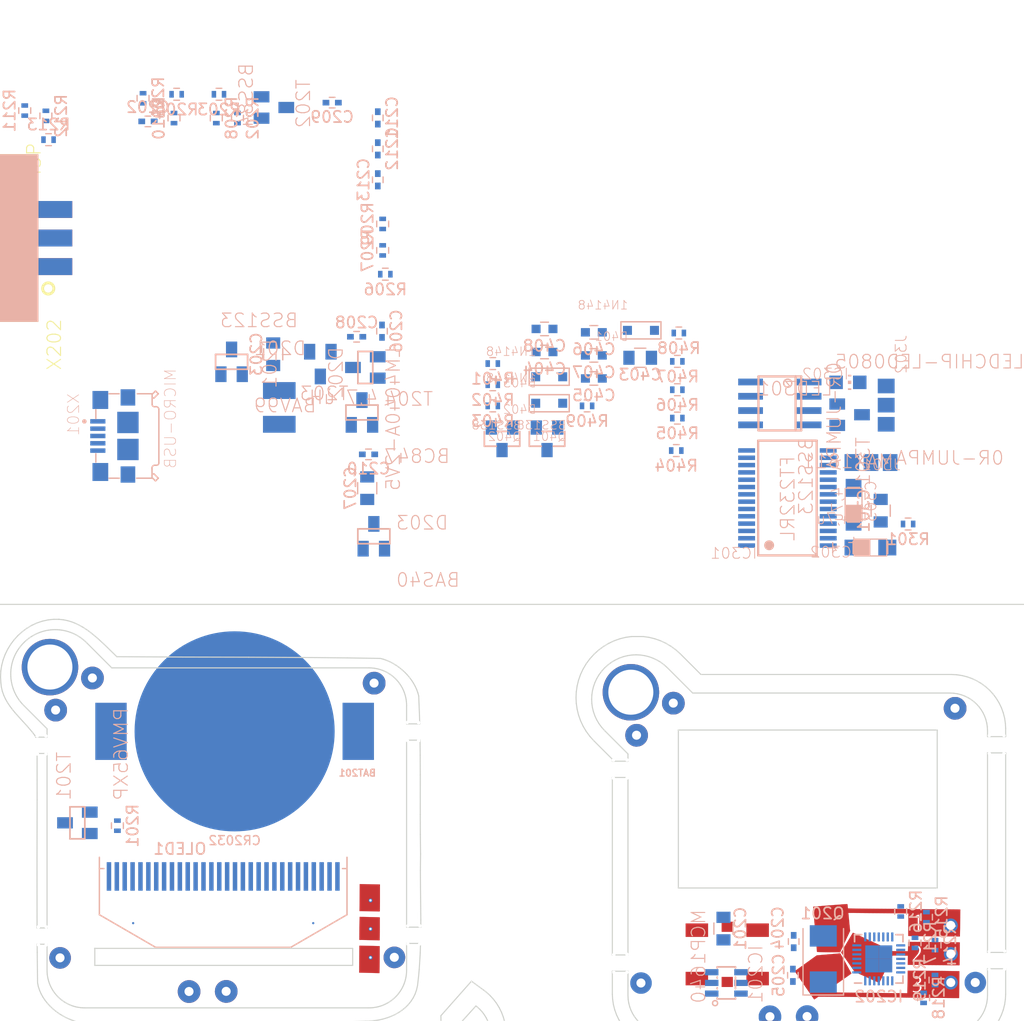
<source format=kicad_pcb>
(kicad_pcb (version 20171130) (host pcbnew 5.0.0-rc2-dev-unknown-44bf92a~82~ubuntu16.04.1)
  (layers (0 Top signal hide) (31 Bottom signal) (34 B.Paste user) (35 F.Paste user hide) (36 B.SilkS user) (37 F.SilkS user hide) (38 B.Mask user) (39 F.Mask user hide) (44 Edge.Cuts user))
  (net 0 "")
  (net 1 GND)
  (net 2 VCC)
  (net 3 USBDM)
  (net 4 USBDP)
  (net 5 SEROUT)
  (net 6 SUP_UART)
  (net 7 /component_tester_1/~RESET)
  (net 8 +5V)
  (net 9 +BATT)
  (net 10 "Net-(C208-Pad1)")
  (net 11 "Net-(C209-Pad1)")
  (net 12 "Net-(C210-Pad1)")
  (net 13 "Net-(DRAWING101-Pad1)")
  (net 14 "Net-(IC202-Pad13)")
  (net 15 "Net-(IC202-Pad14)")
  (net 16 "Net-(IC202-Pad15)")
  (net 17 "Net-(D203-Pad1)")
  (net 18 "Net-(C203-Pad1)")
  (net 19 "Net-(IC301-Pad28)")
  (net 20 "Net-(IC301-Pad27)")
  (net 21 "Net-(IC301-Pad23)")
  (net 22 "Net-(IC301-Pad22)")
  (net 23 "Net-(IC301-Pad19)")
  (net 24 "Net-(IC301-Pad17)")
  (net 25 "Net-(IC301-Pad14)")
  (net 26 "Net-(IC301-Pad13)")
  (net 27 "Net-(IC301-Pad12)")
  (net 28 "Net-(IC301-Pad11)")
  (net 29 "Net-(IC301-Pad10)")
  (net 30 "Net-(IC301-Pad9)")
  (net 31 "Net-(IC301-Pad6)")
  (net 32 "Net-(IC301-Pad5)")
  (net 33 "Net-(IC301-Pad3)")
  (net 34 "Net-(IC301-Pad2)")
  (net 35 "Net-(IC301-Pad1)")
  (net 36 "Net-(IC201-Pad4)")
  (net 37 "Net-(IC201-Pad3)")
  (net 38 "Net-(IC201-Pad1)")
  (net 39 "Net-(D202-Pad1)")
  (net 40 "Net-(R213-Pad1)")
  (net 41 "Net-(R205-Pad1)")
  (net 42 "Net-(D203-Pad3)")
  (net 43 "Net-(IC202-Pad9)")
  (net 44 "Net-(IC302-Pad8)")
  (net 45 "Net-(IC302-Pad1)")
  (net 46 "Net-(IC302-Pad7)")
  (net 47 "Net-(X201-Pad4)")
  (net 48 "Net-(C204-Pad2)")
  (net 49 "Net-(C205-Pad2)")
  (net 50 "Net-(LED301-PadA)")
  (net 51 "Net-(J301-Pad3)")
  (net 52 "Net-(J301-Pad1)")
  (net 53 "Net-(IC202-Pad12)")
  (net 54 "Net-(IC202-Pad24)")
  (net 55 "Net-(IC202-Pad10)")
  (net 56 "Net-(IC202-Pad11)")
  (net 57 "Net-(IC202-Pad1)")
  (net 58 "Net-(IC202-Pad2)")
  (net 59 "Net-(IC202-Pad7)")
  (net 60 "Net-(C206-Pad2)")
  (net 61 "Net-(IC202-Pad26)")
  (net 62 "Net-(IC202-Pad27)")
  (net 63 "Net-(IC202-Pad28)")
  (net 64 /component_tester_3/D1/MOSI/SDA_5.0V)
  (net 65 /component_tester_3/D1/MOSI/SDA1_3.3V)
  (net 66 /component_tester_3/D0/SCLK/SCK_3.3V)
  (net 67 /component_tester_3/D0/SCLK/SCK_5.0V)
  (net 68 /component_tester_3/DC/SA0_5.0V)
  (net 69 /component_tester_3/DC/SA0_3.3V)
  (net 70 /component_tester_3/RST_3.3V)
  (net 71 /component_tester_3/RST_5.0V)
  (net 72 /component_tester_3/CS_5.0V)
  (net 73 /component_tester_3/CS_3.3V)
  (net 74 "Net-(C404-Pad1)")
  (net 75 "Net-(C404-Pad2)")
  (net 76 "Net-(C403-Pad2)")
  (net 77 "Net-(C405-Pad2)")
  (net 78 "Net-(C406-Pad2)")
  (net 79 "Net-(C406-Pad1)")
  (net 80 "Net-(OLED1-Pad11)")
  (net 81 "Net-(OLED1-Pad7)")
  (net 82 "Net-(OLED1-Pad26)")
  (net 83 "Net-(OLED1-Pad25)")
  (net 84 "Net-(OLED1-Pad24)")
  (net 85 "Net-(OLED1-Pad23)")
  (net 86 "Net-(OLED1-Pad22)")
  (net 87 "Net-(OLED1-Pad21)")
  (net 88 "Net-(OLED1-Pad20)")
  (net 89 "Net-(OLED1-Pad17)")
  (net 90 "Net-(OLED1-Pad16)")
  (net 91 "Net-(X201-Pad6)")
  (net 92 "Net-(SW201-Pad6)")
  (net 93 "Net-(SW201-Pad5)")
  (module component_tester:PANASONIC_EVQ (layer Top) (at 160.61 107.7 270)
    (fp_text reference SW201)
    (fp_text value EVQ)
    (pad 1 smd rect (at -2.15 -2.7 270) (size 1.2 2) (layers Top F.Paste F.Mask) (net 18 "Net-(C203-Pad1)"))
    (pad 2 smd rect (at 2.15 -2.7 270) (size 1.2 2) (layers Top F.Paste F.Mask) (net 18 "Net-(C203-Pad1)"))
    (pad 3 smd rect (at -2.15 2.7 270) (size 1.2 2) (layers Top F.Paste F.Mask) (net 17 "Net-(D203-Pad1)"))
    (pad 4 smd rect (at 2.15 2.7 270) (size 1.2 2) (layers Top F.Paste F.Mask) (net 17 "Net-(D203-Pad1)"))
    (pad 5 smd rect (at 2.45 0 270) (size 0.9 1) (layers Top F.Paste F.Mask) (net 93 "Net-(SW201-Pad5)"))
    (pad 6 smd rect (at -2.45 0 270) (size 0.9 1) (layers Top F.Paste F.Mask) (net 92 "Net-(SW201-Pad6)"))
  )
  (module KiCad/Capacitors_SMD.pretty:C_0805 (layer Bottom) (at 160.274 105.41 90)
    (fp_text reference C201 (at 0 1.5 90) (layer B.SilkS) (effects (justify mirror)))
    (fp_text value 10uF)
    (pad 1 smd rect (at -1 0 90) (size 1 1.25) (layers Bottom B.Paste B.Mask) (net 8 +5V))
    (pad 2 smd rect (at 1 0 90) (size 1 1.25) (layers Bottom B.Paste B.Mask) (net 1 GND))
  )
  (module component_tester:TE_1981568-1 (layer Bottom) (at 107.36 61.64 270)
    (fp_text reference X201 (at -1.894 4.84025 270) (layer B.SilkS) (effects (font (size 1.00212 1.00212) (thickness 0.05)) (justify mirror)))
    (fp_text value MICRO-USB (at -1.53925 -3.77045 270) (layer B.SilkS) (effects (font (size 1.00278 1.00278) (thickness 0.05)) (justify mirror)))
    (pad 1 smd rect (at -1.3 2.675 180) (size 1.35 0.4) (layers Bottom B.Paste B.Mask) (net 2 VCC))
    (pad 2 smd rect (at -0.65 2.675 180) (size 1.35 0.4) (layers Bottom B.Paste B.Mask) (net 3 USBDM))
    (pad 3 smd rect (at 0 2.675 180) (size 1.35 0.4) (layers Bottom B.Paste B.Mask) (net 4 USBDP))
    (pad 4 smd rect (at 0.65 2.675 180) (size 1.35 0.4) (layers Bottom B.Paste B.Mask) (net 47 "Net-(X201-Pad4)"))
    (pad 5 smd rect (at 1.3 2.675 180) (size 1.35 0.4) (layers Bottom B.Paste B.Mask) (net 1 GND))
    (pad 6 smd rect (at -3.2 2.45 180) (size 1.4 1.6) (layers Bottom B.Paste B.Mask) (net 91 "Net-(X201-Pad6)"))
    (pad 6 smd rect (at 3.2 2.45 180) (size 1.4 1.6) (layers Bottom B.Paste B.Mask) (net 91 "Net-(X201-Pad6)"))
    (pad 6 smd rect (at 3.425 0 180) (size 1.3 1.45) (layers Bottom B.Paste B.Mask) (net 91 "Net-(X201-Pad6)"))
    (pad 6 smd rect (at -3.425 0 180) (size 1.3 1.45) (layers Bottom B.Paste B.Mask) (net 91 "Net-(X201-Pad6)"))
    (pad 6 smd rect (at -1.2 0 180) (size 1.9 1.9) (layers Bottom B.Paste B.Mask) (net 91 "Net-(X201-Pad6)"))
    (pad 6 smd rect (at 1.2 0 180) (size 1.9 1.9) (layers Bottom B.Paste B.Mask) (net 91 "Net-(X201-Pad6)"))
  )
  (module drawings:pads_bottom (layer Top) (at 118.069008 99.316929)
    (fp_text reference DRAWING202 hide)
    (fp_text value DRAWING hide)
    (fp_poly (pts (xy 9.967228 7.611193) (xy 10.044006 7.612273) (xy 10.137744 7.613839) (xy 10.246332 7.615855) (xy 10.367664 7.618286) (xy 10.49963 7.621094) (xy 10.640122 7.624244) (xy 10.703908 7.625725) (xy 10.849254 7.629113) (xy 10.988359 7.632316) (xy 11.118937 7.635285) (xy 11.238699 7.637969) (xy 11.345358 7.640318) (xy 11.436627 7.642281) (xy 11.510218 7.643809) (xy 11.563844 7.644852) (xy 11.595216 7.645358) (xy 11.60075 7.6454) (xy 11.6586 7.6454) (xy 11.6586 8.138609) (xy 11.658426 8.252599) (xy 11.657929 8.387006) (xy 11.657144 8.53685) (xy 11.656106 8.697151) (xy 11.654848 8.862927) (xy 11.653408 9.029199) (xy 11.651819 9.190986) (xy 11.65017 9.338759) (xy 11.641741 10.0457) (xy 11.469195 10.04371) (xy 11.420939 10.042973) (xy 11.350703 10.041648) (xy 11.261898 10.039809) (xy 11.157935 10.037533) (xy 11.042226 10.034896) (xy 10.918182 10.031974) (xy 10.789214 10.028844) (xy 10.67435 10.025976) (xy 10.546814 10.022778) (xy 10.423627 10.019743) (xy 10.307805 10.016942) (xy 10.202363 10.014445) (xy 10.110317 10.012322) (xy 10.034682 10.010645) (xy 9.978474 10.009484) (xy 9.94519 10.008916) (xy 9.838331 10.0076) (xy 9.846439 8.812009) (xy 9.847659 8.640001) (xy 9.848931 8.475295) (xy 9.850237 8.319653) (xy 9.851555 8.174839) (xy 9.852868 8.042614) (xy 9.854155 7.924741) (xy 9.855397 7.822983) (xy 9.856574 7.739102) (xy 9.857667 7.67486) (xy 9.858656 7.63202) (xy 9.859523 7.612345) (xy 9.859731 7.611234) (xy 9.872982 7.610638) (xy 9.909517 7.610636) (xy 9.967228 7.611193)) (layer Top) (width 0.01))
    (fp_poly (pts (xy 9.981763 5.054584) (xy 10.056065 5.05528) (xy 10.14559 5.056388) (xy 10.247794 5.057858) (xy 10.360137 5.059643) (xy 10.480075 5.061694) (xy 10.605065 5.063961) (xy 10.732566 5.066395) (xy 10.860035 5.068948) (xy 10.984929 5.071571) (xy 11.104705 5.074216) (xy 11.216822 5.076832) (xy 11.318737 5.079371) (xy 11.407907 5.081786) (xy 11.48179 5.084025) (xy 11.537844 5.086042) (xy 11.573525 5.087786) (xy 11.579225 5.088195) (xy 11.6713 5.095684) (xy 11.6713 5.809685) (xy 11.67114 5.95416) (xy 11.670681 6.100693) (xy 11.669955 6.245517) (xy 11.668992 6.384863) (xy 11.667824 6.51496) (xy 11.66648 6.632041) (xy 11.664992 6.732336) (xy 11.663392 6.812076) (xy 11.662918 6.830543) (xy 11.654537 7.1374) (xy 11.577193 7.135393) (xy 11.548981 7.134666) (xy 11.498244 7.133364) (xy 11.427846 7.131559) (xy 11.340654 7.129325) (xy 11.239533 7.126736) (xy 11.12735 7.123864) (xy 11.00697 7.120785) (xy 10.8839 7.117637) (xy 10.752344 7.11436) (xy 10.621281 7.111257) (xy 10.49438 7.108404) (xy 10.375312 7.105878) (xy 10.267748 7.103753) (xy 10.175358 7.102106) (xy 10.101813 7.101013) (xy 10.059747 7.100593) (xy 9.851544 7.0993) (xy 9.860891 6.080125) (xy 9.86241 5.921542) (xy 9.863984 5.770386) (xy 9.865586 5.628566) (xy 9.867187 5.497995) (xy 9.868762 5.380585) (xy 9.870281 5.278247) (xy 9.871718 5.192892) (xy 9.873045 5.126432) (xy 9.874235 5.080778) (xy 9.87526 5.057843) (xy 9.87562 5.055456) (xy 9.888998 5.054623) (xy 9.925227 5.054349) (xy 9.981763 5.054584)) (layer Top) (width 0.01))
    (fp_poly (pts (xy 9.934389 2.137736) (xy 9.991285 2.138672) (xy 10.067024 2.140085) (xy 10.159423 2.141933) (xy 10.266297 2.144172) (xy 10.385465 2.146758) (xy 10.514741 2.149647) (xy 10.651944 2.152796) (xy 10.662007 2.15303) (xy 10.804119 2.156297) (xy 10.941926 2.159383) (xy 11.072761 2.162236) (xy 11.193959 2.164799) (xy 11.302855 2.16702) (xy 11.396784 2.168843) (xy 11.473079 2.170214) (xy 11.529076 2.171078) (xy 11.560175 2.171379) (xy 11.684 2.1717) (xy 11.683948 3.209925) (xy 11.683838 3.374639) (xy 11.683535 3.535317) (xy 11.683054 3.689669) (xy 11.682412 3.835401) (xy 11.681625 3.970223) (xy 11.680708 4.091841) (xy 11.679677 4.197964) (xy 11.678548 4.286301) (xy 11.677337 4.354558) (xy 11.67606 4.400445) (xy 11.675638 4.410075) (xy 11.66738 4.572) (xy 11.450265 4.569988) (xy 11.392579 4.569244) (xy 11.313165 4.567908) (xy 11.215687 4.566058) (xy 11.103807 4.56377) (xy 10.981188 4.561121) (xy 10.851494 4.558188) (xy 10.718387 4.555047) (xy 10.6045 4.552251) (xy 10.478591 4.549103) (xy 10.358892 4.546112) (xy 10.248103 4.543345) (xy 10.14893 4.540871) (xy 10.064075 4.538756) (xy 9.99624 4.537068) (xy 9.94813 4.535874) (xy 9.922448 4.535242) (xy 9.921254 4.535213) (xy 9.866659 4.5339) (xy 9.875354 3.336925) (xy 9.876623 3.164886) (xy 9.877873 3.000198) (xy 9.87909 2.844617) (xy 9.880258 2.699899) (xy 9.881362 2.5678) (xy 9.882386 2.450076) (xy 9.883316 2.348483) (xy 9.884135 2.264778) (xy 9.884828 2.200716) (xy 9.885381 2.158054) (xy 9.885777 2.138548) (xy 9.885857 2.137476) (xy 9.898518 2.137323) (xy 9.934389 2.137736)) (layer Top) (width 0.01))
    (fp_poly (pts (xy 10.909299 8.508594) (xy 10.961636 8.542013) (xy 11.003416 8.596058) (xy 11.005756 8.600444) (xy 11.02225 8.656124) (xy 11.014733 8.715591) (xy 11.002391 8.746705) (xy 10.965567 8.796731) (xy 10.912532 8.827958) (xy 10.845433 8.839139) (xy 10.843066 8.839152) (xy 10.79835 8.835262) (xy 10.76376 8.819872) (xy 10.738469 8.799939) (xy 10.697467 8.749541) (xy 10.677332 8.692233) (xy 10.678183 8.633472) (xy 10.700137 8.578714) (xy 10.73285 8.541562) (xy 10.790515 8.507421) (xy 10.850795 8.496748) (xy 10.909299 8.508594)) (layer Bottom) (width 0.01))
    (fp_poly (pts (xy 10.905594 5.969615) (xy 10.954996 5.997959) (xy 10.993839 6.042428) (xy 11.017327 6.101935) (xy 11.01922 6.112032) (xy 11.016454 6.166549) (xy 10.994385 6.220433) (xy 10.95751 6.264176) (xy 10.942066 6.275251) (xy 10.893833 6.293206) (xy 10.836892 6.298126) (xy 10.78275 6.289855) (xy 10.755284 6.277816) (xy 10.714065 6.238858) (xy 10.687116 6.186352) (xy 10.676265 6.127956) (xy 10.683341 6.071328) (xy 10.698323 6.039244) (xy 10.741998 5.99221) (xy 10.794299 5.965652) (xy 10.85043 5.958483) (xy 10.905594 5.969615)) (layer Bottom) (width 0.01))
    (fp_poly (pts (xy 10.912325 3.432092) (xy 10.958273 3.461161) (xy 10.99725 3.508102) (xy 11.017165 3.563141) (xy 11.018463 3.620436) (xy 11.001591 3.674144) (xy 10.966994 3.718421) (xy 10.937104 3.73844) (xy 10.873996 3.761094) (xy 10.816014 3.761563) (xy 10.800022 3.757856) (xy 10.746178 3.731069) (xy 10.706766 3.68865) (xy 10.683071 3.636189) (xy 10.676375 3.579276) (xy 10.687964 3.523499) (xy 10.71912 3.474447) (xy 10.732113 3.462182) (xy 10.790174 3.427894) (xy 10.851513 3.417858) (xy 10.912325 3.432092)) (layer Bottom) (width 0.01))
    (pad 2 thru_hole circle (at 10.840992 6.12418) (size 0.2 0.2) (drill 0.2) (layers *.Cu *.Mask) (net 11 "Net-(C209-Pad1)"))
    (pad 1 thru_hole circle (at 10.840992 3.585289) (size 0.2 0.2) (drill 0.2) (layers *.Cu *.Mask) (net 10 "Net-(C208-Pad1)"))
    (pad 3 thru_hole circle (at 10.840992 8.663071) (size 0.2 0.2) (drill 0.2) (layers *.Cu *.Mask) (net 12 "Net-(C210-Pad1)"))
  )
  (module drawings:pads (layer Top) (at 169.629008 101.536929)
    (fp_text reference DRAWING201 hide)
    (fp_text value DRAWING hide)
    (fp_poly (pts (xy 1.021502 6.071995) (xy 1.021531 6.072019) (xy 1.029001 6.084302) (xy 1.047617 6.11668) (xy 1.076248 6.167125) (xy 1.113763 6.233609) (xy 1.159032 6.314105) (xy 1.210923 6.406584) (xy 1.268305 6.509019) (xy 1.330049 6.619382) (xy 1.395023 6.735644) (xy 1.462096 6.855779) (xy 1.530138 6.977757) (xy 1.598018 7.099552) (xy 1.664605 7.219136) (xy 1.728769 7.33448) (xy 1.789378 7.443556) (xy 1.845301 7.544338) (xy 1.895409 7.634796) (xy 1.938571 7.712903) (xy 1.973654 7.776632) (xy 1.99953 7.823954) (xy 2.015066 7.852841) (xy 2.0193 7.861372) (xy 2.009089 7.86971) (xy 1.979335 7.89161) (xy 1.931355 7.926145) (xy 1.866467 7.972387) (xy 1.785989 8.029407) (xy 1.691237 8.096277) (xy 1.583531 8.17207) (xy 1.464187 8.255858) (xy 1.334523 8.346712) (xy 1.195857 8.443704) (xy 1.049506 8.545906) (xy 0.896788 8.652391) (xy 0.847725 8.686567) (xy 0.692932 8.794401) (xy 0.543834 8.898336) (xy 0.401772 8.997434) (xy 0.268088 9.090756) (xy 0.144124 9.177364) (xy 0.03122 9.256318) (xy -0.06928 9.326679) (xy -0.156037 9.387509) (xy -0.227708 9.437869) (xy -0.282951 9.47682) (xy -0.320426 9.503423) (xy -0.338791 9.51674) (xy -0.340368 9.517999) (xy -0.342169 9.519694) (xy -0.343318 9.521288) (xy -0.343016 9.522794) (xy -0.340464 9.524223) (xy -0.334861 9.525589) (xy -0.325408 9.526905) (xy -0.311305 9.528181) (xy -0.291753 9.529432) (xy -0.265951 9.53067) (xy -0.233101 9.531907) (xy -0.192403 9.533156) (xy -0.143056 9.534429) (xy -0.084261 9.535739) (xy -0.015219 9.537099) (xy 0.064871 9.538521) (xy 0.156807 9.540017) (xy 0.26139 9.541601) (xy 0.37942 9.543284) (xy 0.511695 9.54508) (xy 0.659015 9.547001) (xy 0.822182 9.549059) (xy 1.001993 9.551267) (xy 1.199248 9.553638) (xy 1.414748 9.556184) (xy 1.649292 9.558917) (xy 1.90368 9.561851) (xy 2.178711 9.564998) (xy 2.475185 9.568369) (xy 2.793902 9.571979) (xy 3.135661 9.575839) (xy 3.501262 9.579963) (xy 3.869852 9.584118) (xy 4.148796 9.587228) (xy 4.42107 9.590197) (xy 4.685581 9.593015) (xy 4.941237 9.595673) (xy 5.186947 9.598161) (xy 5.421619 9.600471) (xy 5.644161 9.602593) (xy 5.853481 9.604517) (xy 6.048488 9.606235) (xy 6.228089 9.607736) (xy 6.391193 9.609012) (xy 6.536708 9.610053) (xy 6.663543 9.61085) (xy 6.770605 9.611394) (xy 6.856802 9.611674) (xy 6.921043 9.611683) (xy 6.962236 9.61141) (xy 6.979289 9.610845) (xy 6.979699 9.610733) (xy 6.981175 9.597017) (xy 6.982894 9.559846) (xy 6.984814 9.501162) (xy 6.985549 9.473528) (xy 7.441895 9.473528) (xy 7.49265 9.499421) (xy 7.548911 9.524028) (xy 7.605776 9.538955) (xy 7.671326 9.545632) (xy 7.75335 9.545494) (xy 7.855058 9.536387) (xy 7.936758 9.516673) (xy 7.939631 9.515647) (xy 8.042107 9.466902) (xy 8.125522 9.40223) (xy 8.189055 9.322479) (xy 8.231881 9.228496) (xy 8.237598 9.209141) (xy 8.249692 9.157425) (xy 8.253004 9.116757) (xy 8.24818 9.074601) (xy 8.245297 9.060042) (xy 8.214992 8.974826) (xy 8.163523 8.901914) (xy 8.093014 8.843477) (xy 8.005595 8.801689) (xy 7.986387 8.795556) (xy 7.934589 8.780262) (xy 7.992144 8.758281) (xy 8.050089 8.727968) (xy 8.107795 8.684021) (xy 8.157472 8.633378) (xy 8.191331 8.582977) (xy 8.193043 8.579341) (xy 8.212019 8.513131) (xy 8.216264 8.438058) (xy 8.205872 8.365273) (xy 8.190868 8.323544) (xy 8.142369 8.251661) (xy 8.073888 8.191825) (xy 7.988749 8.145988) (xy 7.89028 8.116104) (xy 7.820716 8.10616) (xy 7.741189 8.10552) (xy 7.657938 8.114955) (xy 7.581462 8.13285) (xy 7.536925 8.149857) (xy 7.509771 8.165166) (xy 7.501597 8.180363) (xy 7.507099 8.202889) (xy 7.517978 8.232944) (xy 7.52437 8.250892) (xy 7.535978 8.256907) (xy 7.564566 8.251126) (xy 7.597018 8.239519) (xy 7.664572 8.220758) (xy 7.740078 8.211929) (xy 7.815117 8.213064) (xy 7.881268 8.224195) (xy 7.91845 8.238301) (xy 7.971017 8.271681) (xy 8.00681 8.3108) (xy 8.032265 8.359831) (xy 8.050697 8.433432) (xy 8.045215 8.504645) (xy 8.017303 8.570839) (xy 7.968445 8.62938) (xy 7.900126 8.677636) (xy 7.837478 8.705329) (xy 7.7907 8.717802) (xy 7.743375 8.724523) (xy 7.732703 8.7249) (xy 7.6835 8.7249) (xy 7.6835 8.848227) (xy 7.764954 8.855833) (xy 7.864268 8.875389) (xy 7.947495 8.914303) (xy 8.0156 8.97311) (xy 8.044583 9.010581) (xy 8.06461 9.046244) (xy 8.074458 9.083918) (xy 8.077077 9.135005) (xy 8.077075 9.136247) (xy 8.065972 9.226966) (xy 8.03354 9.304537) (xy 7.980631 9.367672) (xy 7.908098 9.415079) (xy 7.8867 9.424442) (xy 7.835703 9.43663) (xy 7.769139 9.44107) (xy 7.695521 9.438088) (xy 7.623365 9.428006) (xy 7.563941 9.412154) (xy 7.524656 9.398679) (xy 7.496507 9.390168) (xy 7.486181 9.388442) (xy 7.47926 9.400732) (xy 7.465635 9.42686) (xy 7.462712 9.432589) (xy 7.441895 9.473528) (xy 6.985549 9.473528) (xy 6.986896 9.422909) (xy 6.989096 9.327028) (xy 6.991374 9.215464) (xy 6.993689 9.090159) (xy 6.995999 8.953056) (xy 6.998263 8.806098) (xy 7.00044 8.651228) (xy 7.001011 8.608019) (xy 7.00309 8.45147) (xy 7.005143 8.302404) (xy 7.007138 8.162752) (xy 7.009045 8.034445) (xy 7.010832 7.919414) (xy 7.012469 7.819591) (xy 7.013924 7.736906) (xy 7.015167 7.673291) (xy 7.016166 7.630677) (xy 7.016891 7.610994) (xy 7.01704 7.609857) (xy 7.030067 7.609278) (xy 7.066948 7.608983) (xy 7.126136 7.608956) (xy 7.206085 7.609182) (xy 7.305249 7.609645) (xy 7.422084 7.61033) (xy 7.555044 7.611222) (xy 7.702583 7.612305) (xy 7.863155 7.613562) (xy 8.035215 7.61498) (xy 8.217218 7.616542) (xy 8.407617 7.618233) (xy 8.604867 7.620037) (xy 8.807422 7.621939) (xy 9.013737 7.623924) (xy 9.222267 7.625975) (xy 9.431465 7.628077) (xy 9.639786 7.630215) (xy 9.845685 7.632374) (xy 10.047616 7.634537) (xy 10.244033 7.636689) (xy 10.43339 7.638815) (xy 10.614143 7.640899) (xy 10.784745 7.642926) (xy 10.943651 7.644881) (xy 11.089315 7.646747) (xy 11.220192 7.648509) (xy 11.334735 7.650151) (xy 11.431401 7.651659) (xy 11.508642 7.653017) (xy 11.564913 7.654208) (xy 11.59867 7.655218) (xy 11.608516 7.655933) (xy 11.609325 7.669492) (xy 11.609738 7.706284) (xy 11.609783 7.764159) (xy 11.609489 7.840966) (xy 11.608884 7.934556) (xy 11.607998 8.042777) (xy 11.606858 8.163479) (xy 11.605493 8.294513) (xy 11.603932 8.433727) (xy 11.602203 8.578971) (xy 11.600336 8.728095) (xy 11.598357 8.878949) (xy 11.596297 9.029382) (xy 11.594184 9.177243) (xy 11.592046 9.320382) (xy 11.589912 9.45665) (xy 11.58781 9.583895) (xy 11.585769 9.699967) (xy 11.583818 9.802715) (xy 11.581985 9.889991) (xy 11.580299 9.959642) (xy 11.578788 10.009518) (xy 11.577481 10.03747) (xy 11.57679 10.042842) (xy 11.56356 10.043482) (xy 11.526408 10.043855) (xy 11.466811 10.043975) (xy 11.386244 10.043855) (xy 11.286184 10.043507) (xy 11.168107 10.042943) (xy 11.033491 10.042177) (xy 10.883811 10.041221) (xy 10.720543 10.040087) (xy 10.545165 10.038789) (xy 10.359152 10.037339) (xy 10.16398 10.03575) (xy 9.961127 10.034034) (xy 9.752069 10.032204) (xy 9.538282 10.030273) (xy 9.321242 10.028253) (xy 9.102426 10.026157) (xy 8.88331 10.023998) (xy 8.665371 10.021788) (xy 8.450085 10.019541) (xy 8.238928 10.017268) (xy 8.033377 10.014982) (xy 7.834908 10.012697) (xy 7.644997 10.010424) (xy 7.465122 10.008177) (xy 7.3279 10.006385) (xy 7.016997 10.002276) (xy 6.699885 9.998159) (xy 6.377534 9.994044) (xy 6.050915 9.989941) (xy 5.720999 9.98586) (xy 5.388756 9.981811) (xy 5.055158 9.977805) (xy 4.721175 9.97385) (xy 4.387779 9.969958) (xy 4.05594 9.966137) (xy 3.726629 9.962399) (xy 3.400817 9.958753) (xy 3.079475 9.955208) (xy 2.763573 9.951776) (xy 2.454083 9.948465) (xy 2.151975 9.945286) (xy 1.858221 9.94225) (xy 1.573791 9.939365) (xy 1.299656 9.936642) (xy 1.036788 9.934091) (xy 0.786156 9.931722) (xy 0.548731 9.929545) (xy 0.325485 9.927569) (xy 0.117389 9.925806) (xy -0.074587 9.924264) (xy -0.249471 9.922954) (xy -0.406294 9.921885) (xy -0.544083 9.921069) (xy -0.661869 9.920514) (xy -0.75868 9.920231) (xy -0.833545 9.92023) (xy -0.885494 9.92052) (xy -0.913555 9.921112) (xy -0.918466 9.921575) (xy -0.936367 9.932623) (xy -0.970906 9.955614) (xy -1.018013 9.987779) (xy -1.07362 10.026351) (xy -1.111581 10.052973) (xy -1.169185 10.093121) (xy -1.219689 10.127524) (xy -1.259406 10.153734) (xy -1.284648 10.169303) (xy -1.291665 10.172561) (xy -1.29999 10.162271) (xy -1.321759 10.132292) (xy -1.356081 10.083907) (xy -1.40207 10.018396) (xy -1.458836 9.937042) (xy -1.525492 9.841127) (xy -1.601148 9.731932) (xy -1.684916 9.61074) (xy -1.775908 9.478831) (xy -1.873234 9.337489) (xy -1.976008 9.187995) (xy -2.08334 9.03163) (xy -2.163594 8.914563) (xy -2.273519 8.75404) (xy -2.379304 8.599389) (xy -2.480076 8.451897) (xy -2.574964 8.312846) (xy -2.663094 8.183521) (xy -2.743594 8.065208) (xy -2.815591 7.959189) (xy -2.878213 7.866751) (xy -2.930588 7.789177) (xy -2.971842 7.727751) (xy -3.001104 7.68376) (xy -3.0175 7.658485) (xy -3.020844 7.652593) (xy -3.010089 7.644764) (xy -2.98012 7.623165) (xy -2.932369 7.588823) (xy -2.868265 7.542765) (xy -2.789242 7.486017) (xy -2.696728 7.419608) (xy -2.592156 7.344564) (xy -2.476956 7.261912) (xy -2.352559 7.17268) (xy -2.220395 7.077895) (xy -2.081897 6.978583) (xy -2.041344 6.949507) (xy -1.066437 6.250533) (xy -0.974544 6.242581) (xy -0.943253 6.239925) (xy -0.889604 6.235431) (xy -0.816555 6.229345) (xy -0.727064 6.221911) (xy -0.624087 6.213376) (xy -0.510581 6.203984) (xy -0.389504 6.193982) (xy -0.27305 6.184375) (xy -0.135686 6.172925) (xy 0.006738 6.160825) (xy 0.149583 6.148485) (xy 0.288208 6.136313) (xy 0.417971 6.124719) (xy 0.534232 6.114111) (xy 0.632351 6.104901) (xy 0.676636 6.100605) (xy 0.766679 6.091924) (xy 0.848124 6.084441) (xy 0.917652 6.078431) (xy 0.971938 6.07417) (xy 1.007662 6.071933) (xy 1.021502 6.071995)) (layer Top) (width 0.01))
    (fp_poly (pts (xy 2.157597 4.242215) (xy 2.191728 4.256633) (xy 2.246322 4.280729) (xy 2.320124 4.313925) (xy 2.41188 4.355641) (xy 2.520334 4.405298) (xy 2.644232 4.462318) (xy 2.78232 4.526121) (xy 2.933342 4.596129) (xy 3.096044 4.671761) (xy 3.269171 4.75244) (xy 3.451468 4.837586) (xy 3.641681 4.926621) (xy 3.838555 5.018964) (xy 3.906454 5.050855) (xy 5.65785 5.87375) (xy 6.34365 5.8801) (xy 6.473104 5.881273) (xy 6.594709 5.882325) (xy 6.706135 5.88324) (xy 6.805052 5.884) (xy 6.889131 5.88459) (xy 6.956042 5.884991) (xy 7.003455 5.885189) (xy 7.029043 5.885165) (xy 7.03296 5.885055) (xy 7.034041 5.872509) (xy 7.035485 5.837547) (xy 7.037209 5.783154) (xy 7.039132 5.712309) (xy 7.04117 5.627996) (xy 7.043241 5.533195) (xy 7.044568 5.467205) (xy 7.052665 5.050749) (xy 8.330107 5.060009) (xy 8.694192 5.062699) (xy 9.039075 5.065349) (xy 9.364362 5.067956) (xy 9.669663 5.070514) (xy 9.954587 5.073019) (xy 10.218742 5.075467) (xy 10.461737 5.077854) (xy 10.68318 5.080176) (xy 10.882679 5.082426) (xy 11.059845 5.084603) (xy 11.214284 5.0867) (xy 11.345605 5.088714) (xy 11.453418 5.090641) (xy 11.53733 5.092475) (xy 11.596951 5.094212) (xy 11.631889 5.095849) (xy 11.641863 5.097129) (xy 11.642725 5.1105) (xy 11.643209 5.146938) (xy 11.643344 5.204112) (xy 11.643158 5.279695) (xy 11.642678 5.371355) (xy 11.641934 5.476763) (xy 11.640952 5.593589) (xy 11.639763 5.719503) (xy 11.638393 5.852176) (xy 11.63687 5.989278) (xy 11.635224 6.12848) (xy 11.633483 6.26745) (xy 11.631673 6.40386) (xy 11.629825 6.53538) (xy 11.627965 6.65968) (xy 11.626123 6.77443) (xy 11.624326 6.877301) (xy 11.622603 6.965963) (xy 11.620981 7.038085) (xy 11.61949 7.091339) (xy 11.618156 7.123394) (xy 11.617221 7.132211) (xy 11.604226 7.132673) (xy 11.567633 7.132872) (xy 11.509243 7.132822) (xy 11.430856 7.132533) (xy 11.334275 7.132017) (xy 11.221299 7.131286) (xy 11.093729 7.130351) (xy 10.953366 7.129225) (xy 10.802012 7.127918) (xy 10.641465 7.126443) (xy 10.473529 7.124811) (xy 10.470695 7.124783) (xy 10.266183 7.122776) (xy 10.041422 7.120633) (xy 9.80156 7.118401) (xy 9.551748 7.116124) (xy 9.297134 7.113849) (xy 9.042868 7.111621) (xy 8.7941 7.109485) (xy 8.555979 7.107488) (xy 8.333654 7.105675) (xy 8.173622 7.104411) (xy 7.019095 7.095449) (xy 7.024833 6.8199) (xy 7.4422 6.8199) (xy 8.255 6.8199) (xy 8.255 6.642528) (xy 7.60444 6.63575) (xy 7.751484 6.488717) (xy 7.857852 6.380744) (xy 7.946384 6.286739) (xy 8.0186 6.204226) (xy 8.07602 6.130727) (xy 8.120162 6.063762) (xy 8.152548 6.000855) (xy 8.174696 5.939526) (xy 8.188127 5.877299) (xy 8.19436 5.811695) (xy 8.195268 5.765106) (xy 8.183566 5.66443) (xy 8.150302 5.574759) (xy 8.096973 5.498464) (xy 8.025074 5.437917) (xy 7.970505 5.408746) (xy 7.892707 5.385056) (xy 7.801777 5.373857) (xy 7.706884 5.375477) (xy 7.617195 5.390245) (xy 7.598675 5.395412) (xy 7.538373 5.415022) (xy 7.49947 5.43198) (xy 7.478594 5.449259) (xy 7.472375 5.469828) (xy 7.477441 5.49666) (xy 7.478838 5.501021) (xy 7.493442 5.545273) (xy 7.585296 5.514416) (xy 7.684389 5.490566) (xy 7.775545 5.487349) (xy 7.856496 5.504155) (xy 7.924976 5.540377) (xy 7.978718 5.595406) (xy 7.996849 5.624922) (xy 8.021222 5.697088) (xy 8.02629 5.781893) (xy 8.012518 5.876031) (xy 7.98037 5.976195) (xy 7.933857 6.072812) (xy 7.905723 6.116921) (xy 7.862423 6.176694) (xy 7.806212 6.249318) (xy 7.739351 6.331977) (xy 7.664098 6.421856) (xy 7.58271 6.516142) (xy 7.533128 6.57225) (xy 7.493111 6.617589) (xy 7.467046 6.649785) (xy 7.451934 6.674611) (xy 7.444776 6.697838) (xy 7.442571 6.725239) (xy 7.442376 6.746875) (xy 7.4422 6.8199) (xy 7.024833 6.8199) (xy 7.027608 6.686704) (xy 7.036121 6.277958) (xy 6.353335 6.269271) (xy 6.201392 6.26742) (xy 6.072933 6.266066) (xy 5.966045 6.265234) (xy 5.878818 6.264948) (xy 5.80934 6.265234) (xy 5.755698 6.266116) (xy 5.715982 6.26762) (xy 5.688278 6.269771) (xy 5.670676 6.272593) (xy 5.661264 6.276111) (xy 5.658893 6.27834) (xy 5.651918 6.292014) (xy 5.634726 6.327076) (xy 5.608055 6.381993) (xy 5.57264 6.455237) (xy 5.529217 6.545277) (xy 5.478524 6.650583) (xy 5.421295 6.769623) (xy 5.358268 6.900868) (xy 5.290179 7.042787) (xy 5.217764 7.193851) (xy 5.141759 7.352528) (xy 5.074167 7.49374) (xy 4.995741 7.657436) (xy 4.920257 7.814598) (xy 4.848449 7.963716) (xy 4.781051 8.103283) (xy 4.718798 8.231791) (xy 4.662425 8.347732) (xy 4.612666 8.449597) (xy 4.570256 8.53588) (xy 4.535929 8.605071) (xy 4.51042 8.655663) (xy 4.494465 8.686148) (xy 4.488923 8.695141) (xy 4.47585 8.690553) (xy 4.441274 8.676168) (xy 4.38681 8.652705) (xy 4.314076 8.620883) (xy 4.22469 8.581421) (xy 4.120267 8.535038) (xy 4.002426 8.482451) (xy 3.872784 8.424381) (xy 3.732957 8.361545) (xy 3.584563 8.294663) (xy 3.429218 8.224454) (xy 3.385842 8.204815) (xy 2.294934 7.710733) (xy 2.117569 7.452641) (xy 2.045801 7.348481) (xy 1.967219 7.234915) (xy 1.883716 7.114645) (xy 1.797185 6.990371) (xy 1.709521 6.864796) (xy 1.622615 6.740619) (xy 1.538363 6.620543) (xy 1.458657 6.507269) (xy 1.385391 6.403498) (xy 1.320458 6.311932) (xy 1.265752 6.235271) (xy 1.223166 6.176216) (xy 1.215607 6.16585) (xy 1.168998 6.101193) (xy 1.136405 6.053478) (xy 1.116098 6.019713) (xy 1.106348 5.996908) (xy 1.105425 5.982072) (xy 1.106973 5.978007) (xy 1.117094 5.960262) (xy 1.138744 5.923272) (xy 1.170721 5.869052) (xy 1.211825 5.799611) (xy 1.260856 5.716964) (xy 1.316612 5.623121) (xy 1.377893 5.520096) (xy 1.443499 5.4099) (xy 1.512228 5.294547) (xy 1.582881 5.176047) (xy 1.654255 5.056414) (xy 1.725151 4.937659) (xy 1.794368 4.821795) (xy 1.860705 4.710834) (xy 1.922962 4.606789) (xy 1.979937 4.511671) (xy 2.03043 4.427493) (xy 2.073241 4.356267) (xy 2.107169 4.300005) (xy 2.131012 4.26072) (xy 2.143571 4.240424) (xy 2.145184 4.238055) (xy 2.157597 4.242215)) (layer Top) (width 0.01))
    (fp_poly (pts (xy 1.659364 1.704203) (xy 1.664191 1.738657) (xy 1.670365 1.789321) (xy 1.677317 1.851659) (xy 1.680734 1.884106) (xy 1.68808 1.950731) (xy 1.695282 2.008139) (xy 1.701691 2.051695) (xy 1.706657 2.076764) (xy 1.708298 2.080832) (xy 1.721611 2.081744) (xy 1.759108 2.082839) (xy 1.819571 2.084102) (xy 1.901786 2.08552) (xy 2.004536 2.087078) (xy 2.126605 2.088762) (xy 2.266778 2.090557) (xy 2.423837 2.092451) (xy 2.596568 2.094428) (xy 2.783753 2.096474) (xy 2.984178 2.098575) (xy 3.196626 2.100718) (xy 3.419881 2.102887) (xy 3.652727 2.105069) (xy 3.893948 2.10725) (xy 4.142328 2.109415) (xy 4.220508 2.110081) (xy 4.498365 2.112436) (xy 4.785299 2.114878) (xy 5.078877 2.117385) (xy 5.376664 2.119937) (xy 5.676226 2.122511) (xy 5.975127 2.125088) (xy 6.270934 2.127646) (xy 6.561213 2.130164) (xy 6.843529 2.13262) (xy 7.115447 2.134994) (xy 7.374533 2.137265) (xy 7.618353 2.13941) (xy 7.844472 2.141411) (xy 8.050456 2.143244) (xy 8.23387 2.144889) (xy 8.26135 2.145137) (xy 8.480114 2.147111) (xy 8.707321 2.149159) (xy 8.939857 2.151253) (xy 9.174612 2.153364) (xy 9.408474 2.155466) (xy 9.638332 2.15753) (xy 9.861073 2.159528) (xy 10.073587 2.161432) (xy 10.272761 2.163214) (xy 10.455485 2.164847) (xy 10.618646 2.166303) (xy 10.743018 2.167409) (xy 11.687987 2.175807) (xy 11.679573 2.881778) (xy 11.677703 3.034443) (xy 11.675628 3.196474) (xy 11.673418 3.362876) (xy 11.671142 3.528655) (xy 11.668869 3.688819) (xy 11.66667 3.838372) (xy 11.664614 3.97232) (xy 11.662838 4.08171) (xy 11.654517 4.575671) (xy 10.637383 4.566873) (xy 10.252016 4.563522) (xy 9.891529 4.560349) (xy 9.555402 4.557351) (xy 9.243115 4.55452) (xy 8.954149 4.551851) (xy 8.687983 4.549338) (xy 8.4441 4.546977) (xy 8.221978 4.54476) (xy 8.021098 4.542682) (xy 7.840941 4.540739) (xy 7.680987 4.538923) (xy 7.540715 4.537229) (xy 7.419608 4.535652) (xy 7.317144 4.534186) (xy 7.232804 4.532826) (xy 7.166069 4.531565) (xy 7.116419 4.530397) (xy 7.083334 4.529319) (xy 7.066295 4.528322) (xy 7.063585 4.527818) (xy 7.062739 4.514404) (xy 7.06227 4.477532) (xy 7.062163 4.419139) (xy 7.062403 4.341166) (xy 7.062977 4.245549) (xy 7.063871 4.134228) (xy 7.065069 4.009142) (xy 7.066558 3.872228) (xy 7.068324 3.725426) (xy 7.070352 3.570673) (xy 7.070944 3.527644) (xy 7.073057 3.371111) (xy 7.074943 3.222032) (xy 7.076585 3.082342) (xy 7.077966 2.953976) (xy 7.078777 2.869344) (xy 7.646098 2.869344) (xy 7.647732 2.885069) (xy 7.656051 2.890438) (xy 7.674441 2.884871) (xy 7.70629 2.867785) (xy 7.754984 2.8386) (xy 7.7851 2.820266) (xy 7.89305 2.754586) (xy 7.899626 4.0767) (xy 8.0518 4.0767) (xy 8.0518 2.6289) (xy 7.978775 2.629308) (xy 7.945486 2.630534) (xy 7.917015 2.635378) (xy 7.887392 2.646227) (xy 7.850648 2.665464) (xy 7.800814 2.695477) (xy 7.77875 2.709234) (xy 7.724834 2.743257) (xy 7.688724 2.767661) (xy 7.666683 2.786286) (xy 7.654975 2.802972) (xy 7.649865 2.821558) (xy 7.647763 2.843846) (xy 7.646098 2.869344) (xy 7.078777 2.869344) (xy 7.07907 2.838869) (xy 7.07988 2.738957) (xy 7.080378 2.656175) (xy 7.080549 2.592457) (xy 7.080375 2.549739) (xy 7.079839 2.529956) (xy 7.079629 2.528795) (xy 7.066638 2.528168) (xy 7.029683 2.527353) (xy 6.970197 2.526365) (xy 6.889612 2.525215) (xy 6.789362 2.523918) (xy 6.670881 2.522485) (xy 6.535602 2.520931) (xy 6.384957 2.519267) (xy 6.220381 2.517507) (xy 6.043307 2.515664) (xy 5.855167 2.513751) (xy 5.657396 2.51178) (xy 5.451427 2.509765) (xy 5.238692 2.507718) (xy 5.020626 2.505653) (xy 4.798661 2.503582) (xy 4.574231 2.501519) (xy 4.348769 2.499476) (xy 4.123709 2.497466) (xy 3.900484 2.495503) (xy 3.680526 2.493598) (xy 3.46527 2.491766) (xy 3.256149 2.490019) (xy 3.054596 2.488369) (xy 2.862045 2.486831) (xy 2.679928 2.485417) (xy 2.509679 2.484139) (xy 2.352731 2.483011) (xy 2.210518 2.482046) (xy 2.084473 2.481257) (xy 1.976029 2.480656) (xy 1.886619 2.480257) (xy 1.817678 2.480072) (xy 1.770638 2.480115) (xy 1.746932 2.480399) (xy 1.744263 2.480603) (xy 1.744715 2.493661) (xy 1.747494 2.529852) (xy 1.752402 2.587035) (xy 1.75924 2.66307) (xy 1.767811 2.755814) (xy 1.777915 2.863127) (xy 1.789354 2.982868) (xy 1.801931 3.112897) (xy 1.815446 3.251071) (xy 1.818844 3.285572) (xy 1.897782 4.086184) (xy 1.704252 4.493954) (xy 1.591334 4.732372) (xy 1.488939 4.94963) (xy 1.396321 5.147333) (xy 1.312731 5.327084) (xy 1.237425 5.490488) (xy 1.169654 5.639146) (xy 1.129707 5.7277) (xy 1.018497 5.97535) (xy 0.709273 5.976583) (xy 0.635759 5.97661) (xy 0.540613 5.976228) (xy 0.427601 5.975472) (xy 0.300487 5.974378) (xy 0.163037 5.972983) (xy 0.019015 5.971323) (xy -0.127813 5.969434) (xy -0.273683 5.967352) (xy -0.317236 5.966687) (xy -0.449858 5.964474) (xy -0.574802 5.962088) (xy -0.689773 5.959593) (xy -0.792477 5.957054) (xy -0.880618 5.954534) (xy -0.951902 5.952098) (xy -1.004034 5.94981) (xy -1.034719 5.947734) (xy -1.042247 5.946404) (xy -1.044216 5.932917) (xy -1.048139 5.895793) (xy -1.053875 5.836676) (xy -1.061284 5.75721) (xy -1.070228 5.659039) (xy -1.080566 5.543806) (xy -1.092159 5.413157) (xy -1.104866 5.268734) (xy -1.118549 5.112181) (xy -1.133068 4.945143) (xy -1.148283 4.769263) (xy -1.164054 4.586184) (xy -1.180242 4.397552) (xy -1.196707 4.205009) (xy -1.213309 4.0102) (xy -1.229908 3.814769) (xy -1.246366 3.620359) (xy -1.262541 3.428614) (xy -1.278296 3.241178) (xy -1.293489 3.059695) (xy -1.307981 2.885809) (xy -1.321633 2.721164) (xy -1.334304 2.567403) (xy -1.345856 2.426171) (xy -1.356148 2.299111) (xy -1.365042 2.187867) (xy -1.372396 2.094083) (xy -1.378071 2.019403) (xy -1.381929 1.965471) (xy -1.383828 1.93393) (xy -1.383867 1.925936) (xy -1.370656 1.924166) (xy -1.33403 1.920641) (xy -1.275883 1.915507) (xy -1.198107 1.908911) (xy -1.102594 1.901) (xy -0.991237 1.891919) (xy -0.865928 1.881816) (xy -0.728559 1.870838) (xy -0.581023 1.85913) (xy -0.425212 1.846839) (xy -0.26302 1.834111) (xy -0.096337 1.821095) (xy 0.072943 1.807935) (xy 0.242928 1.794778) (xy 0.411726 1.781771) (xy 0.577444 1.769061) (xy 0.73819 1.756794) (xy 0.892071 1.745117) (xy 1.037195 1.734176) (xy 1.171669 1.724117) (xy 1.293602 1.715088) (xy 1.4011 1.707234) (xy 1.492272 1.700703) (xy 1.565224 1.695641) (xy 1.618065 1.692194) (xy 1.648902 1.690509) (xy 1.656453 1.690492) (xy 1.659364 1.704203)) (layer Top) (width 0.01))
    (fp_poly (pts (xy 11.012241 8.074555) (xy 11.117647 8.114586) (xy 11.214023 8.173821) (xy 11.298802 8.251079) (xy 11.369417 8.345178) (xy 11.4233 8.454936) (xy 11.450515 8.543924) (xy 11.464437 8.656685) (xy 11.455246 8.770451) (xy 11.424763 8.881379) (xy 11.374807 8.985627) (xy 11.307198 9.079353) (xy 11.223757 9.158714) (xy 11.13155 9.217267) (xy 11.021546 9.259514) (xy 10.904274 9.28109) (xy 10.785901 9.281523) (xy 10.672593 9.260342) (xy 10.6524 9.253922) (xy 10.594874 9.230374) (xy 10.53453 9.199608) (xy 10.496011 9.175943) (xy 10.404153 9.098009) (xy 10.331136 9.005597) (xy 10.277675 8.902021) (xy 10.244487 8.790596) (xy 10.232286 8.674637) (xy 10.241789 8.557458) (xy 10.273709 8.442376) (xy 10.317884 8.35058) (xy 10.36281 8.288657) (xy 10.423222 8.225569) (xy 10.490844 8.169122) (xy 10.551655 8.130114) (xy 10.667512 8.081509) (xy 10.784606 8.056835) (xy 10.900372 8.054911) (xy 11.012241 8.074555)) (layer Bottom) (width 0.01))
    (fp_poly (pts (xy 10.951729 5.522922) (xy 11.057273 5.551205) (xy 11.156513 5.597925) (xy 11.246753 5.662254) (xy 11.325298 5.743365) (xy 11.389452 5.84043) (xy 11.436518 5.952621) (xy 11.450076 6.002058) (xy 11.464986 6.118427) (xy 11.456349 6.233248) (xy 11.425981 6.343572) (xy 11.375697 6.446448) (xy 11.307311 6.538925) (xy 11.222638 6.618052) (xy 11.123493 6.680878) (xy 11.011691 6.724454) (xy 11.00455 6.72641) (xy 10.918237 6.740761) (xy 10.821669 6.742695) (xy 10.726417 6.732596) (xy 10.655006 6.714797) (xy 10.538534 6.663217) (xy 10.439978 6.593747) (xy 10.358599 6.505735) (xy 10.293659 6.398531) (xy 10.291622 6.394314) (xy 10.249592 6.278601) (xy 10.231732 6.160213) (xy 10.237471 6.042213) (xy 10.266234 5.927665) (xy 10.317449 5.819633) (xy 10.390544 5.72118) (xy 10.423827 5.687024) (xy 10.520445 5.610709) (xy 10.624241 5.556969) (xy 10.732517 5.524976) (xy 10.842579 5.513903) (xy 10.951729 5.522922)) (layer Bottom) (width 0.01))
    (fp_poly (pts (xy 10.984406 2.991128) (xy 11.094478 3.02883) (xy 11.196268 3.086264) (xy 11.2862 3.16158) (xy 11.360697 3.252928) (xy 11.396588 3.31484) (xy 11.440746 3.429565) (xy 11.461147 3.546235) (xy 11.458974 3.661994) (xy 11.435412 3.773991) (xy 11.391647 3.879371) (xy 11.328862 3.97528) (xy 11.248243 4.058865) (xy 11.150973 4.127271) (xy 11.038435 4.17758) (xy 10.965705 4.194707) (xy 10.881202 4.203115) (xy 10.794283 4.20275) (xy 10.714306 4.193554) (xy 10.66165 4.179818) (xy 10.541298 4.124911) (xy 10.440539 4.054101) (xy 10.358705 3.966806) (xy 10.295128 3.862443) (xy 10.29311 3.858232) (xy 10.251108 3.742478) (xy 10.232876 3.625867) (xy 10.237025 3.511038) (xy 10.262169 3.400632) (xy 10.306917 3.297287) (xy 10.369883 3.203644) (xy 10.449679 3.122342) (xy 10.544915 3.056021) (xy 10.654203 3.007321) (xy 10.753725 2.98232) (xy 10.86963 2.975008) (xy 10.984406 2.991128)) (layer Bottom) (width 0.01))
    (pad 1 thru_hole circle (at 10.840992 3.585289) (size 0.8 0.8) (drill 0.8) (layers *.Cu *.Mask) (net 10 "Net-(C208-Pad1)"))
    (pad 3 thru_hole circle (at 10.840992 8.663071) (size 0.8 0.8) (drill 0.8) (layers *.Cu *.Mask) (net 12 "Net-(C210-Pad1)"))
    (pad 2 thru_hole circle (at 10.840992 6.12418) (size 0.8 0.8) (drill 0.8) (layers *.Cu *.Mask) (net 11 "Net-(C209-Pad1)"))
  )
  (module KiCad/Crystals.pretty:Crystal_SMD_Abracon_ABM3-2pin_5.0x3.2mm (layer Bottom) (at 169.142 108.11 90)
    (fp_text reference Q201 (at 4.05 -0.07 180) (layer B.SilkS) (effects (justify mirror)))
    (fp_text value "8 MHz")
    (pad 1 smd rect (at -2.05 0 90) (size 1.9 2.4) (layers Bottom B.Paste B.Mask) (net 49 "Net-(C205-Pad2)"))
    (pad 2 smd rect (at 2.05 0 90) (size 1.9 2.4) (layers Bottom B.Paste B.Mask) (net 48 "Net-(C204-Pad2)"))
  )
  (module KiCad/Resistors_SMD.pretty:R_0402 (layer Bottom) (at 176.678294 69.461694)
    (fp_text reference R301 (at 0 1.35) (layer B.SilkS) (effects (justify mirror)))
    (fp_text value 100)
    (pad 2 smd rect (at 0.45 0) (size 0.4 0.6) (layers Bottom B.Paste B.Mask) (net 50 "Net-(LED301-PadA)"))
    (pad 1 smd rect (at -0.45 0) (size 0.4 0.6) (layers Bottom B.Paste B.Mask) (net 2 VCC))
  )
  (module KiCad/Resistors_SMD.pretty:R_0402 (layer Bottom) (at 148.157094 58.966294)
    (fp_text reference R409 (at 0 1.35) (layer B.SilkS) (effects (justify mirror)))
    (fp_text value 390K)
    (pad 1 smd rect (at -0.45 0) (size 0.4 0.6) (layers Bottom B.Paste B.Mask) (net 1 GND))
    (pad 2 smd rect (at 0.45 0) (size 0.4 0.6) (layers Bottom B.Paste B.Mask) (net 82 "Net-(OLED1-Pad26)"))
  )
  (module KiCad/Resistors_SMD.pretty:R_0402 (layer Bottom) (at 156.308698 52.491886)
    (fp_text reference R408 (at 0 1.35) (layer B.SilkS) (effects (justify mirror)))
    (fp_text value 10K)
    (pad 2 smd rect (at 0.45 0) (size 0.4 0.6) (layers Bottom B.Paste B.Mask) (net 80 "Net-(OLED1-Pad11)"))
    (pad 1 smd rect (at -0.45 0) (size 0.4 0.6) (layers Bottom B.Paste B.Mask) (net 1 GND))
  )
  (module KiCad/Resistors_SMD.pretty:R_0402 (layer Bottom) (at 156.175698 55.011888)
    (fp_text reference R407 (at 0 1.35) (layer B.SilkS) (effects (justify mirror)))
    (fp_text value 10K)
    (pad 1 smd rect (at -0.45 0) (size 0.4 0.6) (layers Bottom B.Paste B.Mask) (net 69 /component_tester_3/DC/SA0_3.3V))
    (pad 2 smd rect (at 0.45 0) (size 0.4 0.6) (layers Bottom B.Paste B.Mask) (net 9 +BATT))
  )
  (module KiCad/Resistors_SMD.pretty:R_0402 (layer Bottom) (at 156.175698 57.53189)
    (fp_text reference R406 (at 0 1.35) (layer B.SilkS) (effects (justify mirror)))
    (fp_text value 10K)
    (pad 2 smd rect (at 0.45 0) (size 0.4 0.6) (layers Bottom B.Paste B.Mask) (net 9 +BATT))
    (pad 1 smd rect (at -0.45 0) (size 0.4 0.6) (layers Bottom B.Paste B.Mask) (net 70 /component_tester_3/RST_3.3V))
  )
  (module KiCad/Resistors_SMD.pretty:R_0402 (layer Bottom) (at 156.175698 60.051892)
    (fp_text reference R405 (at 0 1.35) (layer B.SilkS) (effects (justify mirror)))
    (fp_text value 10K)
    (pad 1 smd rect (at -0.45 0) (size 0.4 0.6) (layers Bottom B.Paste B.Mask) (net 73 /component_tester_3/CS_3.3V))
    (pad 2 smd rect (at 0.45 0) (size 0.4 0.6) (layers Bottom B.Paste B.Mask) (net 9 +BATT))
  )
  (module KiCad/Resistors_SMD.pretty:R_0402 (layer Bottom) (at 156.080098 62.936294)
    (fp_text reference R404 (at 0 1.35) (layer B.SilkS) (effects (justify mirror)))
    (fp_text value 10K)
    (pad 2 smd rect (at 0.45 0) (size 0.4 0.6) (layers Bottom B.Paste B.Mask) (net 8 +5V))
    (pad 1 smd rect (at -0.45 0) (size 0.4 0.6) (layers Bottom B.Paste B.Mask) (net 67 /component_tester_3/D0/SCLK/SCK_5.0V))
  )
  (module KiCad/Resistors_SMD.pretty:R_0402 (layer Bottom) (at 139.77689 58.966294)
    (fp_text reference R403 (at 0 1.35) (layer B.SilkS) (effects (justify mirror)))
    (fp_text value 10K)
    (pad 1 smd rect (at -0.45 0) (size 0.4 0.6) (layers Bottom B.Paste B.Mask) (net 64 /component_tester_3/D1/MOSI/SDA_5.0V))
    (pad 2 smd rect (at 0.45 0) (size 0.4 0.6) (layers Bottom B.Paste B.Mask) (net 8 +5V))
  )
  (module KiCad/Resistors_SMD.pretty:R_0402 (layer Bottom) (at 139.77689 57.086292)
    (fp_text reference R402 (at 0 1.35) (layer B.SilkS) (effects (justify mirror)))
    (fp_text value 10K)
    (pad 2 smd rect (at 0.45 0) (size 0.4 0.6) (layers Bottom B.Paste B.Mask) (net 9 +BATT))
    (pad 1 smd rect (at -0.45 0) (size 0.4 0.6) (layers Bottom B.Paste B.Mask) (net 66 /component_tester_3/D0/SCLK/SCK_3.3V))
  )
  (module KiCad/Resistors_SMD.pretty:R_0402 (layer Bottom) (at 139.77689 55.20629)
    (fp_text reference R401 (at 0 1.35) (layer B.SilkS) (effects (justify mirror)))
    (fp_text value 10K)
    (pad 1 smd rect (at -0.45 0) (size 0.4 0.6) (layers Bottom B.Paste B.Mask) (net 65 /component_tester_3/D1/MOSI/SDA1_3.3V))
    (pad 2 smd rect (at 0.45 0) (size 0.4 0.6) (layers Bottom B.Paste B.Mask) (net 9 +BATT))
  )
  (module KiCad/Capacitors_SMD.pretty:C_0402 (layer Bottom) (at 129.560618 38.878294 270)
    (fp_text reference C213 (at 0 1.27 270) (layer B.SilkS) (effects (justify mirror)))
    (fp_text value "V 3p")
    (pad 1 smd rect (at -0.55 0 270) (size 0.6 0.5) (layers Bottom B.Paste B.Mask) (net 12 "Net-(C210-Pad1)"))
    (pad 2 smd rect (at 0.55 0 270) (size 0.6 0.5) (layers Bottom B.Paste B.Mask) (net 1 GND))
  )
  (module KiCad/Capacitors_SMD.pretty:C_0402 (layer Bottom) (at 129.560618 36.128292 90)
    (fp_text reference C212 (at 0 1.27 90) (layer B.SilkS) (effects (justify mirror)))
    (fp_text value "V 3p")
    (pad 2 smd rect (at 0.55 0 90) (size 0.6 0.5) (layers Bottom B.Paste B.Mask) (net 1 GND))
    (pad 1 smd rect (at -0.55 0 90) (size 0.6 0.5) (layers Bottom B.Paste B.Mask) (net 11 "Net-(C209-Pad1)"))
  )
  (module KiCad/Capacitors_SMD.pretty:C_0402 (layer Bottom) (at 129.560618 33.37829 90)
    (fp_text reference C211 (at 0 1.27 90) (layer B.SilkS) (effects (justify mirror)))
    (fp_text value "V 3p")
    (pad 1 smd rect (at -0.55 0 90) (size 0.6 0.5) (layers Bottom B.Paste B.Mask) (net 10 "Net-(C208-Pad1)"))
    (pad 2 smd rect (at 0.55 0 90) (size 0.6 0.5) (layers Bottom B.Paste B.Mask) (net 1 GND))
  )
  (module KiCad/Capacitors_SMD.pretty:C_0402 (layer Bottom) (at 128.735781 63.273294)
    (fp_text reference C210 (at 0 1.27) (layer B.SilkS) (effects (justify mirror)))
    (fp_text value "V 3p")
    (pad 2 smd rect (at 0.55 0) (size 0.6 0.5) (layers Bottom B.Paste B.Mask) (net 1 GND))
    (pad 1 smd rect (at -0.55 0) (size 0.6 0.5) (layers Bottom B.Paste B.Mask) (net 12 "Net-(C210-Pad1)"))
  )
  (module KiCad/Capacitors_SMD.pretty:C_0402 (layer Bottom) (at 166.442 109.56 270)
    (fp_text reference C205 (at 0 1.27 270) (layer B.SilkS) (effects (justify mirror)))
    (fp_text value 22p)
    (pad 1 smd rect (at -0.55 0 270) (size 0.6 0.5) (layers Bottom B.Paste B.Mask) (net 1 GND))
    (pad 2 smd rect (at 0.55 0 270) (size 0.6 0.5) (layers Bottom B.Paste B.Mask) (net 49 "Net-(C205-Pad2)"))
  )
  (module KiCad/Capacitors_SMD.pretty:C_0402 (layer Bottom) (at 127.679684 52.825393 180)
    (fp_text reference C208 (at 0 1.27 180) (layer B.SilkS) (effects (justify mirror)))
    (fp_text value "V 3p")
    (pad 2 smd rect (at 0.55 0 180) (size 0.6 0.5) (layers Bottom B.Paste B.Mask) (net 1 GND))
    (pad 1 smd rect (at -0.55 0 180) (size 0.6 0.5) (layers Bottom B.Paste B.Mask) (net 10 "Net-(C208-Pad1)"))
  )
  (module KiCad/Capacitors_SMD.pretty:C_0402 (layer Bottom) (at 125.505616 32.023292)
    (fp_text reference C209 (at 0 1.27) (layer B.SilkS) (effects (justify mirror)))
    (fp_text value "V 3p")
    (pad 1 smd rect (at -0.55 0) (size 0.6 0.5) (layers Bottom B.Paste B.Mask) (net 11 "Net-(C209-Pad1)"))
    (pad 2 smd rect (at 0.55 0) (size 0.6 0.5) (layers Bottom B.Paste B.Mask) (net 1 GND))
  )
  (module KiCad/Capacitors_SMD.pretty:C_0402 (layer Bottom) (at 129.934686 52.330393 90)
    (fp_text reference C206 (at 0 1.27 90) (layer B.SilkS) (effects (justify mirror)))
    (fp_text value 1n)
    (pad 2 smd rect (at 0.55 0 90) (size 0.6 0.5) (layers Bottom B.Paste B.Mask) (net 60 "Net-(C206-Pad2)"))
    (pad 1 smd rect (at -0.55 0 90) (size 0.6 0.5) (layers Bottom B.Paste B.Mask) (net 1 GND))
  )
  (module KiCad/Capacitors_SMD.pretty:C_0402 (layer Bottom) (at 166.512 106.56 90)
    (fp_text reference C204 (at 1.2 -1.41 90) (layer B.SilkS) (effects (justify mirror)))
    (fp_text value 22p)
    (pad 1 smd rect (at -0.55 0 90) (size 0.6 0.5) (layers Bottom B.Paste B.Mask) (net 1 GND))
    (pad 2 smd rect (at 0.55 0 90) (size 0.6 0.5) (layers Bottom B.Paste B.Mask) (net 48 "Net-(C204-Pad2)"))
  )
  (module KiCad/Resistors_SMD.pretty:R_0402 (layer Bottom) (at 111.453385 33.39481 270)
    (fp_text reference R210 (at 0 1.35 270) (layer B.SilkS) (effects (justify mirror)))
    (fp_text value 10k)
    (pad 1 smd rect (at -0.45 0 270) (size 0.4 0.6) (layers Bottom B.Paste B.Mask) (net 17 "Net-(D203-Pad1)"))
    (pad 2 smd rect (at 0.45 0 270) (size 0.4 0.6) (layers Bottom B.Paste B.Mask) (net 1 GND))
  )
  (module KiCad/Resistors_SMD.pretty:R_0402 (layer Bottom) (at 106.426 96.266 90)
    (fp_text reference R201 (at 0 1.35 90) (layer B.SilkS) (effects (justify mirror)))
    (fp_text value 10k)
    (pad 2 smd rect (at 0.45 0 90) (size 0.4 0.6) (layers Bottom B.Paste B.Mask) (net 2 VCC))
    (pad 1 smd rect (at -0.45 0 90) (size 0.4 0.6) (layers Bottom B.Paste B.Mask) (net 1 GND))
  )
  (module KiCad/Resistors_SMD.pretty:R_0402 (layer Bottom) (at 115.213389 33.39481 90)
    (fp_text reference R208 (at 0 1.35 90) (layer B.SilkS) (effects (justify mirror)))
    (fp_text value 47k)
    (pad 1 smd rect (at -0.45 0 90) (size 0.4 0.6) (layers Bottom B.Paste B.Mask) (net 39 "Net-(D202-Pad1)"))
    (pad 2 smd rect (at 0.45 0 90) (size 0.4 0.6) (layers Bottom B.Paste B.Mask) (net 8 +5V))
  )
  (module KiCad/Resistors_SMD.pretty:R_0402 (layer Bottom) (at 117.093391 33.39481 90)
    (fp_text reference R202 (at 0 1.35 90) (layer B.SilkS) (effects (justify mirror)))
    (fp_text value 10k)
    (pad 2 smd rect (at 0.45 0 90) (size 0.4 0.6) (layers Bottom B.Paste B.Mask) (net 8 +5V))
    (pad 1 smd rect (at -0.45 0 90) (size 0.4 0.6) (layers Bottom B.Paste B.Mask) (net 7 /component_tester_1/~RESET))
  )
  (module KiCad/Resistors_SMD.pretty:R_0402 (layer Bottom) (at 115.448389 31.279808)
    (fp_text reference R203 (at 0 1.35) (layer B.SilkS) (effects (justify mirror)))
    (fp_text value 10k)
    (pad 1 smd rect (at -0.45 0) (size 0.4 0.6) (layers Bottom B.Paste B.Mask) (net 1 GND))
    (pad 2 smd rect (at 0.45 0) (size 0.4 0.6) (layers Bottom B.Paste B.Mask) (net 37 "Net-(IC201-Pad3)"))
  )
  (module KiCad/Resistors_SMD.pretty:R_0402 (layer Bottom) (at 108.703383 31.634808 90)
    (fp_text reference R204 (at 0 1.35 90) (layer B.SilkS) (effects (justify mirror)))
    (fp_text value 1M)
    (pad 2 smd rect (at 0.45 0 90) (size 0.4 0.6) (layers Bottom B.Paste B.Mask) (net 18 "Net-(C203-Pad1)"))
    (pad 1 smd rect (at -0.45 0 90) (size 0.4 0.6) (layers Bottom B.Paste B.Mask) (net 54 "Net-(IC202-Pad24)"))
  )
  (module KiCad/Resistors_SMD.pretty:R_0402 (layer Bottom) (at 111.688385 31.279808)
    (fp_text reference R205 (at 0 1.35) (layer B.SilkS) (effects (justify mirror)))
    (fp_text value 10k)
    (pad 1 smd rect (at -0.45 0) (size 0.4 0.6) (layers Bottom B.Paste B.Mask) (net 41 "Net-(R205-Pad1)"))
    (pad 2 smd rect (at 0.45 0) (size 0.4 0.6) (layers Bottom B.Paste B.Mask) (net 18 "Net-(C203-Pad1)"))
  )
  (module KiCad/Resistors_SMD.pretty:R_0402 (layer Bottom) (at 130.229686 47.265389)
    (fp_text reference R206 (at 0 1.35) (layer B.SilkS) (effects (justify mirror)))
    (fp_text value 750k)
    (pad 2 smd rect (at 0.45 0) (size 0.4 0.6) (layers Bottom B.Paste B.Mask) (net 8 +5V))
    (pad 1 smd rect (at -0.45 0) (size 0.4 0.6) (layers Bottom B.Paste B.Mask) (net 36 "Net-(IC201-Pad4)"))
  )
  (module KiCad/Resistors_SMD.pretty:R_0402 (layer Bottom) (at 129.994686 45.150387 270)
    (fp_text reference R207 (at 0 1.35 270) (layer B.SilkS) (effects (justify mirror)))
    (fp_text value 240k)
    (pad 1 smd rect (at -0.45 0 270) (size 0.4 0.6) (layers Bottom B.Paste B.Mask) (net 36 "Net-(IC201-Pad4)"))
    (pad 2 smd rect (at 0.45 0 270) (size 0.4 0.6) (layers Bottom B.Paste B.Mask) (net 1 GND))
  )
  (module KiCad/Resistors_SMD.pretty:R_0402 (layer Bottom) (at 129.994686 42.800385 270)
    (fp_text reference R209 (at 0 1.35 270) (layer B.SilkS) (effects (justify mirror)))
    (fp_text value 330k)
    (pad 2 smd rect (at 0.45 0 270) (size 0.4 0.6) (layers Bottom B.Paste B.Mask) (net 54 "Net-(IC202-Pad24)"))
    (pad 1 smd rect (at -0.45 0 270) (size 0.4 0.6) (layers Bottom B.Paste B.Mask) (net 1 GND))
  )
  (module KiCad/Resistors_SMD.pretty:R_0402 (layer Bottom) (at 179.07 109.982 270)
    (fp_text reference R219 (at 0 1.35 270) (layer B.SilkS) (effects (justify mirror)))
    (fp_text value 470k)
    (pad 1 smd rect (at -0.45 0 270) (size 0.4 0.6) (layers Bottom B.Paste B.Mask) (net 16 "Net-(IC202-Pad15)"))
    (pad 2 smd rect (at 0.45 0 270) (size 0.4 0.6) (layers Bottom B.Paste B.Mask) (net 12 "Net-(C210-Pad1)"))
  )
  (module KiCad/Resistors_SMD.pretty:R_0402 (layer Bottom) (at 178.054 111.564 90)
    (fp_text reference R218 (at 0 1.35 90) (layer B.SilkS) (effects (justify mirror)))
    (fp_text value 680)
    (pad 2 smd rect (at 0.45 0 90) (size 0.4 0.6) (layers Bottom B.Paste B.Mask) (net 12 "Net-(C210-Pad1)"))
    (pad 1 smd rect (at -0.45 0 90) (size 0.4 0.6) (layers Bottom B.Paste B.Mask) (net 15 "Net-(IC202-Pad14)"))
  )
  (module KiCad/Resistors_SMD.pretty:R_0402 (layer Bottom) (at 177.292 106.68 90)
    (fp_text reference R217 (at 0 1.35 90) (layer B.SilkS) (effects (justify mirror)))
    (fp_text value 470k)
    (pad 1 smd rect (at -0.45 0 90) (size 0.4 0.6) (layers Bottom B.Paste B.Mask) (net 14 "Net-(IC202-Pad13)"))
    (pad 2 smd rect (at 0.45 0 90) (size 0.4 0.6) (layers Bottom B.Paste B.Mask) (net 11 "Net-(C209-Pad1)"))
  )
  (module KiCad/Resistors_SMD.pretty:R_0402 (layer Bottom) (at 176.022 103.886 90)
    (fp_text reference R216 (at 0 1.35 90) (layer B.SilkS) (effects (justify mirror)))
    (fp_text value 680)
    (pad 2 smd rect (at 0.45 0 90) (size 0.4 0.6) (layers Bottom B.Paste B.Mask) (net 11 "Net-(C209-Pad1)"))
    (pad 1 smd rect (at -0.45 0 90) (size 0.4 0.6) (layers Bottom B.Paste B.Mask) (net 53 "Net-(IC202-Pad12)"))
  )
  (module KiCad/Resistors_SMD.pretty:R_0402 (layer Bottom) (at 178.308 104.394 90)
    (fp_text reference R215 (at 0 1.35 90) (layer B.SilkS) (effects (justify mirror)))
    (fp_text value 470k)
    (pad 1 smd rect (at -0.45 0 90) (size 0.4 0.6) (layers Bottom B.Paste B.Mask) (net 56 "Net-(IC202-Pad11)"))
    (pad 2 smd rect (at 0.45 0 90) (size 0.4 0.6) (layers Bottom B.Paste B.Mask) (net 10 "Net-(C208-Pad1)"))
  )
  (module KiCad/Resistors_SMD.pretty:R_0402 (layer Bottom) (at 179.07 106.876 90)
    (fp_text reference R214 (at 0 1.35 90) (layer B.SilkS) (effects (justify mirror)))
    (fp_text value 680)
    (pad 2 smd rect (at 0.45 0 90) (size 0.4 0.6) (layers Bottom B.Paste B.Mask) (net 10 "Net-(C208-Pad1)"))
    (pad 1 smd rect (at -0.45 0 90) (size 0.4 0.6) (layers Bottom B.Paste B.Mask) (net 55 "Net-(IC202-Pad10)"))
  )
  (module KiCad/Resistors_SMD.pretty:R_0402 (layer Bottom) (at 100.30679 35.313292 180)
    (fp_text reference R213 (at 0 1.35 180) (layer B.SilkS) (effects (justify mirror)))
    (fp_text value 10k)
    (pad 1 smd rect (at -0.45 0 180) (size 0.4 0.6) (layers Bottom B.Paste B.Mask) (net 40 "Net-(R213-Pad1)"))
    (pad 2 smd rect (at 0.45 0 180) (size 0.4 0.6) (layers Bottom B.Paste B.Mask) (net 42 "Net-(D203-Pad3)"))
  )
  (module KiCad/Resistors_SMD.pretty:R_0402 (layer Bottom) (at 100.07179 33.19829 90)
    (fp_text reference R212 (at 0 1.35 90) (layer B.SilkS) (effects (justify mirror)))
    (fp_text value 10k)
    (pad 2 smd rect (at 0.45 0 90) (size 0.4 0.6) (layers Bottom B.Paste B.Mask) (net 42 "Net-(D203-Pad3)"))
    (pad 1 smd rect (at -0.45 0 90) (size 0.4 0.6) (layers Bottom B.Paste B.Mask) (net 1 GND))
  )
  (module KiCad/Resistors_SMD.pretty:R_0402 (layer Bottom) (at 98.191788 32.72829 270)
    (fp_text reference R211 (at 0 1.35 270) (layer B.SilkS) (effects (justify mirror)))
    (fp_text value 10k)
    (pad 1 smd rect (at -0.45 0 270) (size 0.4 0.6) (layers Bottom B.Paste B.Mask) (net 43 "Net-(IC202-Pad9)"))
    (pad 2 smd rect (at 0.45 0 270) (size 0.4 0.6) (layers Bottom B.Paste B.Mask) (net 8 +5V))
  )
  (module KiCad/Capacitors_SMD.pretty:C_0402 (layer Bottom) (at 109.138383 33.68981 180)
    (fp_text reference C202 (at 0 1.27 180) (layer B.SilkS) (effects (justify mirror)))
    (fp_text value 100n)
    (pad 1 smd rect (at -0.55 0 180) (size 0.6 0.5) (layers Bottom B.Paste B.Mask) (net 1 GND))
    (pad 2 smd rect (at 0.55 0 180) (size 0.6 0.5) (layers Bottom B.Paste B.Mask) (net 8 +5V))
  )
  (module KiCad/Capacitors_SMD.pretty:C_0603 (layer Bottom) (at 148.757094 56.530292)
    (fp_text reference C405 (at 0 1.5) (layer B.SilkS) (effects (justify mirror)))
    (fp_text value 2.2uF/16V)
    (pad 2 smd rect (at 0.75 0) (size 0.8 0.75) (layers Bottom B.Paste B.Mask) (net 77 "Net-(C405-Pad2)"))
    (pad 1 smd rect (at -0.75 0) (size 0.8 0.75) (layers Bottom B.Paste B.Mask) (net 1 GND))
  )
  (module KiCad/Capacitors_SMD.pretty:C_0603 (layer Bottom) (at 148.757094 54.48029)
    (fp_text reference C407 (at 0 1.5) (layer B.SilkS) (effects (justify mirror)))
    (fp_text value 1uF)
    (pad 1 smd rect (at -0.75 0) (size 0.8 0.75) (layers Bottom B.Paste B.Mask) (net 1 GND))
    (pad 2 smd rect (at 0.75 0) (size 0.8 0.75) (layers Bottom B.Paste B.Mask) (net 9 +BATT))
  )
  (module KiCad/Capacitors_SMD.pretty:C_0603 (layer Bottom) (at 148.757094 52.430288)
    (fp_text reference C406 (at 0 1.5) (layer B.SilkS) (effects (justify mirror)))
    (fp_text value 1uF)
    (pad 2 smd rect (at 0.75 0) (size 0.8 0.75) (layers Bottom B.Paste B.Mask) (net 78 "Net-(C406-Pad2)"))
    (pad 1 smd rect (at -0.75 0) (size 0.8 0.75) (layers Bottom B.Paste B.Mask) (net 79 "Net-(C406-Pad1)"))
  )
  (module KiCad/Capacitors_SMD.pretty:C_0603 (layer Bottom) (at 144.374092 54.17929)
    (fp_text reference C404 (at 0 1.5) (layer B.SilkS) (effects (justify mirror)))
    (fp_text value 1uF)
    (pad 1 smd rect (at -0.75 0) (size 0.8 0.75) (layers Bottom B.Paste B.Mask) (net 74 "Net-(C404-Pad1)"))
    (pad 2 smd rect (at 0.75 0) (size 0.8 0.75) (layers Bottom B.Paste B.Mask) (net 75 "Net-(C404-Pad2)"))
  )
  (module KiCad/Capacitors_SMD.pretty:C_0603 (layer Bottom) (at 144.374092 52.129288)
    (fp_text reference C408 (at 0 1.5) (layer B.SilkS) (effects (justify mirror)))
    (fp_text value 1uF)
    (pad 2 smd rect (at 0.75 0) (size 0.8 0.75) (layers Bottom B.Paste B.Mask) (net 9 +BATT))
    (pad 1 smd rect (at -0.75 0) (size 0.8 0.75) (layers Bottom B.Paste B.Mask) (net 1 GND))
  )
  (module KiCad/Capacitors_SMD.pretty:C_0805 (layer Bottom) (at 152.875696 54.691888)
    (fp_text reference C403 (at 0 1.5) (layer B.SilkS) (effects (justify mirror)))
    (fp_text value 10uF)
    (pad 1 smd rect (at -1 0) (size 1 1.25) (layers Bottom B.Paste B.Mask) (net 1 GND))
    (pad 2 smd rect (at 1 0) (size 1 1.25) (layers Bottom B.Paste B.Mask) (net 76 "Net-(C403-Pad2)"))
  )
  (module component_tester:SSD1306 (layer Bottom) (at 115.824 100.076)
    (fp_text reference OLED1 (at -3.85 -1.75) (layer B.SilkS) (effects (justify mirror)))
    (fp_text value Conn_01x30)
    (pad "" smd circle (at 8 4.85) (size 0.2 0.2) (layers Bottom B.Mask))
    (pad "" smd circle (at -8 4.85) (size 0.2 0.2) (layers Bottom B.Mask))
    (pad 15 smd rect (at -0.35 0.7) (size 0.4 2.54) (layers Bottom B.Paste B.Mask) (net 69 /component_tester_3/DC/SA0_3.3V) (clearance 0.0508))
    (pad 14 smd rect (at -1.05 0.7) (size 0.4 2.54) (layers Bottom B.Paste B.Mask) (net 70 /component_tester_3/RST_3.3V) (clearance 0.0508))
    (pad 13 smd rect (at -1.75 0.7) (size 0.4 2.54) (layers Bottom B.Paste B.Mask) (net 73 /component_tester_3/CS_3.3V) (clearance 0.0508))
    (pad 12 smd rect (at -2.45 0.7) (size 0.4 2.54) (layers Bottom B.Paste B.Mask) (net 1 GND) (clearance 0.0508))
    (pad 11 smd rect (at -3.15 0.7) (size 0.4 2.54) (layers Bottom B.Paste B.Mask) (net 80 "Net-(OLED1-Pad11)") (clearance 0.0508))
    (pad 10 smd rect (at -3.85 0.7) (size 0.4 2.54) (layers Bottom B.Paste B.Mask) (net 1 GND) (clearance 0.0508))
    (pad 9 smd rect (at -4.55 0.7) (size 0.4 2.54) (layers Bottom B.Paste B.Mask) (net 9 +BATT) (clearance 0.0508))
    (pad 8 smd rect (at -5.25 0.7) (size 0.4 2.54) (layers Bottom B.Paste B.Mask) (net 1 GND) (clearance 0.0508))
    (pad 7 smd rect (at -5.95 0.7) (size 0.4 2.54) (layers Bottom B.Paste B.Mask) (net 81 "Net-(OLED1-Pad7)") (clearance 0.0508))
    (pad 6 smd rect (at -6.65 0.7) (size 0.4 2.54) (layers Bottom B.Paste B.Mask) (net 9 +BATT) (clearance 0.0508))
    (pad 5 smd rect (at -7.35 0.7) (size 0.4 2.54) (layers Bottom B.Paste B.Mask) (net 74 "Net-(C404-Pad1)") (clearance 0.0508))
    (pad 4 smd rect (at -8.05 0.7) (size 0.4 2.54) (layers Bottom B.Paste B.Mask) (net 75 "Net-(C404-Pad2)") (clearance 0.0508))
    (pad 3 smd rect (at -8.75 0.7) (size 0.4 2.54) (layers Bottom B.Paste B.Mask) (net 79 "Net-(C406-Pad1)") (clearance 0.0508))
    (pad 2 smd rect (at -9.45 0.7) (size 0.4 2.54) (layers Bottom B.Paste B.Mask) (net 78 "Net-(C406-Pad2)") (clearance 0.0508))
    (pad 1 smd rect (at -10.15 0.7) (size 0.4 2.54) (layers Bottom B.Paste B.Mask) (net 1 GND) (clearance 0.0508))
    (pad 30 smd rect (at 10.15 0.7) (size 0.4 2.54) (layers Bottom B.Paste B.Mask) (net 1 GND) (clearance 0.0508))
    (pad 29 smd rect (at 9.45 0.7) (size 0.4 2.54) (layers Bottom B.Paste B.Mask) (net 1 GND) (clearance 0.0508))
    (pad 28 smd rect (at 8.75 0.7) (size 0.4 2.54) (layers Bottom B.Paste B.Mask) (net 76 "Net-(C403-Pad2)") (clearance 0.0508))
    (pad 27 smd rect (at 8.05 0.7) (size 0.4 2.54) (layers Bottom B.Paste B.Mask) (net 77 "Net-(C405-Pad2)") (clearance 0.0508))
    (pad 26 smd rect (at 7.35 0.7) (size 0.4 2.54) (layers Bottom B.Paste B.Mask) (net 82 "Net-(OLED1-Pad26)") (clearance 0.0508))
    (pad 25 smd rect (at 6.65 0.7) (size 0.4 2.54) (layers Bottom B.Paste B.Mask) (net 83 "Net-(OLED1-Pad25)") (clearance 0.0508))
    (pad 24 smd rect (at 5.95 0.7) (size 0.4 2.54) (layers Bottom B.Paste B.Mask) (net 84 "Net-(OLED1-Pad24)") (clearance 0.0508))
    (pad 23 smd rect (at 5.25 0.7) (size 0.4 2.54) (layers Bottom B.Paste B.Mask) (net 85 "Net-(OLED1-Pad23)") (clearance 0.0508))
    (pad 22 smd rect (at 4.55 0.7) (size 0.4 2.54) (layers Bottom B.Paste B.Mask) (net 86 "Net-(OLED1-Pad22)") (clearance 0.0508))
    (pad 21 smd rect (at 3.85 0.7) (size 0.4 2.54) (layers Bottom B.Paste B.Mask) (net 87 "Net-(OLED1-Pad21)") (clearance 0.0508))
    (pad 20 smd rect (at 3.15 0.7) (size 0.4 2.54) (layers Bottom B.Paste B.Mask) (net 88 "Net-(OLED1-Pad20)") (clearance 0.0508))
    (pad 19 smd rect (at 2.45 0.7) (size 0.4 2.54) (layers Bottom B.Paste B.Mask) (net 65 /component_tester_3/D1/MOSI/SDA1_3.3V) (clearance 0.0508))
    (pad 18 smd rect (at 1.75 0.7) (size 0.4 2.54) (layers Bottom B.Paste B.Mask) (net 66 /component_tester_3/D0/SCLK/SCK_3.3V) (clearance 0.0508))
    (pad 17 smd rect (at 1.05 0.7) (size 0.4 2.54) (layers Bottom B.Paste B.Mask) (net 89 "Net-(OLED1-Pad17)") (clearance 0.0508))
    (pad 16 smd rect (at 0.35 0.7) (size 0.4 2.54) (layers Bottom B.Paste B.Mask) (net 90 "Net-(OLED1-Pad16)") (clearance 0.0508))
  )
  (module "Adafruit 128x64 Mono OLED PCB v2:SOD-323" (layer Bottom) (at 152.942196 52.256386)
    (fp_text reference D401 (at -1.1 1) (layer B.SilkS) (effects (font (size 0.77216 0.77216) (thickness 0.065024)) (justify left bottom mirror)))
    (fp_text value 1N4148 (at -1.1 -1.792) (layer B.SilkS) (effects (font (size 0.77216 0.77216) (thickness 0.065024)) (justify left bottom mirror)))
    (pad C smd rect (at -1.2 0) (size 0.8 0.8) (layers Bottom B.Paste B.Mask) (net 72 /component_tester_3/CS_5.0V))
    (pad A smd rect (at 1.2 0) (size 0.8 0.8) (layers Bottom B.Paste B.Mask) (net 73 /component_tester_3/CS_3.3V))
  )
  (module "Adafruit 128x64 Mono OLED PCB v2:SOD-323" (layer Bottom) (at 144.790592 58.730794)
    (fp_text reference D402 (at -1.1 1) (layer B.SilkS) (effects (font (size 0.77216 0.77216) (thickness 0.065024)) (justify left bottom mirror)))
    (fp_text value 1N4148 (at -1.1 -1.792) (layer B.SilkS) (effects (font (size 0.77216 0.77216) (thickness 0.065024)) (justify left bottom mirror)))
    (pad A smd rect (at 1.2 0) (size 0.8 0.8) (layers Bottom B.Paste B.Mask) (net 70 /component_tester_3/RST_3.3V))
    (pad C smd rect (at -1.2 0) (size 0.8 0.8) (layers Bottom B.Paste B.Mask) (net 71 /component_tester_3/RST_5.0V))
  )
  (module "Adafruit 128x64 Mono OLED PCB v2:SOD-323" (layer Bottom) (at 144.790592 56.379792)
    (fp_text reference D403 (at -1.1 1) (layer B.SilkS) (effects (font (size 0.77216 0.77216) (thickness 0.065024)) (justify left bottom mirror)))
    (fp_text value 1N4148 (at -1.1 -1.792) (layer B.SilkS) (effects (font (size 0.77216 0.77216) (thickness 0.065024)) (justify left bottom mirror)))
    (pad C smd rect (at -1.2 0) (size 0.8 0.8) (layers Bottom B.Paste B.Mask) (net 68 /component_tester_3/DC/SA0_5.0V))
    (pad A smd rect (at 1.2 0) (size 0.8 0.8) (layers Bottom B.Paste B.Mask) (net 69 /component_tester_3/DC/SA0_3.3V))
  )
  (module "Adafruit 128x64 Mono OLED PCB v2:SOT23-WIDE" (layer Bottom) (at 140.60049 61.891295)
    (fp_text reference Q402 (at 1.778 0.254) (layer B.SilkS) (effects (font (size 0.77216 0.77216) (thickness 0.065024)) (justify left bottom mirror)))
    (fp_text value BSS138 (at 1.778 -0.762) (layer B.SilkS) (effects (font (size 0.77216 0.77216) (thickness 0.065024)) (justify left bottom mirror)))
    (pad 1 smd rect (at -0.95 -1) (size 1 1.27) (layers Bottom B.Paste B.Mask) (net 9 +BATT))
    (pad 2 smd rect (at 0.95 -1) (size 1 1.27) (layers Bottom B.Paste B.Mask) (net 66 /component_tester_3/D0/SCLK/SCK_3.3V))
    (pad 3 smd rect (at 0 1) (size 1 1.27) (layers Bottom B.Paste B.Mask) (net 67 /component_tester_3/D0/SCLK/SCK_5.0V))
  )
  (module "Adafruit 128x64 Mono OLED PCB v2:SOT23-WIDE" (layer Bottom) (at 144.597692 61.891295)
    (fp_text reference Q401 (at 1.778 0.254) (layer B.SilkS) (effects (font (size 0.77216 0.77216) (thickness 0.065024)) (justify left bottom mirror)))
    (fp_text value BSS138 (at 1.778 -0.762) (layer B.SilkS) (effects (font (size 0.77216 0.77216) (thickness 0.065024)) (justify left bottom mirror)))
    (pad 3 smd rect (at 0 1) (size 1 1.27) (layers Bottom B.Paste B.Mask) (net 64 /component_tester_3/D1/MOSI/SDA_5.0V))
    (pad 2 smd rect (at 0.95 -1) (size 1 1.27) (layers Bottom B.Paste B.Mask) (net 65 /component_tester_3/D1/MOSI/SDA1_3.3V))
    (pad 1 smd rect (at -0.95 -1) (size 1 1.27) (layers Bottom B.Paste B.Mask) (net 9 +BATT))
  )
  (module component_tester:SOT23 (layer Bottom) (at 102.87 96.012 270)
    (fp_text reference T201 (at -1.905 1.905 90) (layer B.SilkS) (effects (font (size 1.2065 1.2065) (thickness 0.09652)) (justify right top mirror)))
    (fp_text value PMV65XP (at -1.905 -3.175 90) (layer B.SilkS) (effects (font (size 1.2065 1.2065) (thickness 0.09652)) (justify right top mirror)))
    (pad 3 smd rect (at 0 1.1 270) (size 1 1.4) (layers Bottom B.Paste B.Mask) (net 9 +BATT))
    (pad 2 smd rect (at 0.95 -1.1 270) (size 1 1.4) (layers Bottom B.Paste B.Mask) (net 18 "Net-(C203-Pad1)"))
    (pad 1 smd rect (at -0.95 -1.1 270) (size 1 1.4) (layers Bottom B.Paste B.Mask) (net 2 VCC))
  )
  (module KiCad/Capacitors_SMD.pretty:C_0805 (layer Bottom) (at 174.243292 68.276694 270)
    (fp_text reference C301 (at 0 1.5 270) (layer B.SilkS) (effects (justify mirror)))
    (fp_text value 100n)
    (pad 1 smd rect (at -1 0 270) (size 1 1.25) (layers Bottom B.Paste B.Mask) (net 1 GND))
    (pad 2 smd rect (at 1 0 270) (size 1 1.25) (layers Bottom B.Paste B.Mask) (net 6 SUP_UART))
  )
  (module component_tester:SSOP28 (layer Bottom) (at 165.956689 67.151696 90)
    (fp_text reference IC301 (at -5.476 -2.6299) (layer B.SilkS) (effects (font (size 0.9652 0.9652) (thickness 0.077216)) (justify left bottom mirror)))
    (fp_text value FT232RL (at -3.8999 -0.68 270) (layer B.SilkS) (effects (font (size 1.2065 1.2065) (thickness 0.09652)) (justify right top mirror)))
    (pad 28 smd rect (at -4.225 3.625 90) (size 0.4 1.5) (layers Bottom B.Paste B.Mask) (net 19 "Net-(IC301-Pad28)"))
    (pad 27 smd rect (at -3.575 3.625 90) (size 0.4 1.5) (layers Bottom B.Paste B.Mask) (net 20 "Net-(IC301-Pad27)"))
    (pad 26 smd rect (at -2.925 3.625 90) (size 0.4 1.5) (layers Bottom B.Paste B.Mask) (net 1 GND))
    (pad 25 smd rect (at -2.275 3.625 90) (size 0.4 1.5) (layers Bottom B.Paste B.Mask) (net 1 GND))
    (pad 24 smd rect (at -1.625 3.625 90) (size 0.4 1.5) (layers Bottom B.Paste B.Mask))
    (pad 23 smd rect (at -0.975 3.625 90) (size 0.4 1.5) (layers Bottom B.Paste B.Mask) (net 21 "Net-(IC301-Pad23)"))
    (pad 22 smd rect (at -0.325 3.625 90) (size 0.4 1.5) (layers Bottom B.Paste B.Mask) (net 22 "Net-(IC301-Pad22)"))
    (pad 21 smd rect (at 0.325 3.625 90) (size 0.4 1.5) (layers Bottom B.Paste B.Mask) (net 1 GND))
    (pad 20 smd rect (at 0.975 3.625 90) (size 0.4 1.5) (layers Bottom B.Paste B.Mask) (net 6 SUP_UART))
    (pad 19 smd rect (at 1.625 3.625 90) (size 0.4 1.5) (layers Bottom B.Paste B.Mask) (net 23 "Net-(IC301-Pad19)"))
    (pad 18 smd rect (at 2.275 3.625 90) (size 0.4 1.5) (layers Bottom B.Paste B.Mask) (net 1 GND))
    (pad 17 smd rect (at 2.925 3.625 90) (size 0.4 1.5) (layers Bottom B.Paste B.Mask) (net 24 "Net-(IC301-Pad17)"))
    (pad 16 smd rect (at 3.575 3.625 90) (size 0.4 1.5) (layers Bottom B.Paste B.Mask) (net 3 USBDM))
    (pad 15 smd rect (at 4.225 3.625 90) (size 0.4 1.5) (layers Bottom B.Paste B.Mask) (net 4 USBDP))
    (pad 14 smd rect (at 4.225 -3.625 90) (size 0.4 1.5) (layers Bottom B.Paste B.Mask) (net 25 "Net-(IC301-Pad14)"))
    (pad 13 smd rect (at 3.575 -3.625 90) (size 0.4 1.5) (layers Bottom B.Paste B.Mask) (net 26 "Net-(IC301-Pad13)"))
    (pad 12 smd rect (at 2.925 -3.625 90) (size 0.4 1.5) (layers Bottom B.Paste B.Mask) (net 27 "Net-(IC301-Pad12)"))
    (pad 11 smd rect (at 2.275 -3.625 90) (size 0.4 1.5) (layers Bottom B.Paste B.Mask) (net 28 "Net-(IC301-Pad11)"))
    (pad 10 smd rect (at 1.625 -3.625 90) (size 0.4 1.5) (layers Bottom B.Paste B.Mask) (net 29 "Net-(IC301-Pad10)"))
    (pad 9 smd rect (at 0.975 -3.625 90) (size 0.4 1.5) (layers Bottom B.Paste B.Mask) (net 30 "Net-(IC301-Pad9)"))
    (pad 8 smd rect (at 0.325 -3.625 90) (size 0.4 1.5) (layers Bottom B.Paste B.Mask))
    (pad 7 smd rect (at -0.325 -3.625 90) (size 0.4 1.5) (layers Bottom B.Paste B.Mask) (net 1 GND))
    (pad 6 smd rect (at -0.975 -3.625 90) (size 0.4 1.5) (layers Bottom B.Paste B.Mask) (net 31 "Net-(IC301-Pad6)"))
    (pad 5 smd rect (at -1.625 -3.625 90) (size 0.4 1.5) (layers Bottom B.Paste B.Mask) (net 32 "Net-(IC301-Pad5)"))
    (pad 4 smd rect (at -2.275 -3.625 90) (size 0.4 1.5) (layers Bottom B.Paste B.Mask) (net 6 SUP_UART))
    (pad 3 smd rect (at -2.925 -3.625 90) (size 0.4 1.5) (layers Bottom B.Paste B.Mask) (net 33 "Net-(IC301-Pad3)"))
    (pad 2 smd rect (at -3.575 -3.625 90) (size 0.4 1.5) (layers Bottom B.Paste B.Mask) (net 34 "Net-(IC301-Pad2)"))
    (pad 1 smd rect (at -4.225 -3.625 90) (size 0.4 1.5) (layers Bottom B.Paste B.Mask) (net 35 "Net-(IC301-Pad1)"))
  )
  (module component_tester:SO08 (layer Bottom) (at 165.281689 58.748494 270)
    (fp_text reference IC302 (at -3.175 -1.905) (layer B.SilkS) (effects (font (size 0.9652 0.9652) (thickness 0.077216)) (justify right top mirror)))
    (fp_text value MAX1811 (at 4.445 -1.905) (layer B.SilkS) (effects (font (size 1.2065 1.2065) (thickness 0.09652)) (justify right top mirror)))
    (pad 5 smd rect (at 1.905 2.6 270) (size 0.6 2.2) (layers Bottom B.Paste B.Mask) (net 9 +BATT))
    (pad 6 smd rect (at 0.635 2.6 270) (size 0.6 2.2) (layers Bottom B.Paste B.Mask) (net 1 GND))
    (pad 8 smd rect (at -1.905 2.6 270) (size 0.6 2.2) (layers Bottom B.Paste B.Mask) (net 44 "Net-(IC302-Pad8)"))
    (pad 4 smd rect (at 1.905 -2.6 270) (size 0.6 2.2) (layers Bottom B.Paste B.Mask) (net 2 VCC))
    (pad 3 smd rect (at 0.635 -2.6 270) (size 0.6 2.2) (layers Bottom B.Paste B.Mask) (net 1 GND))
    (pad 1 smd rect (at -1.905 -2.6 270) (size 0.6 2.2) (layers Bottom B.Paste B.Mask) (net 45 "Net-(IC302-Pad1)"))
    (pad 7 smd rect (at -0.635 2.6 270) (size 0.6 2.2) (layers Bottom B.Paste B.Mask) (net 46 "Net-(IC302-Pad7)"))
    (pad 2 smd rect (at -0.635 -2.6 270) (size 0.6 2.2) (layers Bottom B.Paste B.Mask) (net 1 GND))
  )
  (module component_tester:A0R-JMP (layer Bottom) (at 173.381689 64.001695 90)
    (fp_text reference J301 (at -0.762 2.716) (layer B.SilkS) (effects (font (size 0.9652 0.9652) (thickness 0.077216)) (justify left bottom mirror)))
    (fp_text value 0R-JUMPA (at -0.762 -3.986 270) (layer B.SilkS) (effects (font (size 1.2065 1.2065) (thickness 0.09652)) (justify right top mirror)))
    (pad 3 smd rect (at 0 -1.7 180) (size 1.3 1.5) (layers Bottom B.Paste B.Mask) (net 51 "Net-(J301-Pad3)"))
    (pad 2 smd rect (at 0 0 180) (size 1.3 1.5) (layers Bottom B.Paste B.Mask) (net 2 VCC))
    (pad 1 smd rect (at 0 1.7 180) (size 1.3 1.5) (layers Bottom B.Paste B.Mask) (net 52 "Net-(J301-Pad1)"))
  )
  (module component_tester:CHIP-LED0805 (layer Bottom) (at 171.331689 56.877092 90)
    (fp_text reference LED301 (at -1.27 -1.27 180) (layer B.SilkS) (effects (font (size 1.2065 1.2065) (thickness 0.09652)) (justify left bottom mirror)))
    (fp_text value LEDCHIP-LED0805 (at 2.54 -1.27 180) (layer B.SilkS) (effects (font (size 1.2065 1.2065) (thickness 0.09652)) (justify right top mirror)))
    (pad A smd rect (at 0 -1.05 90) (size 1.2 1.2) (layers Bottom B.Paste B.Mask) (net 50 "Net-(LED301-PadA)"))
    (pad C smd rect (at 0 1.05 90) (size 1.2 1.2) (layers Bottom B.Paste B.Mask) (net 44 "Net-(IC302-Pad8)"))
  )
  (module component_tester:C-TAN_A (layer Bottom) (at 173.331689 71.552496)
    (fp_text reference C302 (at -1.6 0.975) (layer B.SilkS) (effects (font (size 0.9652 0.9652) (thickness 0.077216)) (justify left bottom mirror)))
    (fp_text value 4,7u (at -1.6 -2) (layer B.SilkS) (effects (font (size 0.9652 0.9652) (thickness 0.077216)) (justify left bottom mirror)))
    (fp_text user + (at -2.54 0.635) (layer B.SilkS) (effects (font (size 1.2065 1.2065) (thickness 0.1016)) (justify left bottom mirror)))
    (pad - smd rect (at 1.5 0 180) (size 1.6 1.4) (layers Bottom B.Paste B.Mask) (net 1 GND))
    (pad + smd rect (at -1.5 0) (size 1.6 1.4) (layers Bottom B.Paste B.Mask) (net 9 +BATT))
  )
  (module component_tester:C-TAN_A (layer Bottom) (at 171.83249 67.751695 90)
    (fp_text reference C303 (at -1.6 0.975 270) (layer B.SilkS) (effects (font (size 0.9652 0.9652) (thickness 0.077216)) (justify right top mirror)))
    (fp_text value 4,7u (at -1.6 -2 270) (layer B.SilkS) (effects (font (size 0.9652 0.9652) (thickness 0.077216)) (justify right top mirror)))
    (fp_text user + (at -2.54 0.635 90) (layer B.SilkS) (effects (font (size 1.2065 1.2065) (thickness 0.1016)) (justify left bottom mirror)))
    (pad - smd rect (at 1.5 0 270) (size 1.6 1.4) (layers Bottom B.Paste B.Mask) (net 1 GND))
    (pad + smd rect (at -1.5 0 90) (size 1.6 1.4) (layers Bottom B.Paste B.Mask) (net 2 VCC))
  )
  (module component_tester:A0R-JMP (layer Bottom) (at 174.731689 58.900095 180)
    (fp_text reference J302 (at -0.762 2.716 270) (layer B.SilkS) (effects (font (size 0.9652 0.9652) (thickness 0.077216)) (justify right top mirror)))
    (fp_text value 0R-JUMPA (at -0.762 -3.986) (layer B.SilkS) (effects (font (size 1.2065 1.2065) (thickness 0.09652)) (justify right top mirror)))
    (pad 3 smd rect (at 0 -1.7 270) (size 1.3 1.5) (layers Bottom B.Paste B.Mask) (net 1 GND))
    (pad 2 smd rect (at 0 0 270) (size 1.3 1.5) (layers Bottom B.Paste B.Mask) (net 46 "Net-(IC302-Pad7)"))
    (pad 1 smd rect (at 0 1.7 270) (size 1.3 1.5) (layers Bottom B.Paste B.Mask) (net 2 VCC))
  )
  (module component_tester:SOT23 (layer Bottom) (at 171.481689 59.751494 90)
    (fp_text reference T301 (at -1.905 1.905 90) (layer B.SilkS) (effects (font (size 1.2065 1.2065) (thickness 0.09652)) (justify left bottom mirror)))
    (fp_text value BSS123 (at -1.905 -3.175 90) (layer B.SilkS) (effects (font (size 1.2065 1.2065) (thickness 0.09652)) (justify left bottom mirror)))
    (pad 1 smd rect (at -0.95 -1.1 90) (size 1 1.4) (layers Bottom B.Paste B.Mask) (net 2 VCC))
    (pad 2 smd rect (at 0.95 -1.1 90) (size 1 1.4) (layers Bottom B.Paste B.Mask) (net 32 "Net-(IC301-Pad5)"))
    (pad 3 smd rect (at 0 1.1 90) (size 1 1.4) (layers Bottom B.Paste B.Mask) (net 5 SEROUT))
  )
  (module StefanHamminga/SH_Batteries.pretty:Battery_Retainer_2032_BK-912 (layer Bottom) (at 116.84 87.884 180)
    (fp_text reference BAT201 (at -10.9 -3.7 180) (layer B.SilkS) (effects (font (size 0.6 0.6) (thickness 0.127)) (justify mirror)))
    (fp_text value CR2032 (at 0 -9.7 180) (layer B.SilkS) (effects (font (size 0.8 0.8) (thickness 0.127)) (justify mirror)))
    (pad 2 connect circle (at 0 0 180) (size 17.78 17.78) (layers Bottom B.Mask) (net 1 GND))
    (pad 1 smd rect (at -10.985 0 180) (size 2.79 5.08) (layers Bottom B.Paste B.Mask) (net 9 +BATT))
    (pad 1 smd rect (at 10.985 0 180) (size 2.79 5.08) (layers Bottom B.Paste B.Mask) (net 9 +BATT))
  )
  (module KiCad/Housings_DFN_QFN.pretty:QFN-28-1EP_4x4mm_Pitch0.4mm (layer Bottom) (at 174.072 108.1)
    (fp_text reference IC202 (at 0 3.35) (layer B.SilkS) (effects (justify mirror)))
    (fp_text value ATmega328P-MMH)
    (pad 1 smd rect (at -1.95 1.2) (size 0.8 0.2) (layers Bottom B.Paste B.Mask) (net 57 "Net-(IC202-Pad1)"))
    (pad 2 smd rect (at -1.95 0.8) (size 0.8 0.2) (layers Bottom B.Paste B.Mask) (net 58 "Net-(IC202-Pad2)"))
    (pad 3 smd rect (at -1.95 0.4) (size 0.8 0.2) (layers Bottom B.Paste B.Mask) (net 8 +5V))
    (pad 4 smd rect (at -1.95 0) (size 0.8 0.2) (layers Bottom B.Paste B.Mask) (net 1 GND))
    (pad 5 smd rect (at -1.95 -0.4) (size 0.8 0.2) (layers Bottom B.Paste B.Mask) (net 49 "Net-(C205-Pad2)"))
    (pad 6 smd rect (at -1.95 -0.8) (size 0.8 0.2) (layers Bottom B.Paste B.Mask) (net 48 "Net-(C204-Pad2)"))
    (pad 7 smd rect (at -1.95 -1.2) (size 0.8 0.2) (layers Bottom B.Paste B.Mask) (net 59 "Net-(IC202-Pad7)"))
    (pad 8 smd rect (at -1.2 -1.95 270) (size 0.8 0.2) (layers Bottom B.Paste B.Mask) (net 42 "Net-(D203-Pad3)"))
    (pad 9 smd rect (at -0.8 -1.95 270) (size 0.8 0.2) (layers Bottom B.Paste B.Mask) (net 43 "Net-(IC202-Pad9)"))
    (pad 10 smd rect (at -0.4 -1.95 270) (size 0.8 0.2) (layers Bottom B.Paste B.Mask) (net 55 "Net-(IC202-Pad10)"))
    (pad 11 smd rect (at 0 -1.95 270) (size 0.8 0.2) (layers Bottom B.Paste B.Mask) (net 56 "Net-(IC202-Pad11)"))
    (pad 12 smd rect (at 0.4 -1.95 270) (size 0.8 0.2) (layers Bottom B.Paste B.Mask) (net 53 "Net-(IC202-Pad12)"))
    (pad 13 smd rect (at 0.8 -1.95 270) (size 0.8 0.2) (layers Bottom B.Paste B.Mask) (net 14 "Net-(IC202-Pad13)"))
    (pad 14 smd rect (at 1.2 -1.95 270) (size 0.8 0.2) (layers Bottom B.Paste B.Mask) (net 15 "Net-(IC202-Pad14)"))
    (pad 15 smd rect (at 1.95 -1.2) (size 0.8 0.2) (layers Bottom B.Paste B.Mask) (net 16 "Net-(IC202-Pad15)"))
    (pad 16 smd rect (at 1.95 -0.8) (size 0.8 0.2) (layers Bottom B.Paste B.Mask) (net 8 +5V))
    (pad 17 smd rect (at 1.95 -0.4) (size 0.8 0.2) (layers Bottom B.Paste B.Mask) (net 60 "Net-(C206-Pad2)"))
    (pad 18 smd rect (at 1.95 0) (size 0.8 0.2) (layers Bottom B.Paste B.Mask) (net 1 GND))
    (pad 19 smd rect (at 1.95 0.4) (size 0.8 0.2) (layers Bottom B.Paste B.Mask) (net 10 "Net-(C208-Pad1)"))
    (pad 20 smd rect (at 1.95 0.8) (size 0.8 0.2) (layers Bottom B.Paste B.Mask) (net 11 "Net-(C209-Pad1)"))
    (pad 21 smd rect (at 1.95 1.2) (size 0.8 0.2) (layers Bottom B.Paste B.Mask) (net 12 "Net-(C210-Pad1)"))
    (pad 22 smd rect (at 1.2 1.95 270) (size 0.8 0.2) (layers Bottom B.Paste B.Mask) (net 5 SEROUT))
    (pad 23 smd rect (at 0.8 1.95 270) (size 0.8 0.2) (layers Bottom B.Paste B.Mask) (net 39 "Net-(D202-Pad1)"))
    (pad 24 smd rect (at 0.4 1.95 270) (size 0.8 0.2) (layers Bottom B.Paste B.Mask) (net 54 "Net-(IC202-Pad24)"))
    (pad 25 smd rect (at 0 1.95 270) (size 0.8 0.2) (layers Bottom B.Paste B.Mask) (net 7 /component_tester_1/~RESET))
    (pad 26 smd rect (at -0.4 1.95 270) (size 0.8 0.2) (layers Bottom B.Paste B.Mask) (net 61 "Net-(IC202-Pad26)"))
    (pad 27 smd rect (at -0.8 1.95 270) (size 0.8 0.2) (layers Bottom B.Paste B.Mask) (net 62 "Net-(IC202-Pad27)"))
    (pad 28 smd rect (at -1.2 1.95 270) (size 0.8 0.2) (layers Bottom B.Paste B.Mask) (net 63 "Net-(IC202-Pad28)"))
    (pad 29 smd rect (at 0.6 -0.6) (size 1.2 1.2) (layers Bottom B.Paste B.Mask) (net 1 GND))
    (pad 29 smd rect (at 0.6 0.6) (size 1.2 1.2) (layers Bottom B.Paste B.Mask) (net 1 GND))
    (pad 29 smd rect (at -0.6 -0.6) (size 1.2 1.2) (layers Bottom B.Paste B.Mask) (net 1 GND))
    (pad 29 smd rect (at -0.6 0.6) (size 1.2 1.2) (layers Bottom B.Paste B.Mask) (net 1 GND))
  )
  (module KiCad/Capacitors_SMD.pretty:C_0805 (layer Bottom) (at 128.620781 66.278296 270)
    (fp_text reference C207 (at 0 1.5 270) (layer B.SilkS) (effects (justify mirror)))
    (fp_text value 47u)
    (pad 2 smd rect (at 1 0 270) (size 1 1.25) (layers Bottom B.Paste B.Mask) (net 1 GND))
    (pad 1 smd rect (at -1 0 270) (size 1 1.25) (layers Bottom B.Paste B.Mask) (net 8 +5V))
  )
  (module KiCad/Capacitors_SMD.pretty:C_0805 (layer Bottom) (at 120.267482 54.377595 270)
    (fp_text reference C203 (at 0 1.5 270) (layer B.SilkS) (effects (justify mirror)))
    (fp_text value 47u)
    (pad 1 smd rect (at -1 0 270) (size 1 1.25) (layers Bottom B.Paste B.Mask) (net 18 "Net-(C203-Pad1)"))
    (pad 2 smd rect (at 1 0 270) (size 1 1.25) (layers Bottom B.Paste B.Mask) (net 1 GND))
  )
  (module drawings:combined (layer Top) (at 141.28 122.77)
    (fp_text reference DRAWING101 hide)
    (fp_text value DRAWING hide)
    (fp_poly (pts (xy 12.958864 26.652665) (xy 13.067222 26.657802) (xy 13.161536 26.6661) (xy 13.2207 26.674657) (xy 13.477808 26.733048) (xy 13.719785 26.81183) (xy 13.946621 26.911002) (xy 14.15831 27.03056) (xy 14.205432 27.061329) (xy 14.409563 27.213113) (xy 14.595122 27.381827) (xy 14.761398 27.56634) (xy 14.907679 27.765521) (xy 15.033254 27.978241) (xy 15.137412 28.203369) (xy 15.219441 28.439774) (xy 15.27863 28.686326) (xy 15.297002 28.795997) (xy 15.307872 28.896065) (xy 15.314504 29.013006) (xy 15.316896 29.138649) (xy 15.315046 29.264822) (xy 15.308955 29.383354) (xy 15.298621 29.486073) (xy 15.297088 29.497002) (xy 15.248681 29.743365) (xy 15.176935 29.981085) (xy 15.082852 30.208776) (xy 14.967435 30.425049) (xy 14.831684 30.628517) (xy 14.676603 30.817794) (xy 14.503194 30.991492) (xy 14.31246 31.148224) (xy 14.105402 31.286603) (xy 13.937482 31.378771) (xy 13.712429 31.477503) (xy 13.477763 31.553692) (xy 13.236457 31.606749) (xy 12.991485 31.636081) (xy 12.74582 31.6411) (xy 12.64285 31.635793) (xy 12.394624 31.605175) (xy 12.15369 31.55087) (xy 11.921433 31.473896) (xy 11.699238 31.37527) (xy 11.488489 31.25601) (xy 11.290571 31.117132) (xy 11.10687 30.959655) (xy 10.93877 30.784594) (xy 10.787656 30.592968) (xy 10.654913 30.385794) (xy 10.541926 30.164089) (xy 10.498097 30.060359) (xy 10.418765 29.826554) (xy 10.363693 29.588036) (xy 10.332599 29.346637) (xy 10.325203 29.104189) (xy 10.341222 28.862524) (xy 10.380373 28.623473) (xy 10.442376 28.388868) (xy 10.526949 28.160542) (xy 10.633809 27.940325) (xy 10.762675 27.73005) (xy 10.881207 27.570484) (xy 10.944038 27.497838) (xy 11.021075 27.416945) (xy 11.106496 27.333309) (xy 11.194478 27.25243) (xy 11.279199 27.179808) (xy 11.354835 27.120946) (xy 11.363828 27.1145) (xy 11.579941 26.9767) (xy 11.806783 26.861631) (xy 12.043038 26.769838) (xy 12.287385 26.701866) (xy 12.42695 26.674463) (xy 12.511014 26.663768) (xy 12.612538 26.656242) (xy 12.725222 26.651884) (xy 12.842764 26.650692) (xy 12.958864 26.652665)) (layer Top) (width 0.01))
    (fp_poly (pts (xy -25.88006 26.170695) (xy -25.756924 26.176775) (xy -25.64849 26.187353) (xy -25.62029 26.19136) (xy -25.374584 26.241936) (xy -25.137613 26.315582) (xy -24.910803 26.411251) (xy -24.695579 26.527897) (xy -24.493369 26.664472) (xy -24.305597 26.819931) (xy -24.133689 26.993226) (xy -23.979071 27.183312) (xy -23.843169 27.389141) (xy -23.748437 27.56535) (xy -23.65 27.793167) (xy -23.576238 28.022395) (xy -23.52647 28.255981) (xy -23.500018 28.496868) (xy -23.495 28.663899) (xy -23.507234 28.912379) (xy -23.54321 29.154485) (xy -23.60184 29.388949) (xy -23.682036 29.614497) (xy -23.78271 29.82986) (xy -23.902774 30.033767) (xy -24.041141 30.224945) (xy -24.196721 30.402125) (xy -24.368428 30.564035) (xy -24.555172 30.709404) (xy -24.755867 30.836961) (xy -24.969425 30.945435) (xy -25.194756 31.033555) (xy -25.430774 31.100049) (xy -25.60955 31.134261) (xy -25.688936 31.143965) (xy -25.783868 31.151595) (xy -25.887293 31.156939) (xy -25.992157 31.159786) (xy -26.091407 31.159926) (xy -26.177987 31.157148) (xy -26.23185 31.152858) (xy -26.489641 31.112238) (xy -26.734812 31.049611) (xy -26.96768 30.964832) (xy -27.188558 30.857753) (xy -27.397764 30.72823) (xy -27.59561 30.576115) (xy -27.722324 30.461145) (xy -27.897711 30.274655) (xy -28.051162 30.075721) (xy -28.182332 29.865018) (xy -28.290874 29.643222) (xy -28.376442 29.411008) (xy -28.43869 29.169051) (xy -28.466231 29.008681) (xy -28.477261 28.901957) (xy -28.483658 28.778927) (xy -28.485424 28.648259) (xy -28.482558 28.518621) (xy -28.475059 28.39868) (xy -28.466231 28.319118) (xy -28.419726 28.07496) (xy -28.350273 27.839899) (xy -28.259066 27.615143) (xy -28.147301 27.4019) (xy -28.016173 27.201378) (xy -27.866877 27.014785) (xy -27.700608 26.843328) (xy -27.518562 26.688215) (xy -27.321934 26.550655) (xy -27.111919 26.431854) (xy -26.889712 26.333022) (xy -26.656508 26.255365) (xy -26.413503 26.200093) (xy -26.360811 26.19136) (xy -26.258271 26.179446) (xy -26.138673 26.172031) (xy -26.009956 26.169114) (xy -25.88006 26.170695)) (layer Top) (width 0.01))
    (fp_poly (pts (xy 16.779401 27.19153) (xy 16.87816 27.214769) (xy 16.979845 27.252524) (xy 17.055621 27.287661) (xy 17.113511 27.317832) (xy 17.16126 27.347508) (xy 17.206255 27.382154) (xy 17.255884 27.427238) (xy 17.291856 27.462466) (xy 17.393859 27.576024) (xy 17.472896 27.69228) (xy 17.531316 27.815998) (xy 17.571468 27.95194) (xy 17.591739 28.070486) (xy 17.597808 28.21721) (xy 17.580155 28.363095) (xy 17.540372 28.505207) (xy 17.480048 28.640611) (xy 17.400776 28.766374) (xy 17.304146 28.87956) (xy 17.191751 28.977235) (xy 17.06518 29.056464) (xy 17.054044 29.062141) (xy 16.938769 29.113576) (xy 16.830249 29.147342) (xy 16.719355 29.165586) (xy 16.596954 29.170457) (xy 16.593693 29.170426) (xy 16.534014 29.169363) (xy 16.481851 29.16763) (xy 16.443611 29.165487) (xy 16.42745 29.163673) (xy 16.266497 29.118474) (xy 16.119507 29.053121) (xy 15.987711 28.968515) (xy 15.872342 28.865559) (xy 15.774633 28.745155) (xy 15.711432 28.639629) (xy 15.667776 28.549145) (xy 15.636933 28.467855) (xy 15.61699 28.387627) (xy 15.606033 28.300331) (xy 15.602148 28.197835) (xy 15.602051 28.17495) (xy 15.602699 28.097516) (xy 15.605133 28.038672) (xy 15.610093 27.991633) (xy 15.618317 27.94961) (xy 15.630543 27.905815) (xy 15.631757 27.9019) (xy 15.691952 27.748764) (xy 15.771845 27.610178) (xy 15.870012 27.487623) (xy 15.985034 27.382578) (xy 16.115489 27.296526) (xy 16.259954 27.230947) (xy 16.283762 27.222625) (xy 16.33621 27.206456) (xy 16.385261 27.195308) (xy 16.438889 27.187957) (xy 16.50507 27.183179) (xy 16.555 27.181006) (xy 16.674653 27.180909) (xy 16.779401 27.19153)) (layer Top) (width 0.01))
    (fp_poly (pts (xy -22.104389 26.751149) (xy -21.955419 26.778306) (xy -21.813152 26.826977) (xy -21.679989 26.895906) (xy -21.55833 26.983833) (xy -21.450577 27.089501) (xy -21.359131 27.211652) (xy -21.286391 27.349027) (xy -21.282172 27.35892) (xy -21.243897 27.467523) (xy -21.220369 27.579163) (xy -21.210021 27.702252) (xy -21.209221 27.750643) (xy -21.220758 27.909892) (xy -21.255936 28.059923) (xy -21.314797 28.200833) (xy -21.397385 28.332719) (xy -21.503744 28.455678) (xy -21.539392 28.490006) (xy -21.616044 28.551372) (xy -21.708051 28.609957) (xy -21.806992 28.661275) (xy -21.904445 28.700837) (xy -21.971 28.719985) (xy -22.06444 28.735882) (xy -22.165464 28.744649) (xy -22.263131 28.745692) (xy -22.336851 28.739856) (xy -22.489265 28.706255) (xy -22.633631 28.649725) (xy -22.767433 28.572126) (xy -22.888153 28.47532) (xy -22.993277 28.361166) (xy -23.080289 28.231528) (xy -23.114807 28.164505) (xy -23.166729 28.024394) (xy -23.196561 27.876086) (xy -23.204336 27.723872) (xy -23.190084 27.572043) (xy -23.153834 27.424888) (xy -23.108769 27.312897) (xy -23.030348 27.178344) (xy -22.932695 27.05831) (xy -22.818407 26.954838) (xy -22.690081 26.869966) (xy -22.550317 26.805735) (xy -22.412835 26.766414) (xy -22.257661 26.746766) (xy -22.104389 26.751149)) (layer Top) (width 0.01))
    (fp_poly (pts (xy 41.765348 26.728072) (xy 41.859912 26.744864) (xy 42.012818 26.795855) (xy 42.151928 26.86704) (xy 42.275829 26.956618) (xy 42.383109 27.062787) (xy 42.472354 27.183745) (xy 42.542153 27.317689) (xy 42.591092 27.462818) (xy 42.61776 27.617329) (xy 42.622491 27.71775) (xy 42.61041 27.876858) (xy 42.575143 28.027955) (xy 42.518151 28.169163) (xy 42.440897 28.298601) (xy 42.344843 28.414391) (xy 42.23145 28.514654) (xy 42.10218 28.597512) (xy 41.958497 28.661086) (xy 41.866693 28.689009) (xy 41.784166 28.704043) (xy 41.686809 28.712285) (xy 41.584307 28.713593) (xy 41.486345 28.707826) (xy 41.406622 28.695733) (xy 41.260293 28.651249) (xy 41.123868 28.584697) (xy 40.999474 28.498188) (xy 40.889236 28.393834) (xy 40.795279 28.273745) (xy 40.719728 28.140035) (xy 40.664711 27.994812) (xy 40.651688 27.945836) (xy 40.633096 27.832827) (xy 40.627454 27.710356) (xy 40.634444 27.587333) (xy 40.653749 27.472666) (xy 40.67065 27.41295) (xy 40.732973 27.266281) (xy 40.815797 27.13235) (xy 40.917019 27.013266) (xy 41.034532 26.911137) (xy 41.166231 26.828073) (xy 41.310011 26.766182) (xy 41.31945 26.763032) (xy 41.419018 26.738691) (xy 41.532709 26.724542) (xy 41.651245 26.720899) (xy 41.765348 26.728072)) (layer Top) (width 0.01))
    (fp_poly (pts (xy 2.86385 26.29258) (xy 2.976627 26.301411) (xy 3.074584 26.319222) (xy 3.167479 26.348577) (xy 3.265068 26.39204) (xy 3.2893 26.404351) (xy 3.421428 26.486803) (xy 3.537888 26.588653) (xy 3.637461 26.708407) (xy 3.718925 26.844574) (xy 3.781061 26.99566) (xy 3.786593 27.0129) (xy 3.799153 27.056856) (xy 3.807646 27.098253) (xy 3.812801 27.143856) (xy 3.815345 27.200433) (xy 3.816008 27.27475) (xy 3.815994 27.28595) (xy 3.813838 27.386751) (xy 3.806714 27.470008) (xy 3.792964 27.543362) (xy 3.770934 27.614451) (xy 3.738966 27.690914) (xy 3.719123 27.73276) (xy 3.640852 27.86508) (xy 3.543428 27.982356) (xy 3.429224 28.083028) (xy 3.300611 28.165539) (xy 3.159962 28.228328) (xy 3.009649 28.269836) (xy 2.87547 28.28726) (xy 2.813286 28.289002) (xy 2.747888 28.287291) (xy 2.694849 28.282656) (xy 2.552643 28.252914) (xy 2.417999 28.202818) (xy 2.381276 28.185235) (xy 2.294945 28.137763) (xy 2.220294 28.086154) (xy 2.148598 28.023809) (xy 2.091984 27.966535) (xy 1.99452 27.845987) (xy 1.91932 27.716479) (xy 1.8659 27.58035) (xy 1.833776 27.439939) (xy 1.822463 27.297584) (xy 1.831476 27.155624) (xy 1.860332 27.016397) (xy 1.908545 26.882241) (xy 1.975631 26.755496) (xy 2.061106 26.6385) (xy 2.164484 26.533591) (xy 2.285283 26.443108) (xy 2.422858 26.369459) (xy 2.549127 26.324151) (xy 2.680929 26.298488) (xy 2.824009 26.291471) (xy 2.86385 26.29258)) (layer Top) (width 0.01))
    (fp_poly (pts (xy 13.537073 24.345229) (xy 13.685509 24.38838) (xy 13.822588 24.452049) (xy 13.946659 24.534498) (xy 14.056071 24.633989) (xy 14.149176 24.748783) (xy 14.224321 24.877143) (xy 14.279858 25.01733) (xy 14.314135 25.167606) (xy 14.325511 25.321292) (xy 14.320494 25.438529) (xy 14.303804 25.543926) (xy 14.273232 25.646963) (xy 14.226572 25.757119) (xy 14.221691 25.767327) (xy 14.192766 25.825262) (xy 14.166634 25.870867) (xy 14.138326 25.910919) (xy 14.10287 25.952195) (xy 14.055297 26.001472) (xy 14.035373 26.021357) (xy 13.982741 26.071326) (xy 13.928736 26.118705) (xy 13.879531 26.158304) (xy 13.841301 26.18493) (xy 13.839717 26.18587) (xy 13.702787 26.252138) (xy 13.55625 26.297363) (xy 13.404847 26.320706) (xy 13.253314 26.321326) (xy 13.15085 26.308008) (xy 13.016807 26.274548) (xy 12.896367 26.226162) (xy 12.78435 26.160027) (xy 12.675575 26.073319) (xy 12.615477 26.016059) (xy 12.563196 25.96221) (xy 12.524473 25.917924) (xy 12.493957 25.875802) (xy 12.466299 25.828446) (xy 12.43615 25.768454) (xy 12.435509 25.767124) (xy 12.387338 25.655831) (xy 12.355471 25.552432) (xy 12.337699 25.447431) (xy 12.331812 25.331331) (xy 12.331788 25.321292) (xy 12.341196 25.170982) (xy 12.370296 25.032923) (xy 12.420734 24.9015) (xy 12.491467 24.77525) (xy 12.584874 24.652945) (xy 12.69552 24.54767) (xy 12.820606 24.460848) (xy 12.95733 24.393901) (xy 13.102894 24.348252) (xy 13.254497 24.325324) (xy 13.37893 24.324335) (xy 13.537073 24.345229)) (layer Top) (width 0.01))
    (fp_poly (pts (xy -46.554171 24.140871) (xy -46.408102 24.173115) (xy -46.270155 24.227897) (xy -46.162948 24.288883) (xy -46.039874 24.382974) (xy -45.935184 24.492695) (xy -45.849551 24.615468) (xy -45.78365 24.748713) (xy -45.738157 24.88985) (xy -45.713746 25.036302) (xy -45.711092 25.185488) (xy -45.73087 25.33483) (xy -45.773754 25.481747) (xy -45.822371 25.590497) (xy -45.904623 25.721626) (xy -46.006347 25.838432) (xy -46.124641 25.938612) (xy -46.256601 26.019862) (xy -46.399323 26.079878) (xy -46.462544 26.098396) (xy -46.557438 26.11541) (xy -46.666352 26.123152) (xy -46.779665 26.121635) (xy -46.887755 26.110876) (xy -46.956191 26.097602) (xy -47.0883 26.05318) (xy -47.217691 25.986871) (xy -47.338979 25.902049) (xy -47.446779 25.802086) (xy -47.471046 25.775061) (xy -47.561347 25.651733) (xy -47.631441 25.515834) (xy -47.680216 25.371049) (xy -47.706563 25.22106) (xy -47.70937 25.069552) (xy -47.703138 25.005408) (xy -47.670482 24.851052) (xy -47.616132 24.70709) (xy -47.542013 24.57522) (xy -47.450051 24.457143) (xy -47.342169 24.354557) (xy -47.220293 24.269162) (xy -47.086347 24.202656) (xy -46.942256 24.15674) (xy -46.789946 24.133113) (xy -46.711744 24.130187) (xy -46.554171 24.140871)) (layer Top) (width 0.01))
    (fp_poly (pts (xy -31.787829 17.919357) (xy -31.547497 17.954405) (xy -31.315752 18.01155) (xy -31.093592 18.089578) (xy -30.882012 18.187278) (xy -30.682009 18.303438) (xy -30.494581 18.436845) (xy -30.320724 18.586288) (xy -30.161436 18.750555) (xy -30.017713 18.928434) (xy -29.890551 19.118713) (xy -29.780949 19.320179) (xy -29.689902 19.531622) (xy -29.618408 19.751828) (xy -29.567463 19.979587) (xy -29.538065 20.213685) (xy -29.53121 20.452911) (xy -29.547895 20.696053) (xy -29.579193 20.894244) (xy -29.624435 21.077947) (xy -29.687249 21.267128) (xy -29.764412 21.45385) (xy -29.852702 21.630173) (xy -29.931157 21.76145) (xy -30.079755 21.966948) (xy -30.245512 22.154223) (xy -30.427147 22.322514) (xy -30.623376 22.471064) (xy -30.832916 22.599113) (xy -31.054486 22.705902) (xy -31.286801 22.790672) (xy -31.52858 22.852664) (xy -31.778539 22.891119) (xy -31.8516 22.897702) (xy -31.922777 22.903023) (xy -31.977114 22.906506) (xy -32.021822 22.908133) (xy -32.064111 22.907887) (xy -32.111194 22.905748) (xy -32.17028 22.901701) (xy -32.235109 22.896764) (xy -32.478417 22.865496) (xy -32.715931 22.81016) (xy -32.946064 22.731735) (xy -33.167227 22.631202) (xy -33.377832 22.509542) (xy -33.576292 22.367736) (xy -33.761017 22.206763) (xy -33.930421 22.027605) (xy -34.082914 21.831242) (xy -34.166418 21.7043) (xy -34.278966 21.498033) (xy -34.371494 21.27861) (xy -34.44336 21.049299) (xy -34.493918 20.813368) (xy -34.522524 20.574086) (xy -34.528535 20.334721) (xy -34.511306 20.098541) (xy -34.499335 20.0152) (xy -34.447146 19.770984) (xy -34.372631 19.53692) (xy -34.277051 19.314088) (xy -34.161668 19.103567) (xy -34.027743 18.906436) (xy -33.876539 18.723776) (xy -33.709318 18.556664) (xy -33.52734 18.406182) (xy -33.331868 18.273408) (xy -33.124163 18.159421) (xy -32.905488 18.065302) (xy -32.677104 17.992129) (xy -32.440273 17.940982) (xy -32.196256 17.91294) (xy -32.03575 17.907616) (xy -31.787829 17.919357)) (layer Top) (width 0.01))
    (fp_poly (pts (xy -28.035504 19.020585) (xy -27.951726 19.027436) (xy -27.877926 19.040904) (xy -27.806518 19.062539) (xy -27.729914 19.093891) (xy -27.6987 19.10828) (xy -27.562679 19.186171) (xy -27.441508 19.28385) (xy -27.336819 19.399415) (xy -27.250248 19.530962) (xy -27.183428 19.676588) (xy -27.165349 19.72945) (xy -27.147566 19.805342) (xy -27.135327 19.897) (xy -27.129157 19.995288) (xy -27.129582 20.091075) (xy -27.137126 20.175224) (xy -27.139032 20.187011) (xy -27.177011 20.332945) (xy -27.237506 20.471174) (xy -27.318163 20.599148) (xy -27.416626 20.714321) (xy -27.53054 20.814143) (xy -27.657551 20.896068) (xy -27.795304 20.957545) (xy -27.873025 20.981267) (xy -27.960769 20.998595) (xy -28.058774 21.009426) (xy -28.156937 21.013152) (xy -28.245152 21.009161) (xy -28.274126 21.005469) (xy -28.425547 20.969081) (xy -28.567918 20.91024) (xy -28.699098 20.830939) (xy -28.816945 20.733167) (xy -28.919318 20.618914) (xy -29.004073 20.490173) (xy -29.069071 20.348932) (xy -29.104007 20.23416) (xy -29.118415 20.145891) (xy -29.124236 20.0435) (xy -29.121618 19.936715) (xy -29.110711 19.835266) (xy -29.096923 19.76755) (xy -29.044664 19.615124) (xy -28.971414 19.476424) (xy -28.87824 19.352583) (xy -28.766208 19.244734) (xy -28.636385 19.15401) (xy -28.489838 19.081545) (xy -28.429573 19.058887) (xy -28.381263 19.042794) (xy -28.341225 19.031727) (xy -28.302542 19.024739) (xy -28.258299 19.020884) (xy -28.201581 19.019213) (xy -28.13685 19.018801) (xy -28.035504 19.020585)) (layer Top) (width 0.01))
    (fp_poly (pts (xy -5.941779 18.684813) (xy -5.79936 18.721018) (xy -5.664843 18.779263) (xy -5.59435 18.821346) (xy -5.471545 18.917865) (xy -5.366119 19.032215) (xy -5.27964 19.162347) (xy -5.213675 19.306213) (xy -5.20546 19.3294) (xy -5.187697 19.383726) (xy -5.175866 19.428181) (xy -5.168745 19.470927) (xy -5.165109 19.520127) (xy -5.163735 19.583943) (xy -5.163573 19.6088) (xy -5.165609 19.708694) (xy -5.174103 19.792756) (xy -5.191079 19.869739) (xy -5.218557 19.948402) (xy -5.258562 20.037498) (xy -5.266257 20.0533) (xy -5.296038 20.11081) (xy -5.324955 20.157758) (xy -5.358459 20.201489) (xy -5.401997 20.249352) (xy -5.440868 20.288758) (xy -5.558135 20.39107) (xy -5.680833 20.469195) (xy -5.811265 20.524155) (xy -5.95173 20.556967) (xy -6.0706 20.567876) (xy -6.128754 20.569399) (xy -6.179413 20.569575) (xy -6.215923 20.568444) (xy -6.22935 20.566931) (xy -6.255883 20.56117) (xy -6.296432 20.552762) (xy -6.3246 20.547063) (xy -6.45829 20.507689) (xy -6.584517 20.445979) (xy -6.700902 20.364486) (xy -6.805068 20.265761) (xy -6.894637 20.152354) (xy -6.967229 20.026817) (xy -7.020467 19.8917) (xy -7.048906 19.770113) (xy -7.060798 19.619408) (xy -7.048639 19.471105) (xy -7.013779 19.327783) (xy -6.957566 19.192021) (xy -6.88135 19.066397) (xy -6.786478 18.95349) (xy -6.674301 18.855879) (xy -6.546167 18.776141) (xy -6.522839 18.764521) (xy -6.382629 18.710501) (xy -6.236795 18.679347) (xy -6.088718 18.670853) (xy -5.941779 18.684813)) (layer Top) (width 0.01))
    (fp_poly (pts (xy -19.169644 10.996777) (xy -19.02808 11.02945) (xy -18.892499 11.08192) (xy -18.765394 11.153529) (xy -18.649256 11.243618) (xy -18.546578 11.351525) (xy -18.45985 11.476593) (xy -18.426862 11.53795) (xy -18.369415 11.68209) (xy -18.334904 11.832776) (xy -18.323379 11.986487) (xy -18.33489 12.139703) (xy -18.369487 12.288903) (xy -18.414502 12.404465) (xy -18.490388 12.538255) (xy -18.584713 12.657463) (xy -18.694847 12.760619) (xy -18.818157 12.846252) (xy -18.952011 12.912894) (xy -19.093776 12.959074) (xy -19.240821 12.983323) (xy -19.390512 12.984171) (xy -19.442931 12.978682) (xy -19.598399 12.945563) (xy -19.744631 12.890084) (xy -19.879426 12.813937) (xy -20.000581 12.718815) (xy -20.105895 12.606409) (xy -20.193166 12.478412) (xy -20.252313 12.356651) (xy -20.294356 12.22088) (xy -20.316334 12.075417) (xy -20.318344 11.926018) (xy -20.300484 11.77844) (xy -20.26285 11.638438) (xy -20.239177 11.578734) (xy -20.175418 11.461035) (xy -20.09174 11.347377) (xy -19.993518 11.244124) (xy -19.886127 11.157641) (xy -19.879997 11.153455) (xy -19.745896 11.077249) (xy -19.605317 11.024137) (xy -19.460755 10.993461) (xy -19.3147 10.984561) (xy -19.169644 10.996777)) (layer Top) (width 0.01))
    (fp_poly (pts (xy -43.610855 9.240219) (xy -43.553128 9.241656) (xy -43.50884 9.244916) (xy -43.472013 9.250707) (xy -43.436668 9.259737) (xy -43.396826 9.272713) (xy -43.38955 9.275232) (xy -43.326417 9.300063) (xy -43.258188 9.331329) (xy -43.199535 9.362304) (xy -43.19905 9.362587) (xy -43.135182 9.406431) (xy -43.06505 9.465177) (xy -42.995003 9.532545) (xy -42.931393 9.602259) (xy -42.880571 9.66804) (xy -42.864212 9.693585) (xy -42.800396 9.826089) (xy -42.758627 9.967419) (xy -42.738785 10.114002) (xy -42.740752 10.262261) (xy -42.764409 10.408623) (xy -42.809634 10.549511) (xy -42.876311 10.681351) (xy -42.89833 10.715455) (xy -42.99396 10.834695) (xy -43.105276 10.935782) (xy -43.229588 11.017621) (xy -43.364202 11.079115) (xy -43.506426 11.119168) (xy -43.653568 11.136684) (xy -43.802936 11.130566) (xy -43.884187 11.116918) (xy -44.029271 11.07319) (xy -44.164026 11.007444) (xy -44.286419 10.921665) (xy -44.394422 10.817841) (xy -44.486003 10.697959) (xy -44.559132 10.564006) (xy -44.611777 10.417969) (xy -44.616452 10.40039) (xy -44.625325 10.348077) (xy -44.630925 10.278286) (xy -44.633255 10.198727) (xy -44.632319 10.11711) (xy -44.62812 10.041144) (xy -44.620661 9.978539) (xy -44.616248 9.9568) (xy -44.568026 9.811844) (xy -44.497943 9.678027) (xy -44.407829 9.557327) (xy -44.299514 9.451727) (xy -44.174828 9.363207) (xy -44.035602 9.293748) (xy -43.98645 9.275232) (xy -43.945319 9.261551) (xy -43.909651 9.25193) (xy -43.873469 9.245663) (xy -43.830794 9.242042) (xy -43.775647 9.240358) (xy -43.70205 9.239904) (xy -43.688 9.239898) (xy -43.610855 9.240219)) (layer Top) (width 0.01))
    (fp_poly (pts (xy -10.917717 8.825591) (xy -10.766536 8.860508) (xy -10.625352 8.917867) (xy -10.495957 8.996984) (xy -10.409645 9.068393) (xy -10.297994 9.185982) (xy -10.210589 9.308471) (xy -10.146406 9.438168) (xy -10.104423 9.577383) (xy -10.083617 9.728423) (xy -10.08083 9.81075) (xy -10.081593 9.884276) (xy -10.085053 9.9414) (xy -10.092335 9.991068) (xy -10.104562 10.042229) (xy -10.114031 10.075004) (xy -10.167241 10.220094) (xy -10.235682 10.347972) (xy -10.322552 10.463793) (xy -10.41165 10.555121) (xy -10.533956 10.65109) (xy -10.669913 10.726151) (xy -10.817434 10.77933) (xy -10.951494 10.806757) (xy -11.031934 10.815939) (xy -11.099766 10.818412) (xy -11.166787 10.813922) (xy -11.244797 10.802217) (xy -11.255972 10.800223) (xy -11.403705 10.761328) (xy -11.541413 10.701164) (xy -11.667446 10.621984) (xy -11.780154 10.52604) (xy -11.877884 10.415587) (xy -11.958988 10.292878) (xy -12.021814 10.160166) (xy -12.064711 10.019705) (xy -12.08603 9.873747) (xy -12.084119 9.724546) (xy -12.078462 9.677366) (xy -12.043184 9.518483) (xy -11.986104 9.371721) (xy -11.908194 9.238416) (xy -11.810424 9.119906) (xy -11.693766 9.017531) (xy -11.559191 8.932628) (xy -11.52525 8.915442) (xy -11.417356 8.86862) (xy -11.31604 8.837552) (xy -11.211609 8.820038) (xy -11.094372 8.813881) (xy -11.0771 8.8138) (xy -10.917717 8.825591)) (layer Top) (width 0.01))
    (fp_poly (pts (xy -2.916643 7.176809) (xy -2.785188 7.212611) (xy -2.646864 7.273001) (xy -2.519034 7.354759) (xy -2.404274 7.455123) (xy -2.305159 7.571325) (xy -2.224262 7.700603) (xy -2.16416 7.840191) (xy -2.146481 7.898429) (xy -2.129736 7.983296) (xy -2.119766 8.082205) (xy -2.117267 8.184537) (xy -2.122079 8.271781) (xy -2.150025 8.425126) (xy -2.200252 8.568904) (xy -2.270866 8.701338) (xy -2.359973 8.820653) (xy -2.465678 8.925071) (xy -2.586088 9.012819) (xy -2.719307 9.082118) (xy -2.863442 9.131193) (xy -3.016599 9.158269) (xy -3.071777 9.16221) (xy -3.128627 9.16402) (xy -3.178957 9.164337) (xy -3.21524 9.163169) (xy -3.2258 9.162024) (xy -3.25562 9.156716) (xy -3.29933 9.148901) (xy -3.33375 9.142733) (xy -3.419212 9.12073) (xy -3.513473 9.085325) (xy -3.606845 9.040534) (xy -3.670723 9.003031) (xy -3.794019 8.90843) (xy -3.900795 8.795433) (xy -3.989513 8.666152) (xy -4.058635 8.522703) (xy -4.092033 8.423899) (xy -4.111146 8.330361) (xy -4.120917 8.22239) (xy -4.121354 8.10917) (xy -4.112467 7.999886) (xy -4.094264 7.903722) (xy -4.091531 7.893768) (xy -4.036373 7.744074) (xy -3.961681 7.60875) (xy -3.869586 7.488907) (xy -3.762219 7.385656) (xy -3.641711 7.300108) (xy -3.510194 7.233375) (xy -3.369797 7.186567) (xy -3.222653 7.160796) (xy -3.070891 7.157173) (xy -2.916643 7.176809)) (layer Top) (width 0.01))
    (fp_poly (pts (xy -3.010864 3.86335) (xy -2.905707 3.878964) (xy -2.805731 3.907733) (xy -2.701588 3.951902) (xy -2.663525 3.970849) (xy -2.606443 4.002017) (xy -2.557573 4.033867) (xy -2.509915 4.071711) (xy -2.456471 4.120865) (xy -2.424149 4.152579) (xy -2.371348 4.206216) (xy -2.332332 4.24957) (xy -2.302107 4.289465) (xy -2.275682 4.332722) (xy -2.248064 4.386165) (xy -2.237831 4.407212) (xy -2.189431 4.518905) (xy -2.157257 4.622845) (xy -2.139079 4.728732) (xy -2.13267 4.846263) (xy -2.132586 4.865214) (xy -2.142758 5.020229) (xy -2.173791 5.163729) (xy -2.226903 5.299037) (xy -2.303311 5.429476) (xy -2.373114 5.521856) (xy -2.447814 5.598152) (xy -2.541135 5.671278) (xy -2.646319 5.737085) (xy -2.756608 5.791423) (xy -2.865242 5.830143) (xy -2.8829 5.834834) (xy -2.946894 5.84689) (xy -3.02553 5.855767) (xy -3.109876 5.860999) (xy -3.191 5.86212) (xy -3.259969 5.858664) (xy -3.283248 5.855722) (xy -3.437105 5.818776) (xy -3.581311 5.759878) (xy -3.713656 5.680828) (xy -3.831926 5.583426) (xy -3.93391 5.469475) (xy -4.017394 5.340773) (xy -4.076172 5.210308) (xy -4.118756 5.058354) (xy -4.13737 4.905491) (xy -4.132952 4.754121) (xy -4.106442 4.606645) (xy -4.05878 4.465466) (xy -3.990904 4.332987) (xy -3.903754 4.21161) (xy -3.798269 4.103737) (xy -3.675389 4.01177) (xy -3.588209 3.962447) (xy -3.477711 3.913853) (xy -3.369502 3.881649) (xy -3.255033 3.863894) (xy -3.13055 3.858645) (xy -3.010864 3.86335)) (layer Top) (width 0.01))
    (fp_poly (pts (xy 43.515623 2.402166) (xy 43.564234 2.40645) (xy 43.612238 2.414959) (xy 43.65037 2.423882) (xy 43.798432 2.473299) (xy 43.934059 2.544036) (xy 44.055377 2.634591) (xy 44.160508 2.743462) (xy 44.247578 2.869144) (xy 44.278687 2.92735) (xy 44.325535 3.035371) (xy 44.355903 3.13865) (xy 44.372029 3.246956) (xy 44.376215 3.353274) (xy 44.371578 3.465666) (xy 44.355949 3.565941) (xy 44.327086 3.663637) (xy 44.282749 3.768294) (xy 44.274909 3.7846) (xy 44.245482 3.841933) (xy 44.21701 3.888557) (xy 44.184065 3.931818) (xy 44.141222 3.979059) (xy 44.101308 4.019553) (xy 44.022104 4.093863) (xy 43.94896 4.151374) (xy 43.874476 4.196828) (xy 43.791254 4.234969) (xy 43.729417 4.257929) (xy 43.676491 4.275175) (xy 43.630377 4.286786) (xy 43.582798 4.294073) (xy 43.525482 4.298346) (xy 43.4594 4.30068) (xy 43.35478 4.300817) (xy 43.270187 4.29496) (xy 43.21175 4.285325) (xy 43.129976 4.261047) (xy 43.038826 4.223653) (xy 42.947313 4.177547) (xy 42.864453 4.12713) (xy 42.818357 4.093205) (xy 42.711075 3.99008) (xy 42.620087 3.86887) (xy 42.547257 3.732393) (xy 42.504982 3.6195) (xy 42.492109 3.573944) (xy 42.483497 3.53063) (xy 42.478357 3.482466) (xy 42.4759 3.422358) (xy 42.475332 3.3528) (xy 42.476058 3.276029) (xy 42.478764 3.217536) (xy 42.484238 3.17023) (xy 42.493269 3.127015) (xy 42.504982 3.0861) (xy 42.562877 2.939472) (xy 42.640333 2.806408) (xy 42.735631 2.68898) (xy 42.84705 2.589261) (xy 42.972869 2.509324) (xy 42.991715 2.499741) (xy 43.071203 2.463048) (xy 43.141905 2.437195) (xy 43.212407 2.420079) (xy 43.291294 2.409599) (xy 43.38367 2.403798) (xy 43.458177 2.401489) (xy 43.515623 2.402166)) (layer Top) (width 0.01))
    (fp_poly (pts (xy 13.810305 2.359039) (xy 13.889336 2.366095) (xy 13.952844 2.377263) (xy 13.9573 2.378408) (xy 14.005799 2.394051) (xy 14.066784 2.417655) (xy 14.130317 2.445253) (xy 14.159796 2.459243) (xy 14.220372 2.49087) (xy 14.270178 2.522258) (xy 14.317334 2.559349) (xy 14.369961 2.608087) (xy 14.389676 2.627504) (xy 14.490146 2.741151) (xy 14.56728 2.860374) (xy 14.623044 2.989163) (xy 14.659401 3.131507) (xy 14.669245 3.19543) (xy 14.676257 3.345359) (xy 14.65961 3.490992) (xy 14.620954 3.630229) (xy 14.561933 3.760971) (xy 14.484197 3.881117) (xy 14.389392 3.98857) (xy 14.279164 4.081228) (xy 14.155162 4.156994) (xy 14.019031 4.213767) (xy 13.872421 4.249447) (xy 13.838478 4.254314) (xy 13.778603 4.261316) (xy 13.733059 4.264633) (xy 13.691622 4.26423) (xy 13.644069 4.260074) (xy 13.590622 4.253489) (xy 13.44397 4.222083) (xy 13.306013 4.168213) (xy 13.178937 4.093969) (xy 13.064928 4.001439) (xy 12.966172 3.892711) (xy 12.884857 3.769874) (xy 12.823169 3.635018) (xy 12.783293 3.49023) (xy 12.781516 3.480569) (xy 12.766179 3.326152) (xy 12.774822 3.175684) (xy 12.806097 3.031242) (xy 12.858652 2.894903) (xy 12.931139 2.768745) (xy 13.022208 2.654843) (xy 13.130508 2.555274) (xy 13.25469 2.472117) (xy 13.393403 2.407446) (xy 13.501009 2.373626) (xy 13.561103 2.363387) (xy 13.638086 2.3576) (xy 13.723854 2.356179) (xy 13.810305 2.359039)) (layer Top) (width 0.01))
    (fp_poly (pts (xy 4.673017 1.972027) (xy 4.805483 1.986434) (xy 4.92591 2.016812) (xy 5.043832 2.065723) (xy 5.068771 2.078381) (xy 5.195966 2.158386) (xy 5.305968 2.255107) (xy 5.398133 2.365985) (xy 5.471811 2.488465) (xy 5.526357 2.619987) (xy 5.561123 2.757995) (xy 5.575462 2.899931) (xy 5.568728 3.043238) (xy 5.540272 3.185359) (xy 5.489448 3.323735) (xy 5.416824 3.453986) (xy 5.32631 3.568244) (xy 5.217067 3.669249) (xy 5.093862 3.75337) (xy 4.961466 3.816975) (xy 4.92125 3.831322) (xy 4.832209 3.853153) (xy 4.728235 3.866794) (xy 4.618095 3.871968) (xy 4.510557 3.868399) (xy 4.414389 3.855812) (xy 4.3815 3.848305) (xy 4.324079 3.830154) (xy 4.256901 3.804522) (xy 4.192421 3.776245) (xy 4.1783 3.769388) (xy 4.125421 3.741097) (xy 4.079204 3.711005) (xy 4.033072 3.674094) (xy 3.980449 3.625344) (xy 3.949243 3.594556) (xy 3.892565 3.536115) (xy 3.850267 3.487487) (xy 3.817328 3.442096) (xy 3.788726 3.393364) (xy 3.774388 3.3655) (xy 3.725972 3.25617) (xy 3.693993 3.152367) (xy 3.676638 3.045464) (xy 3.672092 2.926838) (xy 3.673082 2.88397) (xy 3.676834 2.806844) (xy 3.682668 2.746931) (xy 3.691843 2.696061) (xy 3.705619 2.646059) (xy 3.713352 2.62255) (xy 3.766971 2.494001) (xy 3.837112 2.378155) (xy 3.927666 2.268874) (xy 3.956472 2.239348) (xy 4.010574 2.187661) (xy 4.057515 2.148961) (xy 4.10644 2.116758) (xy 4.166491 2.084561) (xy 4.192643 2.071698) (xy 4.309674 2.021388) (xy 4.41944 1.98905) (xy 4.530621 1.972885) (xy 4.651896 1.97109) (xy 4.673017 1.972027)) (layer Top) (width 0.01))
    (fp_poly (pts (xy -38.842553 0.233177) (xy -38.739307 0.245906) (xy -38.697209 0.254581) (xy -38.548073 0.303061) (xy -38.410433 0.373514) (xy -38.286237 0.464374) (xy -38.17743 0.57408) (xy -38.085958 0.701067) (xy -38.04209 0.78105) (xy -37.999736 0.874629) (xy -37.970486 0.959762) (xy -37.951747 1.046491) (xy -37.940926 1.144859) (xy -37.938646 1.181682) (xy -37.942522 1.338646) (xy -37.969993 1.489809) (xy -38.019517 1.633045) (xy -38.089557 1.766228) (xy -38.178572 1.887234) (xy -38.285025 1.993939) (xy -38.407376 2.084216) (xy -38.544086 2.155941) (xy -38.678308 2.202925) (xy -38.72055 2.211229) (xy -38.779694 2.218628) (xy -38.848847 2.224713) (xy -38.921118 2.229078) (xy -38.989612 2.231317) (xy -39.047436 2.231021) (xy -39.087698 2.227785) (xy -39.0906 2.227263) (xy -39.252691 2.184077) (xy -39.400847 2.121335) (xy -39.5338 2.040513) (xy -39.650281 1.943087) (xy -39.749021 1.830534) (xy -39.828752 1.70433) (xy -39.888203 1.565953) (xy -39.926106 1.416877) (xy -39.941192 1.25858) (xy -39.941412 1.237407) (xy -39.938058 1.128954) (xy -39.926707 1.035338) (xy -39.905669 0.946792) (xy -39.876442 0.861765) (xy -39.809795 0.723086) (xy -39.722573 0.597011) (xy -39.617351 0.485738) (xy -39.496705 0.391465) (xy -39.363209 0.316389) (xy -39.21944 0.262708) (xy -39.155847 0.246908) (xy -39.061247 0.233504) (xy -38.953341 0.228985) (xy -38.842553 0.233177)) (layer Top) (width 0.01))
    (fp_poly (pts (xy 28.68831 -0.653256) (xy 28.826631 -0.617079) (xy 28.954314 -0.559828) (xy 29.074552 -0.48007) (xy 29.190539 -0.376373) (xy 29.19095 -0.375957) (xy 29.284613 -0.271694) (xy 29.357102 -0.167869) (xy 29.411746 -0.058234) (xy 29.451875 0.063458) (xy 29.471437 0.150342) (xy 29.48795 0.302714) (xy 29.479611 0.457973) (xy 29.446566 0.614513) (xy 29.422252 0.688867) (xy 29.386438 0.774836) (xy 29.34355 0.852125) (xy 29.28929 0.927115) (xy 29.219364 1.006187) (xy 29.18463 1.041808) (xy 29.12862 1.096525) (xy 29.082443 1.137278) (xy 29.03922 1.169227) (xy 28.992068 1.197536) (xy 28.9433 1.222818) (xy 28.883224 1.250903) (xy 28.821834 1.276668) (xy 28.76848 1.296303) (xy 28.74645 1.302978) (xy 28.680116 1.315627) (xy 28.597145 1.324149) (xy 28.505823 1.328367) (xy 28.414434 1.328105) (xy 28.331264 1.323187) (xy 28.264598 1.313434) (xy 28.26385 1.313269) (xy 28.114633 1.267456) (xy 27.975159 1.199505) (xy 27.847998 1.111468) (xy 27.73572 1.0054) (xy 27.640894 0.883352) (xy 27.572176 0.760646) (xy 27.519235 0.618349) (xy 27.488421 0.467891) (xy 27.479733 0.313583) (xy 27.493171 0.159737) (xy 27.528735 0.010667) (xy 27.572176 -0.100247) (xy 27.650204 -0.238438) (xy 27.74606 -0.35942) (xy 27.857976 -0.462151) (xy 27.984186 -0.545587) (xy 28.122924 -0.608685) (xy 28.272425 -0.650401) (xy 28.430922 -0.669692) (xy 28.536157 -0.669792) (xy 28.68831 -0.653256)) (layer Top) (width 0.01))
    (fp_poly (pts (xy 25.26859 -0.681554) (xy 25.374462 -0.669668) (xy 25.465844 -0.649093) (xy 25.46985 -0.647847) (xy 25.621635 -0.587167) (xy 25.758865 -0.506297) (xy 25.880127 -0.406699) (xy 25.984008 -0.289834) (xy 26.069096 -0.157164) (xy 26.133978 -0.010151) (xy 26.157096 0.0635) (xy 26.169835 0.129559) (xy 26.177754 0.212539) (xy 26.180853 0.304502) (xy 26.179127 0.39751) (xy 26.172575 0.483626) (xy 26.161195 0.554912) (xy 26.157245 0.570765) (xy 26.103997 0.718111) (xy 26.029744 0.854633) (xy 25.936741 0.978014) (xy 25.827243 1.08594) (xy 25.703505 1.176096) (xy 25.567782 1.246167) (xy 25.4635 1.282999) (xy 25.390594 1.298835) (xy 25.302833 1.309964) (xy 25.208334 1.316057) (xy 25.115215 1.316788) (xy 25.031592 1.31183) (xy 24.973384 1.302748) (xy 24.817715 1.254775) (xy 24.674717 1.185407) (xy 24.54598 1.096062) (xy 24.433094 0.988155) (xy 24.337646 0.863105) (xy 24.261228 0.722327) (xy 24.227604 0.637912) (xy 24.211077 0.588078) (xy 24.19962 0.544524) (xy 24.192079 0.499848) (xy 24.1873 0.446648) (xy 24.184126 0.377519) (xy 24.183369 0.354341) (xy 24.181686 0.27699) (xy 24.182517 0.217502) (xy 24.186437 0.168418) (xy 24.194023 0.122274) (xy 24.204888 0.075393) (xy 24.256317 -0.078929) (xy 24.328313 -0.219048) (xy 24.419576 -0.343683) (xy 24.528806 -0.451554) (xy 24.654703 -0.541383) (xy 24.795969 -0.611889) (xy 24.951302 -0.661792) (xy 24.95427 -0.662506) (xy 25.049469 -0.67823) (xy 25.157251 -0.684493) (xy 25.26859 -0.681554)) (layer Top) (width 0.01))
    (fp_poly (pts (xy -39.821679 -5.05628) (xy -39.702862 -5.051556) (xy -39.596571 -5.042957) (xy -39.541884 -5.035932) (xy -39.295142 -4.985995) (xy -39.059461 -4.914075) (xy -38.835719 -4.821456) (xy -38.624794 -4.709426) (xy -38.427563 -4.579268) (xy -38.244905 -4.432269) (xy -38.077696 -4.269715) (xy -37.926816 -4.09289) (xy -37.793141 -3.90308) (xy -37.67755 -3.701571) (xy -37.58092 -3.489648) (xy -37.504129 -3.268598) (xy -37.448055 -3.039704) (xy -37.413576 -2.804254) (xy -37.401569 -2.563532) (xy -37.412913 -2.318824) (xy -37.448485 -2.071415) (xy -37.464675 -1.9939) (xy -37.530155 -1.75947) (xy -37.618767 -1.533325) (xy -37.729118 -1.317138) (xy -37.859815 -1.112582) (xy -38.009466 -0.921332) (xy -38.176677 -0.74506) (xy -38.360056 -0.58544) (xy -38.558211 -0.444146) (xy -38.769748 -0.322851) (xy -38.910123 -0.257087) (xy -39.146926 -0.169102) (xy -39.390499 -0.105324) (xy -39.639155 -0.066005) (xy -39.89121 -0.051402) (xy -40.14498 -0.061766) (xy -40.18144 -0.065317) (xy -40.399126 -0.099307) (xy -40.61982 -0.15517) (xy -40.837772 -0.23094) (xy -41.047228 -0.324649) (xy -41.220507 -0.420726) (xy -41.424953 -0.560544) (xy -41.613497 -0.719356) (xy -41.784962 -0.895478) (xy -41.938171 -1.08723) (xy -42.071947 -1.29293) (xy -42.185111 -1.510895) (xy -42.276488 -1.739444) (xy -42.344899 -1.976896) (xy -42.360789 -2.049721) (xy -42.398655 -2.299891) (xy -42.41154 -2.550111) (xy -42.399808 -2.798746) (xy -42.363824 -3.044164) (xy -42.30395 -3.28473) (xy -42.220552 -3.518812) (xy -42.113992 -3.744774) (xy -41.984634 -3.960985) (xy -41.912203 -4.064) (xy -41.867825 -4.119211) (xy -41.808766 -4.185851) (xy -41.739618 -4.259336) (xy -41.66497 -4.33508) (xy -41.589415 -4.408499) (xy -41.517544 -4.475009) (xy -41.453948 -4.530025) (xy -41.4147 -4.560797) (xy -41.199799 -4.703669) (xy -40.977617 -4.822391) (xy -40.746885 -4.917491) (xy -40.506336 -4.989495) (xy -40.2717 -5.03635) (xy -40.178032 -5.047165) (xy -40.066789 -5.054089) (xy -39.945496 -5.057126) (xy -39.821679 -5.05628)) (layer Top) (width 0.01))
    (fp_poly (pts (xy -13.968356 -2.593009) (xy -13.881433 -2.58343) (xy -13.80223 -2.565126) (xy -13.722147 -2.536183) (xy -13.645101 -2.500877) (xy -13.515396 -2.423818) (xy -13.402508 -2.329504) (xy -13.307253 -2.220402) (xy -13.230445 -2.098981) (xy -13.172898 -1.967709) (xy -13.135428 -1.829055) (xy -13.118849 -1.685487) (xy -13.123975 -1.539474) (xy -13.151621 -1.393484) (xy -13.202602 -1.249985) (xy -13.220046 -1.21285) (xy -13.297815 -1.083571) (xy -13.394263 -0.970099) (xy -13.507078 -0.873939) (xy -13.63395 -0.796596) (xy -13.772566 -0.739575) (xy -13.920615 -0.704379) (xy -14.0169 -0.694134) (xy -14.07844 -0.692286) (xy -14.14022 -0.693167) (xy -14.190665 -0.696561) (xy -14.1986 -0.697553) (xy -14.349383 -0.730849) (xy -14.489366 -0.785747) (xy -14.616845 -0.860299) (xy -14.730114 -0.952556) (xy -14.82747 -1.06057) (xy -14.907206 -1.182392) (xy -14.967617 -1.316074) (xy -15.007 -1.459666) (xy -15.023648 -1.611222) (xy -15.0241 -1.641) (xy -15.015809 -1.780402) (xy -14.989763 -1.908227) (xy -14.944207 -2.032626) (xy -14.93579 -2.05105) (xy -14.858642 -2.187576) (xy -14.763373 -2.306579) (xy -14.650691 -2.407333) (xy -14.521298 -2.489114) (xy -14.4981 -2.500877) (xy -14.410258 -2.540627) (xy -14.330777 -2.568075) (xy -14.251056 -2.585133) (xy -14.162492 -2.593715) (xy -14.0716 -2.595776) (xy -13.968356 -2.593009)) (layer Top) (width 0.01))
    (fp_poly (pts (xy -36.002592 -3.03784) (xy -35.882698 -3.02281) (xy -35.83305 -3.011542) (xy -35.682505 -2.958798) (xy -35.544511 -2.884871) (xy -35.420876 -2.791569) (xy -35.313409 -2.6807) (xy -35.223918 -2.554075) (xy -35.154213 -2.4135) (xy -35.113946 -2.29235) (xy -35.099826 -2.229166) (xy -35.091325 -2.163703) (xy -35.087485 -2.086909) (xy -35.08701 -2.03835) (xy -35.088764 -1.951845) (xy -35.094667 -1.881484) (xy -35.10568 -1.818216) (xy -35.113946 -1.78435) (xy -35.166113 -1.634754) (xy -35.238612 -1.498452) (xy -35.329336 -1.376832) (xy -35.436182 -1.271281) (xy -35.557044 -1.183187) (xy -35.689818 -1.113936) (xy -35.832398 -1.064916) (xy -35.982679 -1.037515) (xy -36.138557 -1.033119) (xy -36.23906 -1.04284) (xy -36.390538 -1.077433) (xy -36.533382 -1.134869) (xy -36.66516 -1.213362) (xy -36.783443 -1.311125) (xy -36.885801 -1.42637) (xy -36.969803 -1.557311) (xy -36.988406 -1.59385) (xy -37.032029 -1.692631) (xy -37.061697 -1.782872) (xy -37.079513 -1.873894) (xy -37.087578 -1.975021) (xy -37.088619 -2.03835) (xy -37.085024 -2.148988) (xy -37.072834 -2.244429) (xy -37.049945 -2.334031) (xy -37.014248 -2.427156) (xy -36.988593 -2.48285) (xy -36.90929 -2.619136) (xy -36.81111 -2.738868) (xy -36.695278 -2.84102) (xy -36.56302 -2.924564) (xy -36.415562 -2.988475) (xy -36.36645 -3.004289) (xy -36.254169 -3.028448) (xy -36.129649 -3.039676) (xy -36.002592 -3.03784)) (layer Top) (width 0.01))
    (fp_poly (pts (xy 23.315728 -10.326643) (xy 23.449698 -10.283898) (xy 23.572226 -10.218989) (xy 23.681852 -10.13256) (xy 23.701781 -10.113072) (xy 23.795459 -10.004645) (xy 23.865081 -9.892157) (xy 23.911976 -9.772408) (xy 23.937474 -9.642196) (xy 23.943364 -9.53135) (xy 23.937024 -9.412812) (xy 23.916572 -9.307392) (xy 23.879858 -9.205802) (xy 23.856918 -9.1578) (xy 23.782109 -9.038064) (xy 23.689863 -8.935148) (xy 23.582797 -8.850276) (xy 23.463525 -8.784677) (xy 23.334661 -8.739576) (xy 23.198821 -8.716199) (xy 23.058619 -8.715772) (xy 22.9489 -8.731949) (xy 22.821916 -8.771793) (xy 22.702622 -8.833596) (xy 22.594018 -8.914423) (xy 22.4991 -9.011338) (xy 22.420868 -9.121403) (xy 22.36232 -9.241682) (xy 22.333673 -9.3345) (xy 22.324434 -9.387703) (xy 22.317584 -9.453609) (xy 22.314371 -9.519548) (xy 22.314275 -9.53135) (xy 22.324298 -9.673665) (xy 22.355137 -9.802724) (xy 22.407949 -9.921354) (xy 22.483889 -10.032381) (xy 22.548568 -10.104211) (xy 22.659653 -10.199897) (xy 22.780033 -10.272002) (xy 22.909284 -10.32036) (xy 23.046978 -10.344807) (xy 23.171775 -10.346583) (xy 23.315728 -10.326643)) (layer Top) (width 0.01))
    (fp_poly (pts (xy 26.499612 -10.3551) (xy 26.552781 -10.352524) (xy 26.595843 -10.346966) (xy 26.636439 -10.337388) (xy 26.682208 -10.322754) (xy 26.688928 -10.320429) (xy 26.79511 -10.276983) (xy 26.885958 -10.224103) (xy 26.97019 -10.156136) (xy 27.023145 -10.103696) (xy 27.112986 -9.992752) (xy 27.1792 -9.873423) (xy 27.222313 -9.744366) (xy 27.242852 -9.604239) (xy 27.244872 -9.5377) (xy 27.232408 -9.394967) (xy 27.196246 -9.25984) (xy 27.137161 -9.134284) (xy 27.055925 -9.020267) (xy 27.029741 -8.991128) (xy 26.941526 -8.907181) (xy 26.851871 -8.842875) (xy 26.753178 -8.793206) (xy 26.696594 -8.771789) (xy 26.588596 -8.743889) (xy 26.471352 -8.729598) (xy 26.354739 -8.729534) (xy 26.2509 -8.743804) (xy 26.121118 -8.785581) (xy 25.999918 -8.84915) (xy 25.890174 -8.931725) (xy 25.794761 -9.030521) (xy 25.716555 -9.142751) (xy 25.658431 -9.265632) (xy 25.63514 -9.340344) (xy 25.626029 -9.390615) (xy 25.619344 -9.455826) (xy 25.616071 -9.525556) (xy 25.6159 -9.54405) (xy 25.625089 -9.684522) (xy 25.653599 -9.810435) (xy 25.702839 -9.925245) (xy 25.77422 -10.032403) (xy 25.849661 -10.116387) (xy 25.920929 -10.18308) (xy 25.986883 -10.23377) (xy 26.055963 -10.273807) (xy 26.13661 -10.308541) (xy 26.1747 -10.322394) (xy 26.219593 -10.336996) (xy 26.259796 -10.346649) (xy 26.302791 -10.352334) (xy 26.356057 -10.355033) (xy 26.427076 -10.355728) (xy 26.4287 -10.355728) (xy 26.499612 -10.3551)) (layer Top) (width 0.01))
    (fp_poly (pts (xy -28.348718 -12.761469) (xy -28.260993 -12.747419) (xy -28.25115 -12.745031) (xy -28.09895 -12.693943) (xy -27.959992 -12.622522) (xy -27.835775 -12.532679) (xy -27.727803 -12.426326) (xy -27.637574 -12.305374) (xy -27.56659 -12.171734) (xy -27.516352 -12.027318) (xy -27.488361 -11.874036) (xy -27.4828 -11.766551) (xy -27.494821 -11.608697) (xy -27.529752 -11.458919) (xy -27.585895 -11.318994) (xy -27.661555 -11.190698) (xy -27.755035 -11.075809) (xy -27.864637 -10.976104) (xy -27.988665 -10.89336) (xy -28.125422 -10.829355) (xy -28.273211 -10.785864) (xy -28.430336 -10.764666) (xy -28.439895 -10.764149) (xy -28.504386 -10.762922) (xy -28.571093 -10.764849) (xy -28.627681 -10.769507) (xy -28.638001 -10.770926) (xy -28.789046 -10.805568) (xy -28.928829 -10.862038) (xy -29.059177 -10.94128) (xy -29.181918 -11.044238) (xy -29.198578 -11.060578) (xy -29.300135 -11.175372) (xy -29.378117 -11.294679) (xy -29.434008 -11.421912) (xy -29.46929 -11.560485) (xy -29.485445 -11.713813) (xy -29.485784 -11.7221) (xy -29.482202 -11.883435) (xy -29.458048 -12.031116) (xy -29.412477 -12.16749) (xy -29.344645 -12.294903) (xy -29.253705 -12.415703) (xy -29.224191 -12.448441) (xy -29.106511 -12.557963) (xy -28.978909 -12.644577) (xy -28.839341 -12.709526) (xy -28.743263 -12.740169) (xy -28.656643 -12.756936) (xy -28.555824 -12.766136) (xy -28.450088 -12.767678) (xy -28.348718 -12.761469)) (layer Top) (width 0.01))
    (fp_poly (pts (xy -25.008473 -12.769312) (xy -24.8634 -12.731539) (xy -24.725886 -12.673015) (xy -24.598479 -12.595255) (xy -24.483728 -12.499772) (xy -24.384182 -12.388081) (xy -24.302388 -12.261694) (xy -24.249496 -12.145892) (xy -24.205033 -11.99459) (xy -24.184329 -11.842882) (xy -24.186253 -11.692958) (xy -24.209674 -11.547008) (xy -24.253461 -11.407222) (xy -24.316483 -11.275789) (xy -24.397609 -11.1549) (xy -24.49571 -11.046744) (xy -24.609653 -10.953511) (xy -24.738307 -10.877392) (xy -24.880543 -10.820576) (xy -24.9428 -10.803302) (xy -24.994744 -10.793343) (xy -25.059135 -10.784871) (xy -25.12833 -10.778468) (xy -25.19469 -10.774722) (xy -25.250573 -10.774218) (xy -25.2857 -10.777037) (xy -25.315521 -10.782304) (xy -25.359234 -10.790075) (xy -25.39365 -10.796215) (xy -25.526572 -10.832245) (xy -25.65617 -10.890719) (xy -25.778583 -10.96869) (xy -25.889949 -11.06321) (xy -25.986405 -11.171328) (xy -26.06409 -11.290097) (xy -26.079514 -11.319863) (xy -26.131073 -11.438176) (xy -26.16473 -11.550585) (xy -26.182729 -11.666651) (xy -26.1874 -11.77925) (xy -26.175434 -11.939374) (xy -26.14054 -12.09085) (xy -26.084227 -12.231961) (xy -26.008005 -12.360989) (xy -25.913381 -12.476219) (xy -25.801864 -12.575933) (xy -25.674963 -12.658414) (xy -25.534187 -12.721945) (xy -25.381045 -12.764808) (xy -25.3111 -12.776549) (xy -25.158556 -12.78482) (xy -25.008473 -12.769312)) (layer Top) (width 0.01))
    (fp_poly (pts (xy 11.847921 -13.323381) (xy 11.981845 -13.282022) (xy 12.0777 -13.23666) (xy 12.157875 -13.183062) (xy 12.238436 -13.112293) (xy 12.312504 -13.031503) (xy 12.3732 -12.947846) (xy 12.398393 -12.9032) (xy 12.442165 -12.803749) (xy 12.470089 -12.709093) (xy 12.484394 -12.60938) (xy 12.487486 -12.5095) (xy 12.477118 -12.371973) (xy 12.447194 -12.247813) (xy 12.396166 -12.133339) (xy 12.322486 -12.024872) (xy 12.249204 -11.94299) (xy 12.192379 -11.888175) (xy 12.142376 -11.847281) (xy 12.090683 -11.813982) (xy 12.0396 -11.787186) (xy 11.902023 -11.733081) (xy 11.761555 -11.703587) (xy 11.620016 -11.698916) (xy 11.479229 -11.719281) (xy 11.471658 -11.721103) (xy 11.336378 -11.766975) (xy 11.213225 -11.83404) (xy 11.104259 -11.920172) (xy 11.011541 -12.023243) (xy 10.937133 -12.141127) (xy 10.883094 -12.271697) (xy 10.862437 -12.349849) (xy 10.850606 -12.43842) (xy 10.848612 -12.538662) (xy 10.855941 -12.640446) (xy 10.872079 -12.733643) (xy 10.884064 -12.7762) (xy 10.940271 -12.907373) (xy 11.014922 -13.023159) (xy 11.105564 -13.122612) (xy 11.209745 -13.204788) (xy 11.325014 -13.268738) (xy 11.448918 -13.313519) (xy 11.579005 -13.338184) (xy 11.712823 -13.341786) (xy 11.847921 -13.323381)) (layer Top) (width 0.01))
    (fp_poly (pts (xy 41.430133 -13.381297) (xy 41.572138 -13.359943) (xy 41.702096 -13.316481) (xy 41.821616 -13.250178) (xy 41.932308 -13.160297) (xy 41.948359 -13.144627) (xy 42.040599 -13.035631) (xy 42.110838 -12.91663) (xy 42.159077 -12.790309) (xy 42.185317 -12.659353) (xy 42.189559 -12.526448) (xy 42.171804 -12.394281) (xy 42.132053 -12.265535) (xy 42.070307 -12.142898) (xy 41.986567 -12.029055) (xy 41.947929 -11.987601) (xy 41.839695 -11.896293) (xy 41.71891 -11.825999) (xy 41.588451 -11.777556) (xy 41.451195 -11.751802) (xy 41.310018 -11.749573) (xy 41.188955 -11.766828) (xy 41.058821 -11.807607) (xy 40.939317 -11.869671) (xy 40.832379 -11.95044) (xy 40.739945 -12.047331) (xy 40.663953 -12.157763) (xy 40.606341 -12.279154) (xy 40.569044 -12.408925) (xy 40.554002 -12.544492) (xy 40.55527 -12.6111) (xy 40.575976 -12.753311) (xy 40.618581 -12.885534) (xy 40.681084 -13.006006) (xy 40.761484 -13.112966) (xy 40.857779 -13.204653) (xy 40.967969 -13.279305) (xy 41.090053 -13.33516) (xy 41.222029 -13.370457) (xy 41.361896 -13.383434) (xy 41.430133 -13.381297)) (layer Top) (width 0.01))
    (fp_poly (pts (xy -39.833424 -15.701713) (xy -39.740018 -15.688893) (xy -39.66845 -15.671873) (xy -39.526381 -15.615234) (xy -39.398797 -15.539448) (xy -39.286705 -15.446853) (xy -39.191108 -15.339781) (xy -39.113012 -15.220569) (xy -39.053423 -15.091551) (xy -39.013344 -14.955063) (xy -38.993781 -14.813439) (xy -38.995739 -14.669015) (xy -39.020224 -14.524126) (xy -39.068239 -14.381106) (xy -39.091293 -14.330901) (xy -39.169204 -14.201191) (xy -39.26671 -14.085696) (xy -39.380976 -13.986715) (xy -39.509165 -13.906546) (xy -39.648444 -13.847487) (xy -39.710034 -13.82941) (xy -39.79795 -13.813573) (xy -39.899875 -13.805802) (xy -40.006191 -13.806085) (xy -40.107281 -13.81441) (xy -40.190667 -13.830005) (xy -40.332794 -13.87978) (xy -40.462817 -13.950106) (xy -40.579162 -14.038623) (xy -40.680254 -14.14297) (xy -40.764519 -14.260786) (xy -40.830383 -14.389712) (xy -40.876271 -14.527387) (xy -40.900609 -14.671449) (xy -40.901823 -14.81954) (xy -40.894613 -14.885451) (xy -40.860365 -15.036491) (xy -40.804344 -15.177263) (xy -40.728415 -15.305827) (xy -40.634442 -15.420247) (xy -40.524287 -15.518583) (xy -40.399816 -15.598897) (xy -40.262891 -15.659251) (xy -40.115375 -15.697708) (xy -40.113222 -15.698085) (xy -40.029662 -15.706877) (xy -39.933184 -15.707897) (xy -39.833424 -15.701713)) (layer Top) (width 0.01))
    (fp_poly (pts (xy -10.059366 -15.738169) (xy -9.918528 -15.69929) (xy -9.785705 -15.640059) (xy -9.663395 -15.561625) (xy -9.554098 -15.465142) (xy -9.460311 -15.35176) (xy -9.384534 -15.222632) (xy -9.373961 -15.199949) (xy -9.323029 -15.056401) (xy -9.29539 -14.906495) (xy -9.291045 -14.754) (xy -9.309993 -14.602687) (xy -9.352234 -14.456326) (xy -9.373961 -14.403752) (xy -9.446414 -14.273005) (xy -9.539054 -14.155494) (xy -9.649148 -14.053508) (xy -9.773962 -13.969333) (xy -9.910765 -13.905258) (xy -10.005122 -13.875393) (xy -10.078091 -13.861506) (xy -10.165597 -13.852431) (xy -10.257176 -13.848682) (xy -10.342364 -13.850771) (xy -10.394497 -13.856278) (xy -10.482127 -13.874259) (xy -10.566899 -13.901386) (xy -10.657907 -13.940795) (xy -10.69975 -13.961545) (xy -10.789905 -14.017574) (xy -10.880425 -14.091674) (xy -10.964896 -14.177438) (xy -11.036904 -14.268457) (xy -11.083253 -14.34465) (xy -11.130193 -14.443306) (xy -11.1626 -14.531666) (xy -11.182655 -14.618561) (xy -11.192538 -14.712823) (xy -11.194589 -14.7955) (xy -11.192069 -14.896619) (xy -11.18304 -14.981724) (xy -11.165434 -15.059721) (xy -11.137183 -15.139519) (xy -11.096217 -15.230024) (xy -11.091344 -15.24) (xy -11.061563 -15.297511) (xy -11.032646 -15.344459) (xy -10.999142 -15.38819) (xy -10.955604 -15.436053) (xy -10.916733 -15.475459) (xy -10.811826 -15.568706) (xy -10.704718 -15.640311) (xy -10.589551 -15.69377) (xy -10.50498 -15.721171) (xy -10.35509 -15.75026) (xy -10.20572 -15.755543) (xy -10.059366 -15.738169)) (layer Top) (width 0.01))
    (fp_poly (pts (xy 11.384699 -35.53462) (xy 11.483102 -35.521954) (xy 11.575711 -35.498084) (xy 11.671779 -35.461107) (xy 11.694671 -35.450852) (xy 11.831603 -35.375047) (xy 11.951669 -35.282047) (xy 12.054203 -35.17422) (xy 12.138536 -35.053939) (xy 12.204 -34.923572) (xy 12.249927 -34.78549) (xy 12.27565 -34.642063) (xy 12.2805 -34.49566) (xy 12.263809 -34.348653) (xy 12.22491 -34.203411) (xy 12.163134 -34.062304) (xy 12.110752 -33.97446) (xy 12.021109 -33.861201) (xy 11.91237 -33.759807) (xy 11.78941 -33.673746) (xy 11.657106 -33.606483) (xy 11.535075 -33.565143) (xy 11.451917 -33.548704) (xy 11.356873 -33.537917) (xy 11.259816 -33.533358) (xy 11.170618 -33.535602) (xy 11.121274 -33.541022) (xy 10.970665 -33.577515) (xy 10.827079 -33.637722) (xy 10.692833 -33.720394) (xy 10.570246 -33.824283) (xy 10.54257 -33.852496) (xy 10.44222 -33.975929) (xy 10.365162 -34.109454) (xy 10.311539 -34.25271) (xy 10.281495 -34.405332) (xy 10.27452 -34.530157) (xy 10.283812 -34.686606) (xy 10.31211 -34.828293) (xy 10.360857 -34.958699) (xy 10.431497 -35.081304) (xy 10.525472 -35.199589) (xy 10.572746 -35.249319) (xy 10.631355 -35.306015) (xy 10.681688 -35.348824) (xy 10.731469 -35.383586) (xy 10.788421 -35.416144) (xy 10.804224 -35.424387) (xy 10.912225 -35.474566) (xy 11.01312 -35.5086) (xy 11.116257 -35.528762) (xy 11.230984 -35.537326) (xy 11.27125 -35.537987) (xy 11.384699 -35.53462)) (layer Top) (width 0.01))
    (fp_poly (pts (xy -40.269393 -37.771529) (xy -40.166938 -37.761581) (xy -40.08755 -37.745951) (xy -39.934927 -37.693168) (xy -39.796014 -37.61945) (xy -39.672143 -37.525885) (xy -39.564648 -37.413558) (xy -39.474862 -37.283559) (xy -39.439495 -37.21735) (xy -39.397558 -37.123863) (xy -39.368577 -37.038129) (xy -39.350673 -36.951604) (xy -39.341967 -36.855741) (xy -39.340362 -36.7665) (xy -39.348438 -36.622263) (xy -39.372669 -36.49281) (xy -39.415068 -36.371826) (xy -39.477649 -36.252996) (xy -39.52866 -36.17595) (xy -39.619841 -36.06793) (xy -39.729842 -35.971847) (xy -39.853553 -35.891135) (xy -39.985862 -35.829222) (xy -40.096039 -35.795159) (xy -40.168945 -35.782194) (xy -40.255126 -35.773448) (xy -40.34495 -35.769373) (xy -40.428784 -35.770421) (xy -40.49356 -35.776488) (xy -40.644599 -35.812505) (xy -40.786913 -35.870704) (xy -40.918115 -35.949083) (xy -41.035817 -36.045638) (xy -41.137633 -36.158365) (xy -41.221175 -36.285262) (xy -41.284056 -36.424325) (xy -41.291603 -36.446244) (xy -41.330208 -36.600961) (xy -41.344686 -36.754747) (xy -41.336206 -36.905494) (xy -41.305934 -37.051094) (xy -41.255038 -37.189438) (xy -41.184685 -37.318419) (xy -41.096041 -37.435928) (xy -40.990274 -37.539856) (xy -40.86855 -37.628097) (xy -40.732037 -37.69854) (xy -40.581902 -37.749079) (xy -40.56858 -37.752382) (xy -40.479893 -37.767059) (xy -40.376937 -37.773399) (xy -40.269393 -37.771529)) (layer Top) (width 0.01))
    (fp_poly (pts (xy 11.114206 -40.837423) (xy 11.359355 -40.791915) (xy 11.597651 -40.722087) (xy 11.828536 -40.628046) (xy 11.86815 -40.609101) (xy 12.08877 -40.487595) (xy 12.29276 -40.347708) (xy 12.479449 -40.190819) (xy 12.648166 -40.018306) (xy 12.79824 -39.831548) (xy 12.929002 -39.631923) (xy 13.03978 -39.42081) (xy 13.129905 -39.199587) (xy 13.198705 -38.969634) (xy 13.24551 -38.732328) (xy 13.269649 -38.489048) (xy 13.270453 -38.241172) (xy 13.24725 -37.990079) (xy 13.219853 -37.83011) (xy 13.167499 -37.626245) (xy 13.093388 -37.420099) (xy 13.000027 -37.216899) (xy 12.889923 -37.021872) (xy 12.765585 -36.840244) (xy 12.712547 -36.772663) (xy 12.544596 -36.58691) (xy 12.360319 -36.420048) (xy 12.161244 -36.272902) (xy 11.948902 -36.1463) (xy 11.72482 -36.041067) (xy 11.49053 -35.958031) (xy 11.247559 -35.898016) (xy 11.033625 -35.865534) (xy 10.944386 -35.858602) (xy 10.839557 -35.854873) (xy 10.728386 -35.854335) (xy 10.620122 -35.85698) (xy 10.524012 -35.862797) (xy 10.4902 -35.866105) (xy 10.249068 -35.905798) (xy 10.011076 -35.969756) (xy 9.77898 -36.056846) (xy 9.555538 -36.165936) (xy 9.343506 -36.295893) (xy 9.21385 -36.390441) (xy 9.155285 -36.439387) (xy 9.086342 -36.50221) (xy 9.012804 -36.573197) (xy 8.940459 -36.646633) (xy 8.87509 -36.716803) (xy 8.826541 -36.773007) (xy 8.699044 -36.945182) (xy 8.583984 -37.133667) (xy 8.484 -37.332967) (xy 8.401732 -37.537585) (xy 8.339819 -37.742024) (xy 8.320431 -37.82695) (xy 8.285443 -38.046387) (xy 8.26841 -38.271426) (xy 8.269641 -38.494268) (xy 8.286646 -38.686725) (xy 8.331334 -38.931837) (xy 8.398734 -39.167584) (xy 8.487623 -39.392821) (xy 8.596776 -39.606405) (xy 8.724972 -39.807191) (xy 8.870986 -39.994036) (xy 9.033595 -40.165795) (xy 9.211575 -40.321326) (xy 9.403704 -40.459484) (xy 9.608759 -40.579125) (xy 9.825515 -40.679106) (xy 10.052749 -40.758282) (xy 10.289238 -40.81551) (xy 10.53376 -40.849646) (xy 10.605586 -40.855037) (xy 10.862764 -40.8585) (xy 11.114206 -40.837423)) (layer Top) (width 0.01))
    (fp_poly (pts (xy 39.651313 -37.927974) (xy 39.710537 -37.925781) (xy 39.757364 -37.921281) (xy 39.798288 -37.913781) (xy 39.839802 -37.902588) (xy 39.852053 -37.898812) (xy 40.007505 -37.837645) (xy 40.146571 -37.757243) (xy 40.268544 -37.65831) (xy 40.372722 -37.54155) (xy 40.458398 -37.407666) (xy 40.52487 -37.257363) (xy 40.540393 -37.211) (xy 40.552727 -37.167926) (xy 40.561173 -37.12725) (xy 40.566423 -37.082458) (xy 40.569173 -37.027035) (xy 40.570115 -36.954465) (xy 40.57015 -36.9316) (xy 40.569573 -36.853487) (xy 40.56738 -36.794263) (xy 40.56288 -36.747436) (xy 40.55538 -36.706512) (xy 40.544187 -36.664998) (xy 40.540411 -36.652747) (xy 40.479258 -36.497306) (xy 40.398892 -36.358197) (xy 40.300056 -36.236171) (xy 40.183493 -36.131976) (xy 40.049948 -36.046362) (xy 39.900162 -35.980077) (xy 39.85895 -35.966196) (xy 39.801266 -35.952796) (xy 39.726317 -35.942291) (xy 39.64181 -35.935084) (xy 39.555458 -35.931578) (xy 39.474971 -35.932178) (xy 39.408058 -35.937286) (xy 39.383654 -35.941324) (xy 39.229232 -35.986036) (xy 39.0859 -36.052088) (xy 38.955742 -36.137771) (xy 38.840842 -36.241373) (xy 38.743285 -36.361186) (xy 38.665155 -36.495499) (xy 38.640596 -36.550959) (xy 38.596791 -36.690587) (xy 38.573703 -36.839185) (xy 38.571513 -36.990777) (xy 38.590402 -37.139386) (xy 38.619555 -37.248412) (xy 38.682687 -37.39852) (xy 38.765155 -37.5323) (xy 38.866394 -37.649208) (xy 38.985841 -37.7487) (xy 39.12293 -37.830232) (xy 39.277098 -37.89326) (xy 39.294346 -37.898812) (xy 39.337145 -37.91113) (xy 39.377587 -37.919567) (xy 39.422164 -37.924814) (xy 39.477371 -37.927566) (xy 39.549701 -37.928514) (xy 39.5732 -37.92855) (xy 39.651313 -37.927974)) (layer Top) (width 0.01))
    (fp_poly (pts (xy 14.654617 -38.385696) (xy 14.805537 -38.360803) (xy 14.945816 -38.313373) (xy 15.077071 -38.242778) (xy 15.200918 -38.148387) (xy 15.2654 -38.087182) (xy 15.366017 -37.967756) (xy 15.445733 -37.834893) (xy 15.501387 -37.69995) (xy 15.522289 -37.617849) (xy 15.536675 -37.519825) (xy 15.54399 -37.414647) (xy 15.543674 -37.311083) (xy 15.53517 -37.217902) (xy 15.532932 -37.204078) (xy 15.494893 -37.058068) (xy 15.433919 -36.918954) (xy 15.352228 -36.790113) (xy 15.25204 -36.674922) (xy 15.135573 -36.576759) (xy 15.108453 -36.558092) (xy 15.007255 -36.496138) (xy 14.913315 -36.450918) (xy 14.819084 -36.42008) (xy 14.717017 -36.401271) (xy 14.599565 -36.392139) (xy 14.57325 -36.391258) (xy 14.505214 -36.390424) (xy 14.441036 -36.391489) (xy 14.387816 -36.394219) (xy 14.352655 -36.39838) (xy 14.351954 -36.398524) (xy 14.198387 -36.443348) (xy 14.055781 -36.510008) (xy 13.926116 -36.596648) (xy 13.811367 -36.70141) (xy 13.713514 -36.822437) (xy 13.634534 -36.957871) (xy 13.576403 -37.105856) (xy 13.567999 -37.1348) (xy 13.555201 -37.201374) (xy 13.547296 -37.28478) (xy 13.54428 -37.377074) (xy 13.546147 -37.470312) (xy 13.552894 -37.556552) (xy 13.564516 -37.627849) (xy 13.568292 -37.6428) (xy 13.622727 -37.794145) (xy 13.697598 -37.932914) (xy 13.791225 -38.056994) (xy 13.901929 -38.164271) (xy 14.02803 -38.252629) (xy 14.0716 -38.276686) (xy 14.176263 -38.32557) (xy 14.274637 -38.358726) (xy 14.376951 -38.378884) (xy 14.491442 -38.388682) (xy 14.654617 -38.385696)) (layer Top) (width 0.01))
    (fp_poly (pts (xy -40.7337 -43.091855) (xy -40.613046 -43.085966) (xy -40.507218 -43.075792) (xy -40.481684 -43.072229) (xy -40.233657 -43.022295) (xy -39.994976 -42.949502) (xy -39.766955 -42.854787) (xy -39.550905 -42.739089) (xy -39.348141 -42.603345) (xy -39.159975 -42.448492) (xy -38.98772 -42.275468) (xy -38.832689 -42.085209) (xy -38.696196 -41.878654) (xy -38.622521 -41.7449) (xy -38.524263 -41.532372) (xy -38.448574 -41.321432) (xy -38.393686 -41.106399) (xy -38.360342 -40.902518) (xy -38.341723 -40.653875) (xy -38.347204 -40.409832) (xy -38.375738 -40.171563) (xy -38.426276 -39.940243) (xy -38.497772 -39.717045) (xy -38.589176 -39.503144) (xy -38.699442 -39.299713) (xy -38.827522 -39.107928) (xy -38.972367 -38.928961) (xy -39.13293 -38.763987) (xy -39.308163 -38.61418) (xy -39.497018 -38.480715) (xy -39.698448 -38.364765) (xy -39.911405 -38.267505) (xy -40.13484 -38.190108) (xy -40.367706 -38.133748) (xy -40.608955 -38.099601) (xy -40.85754 -38.08884) (xy -40.871275 -38.088948) (xy -40.94336 -38.09056) (xy -41.01713 -38.093641) (xy -41.082866 -38.097714) (xy -41.1226 -38.101305) (xy -41.367678 -38.141145) (xy -41.604041 -38.203847) (xy -41.830512 -38.288182) (xy -42.045916 -38.392922) (xy -42.249078 -38.516839) (xy -42.43882 -38.658704) (xy -42.613968 -38.817289) (xy -42.773345 -38.991366) (xy -42.915775 -39.179706) (xy -43.040082 -39.38108) (xy -43.14509 -39.594262) (xy -43.229624 -39.818022) (xy -43.292507 -40.051131) (xy -43.332563 -40.292362) (xy -43.344049 -40.421698) (xy -43.34794 -40.678806) (xy -43.327488 -40.93026) (xy -43.283115 -41.174957) (xy -43.215245 -41.411795) (xy -43.124301 -41.63967) (xy -43.010707 -41.857481) (xy -42.874885 -42.064123) (xy -42.717258 -42.258494) (xy -42.587698 -42.392938) (xy -42.396258 -42.561016) (xy -42.19333 -42.706456) (xy -41.978811 -42.829311) (xy -41.752598 -42.92963) (xy -41.514588 -43.007464) (xy -41.264676 -43.062863) (xy -41.20515 -43.072491) (xy -41.104907 -43.083775) (xy -40.987603 -43.090762) (xy -40.86121 -43.093454) (xy -40.7337 -43.091855)) (layer Top) (width 0.01))
    (fp_poly (pts (xy -11.961641 -40.162996) (xy -11.902563 -40.160933) (xy -11.855865 -40.156552) (xy -11.815044 -40.149168) (xy -11.773601 -40.138097) (xy -11.7602 -40.133994) (xy -11.613678 -40.075698) (xy -11.478257 -39.996828) (xy -11.356625 -39.899722) (xy -11.251468 -39.786718) (xy -11.165471 -39.660155) (xy -11.125356 -39.581293) (xy -11.088003 -39.487568) (xy -11.063042 -39.396859) (xy -11.048773 -39.30056) (xy -11.043494 -39.190071) (xy -11.043367 -39.1668) (xy -11.053072 -39.00782) (xy -11.082947 -38.863005) (xy -11.134133 -38.729697) (xy -11.207768 -38.605238) (xy -11.304993 -38.486973) (xy -11.357492 -38.434354) (xy -11.481238 -38.333985) (xy -11.618615 -38.255024) (xy -11.74115 -38.2063) (xy -11.824337 -38.185935) (xy -11.923345 -38.172482) (xy -12.029452 -38.166318) (xy -12.133936 -38.167822) (xy -12.228072 -38.17737) (xy -12.26185 -38.183742) (xy -12.413058 -38.229909) (xy -12.552642 -38.297738) (xy -12.678784 -38.385459) (xy -12.789665 -38.491302) (xy -12.883465 -38.613497) (xy -12.958366 -38.750275) (xy -13.012548 -38.899864) (xy -13.017715 -38.91915) (xy -13.036504 -39.022782) (xy -13.044471 -39.139158) (xy -13.041608 -39.258039) (xy -13.027909 -39.369187) (xy -13.01808 -39.41445) (xy -12.968086 -39.561425) (xy -12.896381 -39.698465) (xy -12.805193 -39.822803) (xy -12.696752 -39.931671) (xy -12.573286 -40.022301) (xy -12.492758 -40.066854) (xy -12.413533 -40.10336) (xy -12.34282 -40.129642) (xy -12.273392 -40.147239) (xy -12.198019 -40.157693) (xy -12.109473 -40.162544) (xy -12.0396 -40.163426) (xy -11.961641 -40.162996)) (layer Top) (width 0.01))
    (fp_poly (pts (xy -37.021243 -40.624329) (xy -36.944189 -40.619657) (xy -36.882299 -40.611977) (xy -36.82537 -40.599532) (xy -36.763196 -40.580565) (xy -36.759221 -40.57923) (xy -36.608089 -40.515697) (xy -36.47318 -40.432789) (xy -36.355221 -40.331256) (xy -36.254941 -40.211851) (xy -36.173068 -40.075324) (xy -36.11033 -39.922426) (xy -36.104242 -39.9034) (xy -36.091669 -39.859041) (xy -36.083155 -39.816926) (xy -36.077961 -39.770259) (xy -36.075349 -39.712246) (xy -36.074581 -39.636091) (xy -36.074577 -39.63035) (xy -36.076473 -39.529328) (xy -36.08333 -39.445898) (xy -36.096822 -39.372465) (xy -36.118622 -39.301437) (xy -36.150402 -39.225218) (xy -36.175296 -39.17315) (xy -36.256458 -39.036615) (xy -36.356316 -38.916978) (xy -36.473914 -38.815045) (xy -36.608297 -38.731622) (xy -36.758509 -38.667515) (xy -36.78555 -38.658596) (xy -36.843234 -38.645196) (xy -36.918183 -38.634691) (xy -37.00269 -38.627484) (xy -37.089042 -38.623978) (xy -37.169529 -38.624578) (xy -37.236442 -38.629686) (xy -37.260846 -38.633724) (xy -37.416395 -38.678559) (xy -37.559098 -38.743993) (xy -37.687481 -38.82823) (xy -37.800066 -38.929477) (xy -37.895381 -39.045936) (xy -37.971948 -39.175812) (xy -38.028293 -39.317309) (xy -38.06294 -39.468632) (xy -38.074423 -39.624) (xy -38.062582 -39.785399) (xy -38.027647 -39.938162) (xy -37.970492 -40.080625) (xy -37.891995 -40.21112) (xy -37.793032 -40.32798) (xy -37.67448 -40.429539) (xy -37.637021 -40.455586) (xy -37.508993 -40.530095) (xy -37.381291 -40.582259) (xy -37.248526 -40.613556) (xy -37.105306 -40.625462) (xy -37.021243 -40.624329)) (layer Top) (width 0.01))
    (fp_poly (pts (xy 12.958864 26.652665) (xy 13.067222 26.657802) (xy 13.161536 26.6661) (xy 13.2207 26.674657) (xy 13.477808 26.733048) (xy 13.719785 26.81183) (xy 13.946621 26.911002) (xy 14.15831 27.03056) (xy 14.205432 27.061329) (xy 14.409563 27.213113) (xy 14.595122 27.381827) (xy 14.761398 27.56634) (xy 14.907679 27.765521) (xy 15.033254 27.978241) (xy 15.137412 28.203369) (xy 15.219441 28.439774) (xy 15.27863 28.686326) (xy 15.297002 28.795997) (xy 15.307872 28.896065) (xy 15.314504 29.013006) (xy 15.316896 29.138649) (xy 15.315046 29.264822) (xy 15.308955 29.383354) (xy 15.298621 29.486073) (xy 15.297088 29.497002) (xy 15.248681 29.743365) (xy 15.176935 29.981085) (xy 15.082852 30.208776) (xy 14.967435 30.425049) (xy 14.831684 30.628517) (xy 14.676603 30.817794) (xy 14.503194 30.991492) (xy 14.31246 31.148224) (xy 14.105402 31.286603) (xy 13.937482 31.378771) (xy 13.712429 31.477503) (xy 13.477763 31.553692) (xy 13.236457 31.606749) (xy 12.991485 31.636081) (xy 12.74582 31.6411) (xy 12.64285 31.635793) (xy 12.394624 31.605175) (xy 12.15369 31.55087) (xy 11.921433 31.473896) (xy 11.699238 31.37527) (xy 11.488489 31.25601) (xy 11.290571 31.117132) (xy 11.10687 30.959655) (xy 10.93877 30.784594) (xy 10.787656 30.592968) (xy 10.654913 30.385794) (xy 10.541926 30.164089) (xy 10.498097 30.060359) (xy 10.418765 29.826554) (xy 10.363693 29.588036) (xy 10.332599 29.346637) (xy 10.325203 29.104189) (xy 10.341222 28.862524) (xy 10.380373 28.623473) (xy 10.442376 28.388868) (xy 10.526949 28.160542) (xy 10.633809 27.940325) (xy 10.762675 27.73005) (xy 10.881207 27.570484) (xy 10.944038 27.497838) (xy 11.021075 27.416945) (xy 11.106496 27.333309) (xy 11.194478 27.25243) (xy 11.279199 27.179808) (xy 11.354835 27.120946) (xy 11.363828 27.1145) (xy 11.579941 26.9767) (xy 11.806783 26.861631) (xy 12.043038 26.769838) (xy 12.287385 26.701866) (xy 12.42695 26.674463) (xy 12.511014 26.663768) (xy 12.612538 26.656242) (xy 12.725222 26.651884) (xy 12.842764 26.650692) (xy 12.958864 26.652665)) (layer Bottom) (width 0.01))
    (fp_poly (pts (xy -25.88006 26.170695) (xy -25.756924 26.176775) (xy -25.64849 26.187353) (xy -25.62029 26.19136) (xy -25.374584 26.241936) (xy -25.137613 26.315582) (xy -24.910803 26.411251) (xy -24.695579 26.527897) (xy -24.493369 26.664472) (xy -24.305597 26.819931) (xy -24.133689 26.993226) (xy -23.979071 27.183312) (xy -23.843169 27.389141) (xy -23.748437 27.56535) (xy -23.65 27.793167) (xy -23.576238 28.022395) (xy -23.52647 28.255981) (xy -23.500018 28.496868) (xy -23.495 28.663899) (xy -23.507234 28.912379) (xy -23.54321 29.154485) (xy -23.60184 29.388949) (xy -23.682036 29.614497) (xy -23.78271 29.82986) (xy -23.902774 30.033767) (xy -24.041141 30.224945) (xy -24.196721 30.402125) (xy -24.368428 30.564035) (xy -24.555172 30.709404) (xy -24.755867 30.836961) (xy -24.969425 30.945435) (xy -25.194756 31.033555) (xy -25.430774 31.100049) (xy -25.60955 31.134261) (xy -25.688936 31.143965) (xy -25.783868 31.151595) (xy -25.887293 31.156939) (xy -25.992157 31.159786) (xy -26.091407 31.159926) (xy -26.177987 31.157148) (xy -26.23185 31.152858) (xy -26.489641 31.112238) (xy -26.734812 31.049611) (xy -26.96768 30.964832) (xy -27.188558 30.857753) (xy -27.397764 30.72823) (xy -27.59561 30.576115) (xy -27.722324 30.461145) (xy -27.897711 30.274655) (xy -28.051162 30.075721) (xy -28.182332 29.865018) (xy -28.290874 29.643222) (xy -28.376442 29.411008) (xy -28.43869 29.169051) (xy -28.466231 29.008681) (xy -28.477261 28.901957) (xy -28.483658 28.778927) (xy -28.485424 28.648259) (xy -28.482558 28.518621) (xy -28.475059 28.39868) (xy -28.466231 28.319118) (xy -28.419726 28.07496) (xy -28.350273 27.839899) (xy -28.259066 27.615143) (xy -28.147301 27.4019) (xy -28.016173 27.201378) (xy -27.866877 27.014785) (xy -27.700608 26.843328) (xy -27.518562 26.688215) (xy -27.321934 26.550655) (xy -27.111919 26.431854) (xy -26.889712 26.333022) (xy -26.656508 26.255365) (xy -26.413503 26.200093) (xy -26.360811 26.19136) (xy -26.258271 26.179446) (xy -26.138673 26.172031) (xy -26.009956 26.169114) (xy -25.88006 26.170695)) (layer Bottom) (width 0.01))
    (fp_poly (pts (xy 16.779401 27.19153) (xy 16.87816 27.214769) (xy 16.979845 27.252524) (xy 17.055621 27.287661) (xy 17.113511 27.317832) (xy 17.16126 27.347508) (xy 17.206255 27.382154) (xy 17.255884 27.427238) (xy 17.291856 27.462466) (xy 17.393859 27.576024) (xy 17.472896 27.69228) (xy 17.531316 27.815998) (xy 17.571468 27.95194) (xy 17.591739 28.070486) (xy 17.597808 28.21721) (xy 17.580155 28.363095) (xy 17.540372 28.505207) (xy 17.480048 28.640611) (xy 17.400776 28.766374) (xy 17.304146 28.87956) (xy 17.191751 28.977235) (xy 17.06518 29.056464) (xy 17.054044 29.062141) (xy 16.938769 29.113576) (xy 16.830249 29.147342) (xy 16.719355 29.165586) (xy 16.596954 29.170457) (xy 16.593693 29.170426) (xy 16.534014 29.169363) (xy 16.481851 29.16763) (xy 16.443611 29.165487) (xy 16.42745 29.163673) (xy 16.266497 29.118474) (xy 16.119507 29.053121) (xy 15.987711 28.968515) (xy 15.872342 28.865559) (xy 15.774633 28.745155) (xy 15.711432 28.639629) (xy 15.667776 28.549145) (xy 15.636933 28.467855) (xy 15.61699 28.387627) (xy 15.606033 28.300331) (xy 15.602148 28.197835) (xy 15.602051 28.17495) (xy 15.602699 28.097516) (xy 15.605133 28.038672) (xy 15.610093 27.991633) (xy 15.618317 27.94961) (xy 15.630543 27.905815) (xy 15.631757 27.9019) (xy 15.691952 27.748764) (xy 15.771845 27.610178) (xy 15.870012 27.487623) (xy 15.985034 27.382578) (xy 16.115489 27.296526) (xy 16.259954 27.230947) (xy 16.283762 27.222625) (xy 16.33621 27.206456) (xy 16.385261 27.195308) (xy 16.438889 27.187957) (xy 16.50507 27.183179) (xy 16.555 27.181006) (xy 16.674653 27.180909) (xy 16.779401 27.19153)) (layer Bottom) (width 0.01))
    (fp_poly (pts (xy -22.104389 26.751149) (xy -21.955419 26.778306) (xy -21.813152 26.826977) (xy -21.679989 26.895906) (xy -21.55833 26.983833) (xy -21.450577 27.089501) (xy -21.359131 27.211652) (xy -21.286391 27.349027) (xy -21.282172 27.35892) (xy -21.243897 27.467523) (xy -21.220369 27.579163) (xy -21.210021 27.702252) (xy -21.209221 27.750643) (xy -21.220758 27.909892) (xy -21.255936 28.059923) (xy -21.314797 28.200833) (xy -21.397385 28.332719) (xy -21.503744 28.455678) (xy -21.539392 28.490006) (xy -21.616044 28.551372) (xy -21.708051 28.609957) (xy -21.806992 28.661275) (xy -21.904445 28.700837) (xy -21.971 28.719985) (xy -22.06444 28.735882) (xy -22.165464 28.744649) (xy -22.263131 28.745692) (xy -22.336851 28.739856) (xy -22.489265 28.706255) (xy -22.633631 28.649725) (xy -22.767433 28.572126) (xy -22.888153 28.47532) (xy -22.993277 28.361166) (xy -23.080289 28.231528) (xy -23.114807 28.164505) (xy -23.166729 28.024394) (xy -23.196561 27.876086) (xy -23.204336 27.723872) (xy -23.190084 27.572043) (xy -23.153834 27.424888) (xy -23.108769 27.312897) (xy -23.030348 27.178344) (xy -22.932695 27.05831) (xy -22.818407 26.954838) (xy -22.690081 26.869966) (xy -22.550317 26.805735) (xy -22.412835 26.766414) (xy -22.257661 26.746766) (xy -22.104389 26.751149)) (layer Bottom) (width 0.01))
    (fp_poly (pts (xy 41.765348 26.728072) (xy 41.859912 26.744864) (xy 42.012818 26.795855) (xy 42.151928 26.86704) (xy 42.275829 26.956618) (xy 42.383109 27.062787) (xy 42.472354 27.183745) (xy 42.542153 27.317689) (xy 42.591092 27.462818) (xy 42.61776 27.617329) (xy 42.622491 27.71775) (xy 42.61041 27.876858) (xy 42.575143 28.027955) (xy 42.518151 28.169163) (xy 42.440897 28.298601) (xy 42.344843 28.414391) (xy 42.23145 28.514654) (xy 42.10218 28.597512) (xy 41.958497 28.661086) (xy 41.866693 28.689009) (xy 41.784166 28.704043) (xy 41.686809 28.712285) (xy 41.584307 28.713593) (xy 41.486345 28.707826) (xy 41.406622 28.695733) (xy 41.260293 28.651249) (xy 41.123868 28.584697) (xy 40.999474 28.498188) (xy 40.889236 28.393834) (xy 40.795279 28.273745) (xy 40.719728 28.140035) (xy 40.664711 27.994812) (xy 40.651688 27.945836) (xy 40.633096 27.832827) (xy 40.627454 27.710356) (xy 40.634444 27.587333) (xy 40.653749 27.472666) (xy 40.67065 27.41295) (xy 40.732973 27.266281) (xy 40.815797 27.13235) (xy 40.917019 27.013266) (xy 41.034532 26.911137) (xy 41.166231 26.828073) (xy 41.310011 26.766182) (xy 41.31945 26.763032) (xy 41.419018 26.738691) (xy 41.532709 26.724542) (xy 41.651245 26.720899) (xy 41.765348 26.728072)) (layer Bottom) (width 0.01))
    (fp_poly (pts (xy 2.86385 26.29258) (xy 2.976627 26.301411) (xy 3.074584 26.319222) (xy 3.167479 26.348577) (xy 3.265068 26.39204) (xy 3.2893 26.404351) (xy 3.421428 26.486803) (xy 3.537888 26.588653) (xy 3.637461 26.708407) (xy 3.718925 26.844574) (xy 3.781061 26.99566) (xy 3.786593 27.0129) (xy 3.799153 27.056856) (xy 3.807646 27.098253) (xy 3.812801 27.143856) (xy 3.815345 27.200433) (xy 3.816008 27.27475) (xy 3.815994 27.28595) (xy 3.813838 27.386751) (xy 3.806714 27.470008) (xy 3.792964 27.543362) (xy 3.770934 27.614451) (xy 3.738966 27.690914) (xy 3.719123 27.73276) (xy 3.640852 27.86508) (xy 3.543428 27.982356) (xy 3.429224 28.083028) (xy 3.300611 28.165539) (xy 3.159962 28.228328) (xy 3.009649 28.269836) (xy 2.87547 28.28726) (xy 2.813286 28.289002) (xy 2.747888 28.287291) (xy 2.694849 28.282656) (xy 2.552643 28.252914) (xy 2.417999 28.202818) (xy 2.381276 28.185235) (xy 2.294945 28.137763) (xy 2.220294 28.086154) (xy 2.148598 28.023809) (xy 2.091984 27.966535) (xy 1.99452 27.845987) (xy 1.91932 27.716479) (xy 1.8659 27.58035) (xy 1.833776 27.439939) (xy 1.822463 27.297584) (xy 1.831476 27.155624) (xy 1.860332 27.016397) (xy 1.908545 26.882241) (xy 1.975631 26.755496) (xy 2.061106 26.6385) (xy 2.164484 26.533591) (xy 2.285283 26.443108) (xy 2.422858 26.369459) (xy 2.549127 26.324151) (xy 2.680929 26.298488) (xy 2.824009 26.291471) (xy 2.86385 26.29258)) (layer Bottom) (width 0.01))
    (fp_poly (pts (xy 13.537073 24.345229) (xy 13.685509 24.38838) (xy 13.822588 24.452049) (xy 13.946659 24.534498) (xy 14.056071 24.633989) (xy 14.149176 24.748783) (xy 14.224321 24.877143) (xy 14.279858 25.01733) (xy 14.314135 25.167606) (xy 14.325511 25.321292) (xy 14.320494 25.438529) (xy 14.303804 25.543926) (xy 14.273232 25.646963) (xy 14.226572 25.757119) (xy 14.221691 25.767327) (xy 14.192766 25.825262) (xy 14.166634 25.870867) (xy 14.138326 25.910919) (xy 14.10287 25.952195) (xy 14.055297 26.001472) (xy 14.035373 26.021357) (xy 13.982741 26.071326) (xy 13.928736 26.118705) (xy 13.879531 26.158304) (xy 13.841301 26.18493) (xy 13.839717 26.18587) (xy 13.702787 26.252138) (xy 13.55625 26.297363) (xy 13.404847 26.320706) (xy 13.253314 26.321326) (xy 13.15085 26.308008) (xy 13.016807 26.274548) (xy 12.896367 26.226162) (xy 12.78435 26.160027) (xy 12.675575 26.073319) (xy 12.615477 26.016059) (xy 12.563196 25.96221) (xy 12.524473 25.917924) (xy 12.493957 25.875802) (xy 12.466299 25.828446) (xy 12.43615 25.768454) (xy 12.435509 25.767124) (xy 12.387338 25.655831) (xy 12.355471 25.552432) (xy 12.337699 25.447431) (xy 12.331812 25.331331) (xy 12.331788 25.321292) (xy 12.341196 25.170982) (xy 12.370296 25.032923) (xy 12.420734 24.9015) (xy 12.491467 24.77525) (xy 12.584874 24.652945) (xy 12.69552 24.54767) (xy 12.820606 24.460848) (xy 12.95733 24.393901) (xy 13.102894 24.348252) (xy 13.254497 24.325324) (xy 13.37893 24.324335) (xy 13.537073 24.345229)) (layer Bottom) (width 0.01))
    (fp_poly (pts (xy -46.554171 24.140871) (xy -46.408102 24.173115) (xy -46.270155 24.227897) (xy -46.162948 24.288883) (xy -46.039874 24.382974) (xy -45.935184 24.492695) (xy -45.849551 24.615468) (xy -45.78365 24.748713) (xy -45.738157 24.88985) (xy -45.713746 25.036302) (xy -45.711092 25.185488) (xy -45.73087 25.33483) (xy -45.773754 25.481747) (xy -45.822371 25.590497) (xy -45.904623 25.721626) (xy -46.006347 25.838432) (xy -46.124641 25.938612) (xy -46.256601 26.019862) (xy -46.399323 26.079878) (xy -46.462544 26.098396) (xy -46.557438 26.11541) (xy -46.666352 26.123152) (xy -46.779665 26.121635) (xy -46.887755 26.110876) (xy -46.956191 26.097602) (xy -47.0883 26.05318) (xy -47.217691 25.986871) (xy -47.338979 25.902049) (xy -47.446779 25.802086) (xy -47.471046 25.775061) (xy -47.561347 25.651733) (xy -47.631441 25.515834) (xy -47.680216 25.371049) (xy -47.706563 25.22106) (xy -47.70937 25.069552) (xy -47.703138 25.005408) (xy -47.670482 24.851052) (xy -47.616132 24.70709) (xy -47.542013 24.57522) (xy -47.450051 24.457143) (xy -47.342169 24.354557) (xy -47.220293 24.269162) (xy -47.086347 24.202656) (xy -46.942256 24.15674) (xy -46.789946 24.133113) (xy -46.711744 24.130187) (xy -46.554171 24.140871)) (layer Bottom) (width 0.01))
    (fp_poly (pts (xy -31.787829 17.919357) (xy -31.547497 17.954405) (xy -31.315752 18.01155) (xy -31.093592 18.089578) (xy -30.882012 18.187278) (xy -30.682009 18.303438) (xy -30.494581 18.436845) (xy -30.320724 18.586288) (xy -30.161436 18.750555) (xy -30.017713 18.928434) (xy -29.890551 19.118713) (xy -29.780949 19.320179) (xy -29.689902 19.531622) (xy -29.618408 19.751828) (xy -29.567463 19.979587) (xy -29.538065 20.213685) (xy -29.53121 20.452911) (xy -29.547895 20.696053) (xy -29.579193 20.894244) (xy -29.624435 21.077947) (xy -29.687249 21.267128) (xy -29.764412 21.45385) (xy -29.852702 21.630173) (xy -29.931157 21.76145) (xy -30.079755 21.966948) (xy -30.245512 22.154223) (xy -30.427147 22.322514) (xy -30.623376 22.471064) (xy -30.832916 22.599113) (xy -31.054486 22.705902) (xy -31.286801 22.790672) (xy -31.52858 22.852664) (xy -31.778539 22.891119) (xy -31.8516 22.897702) (xy -31.922777 22.903023) (xy -31.977114 22.906506) (xy -32.021822 22.908133) (xy -32.064111 22.907887) (xy -32.111194 22.905748) (xy -32.17028 22.901701) (xy -32.235109 22.896764) (xy -32.478417 22.865496) (xy -32.715931 22.81016) (xy -32.946064 22.731735) (xy -33.167227 22.631202) (xy -33.377832 22.509542) (xy -33.576292 22.367736) (xy -33.761017 22.206763) (xy -33.930421 22.027605) (xy -34.082914 21.831242) (xy -34.166418 21.7043) (xy -34.278966 21.498033) (xy -34.371494 21.27861) (xy -34.44336 21.049299) (xy -34.493918 20.813368) (xy -34.522524 20.574086) (xy -34.528535 20.334721) (xy -34.511306 20.098541) (xy -34.499335 20.0152) (xy -34.447146 19.770984) (xy -34.372631 19.53692) (xy -34.277051 19.314088) (xy -34.161668 19.103567) (xy -34.027743 18.906436) (xy -33.876539 18.723776) (xy -33.709318 18.556664) (xy -33.52734 18.406182) (xy -33.331868 18.273408) (xy -33.124163 18.159421) (xy -32.905488 18.065302) (xy -32.677104 17.992129) (xy -32.440273 17.940982) (xy -32.196256 17.91294) (xy -32.03575 17.907616) (xy -31.787829 17.919357)) (layer Bottom) (width 0.01))
    (fp_poly (pts (xy -28.035504 19.020585) (xy -27.951726 19.027436) (xy -27.877926 19.040904) (xy -27.806518 19.062539) (xy -27.729914 19.093891) (xy -27.6987 19.10828) (xy -27.562679 19.186171) (xy -27.441508 19.28385) (xy -27.336819 19.399415) (xy -27.250248 19.530962) (xy -27.183428 19.676588) (xy -27.165349 19.72945) (xy -27.147566 19.805342) (xy -27.135327 19.897) (xy -27.129157 19.995288) (xy -27.129582 20.091075) (xy -27.137126 20.175224) (xy -27.139032 20.187011) (xy -27.177011 20.332945) (xy -27.237506 20.471174) (xy -27.318163 20.599148) (xy -27.416626 20.714321) (xy -27.53054 20.814143) (xy -27.657551 20.896068) (xy -27.795304 20.957545) (xy -27.873025 20.981267) (xy -27.960769 20.998595) (xy -28.058774 21.009426) (xy -28.156937 21.013152) (xy -28.245152 21.009161) (xy -28.274126 21.005469) (xy -28.425547 20.969081) (xy -28.567918 20.91024) (xy -28.699098 20.830939) (xy -28.816945 20.733167) (xy -28.919318 20.618914) (xy -29.004073 20.490173) (xy -29.069071 20.348932) (xy -29.104007 20.23416) (xy -29.118415 20.145891) (xy -29.124236 20.0435) (xy -29.121618 19.936715) (xy -29.110711 19.835266) (xy -29.096923 19.76755) (xy -29.044664 19.615124) (xy -28.971414 19.476424) (xy -28.87824 19.352583) (xy -28.766208 19.244734) (xy -28.636385 19.15401) (xy -28.489838 19.081545) (xy -28.429573 19.058887) (xy -28.381263 19.042794) (xy -28.341225 19.031727) (xy -28.302542 19.024739) (xy -28.258299 19.020884) (xy -28.201581 19.019213) (xy -28.13685 19.018801) (xy -28.035504 19.020585)) (layer Bottom) (width 0.01))
    (fp_poly (pts (xy -5.941779 18.684813) (xy -5.79936 18.721018) (xy -5.664843 18.779263) (xy -5.59435 18.821346) (xy -5.471545 18.917865) (xy -5.366119 19.032215) (xy -5.27964 19.162347) (xy -5.213675 19.306213) (xy -5.20546 19.3294) (xy -5.187697 19.383726) (xy -5.175866 19.428181) (xy -5.168745 19.470927) (xy -5.165109 19.520127) (xy -5.163735 19.583943) (xy -5.163573 19.6088) (xy -5.165609 19.708694) (xy -5.174103 19.792756) (xy -5.191079 19.869739) (xy -5.218557 19.948402) (xy -5.258562 20.037498) (xy -5.266257 20.0533) (xy -5.296038 20.11081) (xy -5.324955 20.157758) (xy -5.358459 20.201489) (xy -5.401997 20.249352) (xy -5.440868 20.288758) (xy -5.558135 20.39107) (xy -5.680833 20.469195) (xy -5.811265 20.524155) (xy -5.95173 20.556967) (xy -6.0706 20.567876) (xy -6.128754 20.569399) (xy -6.179413 20.569575) (xy -6.215923 20.568444) (xy -6.22935 20.566931) (xy -6.255883 20.56117) (xy -6.296432 20.552762) (xy -6.3246 20.547063) (xy -6.45829 20.507689) (xy -6.584517 20.445979) (xy -6.700902 20.364486) (xy -6.805068 20.265761) (xy -6.894637 20.152354) (xy -6.967229 20.026817) (xy -7.020467 19.8917) (xy -7.048906 19.770113) (xy -7.060798 19.619408) (xy -7.048639 19.471105) (xy -7.013779 19.327783) (xy -6.957566 19.192021) (xy -6.88135 19.066397) (xy -6.786478 18.95349) (xy -6.674301 18.855879) (xy -6.546167 18.776141) (xy -6.522839 18.764521) (xy -6.382629 18.710501) (xy -6.236795 18.679347) (xy -6.088718 18.670853) (xy -5.941779 18.684813)) (layer Bottom) (width 0.01))
    (fp_poly (pts (xy -19.169644 10.996777) (xy -19.02808 11.02945) (xy -18.892499 11.08192) (xy -18.765394 11.153529) (xy -18.649256 11.243618) (xy -18.546578 11.351525) (xy -18.45985 11.476593) (xy -18.426862 11.53795) (xy -18.369415 11.68209) (xy -18.334904 11.832776) (xy -18.323379 11.986487) (xy -18.33489 12.139703) (xy -18.369487 12.288903) (xy -18.414502 12.404465) (xy -18.490388 12.538255) (xy -18.584713 12.657463) (xy -18.694847 12.760619) (xy -18.818157 12.846252) (xy -18.952011 12.912894) (xy -19.093776 12.959074) (xy -19.240821 12.983323) (xy -19.390512 12.984171) (xy -19.442931 12.978682) (xy -19.598399 12.945563) (xy -19.744631 12.890084) (xy -19.879426 12.813937) (xy -20.000581 12.718815) (xy -20.105895 12.606409) (xy -20.193166 12.478412) (xy -20.252313 12.356651) (xy -20.294356 12.22088) (xy -20.316334 12.075417) (xy -20.318344 11.926018) (xy -20.300484 11.77844) (xy -20.26285 11.638438) (xy -20.239177 11.578734) (xy -20.175418 11.461035) (xy -20.09174 11.347377) (xy -19.993518 11.244124) (xy -19.886127 11.157641) (xy -19.879997 11.153455) (xy -19.745896 11.077249) (xy -19.605317 11.024137) (xy -19.460755 10.993461) (xy -19.3147 10.984561) (xy -19.169644 10.996777)) (layer Bottom) (width 0.01))
    (fp_poly (pts (xy -43.610855 9.240219) (xy -43.553128 9.241656) (xy -43.50884 9.244916) (xy -43.472013 9.250707) (xy -43.436668 9.259737) (xy -43.396826 9.272713) (xy -43.38955 9.275232) (xy -43.326417 9.300063) (xy -43.258188 9.331329) (xy -43.199535 9.362304) (xy -43.19905 9.362587) (xy -43.135182 9.406431) (xy -43.06505 9.465177) (xy -42.995003 9.532545) (xy -42.931393 9.602259) (xy -42.880571 9.66804) (xy -42.864212 9.693585) (xy -42.800396 9.826089) (xy -42.758627 9.967419) (xy -42.738785 10.114002) (xy -42.740752 10.262261) (xy -42.764409 10.408623) (xy -42.809634 10.549511) (xy -42.876311 10.681351) (xy -42.89833 10.715455) (xy -42.99396 10.834695) (xy -43.105276 10.935782) (xy -43.229588 11.017621) (xy -43.364202 11.079115) (xy -43.506426 11.119168) (xy -43.653568 11.136684) (xy -43.802936 11.130566) (xy -43.884187 11.116918) (xy -44.029271 11.07319) (xy -44.164026 11.007444) (xy -44.286419 10.921665) (xy -44.394422 10.817841) (xy -44.486003 10.697959) (xy -44.559132 10.564006) (xy -44.611777 10.417969) (xy -44.616452 10.40039) (xy -44.625325 10.348077) (xy -44.630925 10.278286) (xy -44.633255 10.198727) (xy -44.632319 10.11711) (xy -44.62812 10.041144) (xy -44.620661 9.978539) (xy -44.616248 9.9568) (xy -44.568026 9.811844) (xy -44.497943 9.678027) (xy -44.407829 9.557327) (xy -44.299514 9.451727) (xy -44.174828 9.363207) (xy -44.035602 9.293748) (xy -43.98645 9.275232) (xy -43.945319 9.261551) (xy -43.909651 9.25193) (xy -43.873469 9.245663) (xy -43.830794 9.242042) (xy -43.775647 9.240358) (xy -43.70205 9.239904) (xy -43.688 9.239898) (xy -43.610855 9.240219)) (layer Bottom) (width 0.01))
    (fp_poly (pts (xy -10.917717 8.825591) (xy -10.766536 8.860508) (xy -10.625352 8.917867) (xy -10.495957 8.996984) (xy -10.409645 9.068393) (xy -10.297994 9.185982) (xy -10.210589 9.308471) (xy -10.146406 9.438168) (xy -10.104423 9.577383) (xy -10.083617 9.728423) (xy -10.08083 9.81075) (xy -10.081593 9.884276) (xy -10.085053 9.9414) (xy -10.092335 9.991068) (xy -10.104562 10.042229) (xy -10.114031 10.075004) (xy -10.167241 10.220094) (xy -10.235682 10.347972) (xy -10.322552 10.463793) (xy -10.41165 10.555121) (xy -10.533956 10.65109) (xy -10.669913 10.726151) (xy -10.817434 10.77933) (xy -10.951494 10.806757) (xy -11.031934 10.815939) (xy -11.099766 10.818412) (xy -11.166787 10.813922) (xy -11.244797 10.802217) (xy -11.255972 10.800223) (xy -11.403705 10.761328) (xy -11.541413 10.701164) (xy -11.667446 10.621984) (xy -11.780154 10.52604) (xy -11.877884 10.415587) (xy -11.958988 10.292878) (xy -12.021814 10.160166) (xy -12.064711 10.019705) (xy -12.08603 9.873747) (xy -12.084119 9.724546) (xy -12.078462 9.677366) (xy -12.043184 9.518483) (xy -11.986104 9.371721) (xy -11.908194 9.238416) (xy -11.810424 9.119906) (xy -11.693766 9.017531) (xy -11.559191 8.932628) (xy -11.52525 8.915442) (xy -11.417356 8.86862) (xy -11.31604 8.837552) (xy -11.211609 8.820038) (xy -11.094372 8.813881) (xy -11.0771 8.8138) (xy -10.917717 8.825591)) (layer Bottom) (width 0.01))
    (fp_poly (pts (xy -2.916643 7.176809) (xy -2.785188 7.212611) (xy -2.646864 7.273001) (xy -2.519034 7.354759) (xy -2.404274 7.455123) (xy -2.305159 7.571325) (xy -2.224262 7.700603) (xy -2.16416 7.840191) (xy -2.146481 7.898429) (xy -2.129736 7.983296) (xy -2.119766 8.082205) (xy -2.117267 8.184537) (xy -2.122079 8.271781) (xy -2.150025 8.425126) (xy -2.200252 8.568904) (xy -2.270866 8.701338) (xy -2.359973 8.820653) (xy -2.465678 8.925071) (xy -2.586088 9.012819) (xy -2.719307 9.082118) (xy -2.863442 9.131193) (xy -3.016599 9.158269) (xy -3.071777 9.16221) (xy -3.128627 9.16402) (xy -3.178957 9.164337) (xy -3.21524 9.163169) (xy -3.2258 9.162024) (xy -3.25562 9.156716) (xy -3.29933 9.148901) (xy -3.33375 9.142733) (xy -3.419212 9.12073) (xy -3.513473 9.085325) (xy -3.606845 9.040534) (xy -3.670723 9.003031) (xy -3.794019 8.90843) (xy -3.900795 8.795433) (xy -3.989513 8.666152) (xy -4.058635 8.522703) (xy -4.092033 8.423899) (xy -4.111146 8.330361) (xy -4.120917 8.22239) (xy -4.121354 8.10917) (xy -4.112467 7.999886) (xy -4.094264 7.903722) (xy -4.091531 7.893768) (xy -4.036373 7.744074) (xy -3.961681 7.60875) (xy -3.869586 7.488907) (xy -3.762219 7.385656) (xy -3.641711 7.300108) (xy -3.510194 7.233375) (xy -3.369797 7.186567) (xy -3.222653 7.160796) (xy -3.070891 7.157173) (xy -2.916643 7.176809)) (layer Bottom) (width 0.01))
    (fp_poly (pts (xy -3.010864 3.86335) (xy -2.905707 3.878964) (xy -2.805731 3.907733) (xy -2.701588 3.951902) (xy -2.663525 3.970849) (xy -2.606443 4.002017) (xy -2.557573 4.033867) (xy -2.509915 4.071711) (xy -2.456471 4.120865) (xy -2.424149 4.152579) (xy -2.371348 4.206216) (xy -2.332332 4.24957) (xy -2.302107 4.289465) (xy -2.275682 4.332722) (xy -2.248064 4.386165) (xy -2.237831 4.407212) (xy -2.189431 4.518905) (xy -2.157257 4.622845) (xy -2.139079 4.728732) (xy -2.13267 4.846263) (xy -2.132586 4.865214) (xy -2.142758 5.020229) (xy -2.173791 5.163729) (xy -2.226903 5.299037) (xy -2.303311 5.429476) (xy -2.373114 5.521856) (xy -2.447814 5.598152) (xy -2.541135 5.671278) (xy -2.646319 5.737085) (xy -2.756608 5.791423) (xy -2.865242 5.830143) (xy -2.8829 5.834834) (xy -2.946894 5.84689) (xy -3.02553 5.855767) (xy -3.109876 5.860999) (xy -3.191 5.86212) (xy -3.259969 5.858664) (xy -3.283248 5.855722) (xy -3.437105 5.818776) (xy -3.581311 5.759878) (xy -3.713656 5.680828) (xy -3.831926 5.583426) (xy -3.93391 5.469475) (xy -4.017394 5.340773) (xy -4.076172 5.210308) (xy -4.118756 5.058354) (xy -4.13737 4.905491) (xy -4.132952 4.754121) (xy -4.106442 4.606645) (xy -4.05878 4.465466) (xy -3.990904 4.332987) (xy -3.903754 4.21161) (xy -3.798269 4.103737) (xy -3.675389 4.01177) (xy -3.588209 3.962447) (xy -3.477711 3.913853) (xy -3.369502 3.881649) (xy -3.255033 3.863894) (xy -3.13055 3.858645) (xy -3.010864 3.86335)) (layer Bottom) (width 0.01))
    (fp_poly (pts (xy 43.515623 2.402166) (xy 43.564234 2.40645) (xy 43.612238 2.414959) (xy 43.65037 2.423882) (xy 43.798432 2.473299) (xy 43.934059 2.544036) (xy 44.055377 2.634591) (xy 44.160508 2.743462) (xy 44.247578 2.869144) (xy 44.278687 2.92735) (xy 44.325535 3.035371) (xy 44.355903 3.13865) (xy 44.372029 3.246956) (xy 44.376215 3.353274) (xy 44.371578 3.465666) (xy 44.355949 3.565941) (xy 44.327086 3.663637) (xy 44.282749 3.768294) (xy 44.274909 3.7846) (xy 44.245482 3.841933) (xy 44.21701 3.888557) (xy 44.184065 3.931818) (xy 44.141222 3.979059) (xy 44.101308 4.019553) (xy 44.022104 4.093863) (xy 43.94896 4.151374) (xy 43.874476 4.196828) (xy 43.791254 4.234969) (xy 43.729417 4.257929) (xy 43.676491 4.275175) (xy 43.630377 4.286786) (xy 43.582798 4.294073) (xy 43.525482 4.298346) (xy 43.4594 4.30068) (xy 43.35478 4.300817) (xy 43.270187 4.29496) (xy 43.21175 4.285325) (xy 43.129976 4.261047) (xy 43.038826 4.223653) (xy 42.947313 4.177547) (xy 42.864453 4.12713) (xy 42.818357 4.093205) (xy 42.711075 3.99008) (xy 42.620087 3.86887) (xy 42.547257 3.732393) (xy 42.504982 3.6195) (xy 42.492109 3.573944) (xy 42.483497 3.53063) (xy 42.478357 3.482466) (xy 42.4759 3.422358) (xy 42.475332 3.3528) (xy 42.476058 3.276029) (xy 42.478764 3.217536) (xy 42.484238 3.17023) (xy 42.493269 3.127015) (xy 42.504982 3.0861) (xy 42.562877 2.939472) (xy 42.640333 2.806408) (xy 42.735631 2.68898) (xy 42.84705 2.589261) (xy 42.972869 2.509324) (xy 42.991715 2.499741) (xy 43.071203 2.463048) (xy 43.141905 2.437195) (xy 43.212407 2.420079) (xy 43.291294 2.409599) (xy 43.38367 2.403798) (xy 43.458177 2.401489) (xy 43.515623 2.402166)) (layer Bottom) (width 0.01))
    (fp_poly (pts (xy 13.810305 2.359039) (xy 13.889336 2.366095) (xy 13.952844 2.377263) (xy 13.9573 2.378408) (xy 14.005799 2.394051) (xy 14.066784 2.417655) (xy 14.130317 2.445253) (xy 14.159796 2.459243) (xy 14.220372 2.49087) (xy 14.270178 2.522258) (xy 14.317334 2.559349) (xy 14.369961 2.608087) (xy 14.389676 2.627504) (xy 14.490146 2.741151) (xy 14.56728 2.860374) (xy 14.623044 2.989163) (xy 14.659401 3.131507) (xy 14.669245 3.19543) (xy 14.676257 3.345359) (xy 14.65961 3.490992) (xy 14.620954 3.630229) (xy 14.561933 3.760971) (xy 14.484197 3.881117) (xy 14.389392 3.98857) (xy 14.279164 4.081228) (xy 14.155162 4.156994) (xy 14.019031 4.213767) (xy 13.872421 4.249447) (xy 13.838478 4.254314) (xy 13.778603 4.261316) (xy 13.733059 4.264633) (xy 13.691622 4.26423) (xy 13.644069 4.260074) (xy 13.590622 4.253489) (xy 13.44397 4.222083) (xy 13.306013 4.168213) (xy 13.178937 4.093969) (xy 13.064928 4.001439) (xy 12.966172 3.892711) (xy 12.884857 3.769874) (xy 12.823169 3.635018) (xy 12.783293 3.49023) (xy 12.781516 3.480569) (xy 12.766179 3.326152) (xy 12.774822 3.175684) (xy 12.806097 3.031242) (xy 12.858652 2.894903) (xy 12.931139 2.768745) (xy 13.022208 2.654843) (xy 13.130508 2.555274) (xy 13.25469 2.472117) (xy 13.393403 2.407446) (xy 13.501009 2.373626) (xy 13.561103 2.363387) (xy 13.638086 2.3576) (xy 13.723854 2.356179) (xy 13.810305 2.359039)) (layer Bottom) (width 0.01))
    (fp_poly (pts (xy 4.673017 1.972027) (xy 4.805483 1.986434) (xy 4.92591 2.016812) (xy 5.043832 2.065723) (xy 5.068771 2.078381) (xy 5.195966 2.158386) (xy 5.305968 2.255107) (xy 5.398133 2.365985) (xy 5.471811 2.488465) (xy 5.526357 2.619987) (xy 5.561123 2.757995) (xy 5.575462 2.899931) (xy 5.568728 3.043238) (xy 5.540272 3.185359) (xy 5.489448 3.323735) (xy 5.416824 3.453986) (xy 5.32631 3.568244) (xy 5.217067 3.669249) (xy 5.093862 3.75337) (xy 4.961466 3.816975) (xy 4.92125 3.831322) (xy 4.832209 3.853153) (xy 4.728235 3.866794) (xy 4.618095 3.871968) (xy 4.510557 3.868399) (xy 4.414389 3.855812) (xy 4.3815 3.848305) (xy 4.324079 3.830154) (xy 4.256901 3.804522) (xy 4.192421 3.776245) (xy 4.1783 3.769388) (xy 4.125421 3.741097) (xy 4.079204 3.711005) (xy 4.033072 3.674094) (xy 3.980449 3.625344) (xy 3.949243 3.594556) (xy 3.892565 3.536115) (xy 3.850267 3.487487) (xy 3.817328 3.442096) (xy 3.788726 3.393364) (xy 3.774388 3.3655) (xy 3.725972 3.25617) (xy 3.693993 3.152367) (xy 3.676638 3.045464) (xy 3.672092 2.926838) (xy 3.673082 2.88397) (xy 3.676834 2.806844) (xy 3.682668 2.746931) (xy 3.691843 2.696061) (xy 3.705619 2.646059) (xy 3.713352 2.62255) (xy 3.766971 2.494001) (xy 3.837112 2.378155) (xy 3.927666 2.268874) (xy 3.956472 2.239348) (xy 4.010574 2.187661) (xy 4.057515 2.148961) (xy 4.10644 2.116758) (xy 4.166491 2.084561) (xy 4.192643 2.071698) (xy 4.309674 2.021388) (xy 4.41944 1.98905) (xy 4.530621 1.972885) (xy 4.651896 1.97109) (xy 4.673017 1.972027)) (layer Bottom) (width 0.01))
    (fp_poly (pts (xy -38.842553 0.233177) (xy -38.739307 0.245906) (xy -38.697209 0.254581) (xy -38.548073 0.303061) (xy -38.410433 0.373514) (xy -38.286237 0.464374) (xy -38.17743 0.57408) (xy -38.085958 0.701067) (xy -38.04209 0.78105) (xy -37.999736 0.874629) (xy -37.970486 0.959762) (xy -37.951747 1.046491) (xy -37.940926 1.144859) (xy -37.938646 1.181682) (xy -37.942522 1.338646) (xy -37.969993 1.489809) (xy -38.019517 1.633045) (xy -38.089557 1.766228) (xy -38.178572 1.887234) (xy -38.285025 1.993939) (xy -38.407376 2.084216) (xy -38.544086 2.155941) (xy -38.678308 2.202925) (xy -38.72055 2.211229) (xy -38.779694 2.218628) (xy -38.848847 2.224713) (xy -38.921118 2.229078) (xy -38.989612 2.231317) (xy -39.047436 2.231021) (xy -39.087698 2.227785) (xy -39.0906 2.227263) (xy -39.252691 2.184077) (xy -39.400847 2.121335) (xy -39.5338 2.040513) (xy -39.650281 1.943087) (xy -39.749021 1.830534) (xy -39.828752 1.70433) (xy -39.888203 1.565953) (xy -39.926106 1.416877) (xy -39.941192 1.25858) (xy -39.941412 1.237407) (xy -39.938058 1.128954) (xy -39.926707 1.035338) (xy -39.905669 0.946792) (xy -39.876442 0.861765) (xy -39.809795 0.723086) (xy -39.722573 0.597011) (xy -39.617351 0.485738) (xy -39.496705 0.391465) (xy -39.363209 0.316389) (xy -39.21944 0.262708) (xy -39.155847 0.246908) (xy -39.061247 0.233504) (xy -38.953341 0.228985) (xy -38.842553 0.233177)) (layer Bottom) (width 0.01))
    (fp_poly (pts (xy 28.68831 -0.653256) (xy 28.826631 -0.617079) (xy 28.954314 -0.559828) (xy 29.074552 -0.48007) (xy 29.190539 -0.376373) (xy 29.19095 -0.375957) (xy 29.284613 -0.271694) (xy 29.357102 -0.167869) (xy 29.411746 -0.058234) (xy 29.451875 0.063458) (xy 29.471437 0.150342) (xy 29.48795 0.302714) (xy 29.479611 0.457973) (xy 29.446566 0.614513) (xy 29.422252 0.688867) (xy 29.386438 0.774836) (xy 29.34355 0.852125) (xy 29.28929 0.927115) (xy 29.219364 1.006187) (xy 29.18463 1.041808) (xy 29.12862 1.096525) (xy 29.082443 1.137278) (xy 29.03922 1.169227) (xy 28.992068 1.197536) (xy 28.9433 1.222818) (xy 28.883224 1.250903) (xy 28.821834 1.276668) (xy 28.76848 1.296303) (xy 28.74645 1.302978) (xy 28.680116 1.315627) (xy 28.597145 1.324149) (xy 28.505823 1.328367) (xy 28.414434 1.328105) (xy 28.331264 1.323187) (xy 28.264598 1.313434) (xy 28.26385 1.313269) (xy 28.114633 1.267456) (xy 27.975159 1.199505) (xy 27.847998 1.111468) (xy 27.73572 1.0054) (xy 27.640894 0.883352) (xy 27.572176 0.760646) (xy 27.519235 0.618349) (xy 27.488421 0.467891) (xy 27.479733 0.313583) (xy 27.493171 0.159737) (xy 27.528735 0.010667) (xy 27.572176 -0.100247) (xy 27.650204 -0.238438) (xy 27.74606 -0.35942) (xy 27.857976 -0.462151) (xy 27.984186 -0.545587) (xy 28.122924 -0.608685) (xy 28.272425 -0.650401) (xy 28.430922 -0.669692) (xy 28.536157 -0.669792) (xy 28.68831 -0.653256)) (layer Bottom) (width 0.01))
    (fp_poly (pts (xy 25.26859 -0.681554) (xy 25.374462 -0.669668) (xy 25.465844 -0.649093) (xy 25.46985 -0.647847) (xy 25.621635 -0.587167) (xy 25.758865 -0.506297) (xy 25.880127 -0.406699) (xy 25.984008 -0.289834) (xy 26.069096 -0.157164) (xy 26.133978 -0.010151) (xy 26.157096 0.0635) (xy 26.169835 0.129559) (xy 26.177754 0.212539) (xy 26.180853 0.304502) (xy 26.179127 0.39751) (xy 26.172575 0.483626) (xy 26.161195 0.554912) (xy 26.157245 0.570765) (xy 26.103997 0.718111) (xy 26.029744 0.854633) (xy 25.936741 0.978014) (xy 25.827243 1.08594) (xy 25.703505 1.176096) (xy 25.567782 1.246167) (xy 25.4635 1.282999) (xy 25.390594 1.298835) (xy 25.302833 1.309964) (xy 25.208334 1.316057) (xy 25.115215 1.316788) (xy 25.031592 1.31183) (xy 24.973384 1.302748) (xy 24.817715 1.254775) (xy 24.674717 1.185407) (xy 24.54598 1.096062) (xy 24.433094 0.988155) (xy 24.337646 0.863105) (xy 24.261228 0.722327) (xy 24.227604 0.637912) (xy 24.211077 0.588078) (xy 24.19962 0.544524) (xy 24.192079 0.499848) (xy 24.1873 0.446648) (xy 24.184126 0.377519) (xy 24.183369 0.354341) (xy 24.181686 0.27699) (xy 24.182517 0.217502) (xy 24.186437 0.168418) (xy 24.194023 0.122274) (xy 24.204888 0.075393) (xy 24.256317 -0.078929) (xy 24.328313 -0.219048) (xy 24.419576 -0.343683) (xy 24.528806 -0.451554) (xy 24.654703 -0.541383) (xy 24.795969 -0.611889) (xy 24.951302 -0.661792) (xy 24.95427 -0.662506) (xy 25.049469 -0.67823) (xy 25.157251 -0.684493) (xy 25.26859 -0.681554)) (layer Bottom) (width 0.01))
    (fp_poly (pts (xy -39.821679 -5.05628) (xy -39.702862 -5.051556) (xy -39.596571 -5.042957) (xy -39.541884 -5.035932) (xy -39.295142 -4.985995) (xy -39.059461 -4.914075) (xy -38.835719 -4.821456) (xy -38.624794 -4.709426) (xy -38.427563 -4.579268) (xy -38.244905 -4.432269) (xy -38.077696 -4.269715) (xy -37.926816 -4.09289) (xy -37.793141 -3.90308) (xy -37.67755 -3.701571) (xy -37.58092 -3.489648) (xy -37.504129 -3.268598) (xy -37.448055 -3.039704) (xy -37.413576 -2.804254) (xy -37.401569 -2.563532) (xy -37.412913 -2.318824) (xy -37.448485 -2.071415) (xy -37.464675 -1.9939) (xy -37.530155 -1.75947) (xy -37.618767 -1.533325) (xy -37.729118 -1.317138) (xy -37.859815 -1.112582) (xy -38.009466 -0.921332) (xy -38.176677 -0.74506) (xy -38.360056 -0.58544) (xy -38.558211 -0.444146) (xy -38.769748 -0.322851) (xy -38.910123 -0.257087) (xy -39.146926 -0.169102) (xy -39.390499 -0.105324) (xy -39.639155 -0.066005) (xy -39.89121 -0.051402) (xy -40.14498 -0.061766) (xy -40.18144 -0.065317) (xy -40.399126 -0.099307) (xy -40.61982 -0.15517) (xy -40.837772 -0.23094) (xy -41.047228 -0.324649) (xy -41.220507 -0.420726) (xy -41.424953 -0.560544) (xy -41.613497 -0.719356) (xy -41.784962 -0.895478) (xy -41.938171 -1.08723) (xy -42.071947 -1.29293) (xy -42.185111 -1.510895) (xy -42.276488 -1.739444) (xy -42.344899 -1.976896) (xy -42.360789 -2.049721) (xy -42.398655 -2.299891) (xy -42.41154 -2.550111) (xy -42.399808 -2.798746) (xy -42.363824 -3.044164) (xy -42.30395 -3.28473) (xy -42.220552 -3.518812) (xy -42.113992 -3.744774) (xy -41.984634 -3.960985) (xy -41.912203 -4.064) (xy -41.867825 -4.119211) (xy -41.808766 -4.185851) (xy -41.739618 -4.259336) (xy -41.66497 -4.33508) (xy -41.589415 -4.408499) (xy -41.517544 -4.475009) (xy -41.453948 -4.530025) (xy -41.4147 -4.560797) (xy -41.199799 -4.703669) (xy -40.977617 -4.822391) (xy -40.746885 -4.917491) (xy -40.506336 -4.989495) (xy -40.2717 -5.03635) (xy -40.178032 -5.047165) (xy -40.066789 -5.054089) (xy -39.945496 -5.057126) (xy -39.821679 -5.05628)) (layer Bottom) (width 0.01))
    (fp_poly (pts (xy -13.968356 -2.593009) (xy -13.881433 -2.58343) (xy -13.80223 -2.565126) (xy -13.722147 -2.536183) (xy -13.645101 -2.500877) (xy -13.515396 -2.423818) (xy -13.402508 -2.329504) (xy -13.307253 -2.220402) (xy -13.230445 -2.098981) (xy -13.172898 -1.967709) (xy -13.135428 -1.829055) (xy -13.118849 -1.685487) (xy -13.123975 -1.539474) (xy -13.151621 -1.393484) (xy -13.202602 -1.249985) (xy -13.220046 -1.21285) (xy -13.297815 -1.083571) (xy -13.394263 -0.970099) (xy -13.507078 -0.873939) (xy -13.63395 -0.796596) (xy -13.772566 -0.739575) (xy -13.920615 -0.704379) (xy -14.0169 -0.694134) (xy -14.07844 -0.692286) (xy -14.14022 -0.693167) (xy -14.190665 -0.696561) (xy -14.1986 -0.697553) (xy -14.349383 -0.730849) (xy -14.489366 -0.785747) (xy -14.616845 -0.860299) (xy -14.730114 -0.952556) (xy -14.82747 -1.06057) (xy -14.907206 -1.182392) (xy -14.967617 -1.316074) (xy -15.007 -1.459666) (xy -15.023648 -1.611222) (xy -15.0241 -1.641) (xy -15.015809 -1.780402) (xy -14.989763 -1.908227) (xy -14.944207 -2.032626) (xy -14.93579 -2.05105) (xy -14.858642 -2.187576) (xy -14.763373 -2.306579) (xy -14.650691 -2.407333) (xy -14.521298 -2.489114) (xy -14.4981 -2.500877) (xy -14.410258 -2.540627) (xy -14.330777 -2.568075) (xy -14.251056 -2.585133) (xy -14.162492 -2.593715) (xy -14.0716 -2.595776) (xy -13.968356 -2.593009)) (layer Bottom) (width 0.01))
    (fp_poly (pts (xy -36.002592 -3.03784) (xy -35.882698 -3.02281) (xy -35.83305 -3.011542) (xy -35.682505 -2.958798) (xy -35.544511 -2.884871) (xy -35.420876 -2.791569) (xy -35.313409 -2.6807) (xy -35.223918 -2.554075) (xy -35.154213 -2.4135) (xy -35.113946 -2.29235) (xy -35.099826 -2.229166) (xy -35.091325 -2.163703) (xy -35.087485 -2.086909) (xy -35.08701 -2.03835) (xy -35.088764 -1.951845) (xy -35.094667 -1.881484) (xy -35.10568 -1.818216) (xy -35.113946 -1.78435) (xy -35.166113 -1.634754) (xy -35.238612 -1.498452) (xy -35.329336 -1.376832) (xy -35.436182 -1.271281) (xy -35.557044 -1.183187) (xy -35.689818 -1.113936) (xy -35.832398 -1.064916) (xy -35.982679 -1.037515) (xy -36.138557 -1.033119) (xy -36.23906 -1.04284) (xy -36.390538 -1.077433) (xy -36.533382 -1.134869) (xy -36.66516 -1.213362) (xy -36.783443 -1.311125) (xy -36.885801 -1.42637) (xy -36.969803 -1.557311) (xy -36.988406 -1.59385) (xy -37.032029 -1.692631) (xy -37.061697 -1.782872) (xy -37.079513 -1.873894) (xy -37.087578 -1.975021) (xy -37.088619 -2.03835) (xy -37.085024 -2.148988) (xy -37.072834 -2.244429) (xy -37.049945 -2.334031) (xy -37.014248 -2.427156) (xy -36.988593 -2.48285) (xy -36.90929 -2.619136) (xy -36.81111 -2.738868) (xy -36.695278 -2.84102) (xy -36.56302 -2.924564) (xy -36.415562 -2.988475) (xy -36.36645 -3.004289) (xy -36.254169 -3.028448) (xy -36.129649 -3.039676) (xy -36.002592 -3.03784)) (layer Bottom) (width 0.01))
    (fp_poly (pts (xy 23.287655 -10.521877) (xy 23.43616 -10.48965) (xy 23.573855 -10.434975) (xy 23.702383 -10.357141) (xy 23.823384 -10.255436) (xy 23.866532 -10.211658) (xy 23.964869 -10.089293) (xy 24.040565 -9.955578) (xy 24.093375 -9.811142) (xy 24.123057 -9.65661) (xy 24.13 -9.53135) (xy 24.124266 -9.407479) (xy 24.105598 -9.295329) (xy 24.071793 -9.185608) (xy 24.02065 -9.069024) (xy 24.020284 -9.068279) (xy 23.99017 -9.010439) (xy 23.960566 -8.962752) (xy 23.926012 -8.917837) (xy 23.881049 -8.868315) (xy 23.845533 -8.832044) (xy 23.74514 -8.740039) (xy 23.646146 -8.668474) (xy 23.542571 -8.613486) (xy 23.455077 -8.579724) (xy 23.30612 -8.540716) (xy 23.160243 -8.524925) (xy 23.011554 -8.531805) (xy 22.981144 -8.535827) (xy 22.828851 -8.570657) (xy 22.683772 -8.628973) (xy 22.548827 -8.709226) (xy 22.426938 -8.809867) (xy 22.386413 -8.851225) (xy 22.296267 -8.96512) (xy 22.222907 -9.094725) (xy 22.172171 -9.2202) (xy 22.156036 -9.268502) (xy 22.144741 -9.307955) (xy 22.137426 -9.345023) (xy 22.133232 -9.386169) (xy 22.131297 -9.437856) (xy 22.130762 -9.506546) (xy 22.130746 -9.53135) (xy 22.13103 -9.60638) (xy 22.132456 -9.662474) (xy 22.135884 -9.706094) (xy 22.142175 -9.743705) (xy 22.15219 -9.781767) (xy 22.166788 -9.826745) (xy 22.172171 -9.8425) (xy 22.236783 -9.994623) (xy 22.320183 -10.129938) (xy 22.421884 -10.2479) (xy 22.541398 -10.347962) (xy 22.678236 -10.429579) (xy 22.709628 -10.444552) (xy 22.813235 -10.486428) (xy 22.912515 -10.513666) (xy 23.017112 -10.528297) (xy 23.1267 -10.532368) (xy 23.287655 -10.521877)) (layer Bottom) (width 0.01))
    (fp_poly (pts (xy 26.5557 -10.541216) (xy 26.707685 -10.510688) (xy 26.844281 -10.461705) (xy 26.96941 -10.392313) (xy 27.086992 -10.300556) (xy 27.1399 -10.250023) (xy 27.24439 -10.130367) (xy 27.324662 -10.005991) (xy 27.381811 -9.874242) (xy 27.416936 -9.732463) (xy 27.431133 -9.577999) (xy 27.431558 -9.54405) (xy 27.422076 -9.389315) (xy 27.392773 -9.247977) (xy 27.342367 -9.116974) (xy 27.269575 -8.993243) (xy 27.173114 -8.87372) (xy 27.13355 -8.832341) (xy 27.075347 -8.775891) (xy 27.025517 -8.733334) (xy 26.976393 -8.698871) (xy 26.920307 -8.666698) (xy 26.902075 -8.657188) (xy 26.839265 -8.627597) (xy 26.771323 -8.599824) (xy 26.709473 -8.578324) (xy 26.687931 -8.572214) (xy 26.601398 -8.555164) (xy 26.504336 -8.544285) (xy 26.406703 -8.540181) (xy 26.318459 -8.543455) (xy 26.283144 -8.547701) (xy 26.128937 -8.584194) (xy 25.984071 -8.642958) (xy 25.850824 -8.722204) (xy 25.731474 -8.820142) (xy 25.628301 -8.934983) (xy 25.543582 -9.064938) (xy 25.495571 -9.166167) (xy 25.455443 -9.293599) (xy 25.432178 -9.432766) (xy 25.426444 -9.575829) (xy 25.438915 -9.714953) (xy 25.445518 -9.750961) (xy 25.488356 -9.899226) (xy 25.552363 -10.036308) (xy 25.635319 -10.160626) (xy 25.735003 -10.270597) (xy 25.849193 -10.364642) (xy 25.975667 -10.441178) (xy 26.112206 -10.498625) (xy 26.256587 -10.535402) (xy 26.406589 -10.549928) (xy 26.5557 -10.541216)) (layer Bottom) (width 0.01))
    (fp_poly (pts (xy -28.348718 -12.761469) (xy -28.260993 -12.747419) (xy -28.25115 -12.745031) (xy -28.09895 -12.693943) (xy -27.959992 -12.622522) (xy -27.835775 -12.532679) (xy -27.727803 -12.426326) (xy -27.637574 -12.305374) (xy -27.56659 -12.171734) (xy -27.516352 -12.027318) (xy -27.488361 -11.874036) (xy -27.4828 -11.766551) (xy -27.494821 -11.608697) (xy -27.529752 -11.458919) (xy -27.585895 -11.318994) (xy -27.661555 -11.190698) (xy -27.755035 -11.075809) (xy -27.864637 -10.976104) (xy -27.988665 -10.89336) (xy -28.125422 -10.829355) (xy -28.273211 -10.785864) (xy -28.430336 -10.764666) (xy -28.439895 -10.764149) (xy -28.504386 -10.762922) (xy -28.571093 -10.764849) (xy -28.627681 -10.769507) (xy -28.638001 -10.770926) (xy -28.789046 -10.805568) (xy -28.928829 -10.862038) (xy -29.059177 -10.94128) (xy -29.181918 -11.044238) (xy -29.198578 -11.060578) (xy -29.300135 -11.175372) (xy -29.378117 -11.294679) (xy -29.434008 -11.421912) (xy -29.46929 -11.560485) (xy -29.485445 -11.713813) (xy -29.485784 -11.7221) (xy -29.482202 -11.883435) (xy -29.458048 -12.031116) (xy -29.412477 -12.16749) (xy -29.344645 -12.294903) (xy -29.253705 -12.415703) (xy -29.224191 -12.448441) (xy -29.106511 -12.557963) (xy -28.978909 -12.644577) (xy -28.839341 -12.709526) (xy -28.743263 -12.740169) (xy -28.656643 -12.756936) (xy -28.555824 -12.766136) (xy -28.450088 -12.767678) (xy -28.348718 -12.761469)) (layer Bottom) (width 0.01))
    (fp_poly (pts (xy -25.008473 -12.769312) (xy -24.8634 -12.731539) (xy -24.725886 -12.673015) (xy -24.598479 -12.595255) (xy -24.483728 -12.499772) (xy -24.384182 -12.388081) (xy -24.302388 -12.261694) (xy -24.249496 -12.145892) (xy -24.205033 -11.99459) (xy -24.184329 -11.842882) (xy -24.186253 -11.692958) (xy -24.209674 -11.547008) (xy -24.253461 -11.407222) (xy -24.316483 -11.275789) (xy -24.397609 -11.1549) (xy -24.49571 -11.046744) (xy -24.609653 -10.953511) (xy -24.738307 -10.877392) (xy -24.880543 -10.820576) (xy -24.9428 -10.803302) (xy -24.994744 -10.793343) (xy -25.059135 -10.784871) (xy -25.12833 -10.778468) (xy -25.19469 -10.774722) (xy -25.250573 -10.774218) (xy -25.2857 -10.777037) (xy -25.315521 -10.782304) (xy -25.359234 -10.790075) (xy -25.39365 -10.796215) (xy -25.526572 -10.832245) (xy -25.65617 -10.890719) (xy -25.778583 -10.96869) (xy -25.889949 -11.06321) (xy -25.986405 -11.171328) (xy -26.06409 -11.290097) (xy -26.079514 -11.319863) (xy -26.131073 -11.438176) (xy -26.16473 -11.550585) (xy -26.182729 -11.666651) (xy -26.1874 -11.77925) (xy -26.175434 -11.939374) (xy -26.14054 -12.09085) (xy -26.084227 -12.231961) (xy -26.008005 -12.360989) (xy -25.913381 -12.476219) (xy -25.801864 -12.575933) (xy -25.674963 -12.658414) (xy -25.534187 -12.721945) (xy -25.381045 -12.764808) (xy -25.3111 -12.776549) (xy -25.158556 -12.78482) (xy -25.008473 -12.769312)) (layer Bottom) (width 0.01))
    (fp_poly (pts (xy 11.721517 -13.471173) (xy 11.876387 -13.45114) (xy 12.021767 -13.408267) (xy 12.155964 -13.343885) (xy 12.277288 -13.259326) (xy 12.384049 -13.155924) (xy 12.474554 -13.035009) (xy 12.547113 -12.897915) (xy 12.587617 -12.7889) (xy 12.606781 -12.703188) (xy 12.617419 -12.602359) (xy 12.619531 -12.495091) (xy 12.613118 -12.390065) (xy 12.598182 -12.29596) (xy 12.587551 -12.255821) (xy 12.528015 -12.105035) (xy 12.449223 -11.970142) (xy 12.352141 -11.852149) (xy 12.237737 -11.752065) (xy 12.10698 -11.670897) (xy 11.96975 -11.612654) (xy 11.884188 -11.590901) (xy 11.782947 -11.577003) (xy 11.6746 -11.571263) (xy 11.567716 -11.573981) (xy 11.47087 -11.585461) (xy 11.432276 -11.59371) (xy 11.288965 -11.642704) (xy 11.156422 -11.713306) (xy 11.036923 -11.803256) (xy 10.932748 -11.910294) (xy 10.846173 -12.032162) (xy 10.779476 -12.166601) (xy 10.7431 -12.277259) (xy 10.726093 -12.368592) (xy 10.717486 -12.47306) (xy 10.717399 -12.58073) (xy 10.72595 -12.681668) (xy 10.737513 -12.744564) (xy 10.777316 -12.866524) (xy 10.835861 -12.987565) (xy 10.908367 -13.098778) (xy 10.962204 -13.163174) (xy 11.079677 -13.272382) (xy 11.206023 -13.357803) (xy 11.341531 -13.419552) (xy 11.48649 -13.457747) (xy 11.64119 -13.472506) (xy 11.721517 -13.471173)) (layer Bottom) (width 0.01))
    (fp_poly (pts (xy 41.462504 -13.517271) (xy 41.613432 -13.491096) (xy 41.632679 -13.485971) (xy 41.756519 -13.442714) (xy 41.868378 -13.383651) (xy 41.974112 -13.305288) (xy 42.044432 -13.240259) (xy 42.098106 -13.185234) (xy 42.137973 -13.139426) (xy 42.169484 -13.095487) (xy 42.198087 -13.04607) (xy 42.219043 -13.0048) (xy 42.261794 -12.91158) (xy 42.291388 -12.829801) (xy 42.309913 -12.750589) (xy 42.319458 -12.665068) (xy 42.32211 -12.56665) (xy 42.319338 -12.466348) (xy 42.309629 -12.381047) (xy 42.290897 -12.301871) (xy 42.261053 -12.219946) (xy 42.219043 -12.1285) (xy 42.189127 -12.070778) (xy 42.15995 -12.023488) (xy 42.126059 -11.979259) (xy 42.082001 -11.93072) (xy 42.044432 -11.892468) (xy 41.989004 -11.838685) (xy 41.9428 -11.798693) (xy 41.898455 -11.767046) (xy 41.848606 -11.738299) (xy 41.8084 -11.717918) (xy 41.748244 -11.690204) (xy 41.686783 -11.664855) (xy 41.633402 -11.645626) (xy 41.61155 -11.639188) (xy 41.548545 -11.627227) (xy 41.470766 -11.61862) (xy 41.387577 -11.613852) (xy 41.308343 -11.613407) (xy 41.24243 -11.617767) (xy 41.230252 -11.619483) (xy 41.07817 -11.656195) (xy 40.936469 -11.715003) (xy 40.807236 -11.794327) (xy 40.692559 -11.89259) (xy 40.594525 -12.008211) (xy 40.515223 -12.139611) (xy 40.499816 -12.171981) (xy 40.459512 -12.275825) (xy 40.434137 -12.379943) (xy 40.421895 -12.493228) (xy 40.420105 -12.56665) (xy 40.425552 -12.689329) (xy 40.443089 -12.797681) (xy 40.474514 -12.900601) (xy 40.499816 -12.96132) (xy 40.573641 -13.094702) (xy 40.665623 -13.212085) (xy 40.773328 -13.312342) (xy 40.894321 -13.394344) (xy 41.026169 -13.456965) (xy 41.166438 -13.499078) (xy 41.312695 -13.519556) (xy 41.462504 -13.517271)) (layer Bottom) (width 0.01))
    (fp_poly (pts (xy -39.833424 -15.701713) (xy -39.740018 -15.688893) (xy -39.66845 -15.671873) (xy -39.526381 -15.615234) (xy -39.398797 -15.539448) (xy -39.286705 -15.446853) (xy -39.191108 -15.339781) (xy -39.113012 -15.220569) (xy -39.053423 -15.091551) (xy -39.013344 -14.955063) (xy -38.993781 -14.813439) (xy -38.995739 -14.669015) (xy -39.020224 -14.524126) (xy -39.068239 -14.381106) (xy -39.091293 -14.330901) (xy -39.169204 -14.201191) (xy -39.26671 -14.085696) (xy -39.380976 -13.986715) (xy -39.509165 -13.906546) (xy -39.648444 -13.847487) (xy -39.710034 -13.82941) (xy -39.79795 -13.813573) (xy -39.899875 -13.805802) (xy -40.006191 -13.806085) (xy -40.107281 -13.81441) (xy -40.190667 -13.830005) (xy -40.332794 -13.87978) (xy -40.462817 -13.950106) (xy -40.579162 -14.038623) (xy -40.680254 -14.14297) (xy -40.764519 -14.260786) (xy -40.830383 -14.389712) (xy -40.876271 -14.527387) (xy -40.900609 -14.671449) (xy -40.901823 -14.81954) (xy -40.894613 -14.885451) (xy -40.860365 -15.036491) (xy -40.804344 -15.177263) (xy -40.728415 -15.305827) (xy -40.634442 -15.420247) (xy -40.524287 -15.518583) (xy -40.399816 -15.598897) (xy -40.262891 -15.659251) (xy -40.115375 -15.697708) (xy -40.113222 -15.698085) (xy -40.029662 -15.706877) (xy -39.933184 -15.707897) (xy -39.833424 -15.701713)) (layer Bottom) (width 0.01))
    (fp_poly (pts (xy -10.059366 -15.738169) (xy -9.918528 -15.69929) (xy -9.785705 -15.640059) (xy -9.663395 -15.561625) (xy -9.554098 -15.465142) (xy -9.460311 -15.35176) (xy -9.384534 -15.222632) (xy -9.373961 -15.199949) (xy -9.323029 -15.056401) (xy -9.29539 -14.906495) (xy -9.291045 -14.754) (xy -9.309993 -14.602687) (xy -9.352234 -14.456326) (xy -9.373961 -14.403752) (xy -9.446414 -14.273005) (xy -9.539054 -14.155494) (xy -9.649148 -14.053508) (xy -9.773962 -13.969333) (xy -9.910765 -13.905258) (xy -10.005122 -13.875393) (xy -10.078091 -13.861506) (xy -10.165597 -13.852431) (xy -10.257176 -13.848682) (xy -10.342364 -13.850771) (xy -10.394497 -13.856278) (xy -10.482127 -13.874259) (xy -10.566899 -13.901386) (xy -10.657907 -13.940795) (xy -10.69975 -13.961545) (xy -10.789905 -14.017574) (xy -10.880425 -14.091674) (xy -10.964896 -14.177438) (xy -11.036904 -14.268457) (xy -11.083253 -14.34465) (xy -11.130193 -14.443306) (xy -11.1626 -14.531666) (xy -11.182655 -14.618561) (xy -11.192538 -14.712823) (xy -11.194589 -14.7955) (xy -11.192069 -14.896619) (xy -11.18304 -14.981724) (xy -11.165434 -15.059721) (xy -11.137183 -15.139519) (xy -11.096217 -15.230024) (xy -11.091344 -15.24) (xy -11.061563 -15.297511) (xy -11.032646 -15.344459) (xy -10.999142 -15.38819) (xy -10.955604 -15.436053) (xy -10.916733 -15.475459) (xy -10.811826 -15.568706) (xy -10.704718 -15.640311) (xy -10.589551 -15.69377) (xy -10.50498 -15.721171) (xy -10.35509 -15.75026) (xy -10.20572 -15.755543) (xy -10.059366 -15.738169)) (layer Bottom) (width 0.01))
    (fp_poly (pts (xy 11.384699 -35.53462) (xy 11.483102 -35.521954) (xy 11.575711 -35.498084) (xy 11.671779 -35.461107) (xy 11.694671 -35.450852) (xy 11.831603 -35.375047) (xy 11.951669 -35.282047) (xy 12.054203 -35.17422) (xy 12.138536 -35.053939) (xy 12.204 -34.923572) (xy 12.249927 -34.78549) (xy 12.27565 -34.642063) (xy 12.2805 -34.49566) (xy 12.263809 -34.348653) (xy 12.22491 -34.203411) (xy 12.163134 -34.062304) (xy 12.110752 -33.97446) (xy 12.021109 -33.861201) (xy 11.91237 -33.759807) (xy 11.78941 -33.673746) (xy 11.657106 -33.606483) (xy 11.535075 -33.565143) (xy 11.451917 -33.548704) (xy 11.356873 -33.537917) (xy 11.259816 -33.533358) (xy 11.170618 -33.535602) (xy 11.121274 -33.541022) (xy 10.970665 -33.577515) (xy 10.827079 -33.637722) (xy 10.692833 -33.720394) (xy 10.570246 -33.824283) (xy 10.54257 -33.852496) (xy 10.44222 -33.975929) (xy 10.365162 -34.109454) (xy 10.311539 -34.25271) (xy 10.281495 -34.405332) (xy 10.27452 -34.530157) (xy 10.283812 -34.686606) (xy 10.31211 -34.828293) (xy 10.360857 -34.958699) (xy 10.431497 -35.081304) (xy 10.525472 -35.199589) (xy 10.572746 -35.249319) (xy 10.631355 -35.306015) (xy 10.681688 -35.348824) (xy 10.731469 -35.383586) (xy 10.788421 -35.416144) (xy 10.804224 -35.424387) (xy 10.912225 -35.474566) (xy 11.01312 -35.5086) (xy 11.116257 -35.528762) (xy 11.230984 -35.537326) (xy 11.27125 -35.537987) (xy 11.384699 -35.53462)) (layer Bottom) (width 0.01))
    (fp_poly (pts (xy -40.269393 -37.771529) (xy -40.166938 -37.761581) (xy -40.08755 -37.745951) (xy -39.934927 -37.693168) (xy -39.796014 -37.61945) (xy -39.672143 -37.525885) (xy -39.564648 -37.413558) (xy -39.474862 -37.283559) (xy -39.439495 -37.21735) (xy -39.397558 -37.123863) (xy -39.368577 -37.038129) (xy -39.350673 -36.951604) (xy -39.341967 -36.855741) (xy -39.340362 -36.7665) (xy -39.348438 -36.622263) (xy -39.372669 -36.49281) (xy -39.415068 -36.371826) (xy -39.477649 -36.252996) (xy -39.52866 -36.17595) (xy -39.619841 -36.06793) (xy -39.729842 -35.971847) (xy -39.853553 -35.891135) (xy -39.985862 -35.829222) (xy -40.096039 -35.795159) (xy -40.168945 -35.782194) (xy -40.255126 -35.773448) (xy -40.34495 -35.769373) (xy -40.428784 -35.770421) (xy -40.49356 -35.776488) (xy -40.644599 -35.812505) (xy -40.786913 -35.870704) (xy -40.918115 -35.949083) (xy -41.035817 -36.045638) (xy -41.137633 -36.158365) (xy -41.221175 -36.285262) (xy -41.284056 -36.424325) (xy -41.291603 -36.446244) (xy -41.330208 -36.600961) (xy -41.344686 -36.754747) (xy -41.336206 -36.905494) (xy -41.305934 -37.051094) (xy -41.255038 -37.189438) (xy -41.184685 -37.318419) (xy -41.096041 -37.435928) (xy -40.990274 -37.539856) (xy -40.86855 -37.628097) (xy -40.732037 -37.69854) (xy -40.581902 -37.749079) (xy -40.56858 -37.752382) (xy -40.479893 -37.767059) (xy -40.376937 -37.773399) (xy -40.269393 -37.771529)) (layer Bottom) (width 0.01))
    (fp_poly (pts (xy 11.114206 -40.837423) (xy 11.359355 -40.791915) (xy 11.597651 -40.722087) (xy 11.828536 -40.628046) (xy 11.86815 -40.609101) (xy 12.08877 -40.487595) (xy 12.29276 -40.347708) (xy 12.479449 -40.190819) (xy 12.648166 -40.018306) (xy 12.79824 -39.831548) (xy 12.929002 -39.631923) (xy 13.03978 -39.42081) (xy 13.129905 -39.199587) (xy 13.198705 -38.969634) (xy 13.24551 -38.732328) (xy 13.269649 -38.489048) (xy 13.270453 -38.241172) (xy 13.24725 -37.990079) (xy 13.219853 -37.83011) (xy 13.167499 -37.626245) (xy 13.093388 -37.420099) (xy 13.000027 -37.216899) (xy 12.889923 -37.021872) (xy 12.765585 -36.840244) (xy 12.712547 -36.772663) (xy 12.544596 -36.58691) (xy 12.360319 -36.420048) (xy 12.161244 -36.272902) (xy 11.948902 -36.1463) (xy 11.72482 -36.041067) (xy 11.49053 -35.958031) (xy 11.247559 -35.898016) (xy 11.033625 -35.865534) (xy 10.944386 -35.858602) (xy 10.839557 -35.854873) (xy 10.728386 -35.854335) (xy 10.620122 -35.85698) (xy 10.524012 -35.862797) (xy 10.4902 -35.866105) (xy 10.249068 -35.905798) (xy 10.011076 -35.969756) (xy 9.77898 -36.056846) (xy 9.555538 -36.165936) (xy 9.343506 -36.295893) (xy 9.21385 -36.390441) (xy 9.155285 -36.439387) (xy 9.086342 -36.50221) (xy 9.012804 -36.573197) (xy 8.940459 -36.646633) (xy 8.87509 -36.716803) (xy 8.826541 -36.773007) (xy 8.699044 -36.945182) (xy 8.583984 -37.133667) (xy 8.484 -37.332967) (xy 8.401732 -37.537585) (xy 8.339819 -37.742024) (xy 8.320431 -37.82695) (xy 8.285443 -38.046387) (xy 8.26841 -38.271426) (xy 8.269641 -38.494268) (xy 8.286646 -38.686725) (xy 8.331334 -38.931837) (xy 8.398734 -39.167584) (xy 8.487623 -39.392821) (xy 8.596776 -39.606405) (xy 8.724972 -39.807191) (xy 8.870986 -39.994036) (xy 9.033595 -40.165795) (xy 9.211575 -40.321326) (xy 9.403704 -40.459484) (xy 9.608759 -40.579125) (xy 9.825515 -40.679106) (xy 10.052749 -40.758282) (xy 10.289238 -40.81551) (xy 10.53376 -40.849646) (xy 10.605586 -40.855037) (xy 10.862764 -40.8585) (xy 11.114206 -40.837423)) (layer Bottom) (width 0.01))
    (fp_poly (pts (xy 39.651313 -37.927974) (xy 39.710537 -37.925781) (xy 39.757364 -37.921281) (xy 39.798288 -37.913781) (xy 39.839802 -37.902588) (xy 39.852053 -37.898812) (xy 40.007505 -37.837645) (xy 40.146571 -37.757243) (xy 40.268544 -37.65831) (xy 40.372722 -37.54155) (xy 40.458398 -37.407666) (xy 40.52487 -37.257363) (xy 40.540393 -37.211) (xy 40.552727 -37.167926) (xy 40.561173 -37.12725) (xy 40.566423 -37.082458) (xy 40.569173 -37.027035) (xy 40.570115 -36.954465) (xy 40.57015 -36.9316) (xy 40.569573 -36.853487) (xy 40.56738 -36.794263) (xy 40.56288 -36.747436) (xy 40.55538 -36.706512) (xy 40.544187 -36.664998) (xy 40.540411 -36.652747) (xy 40.479258 -36.497306) (xy 40.398892 -36.358197) (xy 40.300056 -36.236171) (xy 40.183493 -36.131976) (xy 40.049948 -36.046362) (xy 39.900162 -35.980077) (xy 39.85895 -35.966196) (xy 39.801266 -35.952796) (xy 39.726317 -35.942291) (xy 39.64181 -35.935084) (xy 39.555458 -35.931578) (xy 39.474971 -35.932178) (xy 39.408058 -35.937286) (xy 39.383654 -35.941324) (xy 39.229232 -35.986036) (xy 39.0859 -36.052088) (xy 38.955742 -36.137771) (xy 38.840842 -36.241373) (xy 38.743285 -36.361186) (xy 38.665155 -36.495499) (xy 38.640596 -36.550959) (xy 38.596791 -36.690587) (xy 38.573703 -36.839185) (xy 38.571513 -36.990777) (xy 38.590402 -37.139386) (xy 38.619555 -37.248412) (xy 38.682687 -37.39852) (xy 38.765155 -37.5323) (xy 38.866394 -37.649208) (xy 38.985841 -37.7487) (xy 39.12293 -37.830232) (xy 39.277098 -37.89326) (xy 39.294346 -37.898812) (xy 39.337145 -37.91113) (xy 39.377587 -37.919567) (xy 39.422164 -37.924814) (xy 39.477371 -37.927566) (xy 39.549701 -37.928514) (xy 39.5732 -37.92855) (xy 39.651313 -37.927974)) (layer Bottom) (width 0.01))
    (fp_poly (pts (xy 14.654617 -38.385696) (xy 14.805537 -38.360803) (xy 14.945816 -38.313373) (xy 15.077071 -38.242778) (xy 15.200918 -38.148387) (xy 15.2654 -38.087182) (xy 15.366017 -37.967756) (xy 15.445733 -37.834893) (xy 15.501387 -37.69995) (xy 15.522289 -37.617849) (xy 15.536675 -37.519825) (xy 15.54399 -37.414647) (xy 15.543674 -37.311083) (xy 15.53517 -37.217902) (xy 15.532932 -37.204078) (xy 15.494893 -37.058068) (xy 15.433919 -36.918954) (xy 15.352228 -36.790113) (xy 15.25204 -36.674922) (xy 15.135573 -36.576759) (xy 15.108453 -36.558092) (xy 15.007255 -36.496138) (xy 14.913315 -36.450918) (xy 14.819084 -36.42008) (xy 14.717017 -36.401271) (xy 14.599565 -36.392139) (xy 14.57325 -36.391258) (xy 14.505214 -36.390424) (xy 14.441036 -36.391489) (xy 14.387816 -36.394219) (xy 14.352655 -36.39838) (xy 14.351954 -36.398524) (xy 14.198387 -36.443348) (xy 14.055781 -36.510008) (xy 13.926116 -36.596648) (xy 13.811367 -36.70141) (xy 13.713514 -36.822437) (xy 13.634534 -36.957871) (xy 13.576403 -37.105856) (xy 13.567999 -37.1348) (xy 13.555201 -37.201374) (xy 13.547296 -37.28478) (xy 13.54428 -37.377074) (xy 13.546147 -37.470312) (xy 13.552894 -37.556552) (xy 13.564516 -37.627849) (xy 13.568292 -37.6428) (xy 13.622727 -37.794145) (xy 13.697598 -37.932914) (xy 13.791225 -38.056994) (xy 13.901929 -38.164271) (xy 14.02803 -38.252629) (xy 14.0716 -38.276686) (xy 14.176263 -38.32557) (xy 14.274637 -38.358726) (xy 14.376951 -38.378884) (xy 14.491442 -38.388682) (xy 14.654617 -38.385696)) (layer Bottom) (width 0.01))
    (fp_poly (pts (xy -40.7337 -43.091855) (xy -40.613046 -43.085966) (xy -40.507218 -43.075792) (xy -40.481684 -43.072229) (xy -40.233657 -43.022295) (xy -39.994976 -42.949502) (xy -39.766955 -42.854787) (xy -39.550905 -42.739089) (xy -39.348141 -42.603345) (xy -39.159975 -42.448492) (xy -38.98772 -42.275468) (xy -38.832689 -42.085209) (xy -38.696196 -41.878654) (xy -38.622521 -41.7449) (xy -38.524263 -41.532372) (xy -38.448574 -41.321432) (xy -38.393686 -41.106399) (xy -38.360342 -40.902518) (xy -38.341723 -40.653875) (xy -38.347204 -40.409832) (xy -38.375738 -40.171563) (xy -38.426276 -39.940243) (xy -38.497772 -39.717045) (xy -38.589176 -39.503144) (xy -38.699442 -39.299713) (xy -38.827522 -39.107928) (xy -38.972367 -38.928961) (xy -39.13293 -38.763987) (xy -39.308163 -38.61418) (xy -39.497018 -38.480715) (xy -39.698448 -38.364765) (xy -39.911405 -38.267505) (xy -40.13484 -38.190108) (xy -40.367706 -38.133748) (xy -40.608955 -38.099601) (xy -40.85754 -38.08884) (xy -40.871275 -38.088948) (xy -40.94336 -38.09056) (xy -41.01713 -38.093641) (xy -41.082866 -38.097714) (xy -41.1226 -38.101305) (xy -41.367678 -38.141145) (xy -41.604041 -38.203847) (xy -41.830512 -38.288182) (xy -42.045916 -38.392922) (xy -42.249078 -38.516839) (xy -42.43882 -38.658704) (xy -42.613968 -38.817289) (xy -42.773345 -38.991366) (xy -42.915775 -39.179706) (xy -43.040082 -39.38108) (xy -43.14509 -39.594262) (xy -43.229624 -39.818022) (xy -43.292507 -40.051131) (xy -43.332563 -40.292362) (xy -43.344049 -40.421698) (xy -43.34794 -40.678806) (xy -43.327488 -40.93026) (xy -43.283115 -41.174957) (xy -43.215245 -41.411795) (xy -43.124301 -41.63967) (xy -43.010707 -41.857481) (xy -42.874885 -42.064123) (xy -42.717258 -42.258494) (xy -42.587698 -42.392938) (xy -42.396258 -42.561016) (xy -42.19333 -42.706456) (xy -41.978811 -42.829311) (xy -41.752598 -42.92963) (xy -41.514588 -43.007464) (xy -41.264676 -43.062863) (xy -41.20515 -43.072491) (xy -41.104907 -43.083775) (xy -40.987603 -43.090762) (xy -40.86121 -43.093454) (xy -40.7337 -43.091855)) (layer Bottom) (width 0.01))
    (fp_poly (pts (xy -11.961641 -40.162996) (xy -11.902563 -40.160933) (xy -11.855865 -40.156552) (xy -11.815044 -40.149168) (xy -11.773601 -40.138097) (xy -11.7602 -40.133994) (xy -11.613678 -40.075698) (xy -11.478257 -39.996828) (xy -11.356625 -39.899722) (xy -11.251468 -39.786718) (xy -11.165471 -39.660155) (xy -11.125356 -39.581293) (xy -11.088003 -39.487568) (xy -11.063042 -39.396859) (xy -11.048773 -39.30056) (xy -11.043494 -39.190071) (xy -11.043367 -39.1668) (xy -11.053072 -39.00782) (xy -11.082947 -38.863005) (xy -11.134133 -38.729697) (xy -11.207768 -38.605238) (xy -11.304993 -38.486973) (xy -11.357492 -38.434354) (xy -11.481238 -38.333985) (xy -11.618615 -38.255024) (xy -11.74115 -38.2063) (xy -11.824337 -38.185935) (xy -11.923345 -38.172482) (xy -12.029452 -38.166318) (xy -12.133936 -38.167822) (xy -12.228072 -38.17737) (xy -12.26185 -38.183742) (xy -12.413058 -38.229909) (xy -12.552642 -38.297738) (xy -12.678784 -38.385459) (xy -12.789665 -38.491302) (xy -12.883465 -38.613497) (xy -12.958366 -38.750275) (xy -13.012548 -38.899864) (xy -13.017715 -38.91915) (xy -13.036504 -39.022782) (xy -13.044471 -39.139158) (xy -13.041608 -39.258039) (xy -13.027909 -39.369187) (xy -13.01808 -39.41445) (xy -12.968086 -39.561425) (xy -12.896381 -39.698465) (xy -12.805193 -39.822803) (xy -12.696752 -39.931671) (xy -12.573286 -40.022301) (xy -12.492758 -40.066854) (xy -12.413533 -40.10336) (xy -12.34282 -40.129642) (xy -12.273392 -40.147239) (xy -12.198019 -40.157693) (xy -12.109473 -40.162544) (xy -12.0396 -40.163426) (xy -11.961641 -40.162996)) (layer Bottom) (width 0.01))
    (fp_poly (pts (xy -37.021243 -40.624329) (xy -36.944189 -40.619657) (xy -36.882299 -40.611977) (xy -36.82537 -40.599532) (xy -36.763196 -40.580565) (xy -36.759221 -40.57923) (xy -36.608089 -40.515697) (xy -36.47318 -40.432789) (xy -36.355221 -40.331256) (xy -36.254941 -40.211851) (xy -36.173068 -40.075324) (xy -36.11033 -39.922426) (xy -36.104242 -39.9034) (xy -36.091669 -39.859041) (xy -36.083155 -39.816926) (xy -36.077961 -39.770259) (xy -36.075349 -39.712246) (xy -36.074581 -39.636091) (xy -36.074577 -39.63035) (xy -36.076473 -39.529328) (xy -36.08333 -39.445898) (xy -36.096822 -39.372465) (xy -36.118622 -39.301437) (xy -36.150402 -39.225218) (xy -36.175296 -39.17315) (xy -36.256458 -39.036615) (xy -36.356316 -38.916978) (xy -36.473914 -38.815045) (xy -36.608297 -38.731622) (xy -36.758509 -38.667515) (xy -36.78555 -38.658596) (xy -36.843234 -38.645196) (xy -36.918183 -38.634691) (xy -37.00269 -38.627484) (xy -37.089042 -38.623978) (xy -37.169529 -38.624578) (xy -37.236442 -38.629686) (xy -37.260846 -38.633724) (xy -37.416395 -38.678559) (xy -37.559098 -38.743993) (xy -37.687481 -38.82823) (xy -37.800066 -38.929477) (xy -37.895381 -39.045936) (xy -37.971948 -39.175812) (xy -38.028293 -39.317309) (xy -38.06294 -39.468632) (xy -38.074423 -39.624) (xy -38.062582 -39.785399) (xy -38.027647 -39.938162) (xy -37.970492 -40.080625) (xy -37.891995 -40.21112) (xy -37.793032 -40.32798) (xy -37.67448 -40.429539) (xy -37.637021 -40.455586) (xy -37.508993 -40.530095) (xy -37.381291 -40.582259) (xy -37.248526 -40.613556) (xy -37.105306 -40.625462) (xy -37.021243 -40.624329)) (layer Bottom) (width 0.01))
    (fp_line (start 5.69108 25.700195) (end 5.69108 25.700195) (layer Edge.Cuts) (width 0.1))
    (fp_line (start 5.69108 25.700195) (end 5.652494 25.957062) (layer Edge.Cuts) (width 0.1))
    (fp_line (start 5.652494 25.957062) (end 5.569812 26.277317) (layer Edge.Cuts) (width 0.1))
    (fp_line (start 5.569812 26.277317) (end 5.458466 26.585447) (layer Edge.Cuts) (width 0.1))
    (fp_line (start 5.458466 26.585447) (end 5.317909 26.877589) (layer Edge.Cuts) (width 0.1))
    (fp_line (start 5.317909 26.877589) (end 5.150339 27.153199) (layer Edge.Cuts) (width 0.1))
    (fp_line (start 5.150339 27.153199) (end 4.958515 27.409513) (layer Edge.Cuts) (width 0.1))
    (fp_line (start 4.958515 27.409513) (end 4.743541 27.647088) (layer Edge.Cuts) (width 0.1))
    (fp_line (start 4.743541 27.647088) (end 4.505966 27.862613) (layer Edge.Cuts) (width 0.1))
    (fp_line (start 4.505966 27.862613) (end 4.249102 28.053883) (layer Edge.Cuts) (width 0.1))
    (fp_line (start 4.249102 28.053883) (end 3.974045 28.222006) (layer Edge.Cuts) (width 0.1))
    (fp_line (start 3.974045 28.222006) (end 3.68135 28.362564) (layer Edge.Cuts) (width 0.1))
    (fp_line (start 3.68135 28.362564) (end 3.37377 28.473909) (layer Edge.Cuts) (width 0.1))
    (fp_line (start 3.37377 28.473909) (end 3.052965 28.556041) (layer Edge.Cuts) (width 0.1))
    (fp_line (start 3.052965 28.556041) (end 2.72003 28.606753) (layer Edge.Cuts) (width 0.1))
    (fp_line (start 2.72003 28.606753) (end 2.377726 28.624392) (layer Edge.Cuts) (width 0.1))
    (fp_line (start 2.377726 28.624392) (end -18.142917 28.62825) (layer Edge.Cuts) (width 0.1))
    (fp_line (start -18.142917 28.62825) (end -18.142917 30.123698) (layer Edge.Cuts) (width 0.1))
    (fp_line (start -18.142917 30.123698) (end 2.459305 30.044323) (layer Edge.Cuts) (width 0.1))
    (fp_line (start 2.459305 30.044323) (end 2.914609 30.018965) (layer Edge.Cuts) (width 0.1))
    (fp_line (start 2.914609 30.018965) (end 3.394717 29.945102) (layer Edge.Cuts) (width 0.1))
    (fp_line (start 3.394717 29.945102) (end 3.857739 29.823837) (layer Edge.Cuts) (width 0.1))
    (fp_line (start 3.857739 29.823837) (end 4.303119 29.659575) (layer Edge.Cuts) (width 0.1))
    (fp_line (start 4.303119 29.659575) (end 4.72921 29.452867) (layer Edge.Cuts) (width 0.1))
    (fp_line (start 4.72921 29.452867) (end 5.127186 29.210334) (layer Edge.Cuts) (width 0.1))
    (fp_line (start 5.127186 29.210334) (end 5.498706 28.931419) (layer Edge.Cuts) (width 0.1))
    (fp_line (start 5.498706 28.931419) (end 5.842114 28.616674) (layer Edge.Cuts) (width 0.1))
    (fp_line (start 5.842114 28.616674) (end 6.152998 28.271061) (layer Edge.Cuts) (width 0.1))
    (fp_line (start 6.152998 28.271061) (end 6.430259 27.89789) (layer Edge.Cuts) (width 0.1))
    (fp_line (start 6.430259 27.89789) (end 6.670591 27.497708) (layer Edge.Cuts) (width 0.1))
    (fp_line (start 6.670591 27.497708) (end 6.873436 27.071617) (layer Edge.Cuts) (width 0.1))
    (fp_line (start 6.873436 27.071617) (end 7.033839 26.624583) (layer Edge.Cuts) (width 0.1))
    (fp_line (start 7.033839 26.624583) (end 7.150699 26.159909) (layer Edge.Cuts) (width 0.1))
    (fp_line (start 7.150699 26.159909) (end 7.219601 25.700195) (layer Edge.Cuts) (width 0.1))
    (fp_line (start 7.219601 25.700195) (end 5.69108 25.700195) (layer Edge.Cuts) (width 0.1))
    (fp_line (start 5.69108 25.700195) (end 5.69108 25.700195) (layer Edge.Cuts) (width 0.1))
    (fp_line (start -23.681528 24.168919) (end -23.681528 24.168919) (layer Edge.Cuts) (width 0.1))
    (fp_line (start -23.681528 24.168919) (end -24.029898 24.419722) (layer Edge.Cuts) (width 0.1))
    (fp_line (start -24.029898 24.419722) (end -24.419054 24.706352) (layer Edge.Cuts) (width 0.1))
    (fp_line (start -24.419054 24.706352) (end -24.910738 25.076769) (layer Edge.Cuts) (width 0.1))
    (fp_line (start -24.910738 25.076769) (end -25.473529 25.511679) (layer Edge.Cuts) (width 0.1))
    (fp_line (start -25.473529 25.511679) (end -26.07766 25.994544) (layer Edge.Cuts) (width 0.1))
    (fp_line (start -26.07766 25.994544) (end -26.38524 26.247551) (layer Edge.Cuts) (width 0.1))
    (fp_line (start -26.38524 26.247551) (end -26.691716 26.506072) (layer Edge.Cuts) (width 0.1))
    (fp_line (start -26.691716 26.506072) (end -26.992678 26.766797) (layer Edge.Cuts) (width 0.1))
    (fp_line (start -26.992678 26.766797) (end -27.284823 27.028623) (layer Edge.Cuts) (width 0.1))
    (fp_line (start -27.284823 27.028623) (end -30.716137 30.157872) (layer Edge.Cuts) (width 0.1))
    (fp_line (start -30.716137 30.157872) (end -29.680954 31.556306) (layer Edge.Cuts) (width 0.1))
    (fp_line (start -29.680954 31.556306) (end -29.306129 31.968062) (layer Edge.Cuts) (width 0.1))
    (fp_line (start -29.306129 31.968062) (end -29.249355 32.019325) (layer Edge.Cuts) (width 0.1))
    (fp_line (start -29.249355 32.019325) (end -28.892166 32.337378) (layer Edge.Cuts) (width 0.1))
    (fp_line (start -28.892166 32.337378) (end -28.450643 32.661491) (layer Edge.Cuts) (width 0.1))
    (fp_line (start -28.450643 32.661491) (end -27.983763 32.934897) (layer Edge.Cuts) (width 0.1))
    (fp_line (start -27.983763 32.934897) (end -27.499797 33.157587) (layer Edge.Cuts) (width 0.1))
    (fp_line (start -27.499797 33.157587) (end -26.997639 33.331769) (layer Edge.Cuts) (width 0.1))
    (fp_line (start -26.997639 33.331769) (end -26.487765 33.454691) (layer Edge.Cuts) (width 0.1))
    (fp_line (start -26.487765 33.454691) (end -25.970175 33.5269) (layer Edge.Cuts) (width 0.1))
    (fp_line (start -25.970175 33.5269) (end -25.448725 33.550604) (layer Edge.Cuts) (width 0.1))
    (fp_line (start -25.448725 33.550604) (end -24.92562 33.523042) (layer Edge.Cuts) (width 0.1))
    (fp_line (start -24.92562 33.523042) (end -24.409684 33.446975) (layer Edge.Cuts) (width 0.1))
    (fp_line (start -24.409684 33.446975) (end -23.89981 33.319644) (layer Edge.Cuts) (width 0.1))
    (fp_line (start -23.89981 33.319644) (end -23.399856 33.142152) (layer Edge.Cuts) (width 0.1))
    (fp_line (start -23.399856 33.142152) (end -22.91534 32.915604) (layer Edge.Cuts) (width 0.1))
    (fp_line (start -22.91534 32.915604) (end -22.452868 32.63834) (layer Edge.Cuts) (width 0.1))
    (fp_line (start -22.452868 32.63834) (end -22.012999 32.312021) (layer Edge.Cuts) (width 0.1))
    (fp_line (start -22.012999 32.312021) (end -21.630456 31.962551) (layer Edge.Cuts) (width 0.1))
    (fp_line (start -21.630456 31.962551) (end -19.814203 30.130313) (layer Edge.Cuts) (width 0.1))
    (fp_line (start -19.814203 30.130313) (end -19.589306 30.12921) (layer Edge.Cuts) (width 0.1))
    (fp_line (start -19.589306 30.12921) (end -19.589306 28.628801) (layer Edge.Cuts) (width 0.1))
    (fp_line (start -19.589306 28.628801) (end -20.476762 28.628801) (layer Edge.Cuts) (width 0.1))
    (fp_line (start -20.476762 28.628801) (end -22.713043 30.866185) (layer Edge.Cuts) (width 0.1))
    (fp_line (start -22.713043 30.866185) (end -23.013454 31.137934) (layer Edge.Cuts) (width 0.1))
    (fp_line (start -23.013454 31.137934) (end -23.333159 31.373302) (layer Edge.Cuts) (width 0.1))
    (fp_line (start -23.333159 31.373302) (end -23.669401 31.572841) (layer Edge.Cuts) (width 0.1))
    (fp_line (start -23.669401 31.572841) (end -24.019424 31.735452) (layer Edge.Cuts) (width 0.1))
    (fp_line (start -24.019424 31.735452) (end -24.381021 31.862229) (layer Edge.Cuts) (width 0.1))
    (fp_line (start -24.381021 31.862229) (end -24.750885 31.953181) (layer Edge.Cuts) (width 0.1))
    (fp_line (start -24.750885 31.953181) (end -25.125713 32.007201) (layer Edge.Cuts) (width 0.1))
    (fp_line (start -25.125713 32.007201) (end -25.502742 32.025941) (layer Edge.Cuts) (width 0.1))
    (fp_line (start -25.502742 32.025941) (end -25.880327 32.00334) (layer Edge.Cuts) (width 0.1))
    (fp_line (start -25.880327 32.00334) (end -26.255702 31.953181) (layer Edge.Cuts) (width 0.1))
    (fp_line (start -26.255702 31.953181) (end -26.625018 31.862782) (layer Edge.Cuts) (width 0.1))
    (fp_line (start -26.625018 31.862782) (end -26.986062 31.736553) (layer Edge.Cuts) (width 0.1))
    (fp_line (start -26.986062 31.736553) (end -27.336636 31.573394) (layer Edge.Cuts) (width 0.1))
    (fp_line (start -27.336636 31.573394) (end -27.673429 31.374405) (layer Edge.Cuts) (width 0.1))
    (fp_line (start -27.673429 31.374405) (end -27.992583 31.138484) (layer Edge.Cuts) (width 0.1))
    (fp_line (start -27.992583 31.138484) (end -28.292994 30.867286) (layer Edge.Cuts) (width 0.1))
    (fp_line (start -28.292994 30.867286) (end -28.564743 30.567425) (layer Edge.Cuts) (width 0.1))
    (fp_line (start -28.564743 30.567425) (end -28.748297 30.318276) (layer Edge.Cuts) (width 0.1))
    (fp_line (start -28.748297 30.318276) (end -24.44882 26.417324) (layer Edge.Cuts) (width 0.1))
    (fp_line (start -24.44882 26.417324) (end -24.15447 26.157702) (layer Edge.Cuts) (width 0.1))
    (fp_line (start -24.15447 26.157702) (end -23.896502 25.955408) (layer Edge.Cuts) (width 0.1))
    (fp_line (start -23.896502 25.955408) (end -22.90652 25.955408) (layer Edge.Cuts) (width 0.1))
    (fp_line (start -22.90652 25.955408) (end -22.90652 24.174981) (layer Edge.Cuts) (width 0.1))
    (fp_line (start -22.90652 24.174981) (end -23.681528 24.168919) (layer Edge.Cuts) (width 0.1))
    (fp_line (start -23.681528 24.168919) (end -23.681528 24.168919) (layer Edge.Cuts) (width 0.1))
    (fp_line (start 1.994632 23.405485) (end 1.994632 23.405485) (layer Edge.Cuts) (width 0.1))
    (fp_line (start 1.994632 23.405485) (end 1.99849 24.372867) (layer Edge.Cuts) (width 0.1))
    (fp_line (start 1.99849 24.372867) (end -21.459578 24.186558) (layer Edge.Cuts) (width 0.1))
    (fp_line (start -21.459578 24.186558) (end -21.459578 25.954855) (layer Edge.Cuts) (width 0.1))
    (fp_line (start -21.459578 25.954855) (end 3.477399 25.950447) (layer Edge.Cuts) (width 0.1))
    (fp_line (start 3.477399 25.950447) (end 3.476849 23.405485) (layer Edge.Cuts) (width 0.1))
    (fp_line (start 3.476849 23.405485) (end 1.994632 23.405485) (layer Edge.Cuts) (width 0.1))
    (fp_line (start 1.994632 23.405485) (end 1.994632 23.405485) (layer Edge.Cuts) (width 0.1))
    (fp_line (start 44.50711 22.465663) (end 44.50711 22.465663) (layer Edge.Cuts) (width 0.1))
    (fp_line (start 44.50711 22.465663) (end 44.50711 25.722242) (layer Edge.Cuts) (width 0.1))
    (fp_line (start 44.50711 25.722242) (end 44.5027 25.894773) (layer Edge.Cuts) (width 0.1))
    (fp_line (start 44.5027 25.894773) (end 44.49002 26.0651) (layer Edge.Cuts) (width 0.1))
    (fp_line (start 44.49002 26.0651) (end 44.46908 26.232669) (layer Edge.Cuts) (width 0.1))
    (fp_line (start 44.46908 26.232669) (end 44.43931 26.397481) (layer Edge.Cuts) (width 0.1))
    (fp_line (start 44.43931 26.397481) (end 44.40238 26.559539) (layer Edge.Cuts) (width 0.1))
    (fp_line (start 44.40238 26.559539) (end 44.35718 26.718289) (layer Edge.Cuts) (width 0.1))
    (fp_line (start 44.35718 26.718289) (end 44.30481 26.873731) (layer Edge.Cuts) (width 0.1))
    (fp_line (start 44.30481 26.873731) (end 44.24528 27.025869) (layer Edge.Cuts) (width 0.1))
    (fp_line (start 44.24528 27.025869) (end 44.17858 27.173592) (layer Edge.Cuts) (width 0.1))
    (fp_line (start 44.17858 27.173592) (end 44.10472 27.318011) (layer Edge.Cuts) (width 0.1))
    (fp_line (start 44.10472 27.318011) (end 44.0248 27.458019) (layer Edge.Cuts) (width 0.1))
    (fp_line (start 44.0248 27.458019) (end 43.9377 27.593618) (layer Edge.Cuts) (width 0.1))
    (fp_line (start 43.9377 27.593618) (end 43.84455 27.724256) (layer Edge.Cuts) (width 0.1))
    (fp_line (start 43.84455 27.724256) (end 43.74588 27.850485) (layer Edge.Cuts) (width 0.1))
    (fp_line (start 43.74588 27.850485) (end 43.6406 27.971753) (layer Edge.Cuts) (width 0.1))
    (fp_line (start 43.6406 27.971753) (end 43.53035 28.087507) (layer Edge.Cuts) (width 0.1))
    (fp_line (start 43.53035 28.087507) (end 43.4146 28.198302) (layer Edge.Cuts) (width 0.1))
    (fp_line (start 43.4146 28.198302) (end 43.29333 28.303034) (layer Edge.Cuts) (width 0.1))
    (fp_line (start 43.29333 28.303034) (end 43.1671 28.402252) (layer Edge.Cuts) (width 0.1))
    (fp_line (start 43.1671 28.402252) (end 43.03591 28.495408) (layer Edge.Cuts) (width 0.1))
    (fp_line (start 43.03591 28.495408) (end 42.90032 28.581949) (layer Edge.Cuts) (width 0.1))
    (fp_line (start 42.90032 28.581949) (end 42.76031 28.662425) (layer Edge.Cuts) (width 0.1))
    (fp_line (start 42.76031 28.662425) (end 42.61644 28.735738) (layer Edge.Cuts) (width 0.1))
    (fp_line (start 42.61644 28.735738) (end 42.46816 28.802435) (layer Edge.Cuts) (width 0.1))
    (fp_line (start 42.46816 28.802435) (end 42.31603 28.861964) (layer Edge.Cuts) (width 0.1))
    (fp_line (start 42.31603 28.861964) (end 42.16059 28.914331) (layer Edge.Cuts) (width 0.1))
    (fp_line (start 42.16059 28.914331) (end 42.00184 28.959531) (layer Edge.Cuts) (width 0.1))
    (fp_line (start 42.00184 28.959531) (end 41.83978 28.996463) (layer Edge.Cuts) (width 0.1))
    (fp_line (start 41.83978 28.996463) (end 41.67496 29.026229) (layer Edge.Cuts) (width 0.1))
    (fp_line (start 41.67496 29.026229) (end 41.5074 29.047173) (layer Edge.Cuts) (width 0.1))
    (fp_line (start 41.5074 29.047173) (end 41.33707 29.059853) (layer Edge.Cuts) (width 0.1))
    (fp_line (start 41.33707 29.059853) (end 41.16454 29.064261) (layer Edge.Cuts) (width 0.1))
    (fp_line (start 41.16454 29.064261) (end 18.310051 29.064261) (layer Edge.Cuts) (width 0.1))
    (fp_line (start 18.310051 29.064261) (end 16.07322 31.301645) (layer Edge.Cuts) (width 0.1))
    (fp_line (start 16.07322 31.301645) (end 15.925493 31.442203) (layer Edge.Cuts) (width 0.1))
    (fp_line (start 15.925493 31.442203) (end 15.772808 31.573394) (layer Edge.Cuts) (width 0.1))
    (fp_line (start 15.772808 31.573394) (end 15.615159 31.695763) (layer Edge.Cuts) (width 0.1))
    (fp_line (start 15.615159 31.695763) (end 15.453104 31.808762) (layer Edge.Cuts) (width 0.1))
    (fp_line (start 15.453104 31.808762) (end 15.286635 31.912942) (layer Edge.Cuts) (width 0.1))
    (fp_line (start 15.286635 31.912942) (end 15.116862 32.007751) (layer Edge.Cuts) (width 0.1))
    (fp_line (start 15.116862 32.007751) (end 14.94323 32.093742) (layer Edge.Cuts) (width 0.1))
    (fp_line (start 14.94323 32.093742) (end 14.766841 32.17091) (layer Edge.Cuts) (width 0.1))
    (fp_line (start 14.766841 32.17091) (end 14.587145 32.238711) (layer Edge.Cuts) (width 0.1))
    (fp_line (start 14.587145 32.238711) (end 14.405241 32.29769) (layer Edge.Cuts) (width 0.1))
    (fp_line (start 14.405241 32.29769) (end 14.221687 32.347299) (layer Edge.Cuts) (width 0.1))
    (fp_line (start 14.221687 32.347299) (end 14.035928 32.388091) (layer Edge.Cuts) (width 0.1))
    (fp_line (start 14.035928 32.388091) (end 13.849066 32.419508) (layer Edge.Cuts) (width 0.1))
    (fp_line (start 13.849066 32.419508) (end 13.661103 32.442108) (layer Edge.Cuts) (width 0.1))
    (fp_line (start 13.661103 32.442108) (end 13.472034 32.455889) (layer Edge.Cuts) (width 0.1))
    (fp_line (start 13.472034 32.455889) (end 13.282967 32.460298) (layer Edge.Cuts) (width 0.1))
    (fp_line (start 13.282967 32.460298) (end 13.093901 32.455889) (layer Edge.Cuts) (width 0.1))
    (fp_line (start 13.093901 32.455889) (end 12.905385 32.442108) (layer Edge.Cuts) (width 0.1))
    (fp_line (start 12.905385 32.442108) (end 12.717422 32.419508) (layer Edge.Cuts) (width 0.1))
    (fp_line (start 12.717422 32.419508) (end 12.53056 32.388091) (layer Edge.Cuts) (width 0.1))
    (fp_line (start 12.53056 32.388091) (end 12.344799 32.347299) (layer Edge.Cuts) (width 0.1))
    (fp_line (start 12.344799 32.347299) (end 12.160694 32.29769) (layer Edge.Cuts) (width 0.1))
    (fp_line (start 12.160694 32.29769) (end 11.979344 32.238711) (layer Edge.Cuts) (width 0.1))
    (fp_line (start 11.979344 32.238711) (end 11.799647 32.17091) (layer Edge.Cuts) (width 0.1))
    (fp_line (start 11.799647 32.17091) (end 11.623258 32.093742) (layer Edge.Cuts) (width 0.1))
    (fp_line (start 11.623258 32.093742) (end 11.449627 32.007751) (layer Edge.Cuts) (width 0.1))
    (fp_line (start 11.449627 32.007751) (end 11.279853 31.912942) (layer Edge.Cuts) (width 0.1))
    (fp_line (start 11.279853 31.912942) (end 11.113384 31.808762) (layer Edge.Cuts) (width 0.1))
    (fp_line (start 11.113384 31.808762) (end 10.951327 31.695763) (layer Edge.Cuts) (width 0.1))
    (fp_line (start 10.951327 31.695763) (end 10.79368 31.573394) (layer Edge.Cuts) (width 0.1))
    (fp_line (start 10.79368 31.573394) (end 10.640992 31.442203) (layer Edge.Cuts) (width 0.1))
    (fp_line (start 10.640992 31.442203) (end 10.493269 31.301645) (layer Edge.Cuts) (width 0.1))
    (fp_line (start 10.493269 31.301645) (end 10.353258 31.153919) (layer Edge.Cuts) (width 0.1))
    (fp_line (start 10.353258 31.153919) (end 10.22152 31.001231) (layer Edge.Cuts) (width 0.1))
    (fp_line (start 10.22152 31.001231) (end 10.099701 30.843585) (layer Edge.Cuts) (width 0.1))
    (fp_line (start 10.099701 30.843585) (end 9.986149 30.681527) (layer Edge.Cuts) (width 0.1))
    (fp_line (start 9.986149 30.681527) (end 9.88197 30.515611) (layer Edge.Cuts) (width 0.1))
    (fp_line (start 9.88197 30.515611) (end 9.78716 30.345285) (layer Edge.Cuts) (width 0.1))
    (fp_line (start 9.78716 30.345285) (end 9.701172 30.171653) (layer Edge.Cuts) (width 0.1))
    (fp_line (start 9.701172 30.171653) (end 9.624002 29.995264) (layer Edge.Cuts) (width 0.1))
    (fp_line (start 9.624002 29.995264) (end 9.5562 29.815568) (layer Edge.Cuts) (width 0.1))
    (fp_line (start 9.5562 29.815568) (end 9.497222 29.634217) (layer Edge.Cuts) (width 0.1))
    (fp_line (start 9.497222 29.634217) (end 9.447613 29.450112) (layer Edge.Cuts) (width 0.1))
    (fp_line (start 9.447613 29.450112) (end 9.406823 29.264354) (layer Edge.Cuts) (width 0.1))
    (fp_line (start 9.406823 29.264354) (end 9.374853 29.077492) (layer Edge.Cuts) (width 0.1))
    (fp_line (start 9.374853 29.077492) (end 9.352253 28.889526) (layer Edge.Cuts) (width 0.1))
    (fp_line (start 9.352253 28.889526) (end 9.338472 28.70101) (layer Edge.Cuts) (width 0.1))
    (fp_line (start 9.338472 28.70101) (end 9.334063 28.511944) (layer Edge.Cuts) (width 0.1))
    (fp_line (start 9.334063 28.511944) (end 9.338472 28.322877) (layer Edge.Cuts) (width 0.1))
    (fp_line (start 9.338472 28.322877) (end 9.352253 28.133811) (layer Edge.Cuts) (width 0.1))
    (fp_line (start 9.352253 28.133811) (end 9.374853 27.945845) (layer Edge.Cuts) (width 0.1))
    (fp_line (start 9.374853 27.945845) (end 9.406823 27.758983) (layer Edge.Cuts) (width 0.1))
    (fp_line (start 9.406823 27.758983) (end 9.447613 27.573225) (layer Edge.Cuts) (width 0.1))
    (fp_line (start 9.447613 27.573225) (end 9.497222 27.38967) (layer Edge.Cuts) (width 0.1))
    (fp_line (start 9.497222 27.38967) (end 9.5562 27.207769) (layer Edge.Cuts) (width 0.1))
    (fp_line (start 9.5562 27.207769) (end 9.624002 27.028073) (layer Edge.Cuts) (width 0.1))
    (fp_line (start 9.624002 27.028073) (end 9.701172 26.851684) (layer Edge.Cuts) (width 0.1))
    (fp_line (start 9.701172 26.851684) (end 9.78716 26.67805) (layer Edge.Cuts) (width 0.1))
    (fp_line (start 9.78716 26.67805) (end 9.88197 26.508276) (layer Edge.Cuts) (width 0.1))
    (fp_line (start 9.88197 26.508276) (end 9.986149 26.34181) (layer Edge.Cuts) (width 0.1))
    (fp_line (start 9.986149 26.34181) (end 10.099701 26.179752) (layer Edge.Cuts) (width 0.1))
    (fp_line (start 10.099701 26.179752) (end 10.22152 26.022103) (layer Edge.Cuts) (width 0.1))
    (fp_line (start 10.22152 26.022103) (end 10.353258 25.869418) (layer Edge.Cuts) (width 0.1))
    (fp_line (start 10.353258 25.869418) (end 10.493269 25.721692) (layer Edge.Cuts) (width 0.1))
    (fp_line (start 10.493269 25.721692) (end 12.561427 23.653533) (layer Edge.Cuts) (width 0.1))
    (fp_line (start 12.561427 23.653533) (end 12.561427 22.607324) (layer Edge.Cuts) (width 0.1))
    (fp_line (start 12.561427 22.607324) (end 11.117795 22.607324) (layer Edge.Cuts) (width 0.1))
    (fp_line (start 11.117795 22.607324) (end 11.117795 22.958451) (layer Edge.Cuts) (width 0.1))
    (fp_line (start 11.117795 22.958451) (end 9.475174 24.601072) (layer Edge.Cuts) (width 0.1))
    (fp_line (start 9.475174 24.601072) (end 9.295478 24.790689) (layer Edge.Cuts) (width 0.1))
    (fp_line (start 9.295478 24.790689) (end 9.115781 24.999601) (layer Edge.Cuts) (width 0.1))
    (fp_line (start 9.115781 24.999601) (end 8.947659 25.216229) (layer Edge.Cuts) (width 0.1))
    (fp_line (start 8.947659 25.216229) (end 8.791666 25.441123) (layer Edge.Cuts) (width 0.1))
    (fp_line (start 8.791666 25.441123) (end 8.646697 25.669325) (layer Edge.Cuts) (width 0.1))
    (fp_line (start 8.646697 25.669325) (end 8.516059 25.905797) (layer Edge.Cuts) (width 0.1))
    (fp_line (start 8.516059 25.905797) (end 8.396995 26.146128) (layer Edge.Cuts) (width 0.1))
    (fp_line (start 8.396995 26.146128) (end 8.289508 26.390316) (layer Edge.Cuts) (width 0.1))
    (fp_line (start 8.289508 26.390316) (end 8.195802 26.638364) (layer Edge.Cuts) (width 0.1))
    (fp_line (start 8.195802 26.638364) (end 8.113672 26.888062) (layer Edge.Cuts) (width 0.1))
    (fp_line (start 8.113672 26.888062) (end 8.045321 27.142173) (layer Edge.Cuts) (width 0.1))
    (fp_line (start 8.045321 27.142173) (end 7.988546 27.400143) (layer Edge.Cuts) (width 0.1))
    (fp_line (start 7.988546 27.400143) (end 7.94555 27.657561) (layer Edge.Cuts) (width 0.1))
    (fp_line (start 7.94555 27.657561) (end 7.914683 27.917733) (layer Edge.Cuts) (width 0.1))
    (fp_line (start 7.914683 27.917733) (end 7.89484 28.177355) (layer Edge.Cuts) (width 0.1))
    (fp_line (start 7.89484 28.177355) (end 7.889325 28.439184) (layer Edge.Cuts) (width 0.1))
    (fp_line (start 7.889325 28.439184) (end 7.89484 28.698806) (layer Edge.Cuts) (width 0.1))
    (fp_line (start 7.89484 28.698806) (end 7.914683 28.960632) (layer Edge.Cuts) (width 0.1))
    (fp_line (start 7.914683 28.960632) (end 7.94555 29.220257) (layer Edge.Cuts) (width 0.1))
    (fp_line (start 7.94555 29.220257) (end 7.988546 29.478225) (layer Edge.Cuts) (width 0.1))
    (fp_line (start 7.988546 29.478225) (end 8.045321 29.733989) (layer Edge.Cuts) (width 0.1))
    (fp_line (start 8.045321 29.733989) (end 8.113672 29.988099) (layer Edge.Cuts) (width 0.1))
    (fp_line (start 8.113672 29.988099) (end 8.195802 30.240005) (layer Edge.Cuts) (width 0.1))
    (fp_line (start 8.195802 30.240005) (end 8.289508 30.48805) (layer Edge.Cuts) (width 0.1))
    (fp_line (start 8.289508 30.48805) (end 8.396995 30.73224) (layer Edge.Cuts) (width 0.1))
    (fp_line (start 8.396995 30.73224) (end 8.516059 30.972018) (layer Edge.Cuts) (width 0.1))
    (fp_line (start 8.516059 30.972018) (end 8.646697 31.206836) (layer Edge.Cuts) (width 0.1))
    (fp_line (start 8.646697 31.206836) (end 8.791666 31.437242) (layer Edge.Cuts) (width 0.1))
    (fp_line (start 8.791666 31.437242) (end 8.947659 31.659935) (layer Edge.Cuts) (width 0.1))
    (fp_line (start 8.947659 31.659935) (end 9.115781 31.876563) (layer Edge.Cuts) (width 0.1))
    (fp_line (start 9.115781 31.876563) (end 9.295478 32.087677) (layer Edge.Cuts) (width 0.1))
    (fp_line (start 9.295478 32.087677) (end 9.488953 32.28887) (layer Edge.Cuts) (width 0.1))
    (fp_line (start 9.488953 32.28887) (end 9.690146 32.481797) (layer Edge.Cuts) (width 0.1))
    (fp_line (start 9.690146 32.481797) (end 9.900712 32.661491) (layer Edge.Cuts) (width 0.1))
    (fp_line (start 9.900712 32.661491) (end 10.11734 32.831818) (layer Edge.Cuts) (width 0.1))
    (fp_line (start 10.11734 32.831818) (end 10.34003 32.985606) (layer Edge.Cuts) (width 0.1))
    (fp_line (start 10.34003 32.985606) (end 10.57099 33.130575) (layer Edge.Cuts) (width 0.1))
    (fp_line (start 10.57099 33.130575) (end 10.805257 33.261213) (layer Edge.Cuts) (width 0.1))
    (fp_line (start 10.805257 33.261213) (end 11.045586 33.380277) (layer Edge.Cuts) (width 0.1))
    (fp_line (start 11.045586 33.380277) (end 11.289223 33.487764) (layer Edge.Cuts) (width 0.1))
    (fp_line (start 11.289223 33.487764) (end 11.537271 33.58147) (layer Edge.Cuts) (width 0.1))
    (fp_line (start 11.537271 33.58147) (end 11.789727 33.661396) (layer Edge.Cuts) (width 0.1))
    (fp_line (start 11.789727 33.661396) (end 12.043284 33.731951) (layer Edge.Cuts) (width 0.1))
    (fp_line (start 12.043284 33.731951) (end 12.299048 33.786522) (layer Edge.Cuts) (width 0.1))
    (fp_line (start 12.299048 33.786522) (end 12.557019 33.831723) (layer Edge.Cuts) (width 0.1))
    (fp_line (start 12.557019 33.831723) (end 12.81664 33.862589) (layer Edge.Cuts) (width 0.1))
    (fp_line (start 12.81664 33.862589) (end 13.078466 33.880228) (layer Edge.Cuts) (width 0.1))
    (fp_line (start 13.078466 33.880228) (end 13.339192 33.885743) (layer Edge.Cuts) (width 0.1))
    (fp_line (start 13.339192 33.885743) (end 13.599917 33.880228) (layer Edge.Cuts) (width 0.1))
    (fp_line (start 13.599917 33.880228) (end 13.859539 33.862589) (layer Edge.Cuts) (width 0.1))
    (fp_line (start 13.859539 33.862589) (end 14.119714 33.831723) (layer Edge.Cuts) (width 0.1))
    (fp_line (start 14.119714 33.831723) (end 14.377132 33.786522) (layer Edge.Cuts) (width 0.1))
    (fp_line (start 14.377132 33.786522) (end 14.633446 33.731951) (layer Edge.Cuts) (width 0.1))
    (fp_line (start 14.633446 33.731951) (end 14.887006 33.661396) (layer Edge.Cuts) (width 0.1))
    (fp_line (start 14.887006 33.661396) (end 15.138909 33.58147) (layer Edge.Cuts) (width 0.1))
    (fp_line (start 15.138909 33.58147) (end 15.386957 33.487764) (layer Edge.Cuts) (width 0.1))
    (fp_line (start 15.386957 33.487764) (end 15.631147 33.380277) (layer Edge.Cuts) (width 0.1))
    (fp_line (start 15.631147 33.380277) (end 15.871476 33.261213) (layer Edge.Cuts) (width 0.1))
    (fp_line (start 15.871476 33.261213) (end 16.105743 33.130575) (layer Edge.Cuts) (width 0.1))
    (fp_line (start 16.105743 33.130575) (end 16.336149 32.987813) (layer Edge.Cuts) (width 0.1))
    (fp_line (start 16.336149 32.987813) (end 16.561046 32.831818) (layer Edge.Cuts) (width 0.1))
    (fp_line (start 16.561046 32.831818) (end 16.777674 32.661491) (layer Edge.Cuts) (width 0.1))
    (fp_line (start 16.777674 32.661491) (end 16.986584 32.481797) (layer Edge.Cuts) (width 0.1))
    (fp_line (start 16.986584 32.481797) (end 17.1762 32.302101) (layer Edge.Cuts) (width 0.1))
    (fp_line (start 17.1762 32.302101) (end 18.986944 30.491908) (layer Edge.Cuts) (width 0.1))
    (fp_line (start 18.986944 30.491908) (end 41.23895 30.491908) (layer Edge.Cuts) (width 0.1))
    (fp_line (start 41.23895 30.491908) (end 41.46716 30.485845) (layer Edge.Cuts) (width 0.1))
    (fp_line (start 41.46716 30.485845) (end 41.71355 30.466553) (layer Edge.Cuts) (width 0.1))
    (fp_line (start 41.71355 30.466553) (end 41.95553 30.436787) (layer Edge.Cuts) (width 0.1))
    (fp_line (start 41.95553 30.436787) (end 42.19366 30.394343) (layer Edge.Cuts) (width 0.1))
    (fp_line (start 42.19366 30.394343) (end 42.43013 30.339223) (layer Edge.Cuts) (width 0.1))
    (fp_line (start 42.43013 30.339223) (end 42.66054 30.274729) (layer Edge.Cuts) (width 0.1))
    (fp_line (start 42.66054 30.274729) (end 42.88543 30.198662) (layer Edge.Cuts) (width 0.1))
    (fp_line (start 42.88543 30.198662) (end 43.10592 30.112674) (layer Edge.Cuts) (width 0.1))
    (fp_line (start 43.10592 30.112674) (end 43.32089 30.015107) (layer Edge.Cuts) (width 0.1))
    (fp_line (start 43.32089 30.015107) (end 43.5298 29.90762) (layer Edge.Cuts) (width 0.1))
    (fp_line (start 43.5298 29.90762) (end 43.73265 29.792417) (layer Edge.Cuts) (width 0.1))
    (fp_line (start 43.73265 29.792417) (end 43.92999 29.665637) (layer Edge.Cuts) (width 0.1))
    (fp_line (start 43.92999 29.665637) (end 44.1196 29.530591) (layer Edge.Cuts) (width 0.1))
    (fp_line (start 44.1196 29.530591) (end 44.30316 29.388376) (layer Edge.Cuts) (width 0.1))
    (fp_line (start 44.30316 29.388376) (end 44.479 29.235689) (layer Edge.Cuts) (width 0.1))
    (fp_line (start 44.479 29.235689) (end 44.64712 29.075838) (layer Edge.Cuts) (width 0.1))
    (fp_line (start 44.64712 29.075838) (end 44.80697 28.907715) (layer Edge.Cuts) (width 0.1))
    (fp_line (start 44.80697 28.907715) (end 44.95966 28.73188) (layer Edge.Cuts) (width 0.1))
    (fp_line (start 44.95966 28.73188) (end 45.10187 28.548325) (layer Edge.Cuts) (width 0.1))
    (fp_line (start 45.10187 28.548325) (end 45.23692 28.358706) (layer Edge.Cuts) (width 0.1))
    (fp_line (start 45.23692 28.358706) (end 45.3637 28.161923) (layer Edge.Cuts) (width 0.1))
    (fp_line (start 45.3637 28.161923) (end 45.4789 27.96073) (layer Edge.Cuts) (width 0.1))
    (fp_line (start 45.4789 27.96073) (end 45.58639 27.749614) (layer Edge.Cuts) (width 0.1))
    (fp_line (start 45.58639 27.749614) (end 45.68395 27.534639) (layer Edge.Cuts) (width 0.1))
    (fp_line (start 45.68395 27.534639) (end 45.76994 27.314153) (layer Edge.Cuts) (width 0.1))
    (fp_line (start 45.76994 27.314153) (end 45.84601 27.089256) (layer Edge.Cuts) (width 0.1))
    (fp_line (start 45.84601 27.089256) (end 45.9105 26.85885) (layer Edge.Cuts) (width 0.1))
    (fp_line (start 45.9105 26.85885) (end 45.96507 26.622378) (layer Edge.Cuts) (width 0.1))
    (fp_line (start 45.96507 26.622378) (end 46.00807 26.384253) (layer Edge.Cuts) (width 0.1))
    (fp_line (start 46.00807 26.384253) (end 46.03728 26.142271) (layer Edge.Cuts) (width 0.1))
    (fp_line (start 46.03728 26.142271) (end 46.05713 25.895876) (layer Edge.Cuts) (width 0.1))
    (fp_line (start 46.05713 25.895876) (end 46.06319 25.667674) (layer Edge.Cuts) (width 0.1))
    (fp_line (start 46.06319 25.667674) (end 46.06319 22.465663) (layer Edge.Cuts) (width 0.1))
    (fp_line (start 46.06319 22.465663) (end 44.50711 22.465663) (layer Edge.Cuts) (width 0.1))
    (fp_line (start 44.50711 22.465663) (end 44.50711 22.465663) (layer Edge.Cuts) (width 0.1))
    (fp_line (start -1.685283 17.618276) (end -1.685283 17.618276) (layer Edge.Cuts) (width 0.1))
    (fp_line (start -1.685283 17.618276) (end -1.69355 17.780884) (layer Edge.Cuts) (width 0.1))
    (fp_line (start -1.69355 17.780884) (end -1.744813 18.113819) (layer Edge.Cuts) (width 0.1))
    (fp_line (start -1.744813 18.113819) (end -1.826945 18.434626) (layer Edge.Cuts) (width 0.1))
    (fp_line (start -1.826945 18.434626) (end -1.93884 18.742204) (layer Edge.Cuts) (width 0.1))
    (fp_line (start -1.93884 18.742204) (end -2.078851 19.034349) (layer Edge.Cuts) (width 0.1))
    (fp_line (start -2.078851 19.034349) (end -2.24642 19.309956) (layer Edge.Cuts) (width 0.1))
    (fp_line (start -2.24642 19.309956) (end -2.438244 19.566823) (layer Edge.Cuts) (width 0.1))
    (fp_line (start -2.438244 19.566823) (end -2.653215 19.803845) (layer Edge.Cuts) (width 0.1))
    (fp_line (start -2.653215 19.803845) (end -2.89024 20.019369) (layer Edge.Cuts) (width 0.1))
    (fp_line (start -2.89024 20.019369) (end -3.147657 20.211743) (layer Edge.Cuts) (width 0.1))
    (fp_line (start -3.147657 20.211743) (end -3.423264 20.378762) (layer Edge.Cuts) (width 0.1))
    (fp_line (start -3.423264 20.378762) (end -3.71596 20.519323) (layer Edge.Cuts) (width 0.1))
    (fp_line (start -3.71596 20.519323) (end -4.022987 20.631218) (layer Edge.Cuts) (width 0.1))
    (fp_line (start -4.022987 20.631218) (end -4.343794 20.712798) (layer Edge.Cuts) (width 0.1))
    (fp_line (start -4.343794 20.712798) (end -4.676729 20.764063) (layer Edge.Cuts) (width 0.1))
    (fp_line (start -4.676729 20.764063) (end -5.019033 20.780599) (layer Edge.Cuts) (width 0.1))
    (fp_line (start -5.019033 20.780599) (end -16.270991 20.781149) (layer Edge.Cuts) (width 0.1))
    (fp_line (start -16.270991 20.781149) (end -16.270991 22.238011) (layer Edge.Cuts) (width 0.1))
    (fp_line (start -16.270991 22.238011) (end -4.813979 22.116743) (layer Edge.Cuts) (width 0.1))
    (fp_line (start -4.813979 22.116743) (end -4.359229 22.089184) (layer Edge.Cuts) (width 0.1))
    (fp_line (start -4.359229 22.089184) (end -3.878568 22.011463) (layer Edge.Cuts) (width 0.1))
    (fp_line (start -3.878568 22.011463) (end -3.413895 21.887991) (layer Edge.Cuts) (width 0.1))
    (fp_line (start -3.413895 21.887991) (end -2.968511 21.720421) (layer Edge.Cuts) (width 0.1))
    (fp_line (start -2.968511 21.720421) (end -2.546281 21.511509) (layer Edge.Cuts) (width 0.1))
    (fp_line (start -2.546281 21.511509) (end -2.149957 21.265118) (layer Edge.Cuts) (width 0.1))
    (fp_line (start -2.149957 21.265118) (end -1.77899 20.981792) (layer Edge.Cuts) (width 0.1))
    (fp_line (start -1.77899 20.981792) (end -1.438889 20.6676) (layer Edge.Cuts) (width 0.1))
    (fp_line (start -1.438889 20.6676) (end -1.130209 20.319783) (layer Edge.Cuts) (width 0.1))
    (fp_line (start -1.130209 20.319783) (end -0.855152 19.942751) (layer Edge.Cuts) (width 0.1))
    (fp_line (start -0.855152 19.942751) (end -0.617027 19.542569) (layer Edge.Cuts) (width 0.1))
    (fp_line (start -0.617027 19.542569) (end -0.417488 19.114824) (layer Edge.Cuts) (width 0.1))
    (fp_line (start -0.417488 19.114824) (end -0.259288 18.665586) (layer Edge.Cuts) (width 0.1))
    (fp_line (start -0.259288 18.665586) (end -0.146289 18.20091) (layer Edge.Cuts) (width 0.1))
    (fp_line (start -0.146289 18.20091) (end -0.077938 17.718047) (layer Edge.Cuts) (width 0.1))
    (fp_line (start -0.077938 17.718047) (end -0.07408 17.618276) (layer Edge.Cuts) (width 0.1))
    (fp_line (start -0.07408 17.618276) (end -1.685283 17.618276) (layer Edge.Cuts) (width 0.1))
    (fp_line (start -1.685283 17.618276) (end -1.685283 17.618276) (layer Edge.Cuts) (width 0.1))
    (fp_line (start -27.197179 17.025169) (end -27.197179 17.025169) (layer Edge.Cuts) (width 0.1))
    (fp_line (start -27.197179 17.025169) (end -29.736075 17.052178) (layer Edge.Cuts) (width 0.1))
    (fp_line (start -29.736075 17.052178) (end -31.939284 19.538711) (layer Edge.Cuts) (width 0.1))
    (fp_line (start -31.939284 19.538711) (end -32.958481 20.689097) (layer Edge.Cuts) (width 0.1))
    (fp_line (start -32.958481 20.689097) (end -35.614787 23.688811) (layer Edge.Cuts) (width 0.1))
    (fp_line (start -35.614787 23.688811) (end -34.270925 24.6595) (layer Edge.Cuts) (width 0.1))
    (fp_line (start -34.270925 24.6595) (end -34.138082 24.755411) (layer Edge.Cuts) (width 0.1))
    (fp_line (start -34.138082 24.755411) (end -33.669549 25.024956) (layer Edge.Cuts) (width 0.1))
    (fp_line (start -33.669549 25.024956) (end -33.183377 25.245442) (layer Edge.Cuts) (width 0.1))
    (fp_line (start -33.183377 25.245442) (end -32.68122 25.415768) (layer Edge.Cuts) (width 0.1))
    (fp_line (start -32.68122 25.415768) (end -32.169692 25.53483) (layer Edge.Cuts) (width 0.1))
    (fp_line (start -32.169692 25.53483) (end -31.649897 25.604835) (layer Edge.Cuts) (width 0.1))
    (fp_line (start -31.649897 25.604835) (end -31.128447 25.624678) (layer Edge.Cuts) (width 0.1))
    (fp_line (start -31.128447 25.624678) (end -30.606996 25.593258) (layer Edge.Cuts) (width 0.1))
    (fp_line (start -30.606996 25.593258) (end -30.09161 25.513333) (layer Edge.Cuts) (width 0.1))
    (fp_line (start -30.09161 25.513333) (end -29.581736 25.382144) (layer Edge.Cuts) (width 0.1))
    (fp_line (start -29.581736 25.382144) (end -29.083436 25.202448) (layer Edge.Cuts) (width 0.1))
    (fp_line (start -29.083436 25.202448) (end -28.601124 24.970385) (layer Edge.Cuts) (width 0.1))
    (fp_line (start -28.601124 24.970385) (end -28.140309 24.69092) (layer Edge.Cuts) (width 0.1))
    (fp_line (start -28.140309 24.69092) (end -27.702644 24.362947) (layer Edge.Cuts) (width 0.1))
    (fp_line (start -27.702644 24.362947) (end -27.321754 24.009066) (layer Edge.Cuts) (width 0.1))
    (fp_line (start -27.321754 24.009066) (end -25.685196 22.337229) (layer Edge.Cuts) (width 0.1))
    (fp_line (start -25.685196 22.337229) (end -17.71793 22.252896) (layer Edge.Cuts) (width 0.1))
    (fp_line (start -17.71793 22.252896) (end -17.71793 20.781149) (layer Edge.Cuts) (width 0.1))
    (fp_line (start -17.71793 20.781149) (end -26.474535 20.781149) (layer Edge.Cuts) (width 0.1))
    (fp_line (start -26.474535 20.781149) (end -28.542696 22.848757) (layer Edge.Cuts) (width 0.1))
    (fp_line (start -28.542696 22.848757) (end -28.842557 23.121059) (layer Edge.Cuts) (width 0.1))
    (fp_line (start -28.842557 23.121059) (end -29.162814 23.355876) (layer Edge.Cuts) (width 0.1))
    (fp_line (start -29.162814 23.355876) (end -29.499054 23.555416) (layer Edge.Cuts) (width 0.1))
    (fp_line (start -29.499054 23.555416) (end -29.849077 23.718574) (layer Edge.Cuts) (width 0.1))
    (fp_line (start -29.849077 23.718574) (end -30.210674 23.844804) (layer Edge.Cuts) (width 0.1))
    (fp_line (start -30.210674 23.844804) (end -30.579987 23.935756) (layer Edge.Cuts) (width 0.1))
    (fp_line (start -30.579987 23.935756) (end -30.954812 23.990326) (layer Edge.Cuts) (width 0.1))
    (fp_line (start -30.954812 23.990326) (end -31.332948 24.008515) (layer Edge.Cuts) (width 0.1))
    (fp_line (start -31.332948 24.008515) (end -31.70998 23.990876) (layer Edge.Cuts) (width 0.1))
    (fp_line (start -31.70998 23.990876) (end -32.085356 23.935756) (layer Edge.Cuts) (width 0.1))
    (fp_line (start -32.085356 23.935756) (end -32.455222 23.845354) (layer Edge.Cuts) (width 0.1))
    (fp_line (start -32.455222 23.845354) (end -32.816268 23.718024) (layer Edge.Cuts) (width 0.1))
    (fp_line (start -32.816268 23.718024) (end -33.166289 23.555966) (layer Edge.Cuts) (width 0.1))
    (fp_line (start -33.166289 23.555966) (end -33.502531 23.355876) (layer Edge.Cuts) (width 0.1))
    (fp_line (start -33.502531 23.355876) (end -33.573086 23.304063) (layer Edge.Cuts) (width 0.1))
    (fp_line (start -33.573086 23.304063) (end -29.183758 18.452265) (layer Edge.Cuts) (width 0.1))
    (fp_line (start -29.183758 18.452265) (end -27.197179 18.452265) (layer Edge.Cuts) (width 0.1))
    (fp_line (start -27.197179 18.452265) (end -27.197179 17.025169) (layer Edge.Cuts) (width 0.1))
    (fp_line (start -27.197179 17.025169) (end -27.197179 17.025169) (layer Edge.Cuts) (width 0.1))
    (fp_line (start -5.880031 12.230146) (end -5.880031 12.230146) (layer Edge.Cuts) (width 0.1))
    (fp_line (start -5.880031 12.230146) (end -5.831523 16.798618) (layer Edge.Cuts) (width 0.1))
    (fp_line (start -5.831523 16.798618) (end -25.75024 17.009734) (layer Edge.Cuts) (width 0.1))
    (fp_line (start -25.75024 17.009734) (end -25.75024 18.452265) (layer Edge.Cuts) (width 0.1))
    (fp_line (start -25.75024 18.452265) (end -4.444116 18.452265) (layer Edge.Cuts) (width 0.1))
    (fp_line (start -4.444116 18.452265) (end -4.444116 12.230146) (layer Edge.Cuts) (width 0.1))
    (fp_line (start -4.444116 12.230146) (end -5.880031 12.230146) (layer Edge.Cuts) (width 0.1))
    (fp_line (start -5.880031 12.230146) (end -5.880031 12.230146) (layer Edge.Cuts) (width 0.1))
    (fp_line (start -38.921528 11.351509) (end -38.921528 11.351509) (layer Edge.Cuts) (width 0.1))
    (fp_line (start -38.921528 11.351509) (end -38.921528 12.686553) (layer Edge.Cuts) (width 0.1))
    (fp_line (start -38.921528 12.686553) (end -24.403069 12.936805) (layer Edge.Cuts) (width 0.1))
    (fp_line (start -24.403069 12.936805) (end -24.403069 11.42813) (layer Edge.Cuts) (width 0.1))
    (fp_line (start -24.403069 11.42813) (end -38.921528 11.351509) (layer Edge.Cuts) (width 0.1))
    (fp_line (start -38.921528 11.351509) (end -38.921528 11.351509) (layer Edge.Cuts) (width 0.1))
    (fp_line (start -31.195695 7.578441) (end -31.195695 7.578441) (layer Edge.Cuts) (width 0.1))
    (fp_line (start -31.195695 7.578441) (end -31.195695 9.152713) (layer Edge.Cuts) (width 0.1))
    (fp_line (start -31.195695 9.152713) (end -21.218146 9.207283) (layer Edge.Cuts) (width 0.1))
    (fp_line (start -21.218146 9.207283) (end -20.874741 9.226023) (layer Edge.Cuts) (width 0.1))
    (fp_line (start -20.874741 9.226023) (end -20.542909 9.27894) (layer Edge.Cuts) (width 0.1))
    (fp_line (start -20.542909 9.27894) (end -20.222652 9.362173) (layer Edge.Cuts) (width 0.1))
    (fp_line (start -20.222652 9.362173) (end -19.915625 9.476825) (layer Edge.Cuts) (width 0.1))
    (fp_line (start -19.915625 9.476825) (end -19.624584 9.61849) (layer Edge.Cuts) (width 0.1))
    (fp_line (start -19.624584 9.61849) (end -19.349527 9.78661) (layer Edge.Cuts) (width 0.1))
    (fp_line (start -19.349527 9.78661) (end -19.093763 9.980637) (layer Edge.Cuts) (width 0.1))
    (fp_line (start -19.093763 9.980637) (end -18.857842 10.197265) (layer Edge.Cuts) (width 0.1))
    (fp_line (start -18.857842 10.197265) (end -18.643972 10.43539) (layer Edge.Cuts) (width 0.1))
    (fp_line (start -18.643972 10.43539) (end -18.452701 10.693909) (layer Edge.Cuts) (width 0.1))
    (fp_line (start -18.452701 10.693909) (end -18.287336 10.970069) (layer Edge.Cuts) (width 0.1))
    (fp_line (start -18.287336 10.970069) (end -18.148979 11.262764) (layer Edge.Cuts) (width 0.1))
    (fp_line (start -18.148979 11.262764) (end -18.038187 11.571445) (layer Edge.Cuts) (width 0.1))
    (fp_line (start -18.038187 11.571445) (end -17.958259 11.892253) (layer Edge.Cuts) (width 0.1))
    (fp_line (start -17.958259 11.892253) (end -17.909203 12.225187) (layer Edge.Cuts) (width 0.1))
    (fp_line (start -17.909203 12.225187) (end -17.893768 12.568042) (layer Edge.Cuts) (width 0.1))
    (fp_line (start -17.893768 12.568042) (end -17.935108 13.161702) (layer Edge.Cuts) (width 0.1))
    (fp_line (start -17.935108 13.161702) (end -20.570468 13.885997) (layer Edge.Cuts) (width 0.1))
    (fp_line (start -20.570468 13.885997) (end -20.564406 11.448523) (layer Edge.Cuts) (width 0.1))
    (fp_line (start -20.564406 11.448523) (end -22.95668 11.435846) (layer Edge.Cuts) (width 0.1))
    (fp_line (start -22.95668 11.435846) (end -22.95668 12.961609) (layer Edge.Cuts) (width 0.1))
    (fp_line (start -22.95668 12.961609) (end -22.128756 12.975941) (layer Edge.Cuts) (width 0.1))
    (fp_line (start -22.128756 12.975941) (end -22.171199 15.890215) (layer Edge.Cuts) (width 0.1))
    (fp_line (start -22.171199 15.890215) (end -16.589591 14.427291) (layer Edge.Cuts) (width 0.1))
    (fp_line (start -16.589591 14.427291) (end -16.449033 12.688757) (layer Edge.Cuts) (width 0.1))
    (fp_line (start -16.449033 12.688757) (end -16.464465 12.184948) (layer Edge.Cuts) (width 0.1))
    (fp_line (start -16.464465 12.184948) (end -16.530612 11.70484) (layer Edge.Cuts) (width 0.1))
    (fp_line (start -16.530612 11.70484) (end -16.640304 11.235756) (layer Edge.Cuts) (width 0.1))
    (fp_line (start -16.640304 11.235756) (end -16.796299 10.786514) (layer Edge.Cuts) (width 0.1))
    (fp_line (start -16.796299 10.786514) (end -16.991981 10.35877) (layer Edge.Cuts) (width 0.1))
    (fp_line (start -16.991981 10.35877) (end -17.227899 9.954729) (layer Edge.Cuts) (width 0.1))
    (fp_line (start -17.227899 9.954729) (end -17.499648 9.575493) (layer Edge.Cuts) (width 0.1))
    (fp_line (start -17.499648 9.575493) (end -17.806124 9.22823) (layer Edge.Cuts) (width 0.1))
    (fp_line (start -17.806124 9.22823) (end -18.14402 8.909627) (layer Edge.Cuts) (width 0.1))
    (fp_line (start -18.14402 8.909627) (end -18.51113 8.624647) (layer Edge.Cuts) (width 0.1))
    (fp_line (start -18.51113 8.624647) (end -18.908005 8.376602) (layer Edge.Cuts) (width 0.1))
    (fp_line (start -18.908005 8.376602) (end -19.32748 8.163832) (layer Edge.Cuts) (width 0.1))
    (fp_line (start -19.32748 8.163832) (end -19.77286 7.993508) (layer Edge.Cuts) (width 0.1))
    (fp_line (start -19.77286 7.993508) (end -20.235883 7.866728) (layer Edge.Cuts) (width 0.1))
    (fp_line (start -20.235883 7.866728) (end -20.714337 7.784596) (layer Edge.Cuts) (width 0.1))
    (fp_line (start -20.714337 7.784596) (end -21.16964 7.753729) (layer Edge.Cuts) (width 0.1))
    (fp_line (start -21.16964 7.753729) (end -31.195695 7.578441) (layer Edge.Cuts) (width 0.1))
    (fp_line (start -31.195695 7.578441) (end -31.195695 7.578441) (layer Edge.Cuts) (width 0.1))
    (fp_line (start -44.764961 7.341419) (end -44.764961 7.341419) (layer Edge.Cuts) (width 0.1))
    (fp_line (start -44.764961 7.341419) (end -45.22247 7.356854) (layer Edge.Cuts) (width 0.1))
    (fp_line (start -45.22247 7.356854) (end -45.704783 7.421345) (layer Edge.Cuts) (width 0.1))
    (fp_line (start -45.704783 7.421345) (end -46.171662 7.53269) (layer Edge.Cuts) (width 0.1))
    (fp_line (start -46.171662 7.53269) (end -46.622556 7.689236) (layer Edge.Cuts) (width 0.1))
    (fp_line (start -46.622556 7.689236) (end -47.048646 7.884367) (layer Edge.Cuts) (width 0.1))
    (fp_line (start -47.048646 7.884367) (end -47.452687 8.118631) (layer Edge.Cuts) (width 0.1))
    (fp_line (start -47.452687 8.118631) (end -47.831371 8.392034) (layer Edge.Cuts) (width 0.1))
    (fp_line (start -47.831371 8.392034) (end -48.179188 8.696856) (layer Edge.Cuts) (width 0.1))
    (fp_line (start -48.179188 8.696856) (end -48.497791 9.034753) (layer Edge.Cuts) (width 0.1))
    (fp_line (start -48.497791 9.034753) (end -48.782769 9.404066) (layer Edge.Cuts) (width 0.1))
    (fp_line (start -48.782769 9.404066) (end -49.033021 9.798186) (layer Edge.Cuts) (width 0.1))
    (fp_line (start -49.033021 9.798186) (end -49.243585 10.220416) (layer Edge.Cuts) (width 0.1))
    (fp_line (start -49.243585 10.220416) (end -49.413911 10.663592) (layer Edge.Cuts) (width 0.1))
    (fp_line (start -49.413911 10.663592) (end -49.542344 11.126615) (layer Edge.Cuts) (width 0.1))
    (fp_line (start -49.542344 11.126615) (end -49.622821 11.606723) (layer Edge.Cuts) (width 0.1))
    (fp_line (start -49.622821 11.606723) (end -49.653689 12.062026) (layer Edge.Cuts) (width 0.1))
    (fp_line (start -49.653689 12.062026) (end -49.653689 12.098958) (layer Edge.Cuts) (width 0.1))
    (fp_line (start -49.653689 12.098958) (end -49.930951 27.954665) (layer Edge.Cuts) (width 0.1))
    (fp_line (start -49.930951 27.954665) (end -44.167444 28.05609) (layer Edge.Cuts) (width 0.1))
    (fp_line (start -44.167444 28.05609) (end -44.093581 23.845354) (layer Edge.Cuts) (width 0.1))
    (fp_line (start -44.093581 23.845354) (end -44.089171 23.683297) (layer Edge.Cuts) (width 0.1))
    (fp_line (start -44.089171 23.683297) (end -43.896246 12.601116) (layer Edge.Cuts) (width 0.1))
    (fp_line (start -43.896246 12.601116) (end -40.367917 12.661748) (layer Edge.Cuts) (width 0.1))
    (fp_line (start -40.367917 12.661748) (end -40.367917 11.343793) (layer Edge.Cuts) (width 0.1))
    (fp_line (start -40.367917 11.343793) (end -45.328854 11.317885) (layer Edge.Cuts) (width 0.1))
    (fp_line (start -45.328854 11.317885) (end -45.398859 23.902132) (layer Edge.Cuts) (width 0.1))
    (fp_line (start -45.398859 23.902132) (end -45.399961 24.064186) (layer Edge.Cuts) (width 0.1))
    (fp_line (start -45.399961 24.064186) (end -45.415395 26.774513) (layer Edge.Cuts) (width 0.1))
    (fp_line (start -45.415395 26.774513) (end -48.181393 26.759632) (layer Edge.Cuts) (width 0.1))
    (fp_line (start -48.181393 26.759632) (end -48.10257 12.402677) (layer Edge.Cuts) (width 0.1))
    (fp_line (start -48.10257 12.402677) (end -48.083277 12.059822) (layer Edge.Cuts) (width 0.1))
    (fp_line (start -48.083277 12.059822) (end -48.031463 11.727438) (layer Edge.Cuts) (width 0.1))
    (fp_line (start -48.031463 11.727438) (end -47.947678 11.407733) (layer Edge.Cuts) (width 0.1))
    (fp_line (start -47.947678 11.407733) (end -47.833576 11.100156) (layer Edge.Cuts) (width 0.1))
    (fp_line (start -47.833576 11.100156) (end -47.691914 10.809115) (layer Edge.Cuts) (width 0.1))
    (fp_line (start -47.691914 10.809115) (end -47.522691 10.534058) (layer Edge.Cuts) (width 0.1))
    (fp_line (start -47.522691 10.534058) (end -47.329215 10.277741) (layer Edge.Cuts) (width 0.1))
    (fp_line (start -47.329215 10.277741) (end -47.112036 10.041823) (layer Edge.Cuts) (width 0.1))
    (fp_line (start -47.112036 10.041823) (end -46.874462 9.827952) (layer Edge.Cuts) (width 0.1))
    (fp_line (start -46.874462 9.827952) (end -46.616493 9.637229) (layer Edge.Cuts) (width 0.1))
    (fp_line (start -46.616493 9.637229) (end -46.339232 9.471867) (layer Edge.Cuts) (width 0.1))
    (fp_line (start -46.339232 9.471867) (end -46.045985 9.33296) (layer Edge.Cuts) (width 0.1))
    (fp_line (start -46.045985 9.33296) (end -45.738958 9.222165) (layer Edge.Cuts) (width 0.1))
    (fp_line (start -45.738958 9.222165) (end -45.417049 9.14224) (layer Edge.Cuts) (width 0.1))
    (fp_line (start -45.417049 9.14224) (end -45.084115 9.093731) (layer Edge.Cuts) (width 0.1))
    (fp_line (start -45.084115 9.093731) (end -44.74181 9.078297) (layer Edge.Cuts) (width 0.1))
    (fp_line (start -44.74181 9.078297) (end -32.642084 9.144444) (layer Edge.Cuts) (width 0.1))
    (fp_line (start -32.642084 9.144444) (end -32.642084 7.553086) (layer Edge.Cuts) (width 0.1))
    (fp_line (start -32.642084 7.553086) (end -44.764961 7.341419) (layer Edge.Cuts) (width 0.1))
    (fp_line (start -44.764961 7.341419) (end -44.764961 7.341419) (layer Edge.Cuts) (width 0.1))
    (fp_line (start 44.50711 6.183868) (end 44.50711 6.183868) (layer Edge.Cuts) (width 0.1))
    (fp_line (start 44.50711 6.183868) (end 44.50711 21.018724) (layer Edge.Cuts) (width 0.1))
    (fp_line (start 44.50711 21.018724) (end 46.06319 21.018724) (layer Edge.Cuts) (width 0.1))
    (fp_line (start 46.06319 21.018724) (end 46.06319 6.183868) (layer Edge.Cuts) (width 0.1))
    (fp_line (start 46.06319 6.183868) (end 44.50711 6.183868) (layer Edge.Cuts) (width 0.1))
    (fp_line (start 44.50711 6.183868) (end 44.50711 6.183868) (layer Edge.Cuts) (width 0.1))
    (fp_line (start 11.117795 5.875738) (end 11.117795 5.875738) (layer Edge.Cuts) (width 0.1))
    (fp_line (start 11.117795 5.875738) (end 11.117795 21.160385) (layer Edge.Cuts) (width 0.1))
    (fp_line (start 11.117795 21.160385) (end 12.561427 21.160385) (layer Edge.Cuts) (width 0.1))
    (fp_line (start 12.561427 21.160385) (end 12.561427 5.875738) (layer Edge.Cuts) (width 0.1))
    (fp_line (start 12.561427 5.875738) (end 11.117795 5.875738) (layer Edge.Cuts) (width 0.1))
    (fp_line (start 11.117795 5.875738) (end 11.117795 5.875738) (layer Edge.Cuts) (width 0.1))
    (fp_line (start 1.92628 5.744547) (end 1.92628 5.744547) (layer Edge.Cuts) (width 0.1))
    (fp_line (start 1.92628 5.744547) (end 1.989117 21.958546) (layer Edge.Cuts) (width 0.1))
    (fp_line (start 1.989117 21.958546) (end 3.476849 21.958546) (layer Edge.Cuts) (width 0.1))
    (fp_line (start 3.476849 21.958546) (end 3.473541 5.744547) (layer Edge.Cuts) (width 0.1))
    (fp_line (start 3.473541 5.744547) (end 1.92628 5.744547) (layer Edge.Cuts) (width 0.1))
    (fp_line (start 1.92628 5.744547) (end 1.92628 5.744547) (layer Edge.Cuts) (width 0.1))
    (fp_line (start -37.16701 -0.483632) (end -37.16701 -0.483632) (layer Edge.Cuts) (width 0.1))
    (fp_line (start -37.16701 -0.483632) (end -37.170317 3.877031) (layer Edge.Cuts) (width 0.1))
    (fp_line (start -37.170317 3.877031) (end -37.868707 3.630637) (layer Edge.Cuts) (width 0.1))
    (fp_line (start -37.868707 3.630637) (end -38.384093 5.137109) (layer Edge.Cuts) (width 0.1))
    (fp_line (start -38.384093 5.137109) (end -35.550295 6.079686) (layer Edge.Cuts) (width 0.1))
    (fp_line (start -35.550295 6.079686) (end -35.636285 1.101111) (layer Edge.Cuts) (width 0.1))
    (fp_line (start -35.636285 1.101111) (end -24.316528 0.902121) (layer Edge.Cuts) (width 0.1))
    (fp_line (start -24.316528 0.902121) (end -24.316528 -0.476466) (layer Edge.Cuts) (width 0.1))
    (fp_line (start -24.316528 -0.476466) (end -37.16701 -0.483632) (layer Edge.Cuts) (width 0.1))
    (fp_line (start -37.16701 -0.483632) (end -37.16701 -0.483632) (layer Edge.Cuts) (width 0.1))
    (fp_line (start 5.168528 -2.574944) (end 5.168528 -2.574944) (layer Edge.Cuts) (width 0.1))
    (fp_line (start 5.168528 -2.574944) (end 2.293389 0.075851) (layer Edge.Cuts) (width 0.1))
    (fp_line (start 2.293389 0.075851) (end 1.906437 0.628719) (layer Edge.Cuts) (width 0.1))
    (fp_line (start 1.906437 0.628719) (end 1.920769 4.297607) (layer Edge.Cuts) (width 0.1))
    (fp_line (start 1.920769 4.297607) (end 3.473541 4.297607) (layer Edge.Cuts) (width 0.1))
    (fp_line (start 3.473541 4.297607) (end 3.472991 1.18269) (layer Edge.Cuts) (width 0.1))
    (fp_line (start 3.472991 1.18269) (end 3.495038 1.15127) (layer Edge.Cuts) (width 0.1))
    (fp_line (start 3.495038 1.15127) (end 5.036787 -0.259841) (layer Edge.Cuts) (width 0.1))
    (fp_line (start 5.036787 -0.259841) (end 5.145378 -0.114319) (layer Edge.Cuts) (width 0.1))
    (fp_line (start 5.145378 -0.114319) (end 5.312397 0.161841) (layer Edge.Cuts) (width 0.1))
    (fp_line (start 5.312397 0.161841) (end 5.452955 0.453984) (layer Edge.Cuts) (width 0.1))
    (fp_line (start 5.452955 0.453984) (end 5.565403 0.76101) (layer Edge.Cuts) (width 0.1))
    (fp_line (start 5.565403 0.76101) (end 5.647536 1.082368) (layer Edge.Cuts) (width 0.1))
    (fp_line (start 5.647536 1.082368) (end 5.698245 1.414753) (layer Edge.Cuts) (width 0.1))
    (fp_line (start 5.698245 1.414753) (end 5.715334 1.757057) (layer Edge.Cuts) (width 0.1))
    (fp_line (start 5.715334 1.757057) (end 5.719742 24.253806) (layer Edge.Cuts) (width 0.1))
    (fp_line (start 5.719742 24.253806) (end 7.240547 24.253806) (layer Edge.Cuts) (width 0.1))
    (fp_line (start 7.240547 24.253806) (end 7.152903 1.622561) (layer Edge.Cuts) (width 0.1))
    (fp_line (start 7.152903 1.622561) (end 7.127548 1.167258) (layer Edge.Cuts) (width 0.1))
    (fp_line (start 7.127548 1.167258) (end 7.053132 0.684943) (layer Edge.Cuts) (width 0.1))
    (fp_line (start 7.053132 0.684943) (end 6.931867 0.22027) (layer Edge.Cuts) (width 0.1))
    (fp_line (start 6.931867 0.22027) (end 6.768155 -0.225114) (layer Edge.Cuts) (width 0.1))
    (fp_line (start 6.768155 -0.225114) (end 6.563104 -0.648997) (layer Edge.Cuts) (width 0.1))
    (fp_line (start 6.563104 -0.648997) (end 6.318914 -1.047526) (layer Edge.Cuts) (width 0.1))
    (fp_line (start 6.318914 -1.047526) (end 5.168528 -2.574944) (layer Edge.Cuts) (width 0.1))
    (fp_line (start 5.168528 -2.574944) (end 5.168528 -2.574944) (layer Edge.Cuts) (width 0.1))
    (fp_line (start 15.942031 -2.717158) (end 15.942031 -2.717158) (layer Edge.Cuts) (width 0.1))
    (fp_line (start 15.942031 -2.717158) (end 15.711622 -2.711647) (layer Edge.Cuts) (width 0.1))
    (fp_line (start 15.711622 -2.711647) (end 15.467435 -2.694008) (layer Edge.Cuts) (width 0.1))
    (fp_line (start 15.467435 -2.694008) (end 15.223245 -2.662588) (layer Edge.Cuts) (width 0.1))
    (fp_line (start 15.223245 -2.662588) (end 14.98457 -2.619591) (layer Edge.Cuts) (width 0.1))
    (fp_line (start 14.98457 -2.619591) (end 14.750303 -2.566675) (layer Edge.Cuts) (width 0.1))
    (fp_line (start 14.750303 -2.566675) (end 14.519897 -2.50053) (layer Edge.Cuts) (width 0.1))
    (fp_line (start 14.519897 -2.50053) (end 14.293346 -2.424463) (layer Edge.Cuts) (width 0.1))
    (fp_line (start 14.293346 -2.424463) (end 14.072859 -2.338473) (layer Edge.Cuts) (width 0.1))
    (fp_line (start 14.072859 -2.338473) (end 13.857885 -2.240908) (layer Edge.Cuts) (width 0.1))
    (fp_line (start 13.857885 -2.240908) (end 13.648976 -2.135075) (layer Edge.Cuts) (width 0.1))
    (fp_line (start 13.648976 -2.135075) (end 13.445575 -2.018215) (layer Edge.Cuts) (width 0.1))
    (fp_line (start 13.445575 -2.018215) (end 13.248243 -1.893092) (layer Edge.Cuts) (width 0.1))
    (fp_line (start 13.248243 -1.893092) (end 13.059174 -1.758043) (layer Edge.Cuts) (width 0.1))
    (fp_line (start 13.059174 -1.758043) (end 12.877273 -1.613624) (layer Edge.Cuts) (width 0.1))
    (fp_line (start 12.877273 -1.613624) (end 12.701437 -1.46149) (layer Edge.Cuts) (width 0.1))
    (fp_line (start 12.701437 -1.46149) (end 12.533868 -1.301086) (layer Edge.Cuts) (width 0.1))
    (fp_line (start 12.533868 -1.301086) (end 12.373464 -1.133516) (layer Edge.Cuts) (width 0.1))
    (fp_line (start 12.373464 -1.133516) (end 12.221326 -0.957678) (layer Edge.Cuts) (width 0.1))
    (fp_line (start 12.221326 -0.957678) (end 12.076357 -0.775777) (layer Edge.Cuts) (width 0.1))
    (fp_line (start 12.076357 -0.775777) (end 11.941862 -0.586161) (layer Edge.Cuts) (width 0.1))
    (fp_line (start 11.941862 -0.586161) (end 11.816736 -0.389375) (layer Edge.Cuts) (width 0.1))
    (fp_line (start 11.816736 -0.389375) (end 11.699879 -0.185978) (layer Edge.Cuts) (width 0.1))
    (fp_line (start 11.699879 -0.185978) (end 11.594045 0.022934) (layer Edge.Cuts) (width 0.1))
    (fp_line (start 11.594045 0.022934) (end 11.496478 0.237909) (layer Edge.Cuts) (width 0.1))
    (fp_line (start 11.496478 0.237909) (end 11.410491 0.458395) (layer Edge.Cuts) (width 0.1))
    (fp_line (start 11.410491 0.458395) (end 11.334423 0.684943) (layer Edge.Cuts) (width 0.1))
    (fp_line (start 11.334423 0.684943) (end 11.267726 0.915352) (layer Edge.Cuts) (width 0.1))
    (fp_line (start 11.267726 0.915352) (end 11.21536 1.150169) (layer Edge.Cuts) (width 0.1))
    (fp_line (start 11.21536 1.150169) (end 11.172366 1.388294) (layer Edge.Cuts) (width 0.1))
    (fp_line (start 11.172366 1.388294) (end 11.140946 1.632481) (layer Edge.Cuts) (width 0.1))
    (fp_line (start 11.140946 1.632481) (end 11.123307 1.876671) (layer Edge.Cuts) (width 0.1))
    (fp_line (start 11.123307 1.876671) (end 11.117795 2.104873) (layer Edge.Cuts) (width 0.1))
    (fp_line (start 11.117795 2.104873) (end 11.117795 4.429349) (layer Edge.Cuts) (width 0.1))
    (fp_line (start 11.117795 4.429349) (end 12.561427 4.429349) (layer Edge.Cuts) (width 0.1))
    (fp_line (start 12.561427 4.429349) (end 12.561427 2.198029) (layer Edge.Cuts) (width 0.1))
    (fp_line (start 12.561427 2.198029) (end 12.565838 2.025498) (layer Edge.Cuts) (width 0.1))
    (fp_line (start 12.565838 2.025498) (end 12.578515 1.855175) (layer Edge.Cuts) (width 0.1))
    (fp_line (start 12.578515 1.855175) (end 12.600012 1.687602) (layer Edge.Cuts) (width 0.1))
    (fp_line (start 12.600012 1.687602) (end 12.629228 1.52279) (layer Edge.Cuts) (width 0.1))
    (fp_line (start 12.629228 1.52279) (end 12.66616 1.360732) (layer Edge.Cuts) (width 0.1))
    (fp_line (start 12.66616 1.360732) (end 12.711357 1.201982) (layer Edge.Cuts) (width 0.1))
    (fp_line (start 12.711357 1.201982) (end 12.763724 1.04654) (layer Edge.Cuts) (width 0.1))
    (fp_line (start 12.763724 1.04654) (end 12.823256 0.894956) (layer Edge.Cuts) (width 0.1))
    (fp_line (start 12.823256 0.894956) (end 12.88995 0.746679) (layer Edge.Cuts) (width 0.1))
    (fp_line (start 12.88995 0.746679) (end 12.963814 0.60226) (layer Edge.Cuts) (width 0.1))
    (fp_line (start 12.963814 0.60226) (end 13.044292 0.462253) (layer Edge.Cuts) (width 0.1))
    (fp_line (start 13.044292 0.462253) (end 13.130833 0.326653) (layer Edge.Cuts) (width 0.1))
    (fp_line (start 13.130833 0.326653) (end 13.223989 0.196016) (layer Edge.Cuts) (width 0.1))
    (fp_line (start 13.223989 0.196016) (end 13.323207 0.069786) (layer Edge.Cuts) (width 0.1))
    (fp_line (start 13.323207 0.069786) (end 13.427937 -0.051479) (layer Edge.Cuts) (width 0.1))
    (fp_line (start 13.427937 -0.051479) (end 13.538731 -0.167786) (layer Edge.Cuts) (width 0.1))
    (fp_line (start 13.538731 -0.167786) (end 13.654488 -0.27803) (layer Edge.Cuts) (width 0.1))
    (fp_line (start 13.654488 -0.27803) (end 13.775756 -0.38276) (layer Edge.Cuts) (width 0.1))
    (fp_line (start 13.775756 -0.38276) (end 13.901982 -0.481981) (layer Edge.Cuts) (width 0.1))
    (fp_line (start 13.901982 -0.481981) (end 14.03262 -0.575134) (layer Edge.Cuts) (width 0.1))
    (fp_line (start 14.03262 -0.575134) (end 14.16822 -0.661675) (layer Edge.Cuts) (width 0.1))
    (fp_line (start 14.16822 -0.661675) (end 14.30823 -0.742153) (layer Edge.Cuts) (width 0.1))
    (fp_line (start 14.30823 -0.742153) (end 14.452646 -0.816016) (layer Edge.Cuts) (width 0.1))
    (fp_line (start 14.452646 -0.816016) (end 14.600923 -0.882714) (layer Edge.Cuts) (width 0.1))
    (fp_line (start 14.600923 -0.882714) (end 14.752507 -0.942243) (layer Edge.Cuts) (width 0.1))
    (fp_line (start 14.752507 -0.942243) (end 14.907952 -0.994609) (layer Edge.Cuts) (width 0.1))
    (fp_line (start 14.907952 -0.994609) (end 15.066702 -1.03981) (layer Edge.Cuts) (width 0.1))
    (fp_line (start 15.066702 -1.03981) (end 15.228757 -1.076742) (layer Edge.Cuts) (width 0.1))
    (fp_line (start 15.228757 -1.076742) (end 15.393572 -1.105955) (layer Edge.Cuts) (width 0.1))
    (fp_line (start 15.393572 -1.105955) (end 15.561692 -1.127451) (layer Edge.Cuts) (width 0.1))
    (fp_line (start 15.561692 -1.127451) (end 15.731465 -1.140132) (layer Edge.Cuts) (width 0.1))
    (fp_line (start 15.731465 -1.140132) (end 15.903996 -1.14454) (layer Edge.Cuts) (width 0.1))
    (fp_line (start 15.903996 -1.14454) (end 41.16454 -1.14454) (layer Edge.Cuts) (width 0.1))
    (fp_line (start 41.16454 -1.14454) (end 41.33707 -1.140132) (layer Edge.Cuts) (width 0.1))
    (fp_line (start 41.33707 -1.140132) (end 41.5074 -1.127451) (layer Edge.Cuts) (width 0.1))
    (fp_line (start 41.5074 -1.127451) (end 41.67496 -1.105955) (layer Edge.Cuts) (width 0.1))
    (fp_line (start 41.67496 -1.105955) (end 41.83978 -1.076742) (layer Edge.Cuts) (width 0.1))
    (fp_line (start 41.83978 -1.076742) (end 42.00184 -1.03981) (layer Edge.Cuts) (width 0.1))
    (fp_line (start 42.00184 -1.03981) (end 42.16059 -0.994609) (layer Edge.Cuts) (width 0.1))
    (fp_line (start 42.16059 -0.994609) (end 42.31603 -0.942243) (layer Edge.Cuts) (width 0.1))
    (fp_line (start 42.31603 -0.942243) (end 42.46816 -0.882714) (layer Edge.Cuts) (width 0.1))
    (fp_line (start 42.46816 -0.882714) (end 42.61644 -0.816016) (layer Edge.Cuts) (width 0.1))
    (fp_line (start 42.61644 -0.816016) (end 42.76031 -0.742153) (layer Edge.Cuts) (width 0.1))
    (fp_line (start 42.76031 -0.742153) (end 42.90032 -0.661675) (layer Edge.Cuts) (width 0.1))
    (fp_line (start 42.90032 -0.661675) (end 43.03591 -0.575134) (layer Edge.Cuts) (width 0.1))
    (fp_line (start 43.03591 -0.575134) (end 43.1671 -0.481981) (layer Edge.Cuts) (width 0.1))
    (fp_line (start 43.1671 -0.481981) (end 43.29333 -0.38276) (layer Edge.Cuts) (width 0.1))
    (fp_line (start 43.29333 -0.38276) (end 43.4146 -0.27803) (layer Edge.Cuts) (width 0.1))
    (fp_line (start 43.4146 -0.27803) (end 43.53035 -0.167786) (layer Edge.Cuts) (width 0.1))
    (fp_line (start 43.53035 -0.167786) (end 43.6406 -0.051479) (layer Edge.Cuts) (width 0.1))
    (fp_line (start 43.6406 -0.051479) (end 43.74588 0.069786) (layer Edge.Cuts) (width 0.1))
    (fp_line (start 43.74588 0.069786) (end 43.84455 0.196016) (layer Edge.Cuts) (width 0.1))
    (fp_line (start 43.84455 0.196016) (end 43.9377 0.326653) (layer Edge.Cuts) (width 0.1))
    (fp_line (start 43.9377 0.326653) (end 44.0248 0.462253) (layer Edge.Cuts) (width 0.1))
    (fp_line (start 44.0248 0.462253) (end 44.10472 0.60226) (layer Edge.Cuts) (width 0.1))
    (fp_line (start 44.10472 0.60226) (end 44.17858 0.746679) (layer Edge.Cuts) (width 0.1))
    (fp_line (start 44.17858 0.746679) (end 44.24528 0.894956) (layer Edge.Cuts) (width 0.1))
    (fp_line (start 44.24528 0.894956) (end 44.30481 1.04654) (layer Edge.Cuts) (width 0.1))
    (fp_line (start 44.30481 1.04654) (end 44.35718 1.201982) (layer Edge.Cuts) (width 0.1))
    (fp_line (start 44.35718 1.201982) (end 44.40238 1.360732) (layer Edge.Cuts) (width 0.1))
    (fp_line (start 44.40238 1.360732) (end 44.43931 1.52279) (layer Edge.Cuts) (width 0.1))
    (fp_line (start 44.43931 1.52279) (end 44.46908 1.687602) (layer Edge.Cuts) (width 0.1))
    (fp_line (start 44.46908 1.687602) (end 44.49002 1.855175) (layer Edge.Cuts) (width 0.1))
    (fp_line (start 44.49002 1.855175) (end 44.5027 2.025498) (layer Edge.Cuts) (width 0.1))
    (fp_line (start 44.5027 2.025498) (end 44.50711 2.198029) (layer Edge.Cuts) (width 0.1))
    (fp_line (start 44.50711 2.198029) (end 44.50711 4.736926) (layer Edge.Cuts) (width 0.1))
    (fp_line (start 44.50711 4.736926) (end 46.06319 4.736926) (layer Edge.Cuts) (width 0.1))
    (fp_line (start 46.06319 4.736926) (end 46.06319 2.104873) (layer Edge.Cuts) (width 0.1))
    (fp_line (start 46.06319 2.104873) (end 46.05713 1.876671) (layer Edge.Cuts) (width 0.1))
    (fp_line (start 46.05713 1.876671) (end 46.03728 1.632481) (layer Edge.Cuts) (width 0.1))
    (fp_line (start 46.03728 1.632481) (end 46.00807 1.388294) (layer Edge.Cuts) (width 0.1))
    (fp_line (start 46.00807 1.388294) (end 45.96507 1.150169) (layer Edge.Cuts) (width 0.1))
    (fp_line (start 45.96507 1.150169) (end 45.9105 0.915352) (layer Edge.Cuts) (width 0.1))
    (fp_line (start 45.9105 0.915352) (end 45.84601 0.684943) (layer Edge.Cuts) (width 0.1))
    (fp_line (start 45.84601 0.684943) (end 45.76994 0.458395) (layer Edge.Cuts) (width 0.1))
    (fp_line (start 45.76994 0.458395) (end 45.68395 0.237909) (layer Edge.Cuts) (width 0.1))
    (fp_line (start 45.68395 0.237909) (end 45.58639 0.022934) (layer Edge.Cuts) (width 0.1))
    (fp_line (start 45.58639 0.022934) (end 45.4789 -0.185978) (layer Edge.Cuts) (width 0.1))
    (fp_line (start 45.4789 -0.185978) (end 45.3637 -0.389375) (layer Edge.Cuts) (width 0.1))
    (fp_line (start 45.3637 -0.389375) (end 45.23692 -0.586161) (layer Edge.Cuts) (width 0.1))
    (fp_line (start 45.23692 -0.586161) (end 45.10187 -0.775777) (layer Edge.Cuts) (width 0.1))
    (fp_line (start 45.10187 -0.775777) (end 44.95966 -0.957678) (layer Edge.Cuts) (width 0.1))
    (fp_line (start 44.95966 -0.957678) (end 44.80697 -1.133516) (layer Edge.Cuts) (width 0.1))
    (fp_line (start 44.80697 -1.133516) (end 44.64712 -1.301086) (layer Edge.Cuts) (width 0.1))
    (fp_line (start 44.64712 -1.301086) (end 44.479 -1.46149) (layer Edge.Cuts) (width 0.1))
    (fp_line (start 44.479 -1.46149) (end 44.30316 -1.613624) (layer Edge.Cuts) (width 0.1))
    (fp_line (start 44.30316 -1.613624) (end 44.1196 -1.758043) (layer Edge.Cuts) (width 0.1))
    (fp_line (start 44.1196 -1.758043) (end 43.92999 -1.893092) (layer Edge.Cuts) (width 0.1))
    (fp_line (start 43.92999 -1.893092) (end 43.73486 -2.018215) (layer Edge.Cuts) (width 0.1))
    (fp_line (start 43.73486 -2.018215) (end 43.53146 -2.135075) (layer Edge.Cuts) (width 0.1))
    (fp_line (start 43.53146 -2.135075) (end 43.32089 -2.240908) (layer Edge.Cuts) (width 0.1))
    (fp_line (start 43.32089 -2.240908) (end 43.10592 -2.338473) (layer Edge.Cuts) (width 0.1))
    (fp_line (start 43.10592 -2.338473) (end 42.88543 -2.424463) (layer Edge.Cuts) (width 0.1))
    (fp_line (start 42.88543 -2.424463) (end 42.66054 -2.50053) (layer Edge.Cuts) (width 0.1))
    (fp_line (start 42.66054 -2.50053) (end 42.43013 -2.566675) (layer Edge.Cuts) (width 0.1))
    (fp_line (start 42.43013 -2.566675) (end 42.19586 -2.619591) (layer Edge.Cuts) (width 0.1))
    (fp_line (start 42.19586 -2.619591) (end 41.95553 -2.662588) (layer Edge.Cuts) (width 0.1))
    (fp_line (start 41.95553 -2.662588) (end 41.71355 -2.694008) (layer Edge.Cuts) (width 0.1))
    (fp_line (start 41.71355 -2.694008) (end 41.46716 -2.711647) (layer Edge.Cuts) (width 0.1))
    (fp_line (start 41.46716 -2.711647) (end 41.23895 -2.717158) (layer Edge.Cuts) (width 0.1))
    (fp_line (start 41.23895 -2.717158) (end 15.942031 -2.717158) (layer Edge.Cuts) (width 0.1))
    (fp_line (start 15.942031 -2.717158) (end 15.942031 -2.717158) (layer Edge.Cuts) (width 0.1))
    (fp_line (start -16.414306 -4.565934) (end -16.414306 -4.565934) (layer Edge.Cuts) (width 0.1))
    (fp_line (start -16.414306 -4.565934) (end -32.183472 -4.291428) (layer Edge.Cuts) (width 0.1))
    (fp_line (start -32.183472 -4.291428) (end -32.183472 -2.811965) (layer Edge.Cuts) (width 0.1))
    (fp_line (start -32.183472 -2.811965) (end -16.414306 -2.800391) (layer Edge.Cuts) (width 0.1))
    (fp_line (start -16.414306 -2.800391) (end -16.414306 -4.565934) (layer Edge.Cuts) (width 0.1))
    (fp_line (start -16.414306 -4.565934) (end -16.414306 -4.565934) (layer Edge.Cuts) (width 0.1))
    (fp_line (start -13.003385 -4.625466) (end -13.003385 -4.625466) (layer Edge.Cuts) (width 0.1))
    (fp_line (start -13.003385 -4.625466) (end -14.967917 -4.591289) (layer Edge.Cuts) (width 0.1))
    (fp_line (start -14.967917 -4.591289) (end -14.967917 -2.799841) (layer Edge.Cuts) (width 0.1))
    (fp_line (start -14.967917 -2.799841) (end -12.974172 -2.798187) (layer Edge.Cuts) (width 0.1))
    (fp_line (start -12.974172 -2.798187) (end -12.631868 -2.780548) (layer Edge.Cuts) (width 0.1))
    (fp_line (start -12.631868 -2.780548) (end -12.298933 -2.729836) (layer Edge.Cuts) (width 0.1))
    (fp_line (start -12.298933 -2.729836) (end -11.978125 -2.647153) (layer Edge.Cuts) (width 0.1))
    (fp_line (start -11.978125 -2.647153) (end -11.671099 -2.535258) (layer Edge.Cuts) (width 0.1))
    (fp_line (start -11.671099 -2.535258) (end -11.378403 -2.394697) (layer Edge.Cuts) (width 0.1))
    (fp_line (start -11.378403 -2.394697) (end -11.102796 -2.227128) (layer Edge.Cuts) (width 0.1))
    (fp_line (start -11.102796 -2.227128) (end -10.845929 -2.034754) (layer Edge.Cuts) (width 0.1))
    (fp_line (start -10.845929 -2.034754) (end -10.609458 -1.819229) (layer Edge.Cuts) (width 0.1))
    (fp_line (start -10.609458 -1.819229) (end -10.393933 -1.582205) (layer Edge.Cuts) (width 0.1))
    (fp_line (start -10.393933 -1.582205) (end -10.201559 -1.32534) (layer Edge.Cuts) (width 0.1))
    (fp_line (start -10.201559 -1.32534) (end -10.03454 -1.04918) (layer Edge.Cuts) (width 0.1))
    (fp_line (start -10.03454 -1.04918) (end -9.894532 -0.756484) (layer Edge.Cuts) (width 0.1))
    (fp_line (start -9.894532 -0.756484) (end -9.783187 -0.448907) (layer Edge.Cuts) (width 0.1))
    (fp_line (start -9.783187 -0.448907) (end -9.701055 -0.12865) (layer Edge.Cuts) (width 0.1))
    (fp_line (start -9.701055 -0.12865) (end -9.650896 0.204285) (layer Edge.Cuts) (width 0.1))
    (fp_line (start -9.650896 0.204285) (end -9.633807 0.547139) (layer Edge.Cuts) (width 0.1))
    (fp_line (start -9.633807 0.547139) (end -9.641523 11.45073) (layer Edge.Cuts) (width 0.1))
    (fp_line (start -9.641523 11.45073) (end -12.407521 11.448523) (layer Edge.Cuts) (width 0.1))
    (fp_line (start -12.407521 11.448523) (end -12.397601 -0.469854) (layer Edge.Cuts) (width 0.1))
    (fp_line (start -12.397601 -0.469854) (end -22.870139 -0.475916) (layer Edge.Cuts) (width 0.1))
    (fp_line (start -22.870139 -0.475916) (end -22.870139 0.876767) (layer Edge.Cuts) (width 0.1))
    (fp_line (start -22.870139 0.876767) (end -13.870448 0.718567) (layer Edge.Cuts) (width 0.1))
    (fp_line (start -13.870448 0.718567) (end -13.663743 12.634187) (layer Edge.Cuts) (width 0.1))
    (fp_line (start -13.663743 12.634187) (end -7.89803 12.534969) (layer Edge.Cuts) (width 0.1))
    (fp_line (start -7.89803 12.534969) (end -7.925592 11.034562) (layer Edge.Cuts) (width 0.1))
    (fp_line (start -7.925592 11.034562) (end -8.114658 0.095144) (layer Edge.Cuts) (width 0.1))
    (fp_line (start -8.114658 0.095144) (end -8.146075 -0.359609) (layer Edge.Cuts) (width 0.1))
    (fp_line (start -8.146075 -0.359609) (end -8.228208 -0.840271) (layer Edge.Cuts) (width 0.1))
    (fp_line (start -8.228208 -0.840271) (end -8.354988 -1.30329) (layer Edge.Cuts) (width 0.1))
    (fp_line (start -8.354988 -1.30329) (end -8.524761 -1.746466) (layer Edge.Cuts) (width 0.1))
    (fp_line (start -8.524761 -1.746466) (end -8.738082 -2.168146) (layer Edge.Cuts) (width 0.1))
    (fp_line (start -8.738082 -2.168146) (end -8.98613 -2.565021) (layer Edge.Cuts) (width 0.1))
    (fp_line (start -8.98613 -2.565021) (end -9.27276 -2.932133) (layer Edge.Cuts) (width 0.1))
    (fp_line (start -9.27276 -2.932133) (end -9.589159 -3.270026) (layer Edge.Cuts) (width 0.1))
    (fp_line (start -9.589159 -3.270026) (end -9.936976 -3.574849) (layer Edge.Cuts) (width 0.1))
    (fp_line (start -9.936976 -3.574849) (end -10.316212 -3.848251) (layer Edge.Cuts) (width 0.1))
    (fp_line (start -10.316212 -3.848251) (end -10.720252 -4.084172) (layer Edge.Cuts) (width 0.1))
    (fp_line (start -10.720252 -4.084172) (end -11.147994 -4.279854) (layer Edge.Cuts) (width 0.1))
    (fp_line (start -11.147994 -4.279854) (end -11.597235 -4.435847) (layer Edge.Cuts) (width 0.1))
    (fp_line (start -11.597235 -4.435847) (end -12.064116 -4.545538) (layer Edge.Cuts) (width 0.1))
    (fp_line (start -12.064116 -4.545538) (end -12.548632 -4.611685) (layer Edge.Cuts) (width 0.1))
    (fp_line (start -12.548632 -4.611685) (end -13.003385 -4.625466) (layer Edge.Cuts) (width 0.1))
    (fp_line (start -13.003385 -4.625466) (end -13.003385 -4.625466) (layer Edge.Cuts) (width 0.1))
    (fp_line (start -6.076263 -6.32927) (end -6.076263 -6.32927) (layer Edge.Cuts) (width 0.1))
    (fp_line (start -6.076263 -6.32927) (end -5.894913 10.783207) (layer Edge.Cuts) (width 0.1))
    (fp_line (start -5.894913 10.783207) (end -4.444116 10.783207) (layer Edge.Cuts) (width 0.1))
    (fp_line (start -4.444116 10.783207) (end -4.444116 -6.32927) (layer Edge.Cuts) (width 0.1))
    (fp_line (start -4.444116 -6.32927) (end -6.076263 -6.32927) (layer Edge.Cuts) (width 0.1))
    (fp_line (start -6.076263 -6.32927) (end -6.076263 -6.32927) (layer Edge.Cuts) (width 0.1))
    (fp_line (start -39.337695 -7.393118) (end -39.337695 -7.393118) (layer Edge.Cuts) (width 0.1))
    (fp_line (start -39.337695 -7.393118) (end -39.478255 -7.389257) (layer Edge.Cuts) (width 0.1))
    (fp_line (start -39.478255 -7.389257) (end -39.929149 -7.360044) (layer Edge.Cuts) (width 0.1))
    (fp_line (start -39.929149 -7.360044) (end -40.445087 -7.275708) (layer Edge.Cuts) (width 0.1))
    (fp_line (start -40.445087 -7.275708) (end -40.952756 -7.142866) (layer Edge.Cuts) (width 0.1))
    (fp_line (start -40.952756 -7.142866) (end -41.450504 -6.957657) (layer Edge.Cuts) (width 0.1))
    (fp_line (start -41.450504 -6.957657) (end -41.92951 -6.72284) (layer Edge.Cuts) (width 0.1))
    (fp_line (start -41.92951 -6.72284) (end -42.390326 -6.441718) (layer Edge.Cuts) (width 0.1))
    (fp_line (start -42.390326 -6.441718) (end -42.825786 -6.107683) (layer Edge.Cuts) (width 0.1))
    (fp_line (start -42.825786 -6.107683) (end -43.229827 -5.728997) (layer Edge.Cuts) (width 0.1))
    (fp_line (start -43.229827 -5.728997) (end -43.597487 -5.308972) (layer Edge.Cuts) (width 0.1))
    (fp_line (start -43.597487 -5.308972) (end -43.913885 -4.863591) (layer Edge.Cuts) (width 0.1))
    (fp_line (start -43.913885 -4.863591) (end -44.179019 -4.392853) (layer Edge.Cuts) (width 0.1))
    (fp_line (start -44.179019 -4.392853) (end -44.397852 -3.90668) (layer Edge.Cuts) (width 0.1))
    (fp_line (start -44.397852 -3.90668) (end -44.563768 -3.402868) (layer Edge.Cuts) (width 0.1))
    (fp_line (start -44.563768 -3.402868) (end -44.679523 -2.889136) (layer Edge.Cuts) (width 0.1))
    (fp_line (start -44.679523 -2.889136) (end -44.745669 -2.371546) (layer Edge.Cuts) (width 0.1))
    (fp_line (start -44.745669 -2.371546) (end -44.761102 -1.850096) (layer Edge.Cuts) (width 0.1))
    (fp_line (start -44.761102 -1.850096) (end -44.72803 -1.328648) (layer Edge.Cuts) (width 0.1))
    (fp_line (start -44.72803 -1.328648) (end -44.644245 -0.812709) (layer Edge.Cuts) (width 0.1))
    (fp_line (start -44.644245 -0.812709) (end -44.509197 -0.303385) (layer Edge.Cuts) (width 0.1))
    (fp_line (start -44.509197 -0.303385) (end -44.325643 0.192708) (layer Edge.Cuts) (width 0.1))
    (fp_line (start -44.325643 0.192708) (end -44.091376 0.673369) (layer Edge.Cuts) (width 0.1))
    (fp_line (start -44.091376 0.673369) (end -43.808051 1.13253) (layer Edge.Cuts) (width 0.1))
    (fp_line (start -43.808051 1.13253) (end -43.47622 1.567991) (layer Edge.Cuts) (width 0.1))
    (fp_line (start -43.47622 1.567991) (end -43.122891 1.946674) (layer Edge.Cuts) (width 0.1))
    (fp_line (start -43.122891 1.946674) (end -41.265295 3.739778) (layer Edge.Cuts) (width 0.1))
    (fp_line (start -41.265295 3.739778) (end -41.257578 4.181301) (layer Edge.Cuts) (width 0.1))
    (fp_line (start -41.257578 4.181301) (end -39.75717 4.680151) (layer Edge.Cuts) (width 0.1))
    (fp_line (start -39.75717 4.680151) (end -39.232965 3.148876) (layer Edge.Cuts) (width 0.1))
    (fp_line (start -39.232965 3.148876) (end -39.844262 2.933351) (layer Edge.Cuts) (width 0.1))
    (fp_line (start -39.844262 2.933351) (end -39.844262 2.931147) (layer Edge.Cuts) (width 0.1))
    (fp_line (start -39.844262 2.931147) (end -42.079991 0.692659) (layer Edge.Cuts) (width 0.1))
    (fp_line (start -42.079991 0.692659) (end -42.351741 0.392247) (layer Edge.Cuts) (width 0.1))
    (fp_line (start -42.351741 0.392247) (end -42.586558 0.071993) (layer Edge.Cuts) (width 0.1))
    (fp_line (start -42.586558 0.071993) (end -42.785547 -0.264249) (layer Edge.Cuts) (width 0.1))
    (fp_line (start -42.785547 -0.264249) (end -42.948707 -0.61427) (layer Edge.Cuts) (width 0.1))
    (fp_line (start -42.948707 -0.61427) (end -43.074935 -0.97587) (layer Edge.Cuts) (width 0.1))
    (fp_line (start -43.074935 -0.97587) (end -43.164783 -1.345733) (layer Edge.Cuts) (width 0.1))
    (fp_line (start -43.164783 -1.345733) (end -43.218802 -1.720008) (layer Edge.Cuts) (width 0.1))
    (fp_line (start -43.218802 -1.720008) (end -43.236992 -2.098144) (layer Edge.Cuts) (width 0.1))
    (fp_line (start -43.236992 -2.098144) (end -43.218251 -2.476276) (layer Edge.Cuts) (width 0.1))
    (fp_line (start -43.218251 -2.476276) (end -43.164232 -2.851104) (layer Edge.Cuts) (width 0.1))
    (fp_line (start -43.164232 -2.851104) (end -43.073282 -3.219867) (layer Edge.Cuts) (width 0.1))
    (fp_line (start -43.073282 -3.219867) (end -42.946502 -3.581464) (layer Edge.Cuts) (width 0.1))
    (fp_line (start -42.946502 -3.581464) (end -42.782791 -3.931484) (layer Edge.Cuts) (width 0.1))
    (fp_line (start -42.782791 -3.931484) (end -42.583802 -4.267174) (layer Edge.Cuts) (width 0.1))
    (fp_line (start -42.583802 -4.267174) (end -42.347882 -4.587431) (layer Edge.Cuts) (width 0.1))
    (fp_line (start -42.347882 -4.587431) (end -42.075582 -4.887292) (layer Edge.Cuts) (width 0.1))
    (fp_line (start -42.075582 -4.887292) (end -41.775169 -5.159041) (layer Edge.Cuts) (width 0.1))
    (fp_line (start -41.775169 -5.159041) (end -41.455465 -5.393858) (layer Edge.Cuts) (width 0.1))
    (fp_line (start -41.455465 -5.393858) (end -41.119223 -5.592297) (layer Edge.Cuts) (width 0.1))
    (fp_line (start -41.119223 -5.592297) (end -40.76865 -5.755456) (layer Edge.Cuts) (width 0.1))
    (fp_line (start -40.76865 -5.755456) (end -40.407604 -5.882235) (layer Edge.Cuts) (width 0.1))
    (fp_line (start -40.407604 -5.882235) (end -40.037739 -5.972634) (layer Edge.Cuts) (width 0.1))
    (fp_line (start -40.037739 -5.972634) (end -39.662912 -6.026104) (layer Edge.Cuts) (width 0.1))
    (fp_line (start -39.662912 -6.026104) (end -39.319505 -6.042639) (layer Edge.Cuts) (width 0.1))
    (fp_line (start -39.319505 -6.042639) (end -39.251155 -6.042639) (layer Edge.Cuts) (width 0.1))
    (fp_line (start -39.251155 -6.042639) (end -38.907196 -6.026104) (layer Edge.Cuts) (width 0.1))
    (fp_line (start -38.907196 -6.026104) (end -38.532921 -5.97098) (layer Edge.Cuts) (width 0.1))
    (fp_line (start -38.532921 -5.97098) (end -38.163056 -5.880582) (layer Edge.Cuts) (width 0.1))
    (fp_line (start -38.163056 -5.880582) (end -37.802561 -5.753251) (layer Edge.Cuts) (width 0.1))
    (fp_line (start -37.802561 -5.753251) (end -37.451988 -5.59009) (layer Edge.Cuts) (width 0.1))
    (fp_line (start -37.451988 -5.59009) (end -37.115747 -5.390551) (layer Edge.Cuts) (width 0.1))
    (fp_line (start -37.115747 -5.390551) (end -36.796042 -5.155183) (layer Edge.Cuts) (width 0.1))
    (fp_line (start -36.796042 -5.155183) (end -36.496181 -4.883434) (layer Edge.Cuts) (width 0.1))
    (fp_line (start -36.496181 -4.883434) (end -34.429123 -2.813619) (layer Edge.Cuts) (width 0.1))
    (fp_line (start -34.429123 -2.813619) (end -33.629861 -2.813069) (layer Edge.Cuts) (width 0.1))
    (fp_line (start -33.629861 -2.813069) (end -33.629861 -4.266623) (layer Edge.Cuts) (width 0.1))
    (fp_line (start -33.629861 -4.266623) (end -33.872396 -4.262215) (layer Edge.Cuts) (width 0.1))
    (fp_line (start -33.872396 -4.262215) (end -35.556359 -5.887197) (layer Edge.Cuts) (width 0.1))
    (fp_line (start -35.556359 -5.887197) (end -35.946619 -6.228951) (layer Edge.Cuts) (width 0.1))
    (fp_line (start -35.946619 -6.228951) (end -36.394206 -6.545348) (layer Edge.Cuts) (width 0.1))
    (fp_line (start -36.394206 -6.545348) (end -36.862739 -6.812688) (layer Edge.Cuts) (width 0.1))
    (fp_line (start -36.862739 -6.812688) (end -37.351116 -7.029867) (layer Edge.Cuts) (width 0.1))
    (fp_line (start -37.351116 -7.029867) (end -37.853273 -7.195782) (layer Edge.Cuts) (width 0.1))
    (fp_line (start -37.853273 -7.195782) (end -38.367005 -7.31319) (layer Edge.Cuts) (width 0.1))
    (fp_line (start -38.367005 -7.31319) (end -38.884597 -7.379337) (layer Edge.Cuts) (width 0.1))
    (fp_line (start -38.884597 -7.379337) (end -39.337695 -7.393118) (layer Edge.Cuts) (width 0.1))
    (fp_line (start -39.337695 -7.393118) (end -39.337695 -7.393118) (layer Edge.Cuts) (width 0.1))
    (fp_line (start -3.396256 -12.688092) (end -3.396256 -12.688092) (layer Edge.Cuts) (width 0.1))
    (fp_line (start -3.396256 -12.688092) (end -6.110991 -9.62168) (layer Edge.Cuts) (width 0.1))
    (fp_line (start -6.110991 -9.62168) (end -6.091698 -7.776212) (layer Edge.Cuts) (width 0.1))
    (fp_line (start -6.091698 -7.776212) (end -4.444116 -7.776212) (layer Edge.Cuts) (width 0.1))
    (fp_line (start -4.444116 -7.776212) (end -4.444116 -8.892423) (layer Edge.Cuts) (width 0.1))
    (fp_line (start -4.444116 -8.892423) (end -3.002135 -10.486536) (layer Edge.Cuts) (width 0.1))
    (fp_line (start -3.002135 -10.486536) (end -2.89079 -10.403303) (layer Edge.Cuts) (width 0.1))
    (fp_line (start -2.89079 -10.403303) (end -2.653215 -10.187778) (layer Edge.Cuts) (width 0.1))
    (fp_line (start -2.653215 -10.187778) (end -2.438244 -9.950757) (layer Edge.Cuts) (width 0.1))
    (fp_line (start -2.438244 -9.950757) (end -2.24642 -9.693889) (layer Edge.Cuts) (width 0.1))
    (fp_line (start -2.24642 -9.693889) (end -2.078851 -9.418282) (layer Edge.Cuts) (width 0.1))
    (fp_line (start -2.078851 -9.418282) (end -1.93884 -9.125587) (layer Edge.Cuts) (width 0.1))
    (fp_line (start -1.93884 -9.125587) (end -1.826395 -8.81856) (layer Edge.Cuts) (width 0.1))
    (fp_line (start -1.826395 -8.81856) (end -1.744262 -8.497752) (layer Edge.Cuts) (width 0.1))
    (fp_line (start -1.744262 -8.497752) (end -1.69355 -8.164818) (layer Edge.Cuts) (width 0.1))
    (fp_line (start -1.69355 -8.164818) (end -1.677014 -7.822513) (layer Edge.Cuts) (width 0.1))
    (fp_line (start -1.677014 -7.822513) (end -1.676464 16.171337) (layer Edge.Cuts) (width 0.1))
    (fp_line (start -1.676464 16.171337) (end -0.071875 16.171337) (layer Edge.Cuts) (width 0.1))
    (fp_line (start -0.071875 16.171337) (end -0.327639 -8.072765) (layer Edge.Cuts) (width 0.1))
    (fp_line (start -0.327639 -8.072765) (end -0.355201 -8.528069) (layer Edge.Cuts) (width 0.1))
    (fp_line (start -0.355201 -8.528069) (end -0.432922 -9.010381) (layer Edge.Cuts) (width 0.1))
    (fp_line (start -0.432922 -9.010381) (end -0.558048 -9.472853) (layer Edge.Cuts) (width 0.1))
    (fp_line (start -0.558048 -9.472853) (end -0.723964 -9.91658) (layer Edge.Cuts) (width 0.1))
    (fp_line (start -0.723964 -9.91658) (end -0.933424 -10.340466) (layer Edge.Cuts) (width 0.1))
    (fp_line (start -0.933424 -10.340466) (end -1.181472 -10.738992) (layer Edge.Cuts) (width 0.1))
    (fp_line (start -1.181472 -10.738992) (end -1.46259 -11.106104) (layer Edge.Cuts) (width 0.1))
    (fp_line (start -1.46259 -11.106104) (end -1.77899 -11.447855) (layer Edge.Cuts) (width 0.1))
    (fp_line (start -1.77899 -11.447855) (end -2.124602 -11.754332) (layer Edge.Cuts) (width 0.1))
    (fp_line (start -2.124602 -11.754332) (end -3.396256 -12.688092) (layer Edge.Cuts) (width 0.1))
    (fp_line (start -3.396256 -12.688092) (end -3.396256 -12.688092) (layer Edge.Cuts) (width 0.1))
    (fp_line (start 42.45438 -13.794931) (end 42.45438 -13.794931) (layer Edge.Cuts) (width 0.1))
    (fp_line (start 42.45438 -13.794931) (end 42.45438 -11.424154) (layer Edge.Cuts) (width 0.1))
    (fp_line (start 42.45438 -11.424154) (end 42.4373 -11.081299) (layer Edge.Cuts) (width 0.1))
    (fp_line (start 42.4373 -11.081299) (end 42.38658 -10.748915) (layer Edge.Cuts) (width 0.1))
    (fp_line (start 42.38658 -10.748915) (end 42.30445 -10.428107) (layer Edge.Cuts) (width 0.1))
    (fp_line (start 42.30445 -10.428107) (end 42.19256 -10.12053) (layer Edge.Cuts) (width 0.1))
    (fp_line (start 42.19256 -10.12053) (end 42.052 -9.828385) (layer Edge.Cuts) (width 0.1))
    (fp_line (start 42.052 -9.828385) (end 41.88498 -9.552778) (layer Edge.Cuts) (width 0.1))
    (fp_line (start 41.88498 -9.552778) (end 41.6926 -9.29536) (layer Edge.Cuts) (width 0.1))
    (fp_line (start 41.6926 -9.29536) (end 41.47763 -9.058339) (layer Edge.Cuts) (width 0.1))
    (fp_line (start 41.47763 -9.058339) (end 41.24006 -8.842814) (layer Edge.Cuts) (width 0.1))
    (fp_line (start 41.24006 -8.842814) (end 40.98319 -8.650991) (layer Edge.Cuts) (width 0.1))
    (fp_line (start 40.98319 -8.650991) (end 40.70758 -8.483972) (layer Edge.Cuts) (width 0.1))
    (fp_line (start 40.70758 -8.483972) (end 40.41489 -8.343411) (layer Edge.Cuts) (width 0.1))
    (fp_line (start 40.41489 -8.343411) (end 40.10786 -8.231515) (layer Edge.Cuts) (width 0.1))
    (fp_line (start 40.10786 -8.231515) (end 39.787052 -8.149383) (layer Edge.Cuts) (width 0.1))
    (fp_line (start 39.787052 -8.149383) (end 39.45467 -8.098673) (layer Edge.Cuts) (width 0.1))
    (fp_line (start 39.45467 -8.098673) (end 39.111812 -8.081585) (layer Edge.Cuts) (width 0.1))
    (fp_line (start 39.111812 -8.081585) (end 13.85127 -8.081585) (layer Edge.Cuts) (width 0.1))
    (fp_line (start 13.85127 -8.081585) (end 13.508415 -8.098673) (layer Edge.Cuts) (width 0.1))
    (fp_line (start 13.508415 -8.098673) (end 13.176033 -8.149383) (layer Edge.Cuts) (width 0.1))
    (fp_line (start 13.176033 -8.149383) (end 12.855226 -8.231515) (layer Edge.Cuts) (width 0.1))
    (fp_line (start 12.855226 -8.231515) (end 12.547646 -8.343411) (layer Edge.Cuts) (width 0.1))
    (fp_line (start 12.547646 -8.343411) (end 12.255504 -8.483972) (layer Edge.Cuts) (width 0.1))
    (fp_line (start 12.255504 -8.483972) (end 11.979897 -8.650991) (layer Edge.Cuts) (width 0.1))
    (fp_line (start 11.979897 -8.650991) (end 11.722479 -8.842814) (layer Edge.Cuts) (width 0.1))
    (fp_line (start 11.722479 -8.842814) (end 11.485455 -9.058339) (layer Edge.Cuts) (width 0.1))
    (fp_line (start 11.485455 -9.058339) (end 11.26993 -9.29536) (layer Edge.Cuts) (width 0.1))
    (fp_line (start 11.26993 -9.29536) (end 11.078106 -9.552778) (layer Edge.Cuts) (width 0.1))
    (fp_line (start 11.078106 -9.552778) (end 10.91109 -9.828385) (layer Edge.Cuts) (width 0.1))
    (fp_line (start 10.91109 -9.828385) (end 10.770529 -10.12053) (layer Edge.Cuts) (width 0.1))
    (fp_line (start 10.770529 -10.12053) (end 10.658631 -10.428107) (layer Edge.Cuts) (width 0.1))
    (fp_line (start 10.658631 -10.428107) (end 10.576502 -10.748915) (layer Edge.Cuts) (width 0.1))
    (fp_line (start 10.576502 -10.748915) (end 10.525789 -11.081299) (layer Edge.Cuts) (width 0.1))
    (fp_line (start 10.525789 -11.081299) (end 10.5087 -11.424154) (layer Edge.Cuts) (width 0.1))
    (fp_line (start 10.5087 -11.424154) (end 10.5087 -13.571687) (layer Edge.Cuts) (width 0.1))
    (fp_line (start 10.5087 -13.571687) (end 9.121293 -13.571687) (layer Edge.Cuts) (width 0.1))
    (fp_line (start 9.121293 -13.571687) (end 9.121293 -11.533846) (layer Edge.Cuts) (width 0.1))
    (fp_line (start 9.121293 -11.533846) (end 9.144994 -11.078542) (layer Edge.Cuts) (width 0.1))
    (fp_line (start 9.144994 -11.078542) (end 9.217204 -10.597881) (layer Edge.Cuts) (width 0.1))
    (fp_line (start 9.217204 -10.597881) (end 9.336268 -10.131554) (layer Edge.Cuts) (width 0.1))
    (fp_line (start 9.336268 -10.131554) (end 9.498325 -9.686173) (layer Edge.Cuts) (width 0.1))
    (fp_line (start 9.498325 -9.686173) (end 9.703377 -9.260083) (layer Edge.Cuts) (width 0.1))
    (fp_line (start 9.703377 -9.260083) (end 9.94591 -8.861554) (layer Edge.Cuts) (width 0.1))
    (fp_line (start 9.94591 -8.861554) (end 10.224824 -8.488933) (layer Edge.Cuts) (width 0.1))
    (fp_line (start 10.224824 -8.488933) (end 10.537366 -8.144975) (layer Edge.Cuts) (width 0.1))
    (fp_line (start 10.537366 -8.144975) (end 10.879117 -7.832436) (layer Edge.Cuts) (width 0.1))
    (fp_line (start 10.879117 -7.832436) (end 11.252291 -7.552968) (layer Edge.Cuts) (width 0.1))
    (fp_line (start 11.252291 -7.552968) (end 11.653024 -7.310985) (layer Edge.Cuts) (width 0.1))
    (fp_line (start 11.653024 -7.310985) (end 12.076357 -7.108138) (layer Edge.Cuts) (width 0.1))
    (fp_line (start 12.076357 -7.108138) (end 12.523945 -6.943876) (layer Edge.Cuts) (width 0.1))
    (fp_line (start 12.523945 -6.943876) (end 12.988618 -6.824813) (layer Edge.Cuts) (width 0.1))
    (fp_line (start 12.988618 -6.824813) (end 13.470933 -6.752603) (layer Edge.Cuts) (width 0.1))
    (fp_line (start 13.470933 -6.752603) (end 13.926237 -6.728902) (layer Edge.Cuts) (width 0.1))
    (fp_line (start 13.926237 -6.728902) (end 39.262296 -6.728902) (layer Edge.Cuts) (width 0.1))
    (fp_line (start 39.262296 -6.728902) (end 39.717046 -6.752603) (layer Edge.Cuts) (width 0.1))
    (fp_line (start 39.717046 -6.752603) (end 40.19991 -6.824813) (layer Edge.Cuts) (width 0.1))
    (fp_line (start 40.19991 -6.824813) (end 40.66459 -6.943876) (layer Edge.Cuts) (width 0.1))
    (fp_line (start 40.66459 -6.943876) (end 41.11162 -7.108138) (layer Edge.Cuts) (width 0.1))
    (fp_line (start 41.11162 -7.108138) (end 41.53551 -7.310985) (layer Edge.Cuts) (width 0.1))
    (fp_line (start 41.53551 -7.310985) (end 41.93624 -7.552968) (layer Edge.Cuts) (width 0.1))
    (fp_line (start 41.93624 -7.552968) (end 42.30886 -7.832436) (layer Edge.Cuts) (width 0.1))
    (fp_line (start 42.30886 -7.832436) (end 42.65282 -8.144975) (layer Edge.Cuts) (width 0.1))
    (fp_line (start 42.65282 -8.144975) (end 42.96536 -8.488933) (layer Edge.Cuts) (width 0.1))
    (fp_line (start 42.96536 -8.488933) (end 43.24262 -8.861554) (layer Edge.Cuts) (width 0.1))
    (fp_line (start 43.24262 -8.861554) (end 43.4846 -9.260083) (layer Edge.Cuts) (width 0.1))
    (fp_line (start 43.4846 -9.260083) (end 43.68966 -9.686173) (layer Edge.Cuts) (width 0.1))
    (fp_line (start 43.68966 -9.686173) (end 43.85171 -10.131554) (layer Edge.Cuts) (width 0.1))
    (fp_line (start 43.85171 -10.131554) (end 43.97133 -10.597881) (layer Edge.Cuts) (width 0.1))
    (fp_line (start 43.97133 -10.597881) (end 44.04354 -11.078542) (layer Edge.Cuts) (width 0.1))
    (fp_line (start 44.04354 -11.078542) (end 44.06669 -11.533846) (layer Edge.Cuts) (width 0.1))
    (fp_line (start 44.06669 -11.533846) (end 44.06669 -13.794931) (layer Edge.Cuts) (width 0.1))
    (fp_line (start 44.06669 -13.794931) (end 42.45438 -13.794931) (layer Edge.Cuts) (width 0.1))
    (fp_line (start 42.45438 -13.794931) (end 42.45438 -13.794931) (layer Edge.Cuts) (width 0.1))
    (fp_line (start -9.160314 -16.041132) (end -9.160314 -16.041132) (layer Edge.Cuts) (width 0.1))
    (fp_line (start -9.160314 -16.041132) (end -9.160314 -13.659882) (layer Edge.Cuts) (width 0.1))
    (fp_line (start -9.160314 -13.659882) (end -9.164723 -13.487354) (layer Edge.Cuts) (width 0.1))
    (fp_line (start -9.164723 -13.487354) (end -9.1774 -13.317027) (layer Edge.Cuts) (width 0.1))
    (fp_line (start -9.1774 -13.317027) (end -9.198897 -13.149458) (layer Edge.Cuts) (width 0.1))
    (fp_line (start -9.198897 -13.149458) (end -9.228113 -12.984646) (layer Edge.Cuts) (width 0.1))
    (fp_line (start -9.228113 -12.984646) (end -9.265044 -12.822588) (layer Edge.Cuts) (width 0.1))
    (fp_line (start -9.265044 -12.822588) (end -9.310242 -12.663838) (layer Edge.Cuts) (width 0.1))
    (fp_line (start -9.310242 -12.663838) (end -9.362608 -12.508396) (layer Edge.Cuts) (width 0.1))
    (fp_line (start -9.362608 -12.508396) (end -9.42214 -12.356258) (layer Edge.Cuts) (width 0.1))
    (fp_line (start -9.42214 -12.356258) (end -9.488838 -12.208534) (layer Edge.Cuts) (width 0.1))
    (fp_line (start -9.488838 -12.208534) (end -9.562701 -12.064116) (layer Edge.Cuts) (width 0.1))
    (fp_line (start -9.562701 -12.064116) (end -9.642626 -11.924105) (layer Edge.Cuts) (width 0.1))
    (fp_line (start -9.642626 -11.924105) (end -9.729717 -11.788509) (layer Edge.Cuts) (width 0.1))
    (fp_line (start -9.729717 -11.788509) (end -9.822873 -11.657868) (layer Edge.Cuts) (width 0.1))
    (fp_line (start -9.822873 -11.657868) (end -9.921541 -11.531641) (layer Edge.Cuts) (width 0.1))
    (fp_line (start -9.921541 -11.531641) (end -10.026824 -11.410373) (layer Edge.Cuts) (width 0.1))
    (fp_line (start -10.026824 -11.410373) (end -10.137066 -11.294067) (layer Edge.Cuts) (width 0.1))
    (fp_line (start -10.137066 -11.294067) (end -10.253372 -11.183825) (layer Edge.Cuts) (width 0.1))
    (fp_line (start -10.253372 -11.183825) (end -10.37409 -11.079092) (layer Edge.Cuts) (width 0.1))
    (fp_line (start -10.37409 -11.079092) (end -10.500317 -10.979874) (layer Edge.Cuts) (width 0.1))
    (fp_line (start -10.500317 -10.979874) (end -10.631508 -10.886718) (layer Edge.Cuts) (width 0.1))
    (fp_line (start -10.631508 -10.886718) (end -10.767104 -10.800178) (layer Edge.Cuts) (width 0.1))
    (fp_line (start -10.767104 -10.800178) (end -10.907115 -10.719702) (layer Edge.Cuts) (width 0.1))
    (fp_line (start -10.907115 -10.719702) (end -11.051533 -10.645839) (layer Edge.Cuts) (width 0.1))
    (fp_line (start -11.051533 -10.645839) (end -11.199257 -10.579141) (layer Edge.Cuts) (width 0.1))
    (fp_line (start -11.199257 -10.579141) (end -11.351394 -10.519609) (layer Edge.Cuts) (width 0.1))
    (fp_line (start -11.351394 -10.519609) (end -11.506837 -10.467243) (layer Edge.Cuts) (width 0.1))
    (fp_line (start -11.506837 -10.467243) (end -11.665587 -10.422045) (layer Edge.Cuts) (width 0.1))
    (fp_line (start -11.665587 -10.422045) (end -11.827644 -10.385114) (layer Edge.Cuts) (width 0.1))
    (fp_line (start -11.827644 -10.385114) (end -11.992457 -10.355898) (layer Edge.Cuts) (width 0.1))
    (fp_line (start -11.992457 -10.355898) (end -12.160026 -10.334401) (layer Edge.Cuts) (width 0.1))
    (fp_line (start -12.160026 -10.334401) (end -12.330353 -10.321724) (layer Edge.Cuts) (width 0.1))
    (fp_line (start -12.330353 -10.321724) (end -12.502881 -10.317313) (layer Edge.Cuts) (width 0.1))
    (fp_line (start -12.502881 -10.317313) (end -37.763425 -10.317313) (layer Edge.Cuts) (width 0.1))
    (fp_line (start -37.763425 -10.317313) (end -37.935955 -10.321724) (layer Edge.Cuts) (width 0.1))
    (fp_line (start -37.935955 -10.321724) (end -38.106281 -10.334401) (layer Edge.Cuts) (width 0.1))
    (fp_line (start -38.106281 -10.334401) (end -38.27385 -10.355898) (layer Edge.Cuts) (width 0.1))
    (fp_line (start -38.27385 -10.355898) (end -38.438663 -10.385114) (layer Edge.Cuts) (width 0.1))
    (fp_line (start -38.438663 -10.385114) (end -38.600721 -10.422045) (layer Edge.Cuts) (width 0.1))
    (fp_line (start -38.600721 -10.422045) (end -38.759471 -10.467243) (layer Edge.Cuts) (width 0.1))
    (fp_line (start -38.759471 -10.467243) (end -38.914913 -10.519609) (layer Edge.Cuts) (width 0.1))
    (fp_line (start -38.914913 -10.519609) (end -39.067049 -10.579141) (layer Edge.Cuts) (width 0.1))
    (fp_line (start -39.067049 -10.579141) (end -39.214774 -10.645839) (layer Edge.Cuts) (width 0.1))
    (fp_line (start -39.214774 -10.645839) (end -39.359193 -10.719702) (layer Edge.Cuts) (width 0.1))
    (fp_line (start -39.359193 -10.719702) (end -39.499202 -10.800178) (layer Edge.Cuts) (width 0.1))
    (fp_line (start -39.499202 -10.800178) (end -39.634801 -10.886718) (layer Edge.Cuts) (width 0.1))
    (fp_line (start -39.634801 -10.886718) (end -39.765438 -10.979874) (layer Edge.Cuts) (width 0.1))
    (fp_line (start -39.765438 -10.979874) (end -39.891667 -11.079092) (layer Edge.Cuts) (width 0.1))
    (fp_line (start -39.891667 -11.079092) (end -40.012934 -11.183825) (layer Edge.Cuts) (width 0.1))
    (fp_line (start -40.012934 -11.183825) (end -40.129241 -11.294067) (layer Edge.Cuts) (width 0.1))
    (fp_line (start -40.129241 -11.294067) (end -40.239484 -11.410373) (layer Edge.Cuts) (width 0.1))
    (fp_line (start -40.239484 -11.410373) (end -40.344215 -11.531641) (layer Edge.Cuts) (width 0.1))
    (fp_line (start -40.344215 -11.531641) (end -40.443433 -11.657868) (layer Edge.Cuts) (width 0.1))
    (fp_line (start -40.443433 -11.657868) (end -40.536589 -11.788509) (layer Edge.Cuts) (width 0.1))
    (fp_line (start -40.536589 -11.788509) (end -40.62313 -11.924105) (layer Edge.Cuts) (width 0.1))
    (fp_line (start -40.62313 -11.924105) (end -40.703607 -12.064116) (layer Edge.Cuts) (width 0.1))
    (fp_line (start -40.703607 -12.064116) (end -40.77747 -12.208534) (layer Edge.Cuts) (width 0.1))
    (fp_line (start -40.77747 -12.208534) (end -40.844167 -12.356258) (layer Edge.Cuts) (width 0.1))
    (fp_line (start -40.844167 -12.356258) (end -40.903698 -12.508396) (layer Edge.Cuts) (width 0.1))
    (fp_line (start -40.903698 -12.508396) (end -40.956063 -12.663838) (layer Edge.Cuts) (width 0.1))
    (fp_line (start -40.956063 -12.663838) (end -41.001263 -12.822588) (layer Edge.Cuts) (width 0.1))
    (fp_line (start -41.001263 -12.822588) (end -41.038195 -12.984646) (layer Edge.Cuts) (width 0.1))
    (fp_line (start -41.038195 -12.984646) (end -41.067409 -13.149458) (layer Edge.Cuts) (width 0.1))
    (fp_line (start -41.067409 -13.149458) (end -41.088907 -13.317027) (layer Edge.Cuts) (width 0.1))
    (fp_line (start -41.088907 -13.317027) (end -41.101584 -13.487354) (layer Edge.Cuts) (width 0.1))
    (fp_line (start -41.101584 -13.487354) (end -41.105994 -13.659882) (layer Edge.Cuts) (width 0.1))
    (fp_line (start -41.105994 -13.659882) (end -41.105994 -15.970576) (layer Edge.Cuts) (width 0.1))
    (fp_line (start -41.105994 -15.970576) (end -41.983529 -15.970576) (layer Edge.Cuts) (width 0.1))
    (fp_line (start -41.983529 -15.970576) (end -41.979119 -15.240216) (layer Edge.Cuts) (width 0.1))
    (fp_line (start -41.979119 -15.240216) (end -41.948802 -12.532097) (layer Edge.Cuts) (width 0.1))
    (fp_line (start -41.948802 -12.532097) (end -41.877695 -12.201919) (layer Edge.Cuts) (width 0.1))
    (fp_line (start -41.877695 -12.201919) (end -41.773516 -11.882215) (layer Edge.Cuts) (width 0.1))
    (fp_line (start -41.773516 -11.882215) (end -41.638468 -11.572981) (layer Edge.Cuts) (width 0.1))
    (fp_line (start -41.638468 -11.572981) (end -41.475308 -11.276428) (layer Edge.Cuts) (width 0.1))
    (fp_line (start -41.475308 -11.276428) (end -41.286241 -10.992552) (layer Edge.Cuts) (width 0.1))
    (fp_line (start -41.286241 -10.992552) (end -41.073472 -10.723007) (layer Edge.Cuts) (width 0.1))
    (fp_line (start -41.073472 -10.723007) (end -40.839206 -10.468897) (layer Edge.Cuts) (width 0.1))
    (fp_line (start -40.839206 -10.468897) (end -40.586198 -10.230222) (layer Edge.Cuts) (width 0.1))
    (fp_line (start -40.586198 -10.230222) (end -40.316654 -10.009185) (layer Edge.Cuts) (width 0.1))
    (fp_line (start -40.316654 -10.009185) (end -40.032227 -9.805785) (layer Edge.Cuts) (width 0.1))
    (fp_line (start -40.032227 -9.805785) (end -39.736224 -9.62168) (layer Edge.Cuts) (width 0.1))
    (fp_line (start -39.736224 -9.62168) (end -39.430851 -9.457968) (layer Edge.Cuts) (width 0.1))
    (fp_line (start -39.430851 -9.457968) (end -39.118312 -9.314653) (layer Edge.Cuts) (width 0.1))
    (fp_line (start -39.118312 -9.314653) (end -38.80026 -9.193938) (layer Edge.Cuts) (width 0.1))
    (fp_line (start -38.80026 -9.193938) (end -38.480005 -9.095821) (layer Edge.Cuts) (width 0.1))
    (fp_line (start -38.480005 -9.095821) (end -38.159748 -9.021958) (layer Edge.Cuts) (width 0.1))
    (fp_line (start -38.159748 -9.021958) (end -34.988607 -9.029674) (layer Edge.Cuts) (width 0.1))
    (fp_line (start -34.988607 -9.029674) (end -31.817465 -9.022508) (layer Edge.Cuts) (width 0.1))
    (fp_line (start -31.817465 -9.022508) (end -25.473529 -8.997153) (layer Edge.Cuts) (width 0.1))
    (fp_line (start -25.473529 -8.997153) (end -22.301837 -8.996603) (layer Edge.Cuts) (width 0.1))
    (fp_line (start -22.301837 -8.996603) (end -19.130695 -9.014792) (layer Edge.Cuts) (width 0.1))
    (fp_line (start -19.130695 -9.014792) (end -15.960103 -9.059993) (layer Edge.Cuts) (width 0.1))
    (fp_line (start -15.960103 -9.059993) (end -12.790065 -9.141572) (layer Edge.Cuts) (width 0.1))
    (fp_line (start -12.790065 -9.141572) (end -12.413586 -9.147634) (layer Edge.Cuts) (width 0.1))
    (fp_line (start -12.413586 -9.147634) (end -12.0349 -9.179054) (layer Edge.Cuts) (width 0.1))
    (fp_line (start -12.0349 -9.179054) (end -11.655664 -9.235829) (layer Edge.Cuts) (width 0.1))
    (fp_line (start -11.655664 -9.235829) (end -11.280839 -9.31741) (layer Edge.Cuts) (width 0.1))
    (fp_line (start -11.280839 -9.31741) (end -10.912076 -9.423794) (layer Edge.Cuts) (width 0.1))
    (fp_line (start -10.912076 -9.423794) (end -10.553233 -9.556086) (layer Edge.Cuts) (width 0.1))
    (fp_line (start -10.553233 -9.556086) (end -10.207071 -9.714285) (layer Edge.Cuts) (width 0.1))
    (fp_line (start -10.207071 -9.714285) (end -9.876893 -9.897287) (layer Edge.Cuts) (width 0.1))
    (fp_line (start -9.876893 -9.897287) (end -9.566009 -10.106199) (layer Edge.Cuts) (width 0.1))
    (fp_line (start -9.566009 -10.106199) (end -9.277722 -10.341016) (layer Edge.Cuts) (width 0.1))
    (fp_line (start -9.277722 -10.341016) (end -9.014242 -10.601189) (layer Edge.Cuts) (width 0.1))
    (fp_line (start -9.014242 -10.601189) (end -8.779975 -10.887822) (layer Edge.Cuts) (width 0.1))
    (fp_line (start -8.779975 -10.887822) (end -8.577127 -11.20036) (layer Edge.Cuts) (width 0.1))
    (fp_line (start -8.577127 -11.20036) (end -8.409008 -11.538807) (layer Edge.Cuts) (width 0.1))
    (fp_line (start -8.409008 -11.538807) (end -8.27892 -11.903712) (layer Edge.Cuts) (width 0.1))
    (fp_line (start -8.27892 -11.903712) (end -8.190175 -12.294522) (layer Edge.Cuts) (width 0.1))
    (fp_line (start -8.190175 -12.294522) (end -8.105286 -13.01937) (layer Edge.Cuts) (width 0.1))
    (fp_line (start -8.105286 -13.01937) (end -8.037488 -13.745872) (layer Edge.Cuts) (width 0.1))
    (fp_line (start -8.037488 -13.745872) (end -7.947089 -15.202734) (layer Edge.Cuts) (width 0.1))
    (fp_line (start -7.947089 -15.202734) (end -7.922835 -16.041132) (layer Edge.Cuts) (width 0.1))
    (fp_line (start -7.922835 -16.041132) (end -9.160314 -16.041132) (layer Edge.Cuts) (width 0.1))
    (fp_line (start -9.160314 -16.041132) (end -9.160314 -16.041132) (layer Edge.Cuts) (width 0.1))
    (fp_line (start 9.121293 -30.787243) (end 9.121293 -30.787243) (layer Edge.Cuts) (width 0.1))
    (fp_line (start 9.121293 -30.787243) (end 9.121293 -15.01863) (layer Edge.Cuts) (width 0.1))
    (fp_line (start 9.121293 -15.01863) (end 10.5087 -15.01863) (layer Edge.Cuts) (width 0.1))
    (fp_line (start 10.5087 -15.01863) (end 10.5087 -30.787243) (layer Edge.Cuts) (width 0.1))
    (fp_line (start 10.5087 -30.787243) (end 9.121293 -30.787243) (layer Edge.Cuts) (width 0.1))
    (fp_line (start 9.121293 -30.787243) (end 9.121293 -30.787243) (layer Edge.Cuts) (width 0.1))
    (fp_line (start -41.991797 -32.92155) (end -41.991797 -32.92155) (layer Edge.Cuts) (width 0.1))
    (fp_line (start -41.991797 -32.92155) (end -41.987938 -28.797356) (layer Edge.Cuts) (width 0.1))
    (fp_line (start -41.987938 -28.797356) (end -41.998412 -23.372848) (layer Edge.Cuts) (width 0.1))
    (fp_line (start -41.998412 -23.372848) (end -41.995104 -17.949993) (layer Edge.Cuts) (width 0.1))
    (fp_line (start -41.995104 -17.949993) (end -41.991797 -17.417518) (layer Edge.Cuts) (width 0.1))
    (fp_line (start -41.991797 -17.417518) (end -41.105994 -17.417518) (layer Edge.Cuts) (width 0.1))
    (fp_line (start -41.105994 -17.417518) (end -41.105994 -32.92155) (layer Edge.Cuts) (width 0.1))
    (fp_line (start -41.105994 -32.92155) (end -41.991797 -32.92155) (layer Edge.Cuts) (width 0.1))
    (fp_line (start -41.991797 -32.92155) (end -41.991797 -32.92155) (layer Edge.Cuts) (width 0.1))
    (fp_line (start 42.45438 -32.970608) (end 42.45438 -32.970608) (layer Edge.Cuts) (width 0.1))
    (fp_line (start 42.45438 -32.970608) (end 42.45438 -15.24187) (layer Edge.Cuts) (width 0.1))
    (fp_line (start 42.45438 -15.24187) (end 44.06669 -15.24187) (layer Edge.Cuts) (width 0.1))
    (fp_line (start 44.06669 -15.24187) (end 44.06669 -32.970608) (layer Edge.Cuts) (width 0.1))
    (fp_line (start 44.06669 -32.970608) (end 42.45438 -32.970608) (layer Edge.Cuts) (width 0.1))
    (fp_line (start 42.45438 -32.970608) (end 42.45438 -32.970608) (layer Edge.Cuts) (width 0.1))
    (fp_line (start -9.160314 -34.103355) (end -9.160314 -34.103355) (layer Edge.Cuts) (width 0.1))
    (fp_line (start -9.160314 -34.103355) (end -9.160314 -17.488074) (layer Edge.Cuts) (width 0.1))
    (fp_line (start -9.160314 -17.488074) (end -7.900785 -17.488074) (layer Edge.Cuts) (width 0.1))
    (fp_line (start -7.900785 -17.488074) (end -7.89748 -18.126932) (layer Edge.Cuts) (width 0.1))
    (fp_line (start -7.89748 -18.126932) (end -7.926142 -21.056091) (layer Edge.Cuts) (width 0.1))
    (fp_line (start -7.926142 -21.056091) (end -7.934409 -22.519015) (layer Edge.Cuts) (width 0.1))
    (fp_line (start -7.934409 -22.519015) (end -7.918977 -23.979735) (layer Edge.Cuts) (width 0.1))
    (fp_line (start -7.918977 -23.979735) (end -7.93937 -25.735908) (layer Edge.Cuts) (width 0.1))
    (fp_line (start -7.93937 -25.735908) (end -7.945435 -27.493732) (layer Edge.Cuts) (width 0.1))
    (fp_line (start -7.945435 -27.493732) (end -7.944332 -31.01159) (layer Edge.Cuts) (width 0.1))
    (fp_line (start -7.944332 -31.01159) (end -7.951497 -32.769965) (layer Edge.Cuts) (width 0.1))
    (fp_line (start -7.951497 -32.769965) (end -7.966932 -34.103355) (layer Edge.Cuts) (width 0.1))
    (fp_line (start -7.966932 -34.103355) (end -9.160314 -34.103355) (layer Edge.Cuts) (width 0.1))
    (fp_line (start -9.160314 -34.103355) (end -9.160314 -34.103355) (layer Edge.Cuts) (width 0.1))
    (fp_line (start 10.820689 -43.310855) (end 10.820689 -43.310855) (layer Edge.Cuts) (width 0.1))
    (fp_line (start 10.820689 -43.310855) (end 10.303099 -43.236992) (layer Edge.Cuts) (width 0.1))
    (fp_line (start 10.303099 -43.236992) (end 9.793225 -43.111866) (layer Edge.Cuts) (width 0.1))
    (fp_line (start 9.793225 -43.111866) (end 9.293271 -42.936029) (layer Edge.Cuts) (width 0.1))
    (fp_line (start 9.293271 -42.936029) (end 8.808755 -42.709479) (layer Edge.Cuts) (width 0.1))
    (fp_line (start 8.808755 -42.709479) (end 8.344079 -42.433871) (layer Edge.Cuts) (width 0.1))
    (fp_line (start 8.344079 -42.433871) (end 7.902556 -42.109757) (layer Edge.Cuts) (width 0.1))
    (fp_line (start 7.902556 -42.109757) (end 7.490797 -41.736584) (layer Edge.Cuts) (width 0.1))
    (fp_line (start 7.490797 -41.736584) (end 7.11983 -41.324827) (layer Edge.Cuts) (width 0.1))
    (fp_line (start 7.11983 -41.324827) (end 6.79351 -40.884957) (layer Edge.Cuts) (width 0.1))
    (fp_line (start 6.79351 -40.884957) (end 6.517903 -40.420282) (layer Edge.Cuts) (width 0.1))
    (fp_line (start 6.517903 -40.420282) (end 6.293559 -39.935764) (layer Edge.Cuts) (width 0.1))
    (fp_line (start 6.293559 -39.935764) (end 6.117721 -39.435812) (layer Edge.Cuts) (width 0.1))
    (fp_line (start 6.117721 -39.435812) (end 5.992595 -38.924284) (layer Edge.Cuts) (width 0.1))
    (fp_line (start 5.992595 -38.924284) (end 5.918181 -38.406693) (layer Edge.Cuts) (width 0.1))
    (fp_line (start 5.918181 -38.406693) (end 5.892826 -37.885243) (layer Edge.Cuts) (width 0.1))
    (fp_line (start 5.892826 -37.885243) (end 5.918181 -37.363794) (layer Edge.Cuts) (width 0.1))
    (fp_line (start 5.918181 -37.363794) (end 5.992595 -36.846202) (layer Edge.Cuts) (width 0.1))
    (fp_line (start 5.992595 -36.846202) (end 6.117721 -36.334675) (layer Edge.Cuts) (width 0.1))
    (fp_line (start 6.117721 -36.334675) (end 6.293559 -35.836376) (layer Edge.Cuts) (width 0.1))
    (fp_line (start 6.293559 -35.836376) (end 6.517903 -35.351858) (layer Edge.Cuts) (width 0.1))
    (fp_line (start 6.517903 -35.351858) (end 6.79351 -34.887183) (layer Edge.Cuts) (width 0.1))
    (fp_line (start 6.79351 -34.887183) (end 7.11983 -34.44566) (layer Edge.Cuts) (width 0.1))
    (fp_line (start 7.11983 -34.44566) (end 7.465442 -34.060912) (layer Edge.Cuts) (width 0.1))
    (fp_line (start 7.465442 -34.060912) (end 9.121293 -32.406715) (layer Edge.Cuts) (width 0.1))
    (fp_line (start 9.121293 -32.406715) (end 9.121293 -32.234184) (layer Edge.Cuts) (width 0.1))
    (fp_line (start 9.121293 -32.234184) (end 10.5087 -32.234184) (layer Edge.Cuts) (width 0.1))
    (fp_line (start 10.5087 -32.234184) (end 10.5087 -32.879657) (layer Edge.Cuts) (width 0.1))
    (fp_line (start 10.5087 -32.879657) (end 8.440542 -34.947817) (layer Edge.Cuts) (width 0.1))
    (fp_line (start 8.440542 -34.947817) (end 8.168793 -35.248229) (layer Edge.Cuts) (width 0.1))
    (fp_line (start 8.168793 -35.248229) (end 7.933423 -35.567934) (layer Edge.Cuts) (width 0.1))
    (fp_line (start 7.933423 -35.567934) (end 7.733883 -35.904176) (layer Edge.Cuts) (width 0.1))
    (fp_line (start 7.733883 -35.904176) (end 7.571275 -36.254197) (layer Edge.Cuts) (width 0.1))
    (fp_line (start 7.571275 -36.254197) (end 7.444495 -36.615243) (layer Edge.Cuts) (width 0.1))
    (fp_line (start 7.444495 -36.615243) (end 7.353546 -36.985109) (layer Edge.Cuts) (width 0.1))
    (fp_line (start 7.353546 -36.985109) (end 7.299526 -37.359935) (layer Edge.Cuts) (width 0.1))
    (fp_line (start 7.299526 -37.359935) (end 7.281337 -37.737518) (layer Edge.Cuts) (width 0.1))
    (fp_line (start 7.281337 -37.737518) (end 7.299526 -38.115651) (layer Edge.Cuts) (width 0.1))
    (fp_line (start 7.299526 -38.115651) (end 7.353546 -38.490477) (layer Edge.Cuts) (width 0.1))
    (fp_line (start 7.353546 -38.490477) (end 7.444495 -38.859792) (layer Edge.Cuts) (width 0.1))
    (fp_line (start 7.444495 -38.859792) (end 7.571275 -39.220838) (layer Edge.Cuts) (width 0.1))
    (fp_line (start 7.571275 -39.220838) (end 7.733883 -39.571411) (layer Edge.Cuts) (width 0.1))
    (fp_line (start 7.733883 -39.571411) (end 7.933423 -39.907652) (layer Edge.Cuts) (width 0.1))
    (fp_line (start 7.933423 -39.907652) (end 8.168793 -40.227357) (layer Edge.Cuts) (width 0.1))
    (fp_line (start 8.168793 -40.227357) (end 8.440542 -40.527769) (layer Edge.Cuts) (width 0.1))
    (fp_line (start 8.440542 -40.527769) (end 8.740954 -40.799518) (layer Edge.Cuts) (width 0.1))
    (fp_line (start 8.740954 -40.799518) (end 9.060658 -41.034887) (layer Edge.Cuts) (width 0.1))
    (fp_line (start 9.060658 -41.034887) (end 9.3969 -41.233876) (layer Edge.Cuts) (width 0.1))
    (fp_line (start 9.3969 -41.233876) (end 9.746923 -41.397036) (layer Edge.Cuts) (width 0.1))
    (fp_line (start 9.746923 -41.397036) (end 10.107967 -41.523264) (layer Edge.Cuts) (width 0.1))
    (fp_line (start 10.107967 -41.523264) (end 10.477283 -41.613663) (layer Edge.Cuts) (width 0.1))
    (fp_line (start 10.477283 -41.613663) (end 10.852659 -41.668234) (layer Edge.Cuts) (width 0.1))
    (fp_line (start 10.852659 -41.668234) (end 11.230241 -41.686424) (layer Edge.Cuts) (width 0.1))
    (fp_line (start 11.230241 -41.686424) (end 11.607826 -41.668234) (layer Edge.Cuts) (width 0.1))
    (fp_line (start 11.607826 -41.668234) (end 11.982651 -41.613663) (layer Edge.Cuts) (width 0.1))
    (fp_line (start 11.982651 -41.613663) (end 12.352517 -41.523264) (layer Edge.Cuts) (width 0.1))
    (fp_line (start 12.352517 -41.523264) (end 12.713562 -41.397036) (layer Edge.Cuts) (width 0.1))
    (fp_line (start 12.713562 -41.397036) (end 13.064135 -41.233876) (layer Edge.Cuts) (width 0.1))
    (fp_line (start 13.064135 -41.233876) (end 13.400378 -41.034887) (layer Edge.Cuts) (width 0.1))
    (fp_line (start 13.400378 -41.034887) (end 13.720082 -40.799518) (layer Edge.Cuts) (width 0.1))
    (fp_line (start 13.720082 -40.799518) (end 14.020493 -40.527769) (layer Edge.Cuts) (width 0.1))
    (fp_line (start 14.020493 -40.527769) (end 16.257324 -38.290386) (layer Edge.Cuts) (width 0.1))
    (fp_line (start 16.257324 -38.290386) (end 39.111812 -38.290386) (layer Edge.Cuts) (width 0.1))
    (fp_line (start 39.111812 -38.290386) (end 39.45467 -38.273299) (layer Edge.Cuts) (width 0.1))
    (fp_line (start 39.45467 -38.273299) (end 39.787052 -38.222587) (layer Edge.Cuts) (width 0.1))
    (fp_line (start 39.787052 -38.222587) (end 40.10786 -38.140456) (layer Edge.Cuts) (width 0.1))
    (fp_line (start 40.10786 -38.140456) (end 40.41489 -38.028559) (layer Edge.Cuts) (width 0.1))
    (fp_line (start 40.41489 -38.028559) (end 40.70758 -37.887999) (layer Edge.Cuts) (width 0.1))
    (fp_line (start 40.70758 -37.887999) (end 40.98319 -37.720981) (layer Edge.Cuts) (width 0.1))
    (fp_line (start 40.98319 -37.720981) (end 41.24006 -37.529158) (layer Edge.Cuts) (width 0.1))
    (fp_line (start 41.24006 -37.529158) (end 41.47763 -37.313633) (layer Edge.Cuts) (width 0.1))
    (fp_line (start 41.47763 -37.313633) (end 41.6926 -37.076611) (layer Edge.Cuts) (width 0.1))
    (fp_line (start 41.6926 -37.076611) (end 41.88498 -36.819193) (layer Edge.Cuts) (width 0.1))
    (fp_line (start 41.88498 -36.819193) (end 42.052 -36.543585) (layer Edge.Cuts) (width 0.1))
    (fp_line (start 42.052 -36.543585) (end 42.19256 -36.251441) (layer Edge.Cuts) (width 0.1))
    (fp_line (start 42.19256 -36.251441) (end 42.30445 -35.944414) (layer Edge.Cuts) (width 0.1))
    (fp_line (start 42.30445 -35.944414) (end 42.38658 -35.623607) (layer Edge.Cuts) (width 0.1))
    (fp_line (start 42.38658 -35.623607) (end 42.4373 -35.290673) (layer Edge.Cuts) (width 0.1))
    (fp_line (start 42.4373 -35.290673) (end 42.45438 -34.948368) (layer Edge.Cuts) (width 0.1))
    (fp_line (start 42.45438 -34.948368) (end 42.45438 -34.417548) (layer Edge.Cuts) (width 0.1))
    (fp_line (start 42.45438 -34.417548) (end 44.06669 -34.417548) (layer Edge.Cuts) (width 0.1))
    (fp_line (start 44.06669 -34.417548) (end 44.06669 -35.133025) (layer Edge.Cuts) (width 0.1))
    (fp_line (start 44.06669 -35.133025) (end 44.04354 -35.588329) (layer Edge.Cuts) (width 0.1))
    (fp_line (start 44.04354 -35.588329) (end 43.97133 -36.070643) (layer Edge.Cuts) (width 0.1))
    (fp_line (start 43.97133 -36.070643) (end 43.85171 -36.535868) (layer Edge.Cuts) (width 0.1))
    (fp_line (start 43.85171 -36.535868) (end 43.68966 -36.982904) (layer Edge.Cuts) (width 0.1))
    (fp_line (start 43.68966 -36.982904) (end 43.4846 -37.406788) (layer Edge.Cuts) (width 0.1))
    (fp_line (start 43.4846 -37.406788) (end 43.24262 -37.806971) (layer Edge.Cuts) (width 0.1))
    (fp_line (start 43.24262 -37.806971) (end 42.96536 -38.180143) (layer Edge.Cuts) (width 0.1))
    (fp_line (start 42.96536 -38.180143) (end 42.65282 -38.524102) (layer Edge.Cuts) (width 0.1))
    (fp_line (start 42.65282 -38.524102) (end 42.30886 -38.836641) (layer Edge.Cuts) (width 0.1))
    (fp_line (start 42.30886 -38.836641) (end 41.93624 -39.113902) (layer Edge.Cuts) (width 0.1))
    (fp_line (start 41.93624 -39.113902) (end 41.53551 -39.355885) (layer Edge.Cuts) (width 0.1))
    (fp_line (start 41.53551 -39.355885) (end 41.11162 -39.560938) (layer Edge.Cuts) (width 0.1))
    (fp_line (start 41.11162 -39.560938) (end 40.66459 -39.722995) (layer Edge.Cuts) (width 0.1))
    (fp_line (start 40.66459 -39.722995) (end 40.19991 -39.842058) (layer Edge.Cuts) (width 0.1))
    (fp_line (start 40.19991 -39.842058) (end 39.717046 -39.914267) (layer Edge.Cuts) (width 0.1))
    (fp_line (start 39.717046 -39.914267) (end 39.262296 -39.937969) (layer Edge.Cuts) (width 0.1))
    (fp_line (start 39.262296 -39.937969) (end 16.990442 -39.937969) (layer Edge.Cuts) (width 0.1))
    (fp_line (start 16.990442 -39.937969) (end 15.168124 -41.76194) (layer Edge.Cuts) (width 0.1))
    (fp_line (start 15.168124 -41.76194) (end 14.783377 -42.109757) (layer Edge.Cuts) (width 0.1))
    (fp_line (start 14.783377 -42.109757) (end 14.342404 -42.433871) (layer Edge.Cuts) (width 0.1))
    (fp_line (start 14.342404 -42.433871) (end 13.877178 -42.709479) (layer Edge.Cuts) (width 0.1))
    (fp_line (start 13.877178 -42.709479) (end 13.393212 -42.936029) (layer Edge.Cuts) (width 0.1))
    (fp_line (start 13.393212 -42.936029) (end 12.893258 -43.111866) (layer Edge.Cuts) (width 0.1))
    (fp_line (start 12.893258 -43.111866) (end 12.383384 -43.236992) (layer Edge.Cuts) (width 0.1))
    (fp_line (start 12.383384 -43.236992) (end 11.86359 -43.310855) (layer Edge.Cuts) (width 0.1))
    (fp_line (start 11.86359 -43.310855) (end 10.820689 -43.310855) (layer Edge.Cuts) (width 0.1))
    (fp_line (start 10.820689 -43.310855) (end 10.820689 -43.310855) (layer Edge.Cuts) (width 0.1))
    (fp_line (start -40.057583 -44.839375) (end -40.057583 -44.839375) (layer Edge.Cuts) (width 0.1))
    (fp_line (start -40.057583 -44.839375) (end -40.495248 -44.838273) (layer Edge.Cuts) (width 0.1))
    (fp_line (start -40.495248 -44.838273) (end -40.758177 -44.819531) (layer Edge.Cuts) (width 0.1))
    (fp_line (start -40.758177 -44.819531) (end -41.0178 -44.786458) (layer Edge.Cuts) (width 0.1))
    (fp_line (start -41.0178 -44.786458) (end -41.522713 -44.676767) (layer Edge.Cuts) (width 0.1))
    (fp_line (start -41.522713 -44.676767) (end -42.007782 -44.513607) (layer Edge.Cuts) (width 0.1))
    (fp_line (start -42.007782 -44.513607) (end -42.470252 -44.299735) (layer Edge.Cuts) (width 0.1))
    (fp_line (start -42.470252 -44.299735) (end -42.906814 -44.040113) (layer Edge.Cuts) (width 0.1))
    (fp_line (start -42.906814 -44.040113) (end -43.315265 -43.737496) (layer Edge.Cuts) (width 0.1))
    (fp_line (start -43.315265 -43.737496) (end -43.691745 -43.396294) (layer Edge.Cuts) (width 0.1))
    (fp_line (start -43.691745 -43.396294) (end -44.034601 -43.019813) (layer Edge.Cuts) (width 0.1))
    (fp_line (start -44.034601 -43.019813) (end -44.339974 -42.612465) (layer Edge.Cuts) (width 0.1))
    (fp_line (start -44.339974 -42.612465) (end -44.606211 -42.177005) (layer Edge.Cuts) (width 0.1))
    (fp_line (start -44.606211 -42.177005) (end -44.829453 -41.718394) (layer Edge.Cuts) (width 0.1))
    (fp_line (start -44.829453 -41.718394) (end -45.006945 -41.239939) (layer Edge.Cuts) (width 0.1))
    (fp_line (start -45.006945 -41.239939) (end -45.13648 -40.744948) (layer Edge.Cuts) (width 0.1))
    (fp_line (start -45.13648 -40.744948) (end -45.215304 -40.237279) (layer Edge.Cuts) (width 0.1))
    (fp_line (start -45.215304 -40.237279) (end -45.239557 -39.721893) (layer Edge.Cuts) (width 0.1))
    (fp_line (start -45.239557 -39.721893) (end -45.207587 -39.200994) (layer Edge.Cuts) (width 0.1))
    (fp_line (start -45.207587 -39.200994) (end -45.16349 -38.811836) (layer Edge.Cuts) (width 0.1))
    (fp_line (start -45.16349 -38.811836) (end -45.076949 -38.441419) (layer Edge.Cuts) (width 0.1))
    (fp_line (start -45.076949 -38.441419) (end -44.952926 -38.08809) (layer Edge.Cuts) (width 0.1))
    (fp_line (start -44.952926 -38.08809) (end -44.795278 -37.749644) (layer Edge.Cuts) (width 0.1))
    (fp_line (start -44.795278 -37.749644) (end -44.608967 -37.424979) (layer Edge.Cuts) (width 0.1))
    (fp_line (start -44.608967 -37.424979) (end -44.398403 -37.111337) (layer Edge.Cuts) (width 0.1))
    (fp_line (start -44.398403 -37.111337) (end -44.168546 -36.807617) (layer Edge.Cuts) (width 0.1))
    (fp_line (start -44.168546 -36.807617) (end -43.924358 -36.512166) (layer Edge.Cuts) (width 0.1))
    (fp_line (start -43.924358 -36.512166) (end -43.409523 -35.9378) (layer Edge.Cuts) (width 0.1))
    (fp_line (start -43.409523 -35.9378) (end -42.89138 -35.373907) (layer Edge.Cuts) (width 0.1))
    (fp_line (start -42.89138 -35.373907) (end -42.406862 -34.806155) (layer Edge.Cuts) (width 0.1))
    (fp_line (start -42.406862 -34.806155) (end -42.188581 -34.516216) (layer Edge.Cuts) (width 0.1))
    (fp_line (start -42.188581 -34.516216) (end -42.123537 -34.417548) (layer Edge.Cuts) (width 0.1))
    (fp_line (start -42.123537 -34.417548) (end -42.119128 -34.36849) (layer Edge.Cuts) (width 0.1))
    (fp_line (start -42.119128 -34.36849) (end -41.105994 -34.36849) (layer Edge.Cuts) (width 0.1))
    (fp_line (start -41.105994 -34.36849) (end -41.105994 -34.58622) (layer Edge.Cuts) (width 0.1))
    (fp_line (start -41.105994 -34.58622) (end -41.105994 -35.115386) (layer Edge.Cuts) (width 0.1))
    (fp_line (start -41.105994 -35.115386) (end -43.174154 -37.183546) (layer Edge.Cuts) (width 0.1))
    (fp_line (start -43.174154 -37.183546) (end -43.314714 -37.331272) (layer Edge.Cuts) (width 0.1))
    (fp_line (start -43.314714 -37.331272) (end -43.445903 -37.483958) (layer Edge.Cuts) (width 0.1))
    (fp_line (start -43.445903 -37.483958) (end -43.568273 -37.641606) (layer Edge.Cuts) (width 0.1))
    (fp_line (start -43.568273 -37.641606) (end -43.681272 -37.803663) (layer Edge.Cuts) (width 0.1))
    (fp_line (start -43.681272 -37.803663) (end -43.785452 -37.97013) (layer Edge.Cuts) (width 0.1))
    (fp_line (start -43.785452 -37.97013) (end -43.88026 -38.139905) (layer Edge.Cuts) (width 0.1))
    (fp_line (start -43.88026 -38.139905) (end -43.96625 -38.313537) (layer Edge.Cuts) (width 0.1))
    (fp_line (start -43.96625 -38.313537) (end -44.04342 -38.489926) (layer Edge.Cuts) (width 0.1))
    (fp_line (start -44.04342 -38.489926) (end -44.11122 -38.669623) (layer Edge.Cuts) (width 0.1))
    (fp_line (start -44.11122 -38.669623) (end -44.1702 -38.851524) (layer Edge.Cuts) (width 0.1))
    (fp_line (start -44.1702 -38.851524) (end -44.22036 -39.035078) (layer Edge.Cuts) (width 0.1))
    (fp_line (start -44.22036 -39.035078) (end -44.260599 -39.220838) (layer Edge.Cuts) (width 0.1))
    (fp_line (start -44.260599 -39.220838) (end -44.29257 -39.4077) (layer Edge.Cuts) (width 0.1))
    (fp_line (start -44.29257 -39.4077) (end -44.315169 -39.595664) (layer Edge.Cuts) (width 0.1))
    (fp_line (start -44.315169 -39.595664) (end -44.32895 -39.784731) (layer Edge.Cuts) (width 0.1))
    (fp_line (start -44.32895 -39.784731) (end -44.333359 -39.973798) (layer Edge.Cuts) (width 0.1))
    (fp_line (start -44.333359 -39.973798) (end -44.32895 -40.162865) (layer Edge.Cuts) (width 0.1))
    (fp_line (start -44.32895 -40.162865) (end -44.315169 -40.35138) (layer Edge.Cuts) (width 0.1))
    (fp_line (start -44.315169 -40.35138) (end -44.29257 -40.539345) (layer Edge.Cuts) (width 0.1))
    (fp_line (start -44.29257 -40.539345) (end -44.260599 -40.726207) (layer Edge.Cuts) (width 0.1))
    (fp_line (start -44.260599 -40.726207) (end -44.22036 -40.911966) (layer Edge.Cuts) (width 0.1))
    (fp_line (start -44.22036 -40.911966) (end -44.1702 -41.095521) (layer Edge.Cuts) (width 0.1))
    (fp_line (start -44.1702 -41.095521) (end -44.11122 -41.277422) (layer Edge.Cuts) (width 0.1))
    (fp_line (start -44.11122 -41.277422) (end -44.04342 -41.457118) (layer Edge.Cuts) (width 0.1))
    (fp_line (start -44.04342 -41.457118) (end -43.96625 -41.633507) (layer Edge.Cuts) (width 0.1))
    (fp_line (start -43.96625 -41.633507) (end -43.88026 -41.80714) (layer Edge.Cuts) (width 0.1))
    (fp_line (start -43.88026 -41.80714) (end -43.785452 -41.976914) (layer Edge.Cuts) (width 0.1))
    (fp_line (start -43.785452 -41.976914) (end -43.681272 -42.143381) (layer Edge.Cuts) (width 0.1))
    (fp_line (start -43.681272 -42.143381) (end -43.568273 -42.305438) (layer Edge.Cuts) (width 0.1))
    (fp_line (start -43.568273 -42.305438) (end -43.445903 -42.463086) (layer Edge.Cuts) (width 0.1))
    (fp_line (start -43.445903 -42.463086) (end -43.314714 -42.615773) (layer Edge.Cuts) (width 0.1))
    (fp_line (start -43.314714 -42.615773) (end -43.174154 -42.763498) (layer Edge.Cuts) (width 0.1))
    (fp_line (start -43.174154 -42.763498) (end -43.026428 -42.904058) (layer Edge.Cuts) (width 0.1))
    (fp_line (start -43.026428 -42.904058) (end -42.873741 -43.035248) (layer Edge.Cuts) (width 0.1))
    (fp_line (start -42.873741 -43.035248) (end -42.716094 -43.157617) (layer Edge.Cuts) (width 0.1))
    (fp_line (start -42.716094 -43.157617) (end -42.554037 -43.270616) (layer Edge.Cuts) (width 0.1))
    (fp_line (start -42.554037 -43.270616) (end -42.38757 -43.374796) (layer Edge.Cuts) (width 0.1))
    (fp_line (start -42.38757 -43.374796) (end -42.217795 -43.469605) (layer Edge.Cuts) (width 0.1))
    (fp_line (start -42.217795 -43.469605) (end -42.044162 -43.555595) (layer Edge.Cuts) (width 0.1))
    (fp_line (start -42.044162 -43.555595) (end -41.867774 -43.632765) (layer Edge.Cuts) (width 0.1))
    (fp_line (start -41.867774 -43.632765) (end -41.688077 -43.700564) (layer Edge.Cuts) (width 0.1))
    (fp_line (start -41.688077 -43.700564) (end -41.506728 -43.759544) (layer Edge.Cuts) (width 0.1))
    (fp_line (start -41.506728 -43.759544) (end -41.322622 -43.809154) (layer Edge.Cuts) (width 0.1))
    (fp_line (start -41.322622 -43.809154) (end -41.136862 -43.849944) (layer Edge.Cuts) (width 0.1))
    (fp_line (start -41.136862 -43.849944) (end -40.95 -43.881363) (layer Edge.Cuts) (width 0.1))
    (fp_line (start -40.95 -43.881363) (end -40.762036 -43.903963) (layer Edge.Cuts) (width 0.1))
    (fp_line (start -40.762036 -43.903963) (end -40.57352 -43.917743) (layer Edge.Cuts) (width 0.1))
    (fp_line (start -40.57352 -43.917743) (end -40.384453 -43.922153) (layer Edge.Cuts) (width 0.1))
    (fp_line (start -40.384453 -43.922153) (end -40.195386 -43.917743) (layer Edge.Cuts) (width 0.1))
    (fp_line (start -40.195386 -43.917743) (end -40.006871 -43.903963) (layer Edge.Cuts) (width 0.1))
    (fp_line (start -40.006871 -43.903963) (end -39.818355 -43.881363) (layer Edge.Cuts) (width 0.1))
    (fp_line (start -39.818355 -43.881363) (end -39.631493 -43.849944) (layer Edge.Cuts) (width 0.1))
    (fp_line (start -39.631493 -43.849944) (end -39.446285 -43.809154) (layer Edge.Cuts) (width 0.1))
    (fp_line (start -39.446285 -43.809154) (end -39.262179 -43.759544) (layer Edge.Cuts) (width 0.1))
    (fp_line (start -39.262179 -43.759544) (end -39.080278 -43.700564) (layer Edge.Cuts) (width 0.1))
    (fp_line (start -39.080278 -43.700564) (end -38.901133 -43.632765) (layer Edge.Cuts) (width 0.1))
    (fp_line (start -38.901133 -43.632765) (end -38.724193 -43.555595) (layer Edge.Cuts) (width 0.1))
    (fp_line (start -38.724193 -43.555595) (end -38.55056 -43.469605) (layer Edge.Cuts) (width 0.1))
    (fp_line (start -38.55056 -43.469605) (end -38.380786 -43.374796) (layer Edge.Cuts) (width 0.1))
    (fp_line (start -38.380786 -43.374796) (end -38.214319 -43.270616) (layer Edge.Cuts) (width 0.1))
    (fp_line (start -38.214319 -43.270616) (end -38.052261 -43.157617) (layer Edge.Cuts) (width 0.1))
    (fp_line (start -38.052261 -43.157617) (end -37.894614 -43.035248) (layer Edge.Cuts) (width 0.1))
    (fp_line (start -37.894614 -43.035248) (end -37.741927 -42.904058) (layer Edge.Cuts) (width 0.1))
    (fp_line (start -37.741927 -42.904058) (end -37.594202 -42.763498) (layer Edge.Cuts) (width 0.1))
    (fp_line (start -37.594202 -42.763498) (end -35.35737 -40.526116) (layer Edge.Cuts) (width 0.1))
    (fp_line (start -35.35737 -40.526116) (end -12.502881 -40.526116) (layer Edge.Cuts) (width 0.1))
    (fp_line (start -12.502881 -40.526116) (end -12.330353 -40.521706) (layer Edge.Cuts) (width 0.1))
    (fp_line (start -12.330353 -40.521706) (end -12.160026 -40.509028) (layer Edge.Cuts) (width 0.1))
    (fp_line (start -12.160026 -40.509028) (end -11.992457 -40.48753) (layer Edge.Cuts) (width 0.1))
    (fp_line (start -11.992457 -40.48753) (end -11.827644 -40.458316) (layer Edge.Cuts) (width 0.1))
    (fp_line (start -11.827644 -40.458316) (end -11.665587 -40.421385) (layer Edge.Cuts) (width 0.1))
    (fp_line (start -11.665587 -40.421385) (end -11.506837 -40.376185) (layer Edge.Cuts) (width 0.1))
    (fp_line (start -11.506837 -40.376185) (end -11.351394 -40.32382) (layer Edge.Cuts) (width 0.1))
    (fp_line (start -11.351394 -40.32382) (end -11.199257 -40.264288) (layer Edge.Cuts) (width 0.1))
    (fp_line (start -11.199257 -40.264288) (end -11.051533 -40.197591) (layer Edge.Cuts) (width 0.1))
    (fp_line (start -11.051533 -40.197591) (end -10.907115 -40.123729) (layer Edge.Cuts) (width 0.1))
    (fp_line (start -10.907115 -40.123729) (end -10.767104 -40.043802) (layer Edge.Cuts) (width 0.1))
    (fp_line (start -10.767104 -40.043802) (end -10.631508 -39.95671) (layer Edge.Cuts) (width 0.1))
    (fp_line (start -10.631508 -39.95671) (end -10.500317 -39.864106) (layer Edge.Cuts) (width 0.1))
    (fp_line (start -10.500317 -39.864106) (end -10.37409 -39.764887) (layer Edge.Cuts) (width 0.1))
    (fp_line (start -10.37409 -39.764887) (end -10.253372 -39.660157) (layer Edge.Cuts) (width 0.1))
    (fp_line (start -10.253372 -39.660157) (end -10.137066 -39.549362) (layer Edge.Cuts) (width 0.1))
    (fp_line (start -10.137066 -39.549362) (end -10.026824 -39.433607) (layer Edge.Cuts) (width 0.1))
    (fp_line (start -10.026824 -39.433607) (end -9.921541 -39.31234) (layer Edge.Cuts) (width 0.1))
    (fp_line (start -9.921541 -39.31234) (end -9.822873 -39.186111) (layer Edge.Cuts) (width 0.1))
    (fp_line (start -9.822873 -39.186111) (end -9.729717 -39.055473) (layer Edge.Cuts) (width 0.1))
    (fp_line (start -9.729717 -39.055473) (end -9.642626 -38.919874) (layer Edge.Cuts) (width 0.1))
    (fp_line (start -9.642626 -38.919874) (end -9.562701 -38.779866) (layer Edge.Cuts) (width 0.1))
    (fp_line (start -9.562701 -38.779866) (end -9.488838 -38.635447) (layer Edge.Cuts) (width 0.1))
    (fp_line (start -9.488838 -38.635447) (end -9.42214 -38.487722) (layer Edge.Cuts) (width 0.1))
    (fp_line (start -9.42214 -38.487722) (end -9.362608 -38.335586) (layer Edge.Cuts) (width 0.1))
    (fp_line (start -9.362608 -38.335586) (end -9.310242 -38.180143) (layer Edge.Cuts) (width 0.1))
    (fp_line (start -9.310242 -38.180143) (end -9.265044 -38.021393) (layer Edge.Cuts) (width 0.1))
    (fp_line (start -9.265044 -38.021393) (end -9.228113 -37.859336) (layer Edge.Cuts) (width 0.1))
    (fp_line (start -9.228113 -37.859336) (end -9.198897 -37.694523) (layer Edge.Cuts) (width 0.1))
    (fp_line (start -9.198897 -37.694523) (end -9.1774 -37.526953) (layer Edge.Cuts) (width 0.1))
    (fp_line (start -9.1774 -37.526953) (end -9.164723 -37.356628) (layer Edge.Cuts) (width 0.1))
    (fp_line (start -9.164723 -37.356628) (end -9.160314 -37.184097) (layer Edge.Cuts) (width 0.1))
    (fp_line (start -9.160314 -37.184097) (end -9.160314 -35.550295) (layer Edge.Cuts) (width 0.1))
    (fp_line (start -9.160314 -35.550295) (end -7.996148 -35.550295) (layer Edge.Cuts) (width 0.1))
    (fp_line (start -7.996148 -35.550295) (end -8.013787 -36.280104) (layer Edge.Cuts) (width 0.1))
    (fp_line (start -8.013787 -36.280104) (end -8.083789 -38.030764) (layer Edge.Cuts) (width 0.1))
    (fp_line (start -8.083789 -38.030764) (end -8.163714 -38.322908) (layer Edge.Cuts) (width 0.1))
    (fp_line (start -8.163714 -38.322908) (end -8.268997 -38.610091) (layer Edge.Cuts) (width 0.1))
    (fp_line (start -8.268997 -38.610091) (end -8.397431 -38.89066) (layer Edge.Cuts) (width 0.1))
    (fp_line (start -8.397431 -38.89066) (end -8.547912 -39.16296) (layer Edge.Cuts) (width 0.1))
    (fp_line (start -8.547912 -39.16296) (end -8.718239 -39.426441) (layer Edge.Cuts) (width 0.1))
    (fp_line (start -8.718239 -39.426441) (end -8.907855 -39.679449) (layer Edge.Cuts) (width 0.1))
    (fp_line (start -8.907855 -39.679449) (end -9.11401 -39.920881) (layer Edge.Cuts) (width 0.1))
    (fp_line (start -9.11401 -39.920881) (end -9.3356 -40.149635) (layer Edge.Cuts) (width 0.1))
    (fp_line (start -9.3356 -40.149635) (end -9.571521 -40.364058) (layer Edge.Cuts) (width 0.1))
    (fp_line (start -9.571521 -40.364058) (end -9.819566 -40.563047) (layer Edge.Cuts) (width 0.1))
    (fp_line (start -9.819566 -40.563047) (end -10.078637 -40.745499) (layer Edge.Cuts) (width 0.1))
    (fp_line (start -10.078637 -40.745499) (end -10.346528 -40.909761) (layer Edge.Cuts) (width 0.1))
    (fp_line (start -10.346528 -40.909761) (end -10.622688 -41.055282) (layer Edge.Cuts) (width 0.1))
    (fp_line (start -10.622688 -41.055282) (end -10.90491 -41.180408) (layer Edge.Cuts) (width 0.1))
    (fp_line (start -10.90491 -41.180408) (end -11.190991 -41.284037) (layer Edge.Cuts) (width 0.1))
    (fp_line (start -11.190991 -41.284037) (end -11.480929 -41.365065) (layer Edge.Cuts) (width 0.1))
    (fp_line (start -11.480929 -41.365065) (end -14.40623 -41.411367) (layer Edge.Cuts) (width 0.1))
    (fp_line (start -14.40623 -41.411367) (end -17.333182 -41.442235) (layer Edge.Cuts) (width 0.1))
    (fp_line (start -17.333182 -41.442235) (end -23.189843 -41.472552) (layer Edge.Cuts) (width 0.1))
    (fp_line (start -23.189843 -41.472552) (end -29.048159 -41.487435) (layer Edge.Cuts) (width 0.1))
    (fp_line (start -29.048159 -41.487435) (end -34.904822 -41.518854) (layer Edge.Cuts) (width 0.1))
    (fp_line (start -34.904822 -41.518854) (end -36.025994 -42.608607) (layer Edge.Cuts) (width 0.1))
    (fp_line (start -36.025994 -42.608607) (end -36.612487 -43.151554) (layer Edge.Cuts) (width 0.1))
    (fp_line (start -36.612487 -43.151554) (end -37.224887 -43.659223) (layer Edge.Cuts) (width 0.1))
    (fp_line (start -37.224887 -43.659223) (end -37.542938 -43.892387) (layer Edge.Cuts) (width 0.1))
    (fp_line (start -37.542938 -43.892387) (end -37.869258 -44.10681) (layer Edge.Cuts) (width 0.1))
    (fp_line (start -37.869258 -44.10681) (end -38.205499 -44.300287) (layer Edge.Cuts) (width 0.1))
    (fp_line (start -38.205499 -44.300287) (end -38.552214 -44.46951) (layer Edge.Cuts) (width 0.1))
    (fp_line (start -38.552214 -44.46951) (end -38.909952 -44.611172) (layer Edge.Cuts) (width 0.1))
    (fp_line (start -38.909952 -44.611172) (end -39.279267 -44.721966) (layer Edge.Cuts) (width 0.1))
    (fp_line (start -39.279267 -44.721966) (end -39.66181 -44.799136) (layer Edge.Cuts) (width 0.1))
    (fp_line (start -39.66181 -44.799136) (end -40.057583 -44.839375) (layer Edge.Cuts) (width 0.1))
    (fp_line (start -40.057583 -44.839375) (end -40.057583 -44.839375) (layer Edge.Cuts) (width 0.1))
    (fp_line (start -51.61822 -46.166702) (end -51.61822 -46.166702) (layer Edge.Cuts) (width 0.1))
    (fp_line (start -51.61822 -46.166702) (end 48.76084 -46.166702) (layer Edge.Cuts) (width 0.1))
    (fp_line (start 48.76084 -46.166702) (end 48.76084 36.85073) (layer Edge.Cuts) (width 0.1))
    (fp_line (start 48.76084 36.85073) (end -51.61822 36.85073) (layer Edge.Cuts) (width 0.1))
    (fp_line (start -51.61822 36.85073) (end -51.61822 -46.166702) (layer Edge.Cuts) (width 0.1))
    (fp_line (start -51.61822 -46.166702) (end -51.61822 -46.166702) (layer Edge.Cuts) (width 0.1))
    (fp_line (start -36.862796 -15.602164) (end -36.862796 -15.602164) (layer Edge.Cuts) (width 0.1))
    (fp_line (start -36.862796 -15.602164) (end -36.862796 -14.08963) (layer Edge.Cuts) (width 0.1))
    (fp_line (start -36.862796 -14.08963) (end -13.95098 -14.08963) (layer Edge.Cuts) (width 0.1))
    (fp_line (start -13.95098 -14.08963) (end -13.95098 -15.602164) (layer Edge.Cuts) (width 0.1))
    (fp_line (start -13.95098 -15.602164) (end -36.862796 -15.602164) (layer Edge.Cuts) (width 0.1))
    (fp_line (start -36.862796 -15.602164) (end -36.862796 -15.602164) (layer Edge.Cuts) (width 0.1))
    (fp_line (start 14.987012 -35.002101) (end 37.987023 -35.002101) (layer Edge.Cuts) (width 0.1))
    (fp_line (start 37.987023 -35.002101) (end 37.987023 -20.968712) (layer Edge.Cuts) (width 0.1))
    (fp_line (start 37.987023 -20.968712) (end 14.987012 -20.968712) (layer Edge.Cuts) (width 0.1))
    (fp_line (start 14.987012 -20.968712) (end 14.987012 -35.002101) (layer Edge.Cuts) (width 0.1))
    (fp_line (start 14.987012 -35.002101) (end 14.987012 -35.002101) (layer Edge.Cuts) (width 0.1))
    (fp_line (start 14.987012 -35.002101) (end 14.987012 -35.002101) (layer Edge.Cuts) (width 0.1))
    (pad 1 np_thru_hole circle (at -28.131784 20.00618) (size 0.80426 0.80426) (drill 0.80426) (layers *.Cu *.Mask) (net 13 "Net-(DRAWING101-Pad1)"))
    (pad 2 np_thru_hole circle (at -6.11607 19.613892) (size 0.80426 0.80426) (drill 0.80426) (layers *.Cu *.Mask))
    (pad 3 np_thru_hole circle (at -3.139771 4.853031) (size 0.80426 0.80426) (drill 0.80426) (layers *.Cu *.Mask))
    (pad 4 np_thru_hole circle (at -3.126385 8.153811) (size 0.80426 0.80426) (drill 0.80426) (layers *.Cu *.Mask))
    (pad 5 np_thru_hole circle (at 2.816536 27.2813) (size 0.80426 0.80426) (drill 0.80426) (layers *.Cu *.Mask))
    (pad 6 np_thru_hole circle (at -22.212063 27.73887) (size 0.80426 0.80426) (drill 0.80426) (layers *.Cu *.Mask))
    (pad 7 np_thru_hole circle (at 4.615417 2.916571) (size 0.804 0.804) (drill 0.804) (layers *.Cu *.Mask))
    (pad 8 np_thru_hole circle (at -36.093407 -2.044296) (size 0.80426 0.80426) (drill 0.80426) (layers *.Cu *.Mask))
    (pad 9 np_thru_hole circle (at -14.07769 -1.652017) (size 0.80426 0.80426) (drill 0.80426) (layers *.Cu *.Mask))
    (pad 10 np_thru_hole circle (at -38.945717 1.223353) (size 0.80426 0.80426) (drill 0.80426) (layers *.Cu *.Mask))
    (pad 11 np_thru_hole circle (at -11.088005 9.808073) (size 0.80426 0.80426) (drill 0.80426) (layers *.Cu *.Mask))
    (pad 12 np_thru_hole circle (at -46.714784 25.120771) (size 0.80426 0.80426) (drill 0.80426) (layers *.Cu *.Mask))
    (pad 13 np_thru_hole circle (at -19.32803 11.977671) (size 0.80426 0.80426) (drill 0.80426) (layers *.Cu *.Mask))
    (pad 14 np_thru_hole circle (at -43.692757 10.178786) (size 0.804 0.804) (drill 0.804) (layers *.Cu *.Mask))
    (pad 15 np_thru_hole circle (at 13.322144 25.315719) (size 0.80426 0.80426) (drill 0.80426) (layers *.Cu *.Mask))
    (pad 16 np_thru_hole circle (at 13.714439 3.300001) (size 0.80426 0.80426) (drill 0.80426) (layers *.Cu *.Mask))
    (pad 17 np_thru_hole circle (at 28.475296 0.323702) (size 0.80426 0.80426) (drill 0.80426) (layers *.Cu *.Mask))
    (pad 18 np_thru_hole circle (at 41.6184 27.710456) (size 0.80426 0.80426) (drill 0.80426) (layers *.Cu *.Mask))
    (pad 19 np_thru_hole circle (at 16.589798 28.168029) (size 0.80426 0.80426) (drill 0.80426) (layers *.Cu *.Mask))
    (pad 20 np_thru_hole circle (at 43.41728 3.345729) (size 0.804 0.804) (drill 0.804) (layers *.Cu *.Mask))
    (pad 21 np_thru_hole circle (at 25.174515 0.310317) (size 0.80426 0.80426) (drill 0.80426) (layers *.Cu *.Mask))
    (pad 22 np_thru_hole circle (at 11.269394 -34.542319) (size 0.80426 0.80426) (drill 0.80426) (layers *.Cu *.Mask))
    (pad 23 np_thru_hole circle (at 11.661682 -12.526603) (size 0.80426 0.80426) (drill 0.80426) (layers *.Cu *.Mask))
    (pad 24 np_thru_hole circle (at 26.422546 -9.550304) (size 0.80426 0.80426) (drill 0.80426) (layers *.Cu *.Mask))
    (pad 25 np_thru_hole circle (at 39.565651 -36.937057) (size 0.80426 0.80426) (drill 0.80426) (layers *.Cu *.Mask))
    (pad 26 np_thru_hole circle (at 14.537048 -37.394633) (size 0.80426 0.80426) (drill 0.80426) (layers *.Cu *.Mask))
    (pad 27 np_thru_hole circle (at 41.36453 -12.572332) (size 0.804 0.804) (drill 0.804) (layers *.Cu *.Mask))
    (pad 28 np_thru_hole circle (at 23.121765 -9.536918) (size 0.80426 0.80426) (drill 0.80426) (layers *.Cu *.Mask))
    (pad 29 np_thru_hole circle (at -40.345512 -36.777602) (size 0.80426 0.80426) (drill 0.80426) (layers *.Cu *.Mask))
    (pad 30 np_thru_hole circle (at -39.953224 -14.76188) (size 0.80426 0.80426) (drill 0.80426) (layers *.Cu *.Mask))
    (pad 31 np_thru_hole circle (at -25.192364 -11.785581) (size 0.80426 0.80426) (drill 0.80426) (layers *.Cu *.Mask))
    (pad 32 np_thru_hole circle (at -12.049263 -39.17234) (size 0.80426 0.80426) (drill 0.80426) (layers *.Cu *.Mask))
    (pad 33 np_thru_hole circle (at -37.077864 -39.629913) (size 0.80426 0.80426) (drill 0.80426) (layers *.Cu *.Mask))
    (pad 34 np_thru_hole circle (at -10.250378 -14.807607) (size 0.804 0.804) (drill 0.804) (layers *.Cu *.Mask))
    (pad 35 np_thru_hole circle (at -28.493145 -11.772195) (size 0.80426 0.80426) (drill 0.80426) (layers *.Cu *.Mask))
    (pad 36 np_thru_hole circle (at -40.851667 -40.598285) (size 4 4) (drill 4) (layers *.Cu *.Mask))
    (pad 37 np_thru_hole circle (at 10.763329 -38.362762) (size 4 4) (drill 4) (layers *.Cu *.Mask))
    (pad 38 np_thru_hole circle (at 12.816269 29.136618) (size 4 4) (drill 4) (layers *.Cu *.Mask))
    (pad 39 np_thru_hole circle (at -39.912796 -2.562794) (size 4 4) (drill 4) (layers *.Cu *.Mask))
    (pad 40 np_thru_hole circle (at -25.996952 28.656895) (size 4 4) (drill 4) (layers *.Cu *.Mask))
    (pad 41 np_thru_hole circle (at -32.03648 20.399564) (size 4 4) (drill 4) (layers *.Cu *.Mask))
    (pad 42 np_thru_hole circle (at -41.21171 -34.470496) (size 0.3 0.3) (drill 0.3) (layers *.Cu *.Mask))
    (pad 43 np_thru_hole circle (at -41.21171 -33.936301) (size 0.3 0.3) (drill 0.3) (layers *.Cu *.Mask))
    (pad 44 np_thru_hole circle (at -41.21171 -33.402114) (size 0.3 0.3) (drill 0.3) (layers *.Cu *.Mask))
    (pad 45 np_thru_hole circle (at -41.21171 -32.867919) (size 0.3 0.3) (drill 0.3) (layers *.Cu *.Mask))
    (pad 46 np_thru_hole circle (at -41.970888 -34.476585) (size 0.3 0.3) (drill 0.3) (layers *.Cu *.Mask))
    (pad 47 np_thru_hole circle (at -41.970888 -33.94239) (size 0.3 0.3) (drill 0.3) (layers *.Cu *.Mask))
    (pad 48 np_thru_hole circle (at -41.970888 -33.408202) (size 0.3 0.3) (drill 0.3) (layers *.Cu *.Mask))
    (pad 49 np_thru_hole circle (at -41.970888 -32.874004) (size 0.3 0.3) (drill 0.3) (layers *.Cu *.Mask))
    (pad 50 np_thru_hole circle (at -41.191353 -17.520116) (size 0.3 0.3) (drill 0.3) (layers *.Cu *.Mask))
    (pad 51 np_thru_hole circle (at -41.191353 -16.985919) (size 0.3 0.3) (drill 0.3) (layers *.Cu *.Mask))
    (pad 52 np_thru_hole circle (at -41.191353 -16.451734) (size 0.3 0.3) (drill 0.3) (layers *.Cu *.Mask))
    (pad 53 np_thru_hole circle (at -41.191353 -15.917537) (size 0.3 0.3) (drill 0.3) (layers *.Cu *.Mask))
    (pad 54 np_thru_hole circle (at -41.864872 -17.520116) (size 0.3 0.3) (drill 0.3) (layers *.Cu *.Mask))
    (pad 55 np_thru_hole circle (at -41.864872 -16.985919) (size 0.3 0.3) (drill 0.3) (layers *.Cu *.Mask))
    (pad 56 np_thru_hole circle (at -41.864872 -16.451734) (size 0.3 0.3) (drill 0.3) (layers *.Cu *.Mask))
    (pad 57 np_thru_hole circle (at -41.864872 -15.917537) (size 0.3 0.3) (drill 0.3) (layers *.Cu *.Mask))
    (pad 58 np_thru_hole circle (at -9.058891 -17.60101) (size 0.3 0.3) (drill 0.3) (layers *.Cu *.Mask))
    (pad 59 np_thru_hole circle (at -9.058891 -17.066814) (size 0.3 0.3) (drill 0.3) (layers *.Cu *.Mask))
    (pad 60 np_thru_hole circle (at -9.058891 -16.532626) (size 0.3 0.3) (drill 0.3) (layers *.Cu *.Mask))
    (pad 61 np_thru_hole circle (at -9.058891 -15.998429) (size 0.3 0.3) (drill 0.3) (layers *.Cu *.Mask))
    (pad 62 np_thru_hole circle (at -7.982918 -17.60101) (size 0.3 0.3) (drill 0.3) (layers *.Cu *.Mask))
    (pad 63 np_thru_hole circle (at -7.982918 -17.066814) (size 0.3 0.3) (drill 0.3) (layers *.Cu *.Mask))
    (pad 64 np_thru_hole circle (at -7.982918 -16.532626) (size 0.3 0.3) (drill 0.3) (layers *.Cu *.Mask))
    (pad 65 np_thru_hole circle (at -7.982918 -15.998431) (size 0.3 0.3) (drill 0.3) (layers *.Cu *.Mask))
    (pad 66 np_thru_hole circle (at -8.095585 -35.665111) (size 0.3 0.3) (drill 0.3) (layers *.Cu *.Mask))
    (pad 67 np_thru_hole circle (at -8.095585 -35.130916) (size 0.3 0.3) (drill 0.3) (layers *.Cu *.Mask))
    (pad 68 np_thru_hole circle (at -8.095585 -34.596728) (size 0.3 0.3) (drill 0.3) (layers *.Cu *.Mask))
    (pad 69 np_thru_hole circle (at -8.095585 -34.06253) (size 0.3 0.3) (drill 0.3) (layers *.Cu *.Mask))
    (pad 70 np_thru_hole circle (at -9.09417 -35.680873) (size 0.3 0.3) (drill 0.3) (layers *.Cu *.Mask))
    (pad 71 np_thru_hole circle (at -9.09417 -35.146674) (size 0.3 0.3) (drill 0.3) (layers *.Cu *.Mask))
    (pad 72 np_thru_hole circle (at -9.09417 -34.612487) (size 0.3 0.3) (drill 0.3) (layers *.Cu *.Mask))
    (pad 73 np_thru_hole circle (at -9.09417 -34.078292) (size 0.3 0.3) (drill 0.3) (layers *.Cu *.Mask))
    (pad 74 np_thru_hole circle (at -32.030975 -4.207938) (size 0.3 0.3) (drill 0.3) (layers *.Cu *.Mask))
    (pad 75 np_thru_hole circle (at -32.565172 -4.207938) (size 0.3 0.3) (drill 0.3) (layers *.Cu *.Mask))
    (pad 76 np_thru_hole circle (at -33.09936 -4.207938) (size 0.3 0.3) (drill 0.3) (layers *.Cu *.Mask))
    (pad 77 np_thru_hole circle (at -33.633556 -4.207938) (size 0.3 0.3) (drill 0.3) (layers *.Cu *.Mask))
    (pad 78 np_thru_hole circle (at -32.082592 -2.894777) (size 0.3 0.3) (drill 0.3) (layers *.Cu *.Mask))
    (pad 79 np_thru_hole circle (at -32.616789 -2.894777) (size 0.3 0.3) (drill 0.3) (layers *.Cu *.Mask))
    (pad 80 np_thru_hole circle (at -33.150974 -2.894777) (size 0.3 0.3) (drill 0.3) (layers *.Cu *.Mask))
    (pad 81 np_thru_hole circle (at -33.685171 -2.894777) (size 0.3 0.3) (drill 0.3) (layers *.Cu *.Mask))
    (pad 82 np_thru_hole circle (at -14.925098 -4.41722) (size 0.3 0.3) (drill 0.3) (layers *.Cu *.Mask))
    (pad 83 np_thru_hole circle (at -15.459297 -4.41722) (size 0.3 0.3) (drill 0.3) (layers *.Cu *.Mask))
    (pad 84 np_thru_hole circle (at -15.993484 -4.41722) (size 0.3 0.3) (drill 0.3) (layers *.Cu *.Mask))
    (pad 85 np_thru_hole circle (at -16.527679 -4.41722) (size 0.3 0.3) (drill 0.3) (layers *.Cu *.Mask))
    (pad 86 np_thru_hole circle (at -14.885414 -2.891457) (size 0.3 0.3) (drill 0.3) (layers *.Cu *.Mask))
    (pad 87 np_thru_hole circle (at -15.419609 -2.891457) (size 0.3 0.3) (drill 0.3) (layers *.Cu *.Mask))
    (pad 88 np_thru_hole circle (at -15.953796 -2.891457) (size 0.3 0.3) (drill 0.3) (layers *.Cu *.Mask))
    (pad 89 np_thru_hole circle (at -16.487991 -2.891457) (size 0.3 0.3) (drill 0.3) (layers *.Cu *.Mask))
    (pad 90 np_thru_hole circle (at -22.791763 -0.419584) (size 0.3 0.3) (drill 0.3) (layers *.Cu *.Mask))
    (pad 91 np_thru_hole circle (at -23.325962 -0.419584) (size 0.3 0.3) (drill 0.3) (layers *.Cu *.Mask))
    (pad 92 np_thru_hole circle (at -23.860149 -0.419584) (size 0.3 0.3) (drill 0.3) (layers *.Cu *.Mask))
    (pad 93 np_thru_hole circle (at -24.394344 -0.419584) (size 0.3 0.3) (drill 0.3) (layers *.Cu *.Mask))
    (pad 94 np_thru_hole circle (at -22.756767 0.786252) (size 0.3 0.3) (drill 0.3) (layers *.Cu *.Mask))
    (pad 95 np_thru_hole circle (at -23.290962 0.786252) (size 0.3 0.3) (drill 0.3) (layers *.Cu *.Mask))
    (pad 96 np_thru_hole circle (at -23.82515 0.786252) (size 0.3 0.3) (drill 0.3) (layers *.Cu *.Mask))
    (pad 97 np_thru_hole circle (at -24.359344 0.786252) (size 0.3 0.3) (drill 0.3) (layers *.Cu *.Mask))
    (pad 98 np_thru_hole circle (at -31.126623 7.602376) (size 0.3 0.3) (drill 0.3) (layers *.Cu *.Mask))
    (pad 99 np_thru_hole circle (at -31.66082 7.602376) (size 0.3 0.3) (drill 0.3) (layers *.Cu *.Mask))
    (pad 100 np_thru_hole circle (at -32.195005 7.602376) (size 0.3 0.3) (drill 0.3) (layers *.Cu *.Mask))
    (pad 101 np_thru_hole circle (at -32.729202 7.602376) (size 0.3 0.3) (drill 0.3) (layers *.Cu *.Mask))
    (pad 102 np_thru_hole circle (at -31.116701 9.074466) (size 0.3 0.3) (drill 0.3) (layers *.Cu *.Mask))
    (pad 103 np_thru_hole circle (at -31.650898 9.074466) (size 0.3 0.3) (drill 0.3) (layers *.Cu *.Mask))
    (pad 104 np_thru_hole circle (at -32.185085 9.074466) (size 0.3 0.3) (drill 0.3) (layers *.Cu *.Mask))
    (pad 105 np_thru_hole circle (at -32.719282 9.074466) (size 0.3 0.3) (drill 0.3) (layers *.Cu *.Mask))
    (pad 106 np_thru_hole circle (at -22.913879 11.480509) (size 0.3 0.3) (drill 0.3) (layers *.Cu *.Mask))
    (pad 107 np_thru_hole circle (at -23.448074 11.480509) (size 0.3 0.3) (drill 0.3) (layers *.Cu *.Mask))
    (pad 108 np_thru_hole circle (at -23.982262 11.480509) (size 0.3 0.3) (drill 0.3) (layers *.Cu *.Mask))
    (pad 109 np_thru_hole circle (at -24.516457 11.480509) (size 0.3 0.3) (drill 0.3) (layers *.Cu *.Mask))
    (pad 110 np_thru_hole circle (at -22.897877 12.798335) (size 0.3 0.3) (drill 0.3) (layers *.Cu *.Mask))
    (pad 111 np_thru_hole circle (at -23.432076 12.798335) (size 0.3 0.3) (drill 0.3) (layers *.Cu *.Mask))
    (pad 112 np_thru_hole circle (at -23.966263 12.798335) (size 0.3 0.3) (drill 0.3) (layers *.Cu *.Mask))
    (pad 113 np_thru_hole circle (at -24.500458 12.798335) (size 0.3 0.3) (drill 0.3) (layers *.Cu *.Mask))
    (pad 114 np_thru_hole circle (at -38.8743 11.426911) (size 0.3 0.3) (drill 0.3) (layers *.Cu *.Mask))
    (pad 115 np_thru_hole circle (at -39.408497 11.426911) (size 0.3 0.3) (drill 0.3) (layers *.Cu *.Mask))
    (pad 116 np_thru_hole circle (at -39.942684 11.426911) (size 0.3 0.3) (drill 0.3) (layers *.Cu *.Mask))
    (pad 117 np_thru_hole circle (at -40.476881 11.426911) (size 0.3 0.3) (drill 0.3) (layers *.Cu *.Mask))
    (pad 118 np_thru_hole circle (at -38.856663 12.5558) (size 0.3 0.3) (drill 0.3) (layers *.Cu *.Mask))
    (pad 119 np_thru_hole circle (at -39.39086 12.5558) (size 0.3 0.3) (drill 0.3) (layers *.Cu *.Mask))
    (pad 120 np_thru_hole circle (at -39.925047 12.5558) (size 0.3 0.3) (drill 0.3) (layers *.Cu *.Mask))
    (pad 121 np_thru_hole circle (at -40.459242 12.5558) (size 0.3 0.3) (drill 0.3) (layers *.Cu *.Mask))
    (pad 122 np_thru_hole circle (at -5.948128 -7.856893) (size 0.3 0.3) (drill 0.3) (layers *.Cu *.Mask))
    (pad 123 np_thru_hole circle (at -5.948128 -7.322696) (size 0.3 0.3) (drill 0.3) (layers *.Cu *.Mask))
    (pad 124 np_thru_hole circle (at -5.948128 -6.78851) (size 0.3 0.3) (drill 0.3) (layers *.Cu *.Mask))
    (pad 125 np_thru_hole circle (at -5.948128 -6.254314) (size 0.3 0.3) (drill 0.3) (layers *.Cu *.Mask))
    (pad 126 np_thru_hole circle (at -4.524139 -7.843007) (size 0.3 0.3) (drill 0.3) (layers *.Cu *.Mask))
    (pad 127 np_thru_hole circle (at -4.524139 -7.30881) (size 0.3 0.3) (drill 0.3) (layers *.Cu *.Mask))
    (pad 128 np_thru_hole circle (at -4.524139 -6.774623) (size 0.3 0.3) (drill 0.3) (layers *.Cu *.Mask))
    (pad 129 np_thru_hole circle (at -4.524139 -6.240428) (size 0.3 0.3) (drill 0.3) (layers *.Cu *.Mask))
    (pad 130 np_thru_hole circle (at -5.806648 10.717801) (size 0.3 0.3) (drill 0.3) (layers *.Cu *.Mask))
    (pad 131 np_thru_hole circle (at -5.806648 11.251998) (size 0.3 0.3) (drill 0.3) (layers *.Cu *.Mask))
    (pad 132 np_thru_hole circle (at -5.806648 11.786185) (size 0.3 0.3) (drill 0.3) (layers *.Cu *.Mask))
    (pad 133 np_thru_hole circle (at -5.806648 12.320381) (size 0.3 0.3) (drill 0.3) (layers *.Cu *.Mask))
    (pad 134 np_thru_hole circle (at -4.516441 10.688899) (size 0.3 0.3) (drill 0.3) (layers *.Cu *.Mask))
    (pad 135 np_thru_hole circle (at -4.516441 11.223096) (size 0.3 0.3) (drill 0.3) (layers *.Cu *.Mask))
    (pad 136 np_thru_hole circle (at -4.516441 11.757282) (size 0.3 0.3) (drill 0.3) (layers *.Cu *.Mask))
    (pad 137 np_thru_hole circle (at -4.516441 12.291479) (size 0.3 0.3) (drill 0.3) (layers *.Cu *.Mask))
    (pad 138 np_thru_hole circle (at -1.572544 16.066525) (size 0.3 0.3) (drill 0.3) (layers *.Cu *.Mask))
    (pad 139 np_thru_hole circle (at -1.572544 16.600722) (size 0.3 0.3) (drill 0.3) (layers *.Cu *.Mask))
    (pad 140 np_thru_hole circle (at -1.572544 17.134909) (size 0.3 0.3) (drill 0.3) (layers *.Cu *.Mask))
    (pad 141 np_thru_hole circle (at -1.572544 17.669105) (size 0.3 0.3) (drill 0.3) (layers *.Cu *.Mask))
    (pad 142 np_thru_hole circle (at -0.119156 16.043592) (size 0.3 0.3) (drill 0.3) (layers *.Cu *.Mask))
    (pad 143 np_thru_hole circle (at -0.119156 16.577789) (size 0.3 0.3) (drill 0.3) (layers *.Cu *.Mask))
    (pad 144 np_thru_hole circle (at -0.119156 17.111976) (size 0.3 0.3) (drill 0.3) (layers *.Cu *.Mask))
    (pad 145 np_thru_hole circle (at -0.119156 17.646172) (size 0.3 0.3) (drill 0.3) (layers *.Cu *.Mask))
    (pad 146 np_thru_hole circle (at -25.647476 17.100569) (size 0.3 0.3) (drill 0.3) (layers *.Cu *.Mask))
    (pad 147 np_thru_hole circle (at -26.181675 17.100569) (size 0.3 0.3) (drill 0.3) (layers *.Cu *.Mask))
    (pad 148 np_thru_hole circle (at -26.715858 17.100569) (size 0.3 0.3) (drill 0.3) (layers *.Cu *.Mask))
    (pad 149 np_thru_hole circle (at -27.250057 17.100569) (size 0.3 0.3) (drill 0.3) (layers *.Cu *.Mask))
    (pad 150 np_thru_hole circle (at -25.649544 18.354585) (size 0.3 0.3) (drill 0.3) (layers *.Cu *.Mask))
    (pad 151 np_thru_hole circle (at -26.183739 18.354585) (size 0.3 0.3) (drill 0.3) (layers *.Cu *.Mask))
    (pad 152 np_thru_hole circle (at -26.717926 18.354585) (size 0.3 0.3) (drill 0.3) (layers *.Cu *.Mask))
    (pad 153 np_thru_hole circle (at -27.252125 18.354585) (size 0.3 0.3) (drill 0.3) (layers *.Cu *.Mask))
    (pad 154 np_thru_hole circle (at -16.210018 20.870159) (size 0.3 0.3) (drill 0.3) (layers *.Cu *.Mask))
    (pad 155 np_thru_hole circle (at -16.744213 20.870159) (size 0.3 0.3) (drill 0.3) (layers *.Cu *.Mask))
    (pad 156 np_thru_hole circle (at -17.2784 20.870159) (size 0.3 0.3) (drill 0.3) (layers *.Cu *.Mask))
    (pad 157 np_thru_hole circle (at -17.812595 20.870159) (size 0.3 0.3) (drill 0.3) (layers *.Cu *.Mask))
    (pad 158 np_thru_hole circle (at -16.193264 22.10831) (size 0.3 0.3) (drill 0.3) (layers *.Cu *.Mask))
    (pad 159 np_thru_hole circle (at -16.727459 22.10831) (size 0.3 0.3) (drill 0.3) (layers *.Cu *.Mask))
    (pad 160 np_thru_hole circle (at -17.261646 22.10831) (size 0.3 0.3) (drill 0.3) (layers *.Cu *.Mask))
    (pad 161 np_thru_hole circle (at -17.795841 22.10831) (size 0.3 0.3) (drill 0.3) (layers *.Cu *.Mask))
    (pad 162 np_thru_hole circle (at -21.369381 24.266065) (size 0.3 0.3) (drill 0.3) (layers *.Cu *.Mask))
    (pad 163 np_thru_hole circle (at -21.90358 24.266065) (size 0.3 0.3) (drill 0.3) (layers *.Cu *.Mask))
    (pad 164 np_thru_hole circle (at -22.437763 24.266065) (size 0.3 0.3) (drill 0.3) (layers *.Cu *.Mask))
    (pad 165 np_thru_hole circle (at -22.971962 24.266065) (size 0.3 0.3) (drill 0.3) (layers *.Cu *.Mask))
    (pad 166 np_thru_hole circle (at -21.380299 25.860415) (size 0.3 0.3) (drill 0.3) (layers *.Cu *.Mask))
    (pad 167 np_thru_hole circle (at -21.914494 25.860415) (size 0.3 0.3) (drill 0.3) (layers *.Cu *.Mask))
    (pad 168 np_thru_hole circle (at -22.448681 25.860415) (size 0.3 0.3) (drill 0.3) (layers *.Cu *.Mask))
    (pad 169 np_thru_hole circle (at -22.982876 25.860415) (size 0.3 0.3) (drill 0.3) (layers *.Cu *.Mask))
    (pad 170 np_thru_hole circle (at -18.070118 28.704593) (size 0.3 0.3) (drill 0.3) (layers *.Cu *.Mask))
    (pad 171 np_thru_hole circle (at -18.604317 28.704593) (size 0.3 0.3) (drill 0.3) (layers *.Cu *.Mask))
    (pad 172 np_thru_hole circle (at -19.1385 28.704593) (size 0.3 0.3) (drill 0.3) (layers *.Cu *.Mask))
    (pad 173 np_thru_hole circle (at -19.672699 28.704593) (size 0.3 0.3) (drill 0.3) (layers *.Cu *.Mask))
    (pad 174 np_thru_hole circle (at -18.029545 30.044759) (size 0.3 0.3) (drill 0.3) (layers *.Cu *.Mask))
    (pad 175 np_thru_hole circle (at -18.56374 30.044759) (size 0.3 0.3) (drill 0.3) (layers *.Cu *.Mask))
    (pad 176 np_thru_hole circle (at -19.097927 30.044759) (size 0.3 0.3) (drill 0.3) (layers *.Cu *.Mask))
    (pad 177 np_thru_hole circle (at -19.632122 30.044759) (size 0.3 0.3) (drill 0.3) (layers *.Cu *.Mask))
    (pad 178 np_thru_hole circle (at 2.088493 21.868285) (size 0.3 0.3) (drill 0.3) (layers *.Cu *.Mask))
    (pad 179 np_thru_hole circle (at 2.088493 22.402482) (size 0.3 0.3) (drill 0.3) (layers *.Cu *.Mask))
    (pad 180 np_thru_hole circle (at 2.088493 22.936669) (size 0.3 0.3) (drill 0.3) (layers *.Cu *.Mask))
    (pad 181 np_thru_hole circle (at 2.088493 23.470865) (size 0.3 0.3) (drill 0.3) (layers *.Cu *.Mask))
    (pad 182 np_thru_hole circle (at 3.385639 21.855813) (size 0.3 0.3) (drill 0.3) (layers *.Cu *.Mask))
    (pad 183 np_thru_hole circle (at 3.385639 22.39001) (size 0.3 0.3) (drill 0.3) (layers *.Cu *.Mask))
    (pad 184 np_thru_hole circle (at 3.385639 22.924197) (size 0.3 0.3) (drill 0.3) (layers *.Cu *.Mask))
    (pad 185 np_thru_hole circle (at 3.385639 23.458393) (size 0.3 0.3) (drill 0.3) (layers *.Cu *.Mask))
    (pad 186 np_thru_hole circle (at 2.032612 4.186528) (size 0.3 0.3) (drill 0.3) (layers *.Cu *.Mask))
    (pad 187 np_thru_hole circle (at 2.032612 4.720724) (size 0.3 0.3) (drill 0.3) (layers *.Cu *.Mask))
    (pad 188 np_thru_hole circle (at 2.032612 5.254911) (size 0.3 0.3) (drill 0.3) (layers *.Cu *.Mask))
    (pad 189 np_thru_hole circle (at 2.032612 5.789108) (size 0.3 0.3) (drill 0.3) (layers *.Cu *.Mask))
    (pad 190 np_thru_hole circle (at 3.329762 4.174056) (size 0.3 0.3) (drill 0.3) (layers *.Cu *.Mask))
    (pad 191 np_thru_hole circle (at 3.329762 4.708253) (size 0.3 0.3) (drill 0.3) (layers *.Cu *.Mask))
    (pad 192 np_thru_hole circle (at 3.329762 5.24244) (size 0.3 0.3) (drill 0.3) (layers *.Cu *.Mask))
    (pad 193 np_thru_hole circle (at 3.329762 5.776637) (size 0.3 0.3) (drill 0.3) (layers *.Cu *.Mask))
    (pad 194 np_thru_hole circle (at 11.243362 4.369259) (size 0.3 0.3) (drill 0.3) (layers *.Cu *.Mask))
    (pad 195 np_thru_hole circle (at 11.243362 4.903456) (size 0.3 0.3) (drill 0.3) (layers *.Cu *.Mask))
    (pad 196 np_thru_hole circle (at 11.243362 5.437643) (size 0.3 0.3) (drill 0.3) (layers *.Cu *.Mask))
    (pad 197 np_thru_hole circle (at 11.243362 5.971839) (size 0.3 0.3) (drill 0.3) (layers *.Cu *.Mask))
    (pad 198 np_thru_hole circle (at 12.440727 4.369258) (size 0.3 0.3) (drill 0.3) (layers *.Cu *.Mask))
    (pad 199 np_thru_hole circle (at 12.440727 4.903455) (size 0.3 0.3) (drill 0.3) (layers *.Cu *.Mask))
    (pad 200 np_thru_hole circle (at 12.440727 5.437642) (size 0.3 0.3) (drill 0.3) (layers *.Cu *.Mask))
    (pad 201 np_thru_hole circle (at 12.440727 5.971838) (size 0.3 0.3) (drill 0.3) (layers *.Cu *.Mask))
    (pad 202 np_thru_hole circle (at 5.845879 24.143372) (size 0.3 0.3) (drill 0.3) (layers *.Cu *.Mask))
    (pad 203 np_thru_hole circle (at 5.845879 24.677569) (size 0.3 0.3) (drill 0.3) (layers *.Cu *.Mask))
    (pad 204 np_thru_hole circle (at 5.845879 25.211756) (size 0.3 0.3) (drill 0.3) (layers *.Cu *.Mask))
    (pad 205 np_thru_hole circle (at 5.845879 25.745952) (size 0.3 0.3) (drill 0.3) (layers *.Cu *.Mask))
    (pad 206 np_thru_hole circle (at 7.115974 24.114961) (size 0.3 0.3) (drill 0.3) (layers *.Cu *.Mask))
    (pad 207 np_thru_hole circle (at 7.115974 24.649158) (size 0.3 0.3) (drill 0.3) (layers *.Cu *.Mask))
    (pad 208 np_thru_hole circle (at 7.115974 25.183345) (size 0.3 0.3) (drill 0.3) (layers *.Cu *.Mask))
    (pad 209 np_thru_hole circle (at 7.115974 25.717542) (size 0.3 0.3) (drill 0.3) (layers *.Cu *.Mask))
    (pad 210 np_thru_hole circle (at 11.280785 21.076277) (size 0.3 0.3) (drill 0.3) (layers *.Cu *.Mask))
    (pad 211 np_thru_hole circle (at 11.280785 21.610473) (size 0.3 0.3) (drill 0.3) (layers *.Cu *.Mask))
    (pad 212 np_thru_hole circle (at 11.280785 22.144661) (size 0.3 0.3) (drill 0.3) (layers *.Cu *.Mask))
    (pad 213 np_thru_hole circle (at 11.280785 22.678857) (size 0.3 0.3) (drill 0.3) (layers *.Cu *.Mask))
    (pad 214 np_thru_hole circle (at 12.409554 21.076277) (size 0.3 0.3) (drill 0.3) (layers *.Cu *.Mask))
    (pad 215 np_thru_hole circle (at 12.409554 21.610473) (size 0.3 0.3) (drill 0.3) (layers *.Cu *.Mask))
    (pad 216 np_thru_hole circle (at 12.409554 22.144661) (size 0.3 0.3) (drill 0.3) (layers *.Cu *.Mask))
    (pad 217 np_thru_hole circle (at 12.409554 22.678857) (size 0.3 0.3) (drill 0.3) (layers *.Cu *.Mask))
    (pad 218 np_thru_hole circle (at 44.63812 20.897231) (size 0.3 0.3) (drill 0.3) (layers *.Cu *.Mask))
    (pad 219 np_thru_hole circle (at 44.63812 21.431428) (size 0.3 0.3) (drill 0.3) (layers *.Cu *.Mask))
    (pad 220 np_thru_hole circle (at 44.63812 21.965615) (size 0.3 0.3) (drill 0.3) (layers *.Cu *.Mask))
    (pad 221 np_thru_hole circle (at 44.63812 22.499811) (size 0.3 0.3) (drill 0.3) (layers *.Cu *.Mask))
    (pad 222 np_thru_hole circle (at 45.92152 20.887045) (size 0.3 0.3) (drill 0.3) (layers *.Cu *.Mask))
    (pad 223 np_thru_hole circle (at 45.92152 21.421242) (size 0.3 0.3) (drill 0.3) (layers *.Cu *.Mask))
    (pad 224 np_thru_hole circle (at 45.92152 21.955428) (size 0.3 0.3) (drill 0.3) (layers *.Cu *.Mask))
    (pad 225 np_thru_hole circle (at 45.92152 22.489625) (size 0.3 0.3) (drill 0.3) (layers *.Cu *.Mask))
    (pad 226 np_thru_hole circle (at 44.6574 4.656128) (size 0.3 0.3) (drill 0.3) (layers *.Cu *.Mask))
    (pad 227 np_thru_hole circle (at 44.6574 5.190325) (size 0.3 0.3) (drill 0.3) (layers *.Cu *.Mask))
    (pad 228 np_thru_hole circle (at 44.6574 5.724512) (size 0.3 0.3) (drill 0.3) (layers *.Cu *.Mask))
    (pad 229 np_thru_hole circle (at 44.6574 6.258709) (size 0.3 0.3) (drill 0.3) (layers *.Cu *.Mask))
    (pad 230 np_thru_hole circle (at 45.91713 4.631184) (size 0.3 0.3) (drill 0.3) (layers *.Cu *.Mask))
    (pad 231 np_thru_hole circle (at 45.91713 5.16538) (size 0.3 0.3) (drill 0.3) (layers *.Cu *.Mask))
    (pad 232 np_thru_hole circle (at 45.91713 5.699567) (size 0.3 0.3) (drill 0.3) (layers *.Cu *.Mask))
    (pad 233 np_thru_hole circle (at 45.91713 6.233764) (size 0.3 0.3) (drill 0.3) (layers *.Cu *.Mask))
    (pad 234 np_thru_hole circle (at 43.97141 -15.362359) (size 0.3 0.3) (drill 0.3) (layers *.Cu *.Mask))
    (pad 235 np_thru_hole circle (at 43.97141 -14.828162) (size 0.3 0.3) (drill 0.3) (layers *.Cu *.Mask))
    (pad 236 np_thru_hole circle (at 43.97141 -14.293975) (size 0.3 0.3) (drill 0.3) (layers *.Cu *.Mask))
    (pad 237 np_thru_hole circle (at 43.97141 -13.75978) (size 0.3 0.3) (drill 0.3) (layers *.Cu *.Mask))
    (pad 238 np_thru_hole circle (at 42.59943 -15.324941) (size 0.3 0.3) (drill 0.3) (layers *.Cu *.Mask))
    (pad 239 np_thru_hole circle (at 42.59943 -14.790744) (size 0.3 0.3) (drill 0.3) (layers *.Cu *.Mask))
    (pad 240 np_thru_hole circle (at 42.59943 -14.256559) (size 0.3 0.3) (drill 0.3) (layers *.Cu *.Mask))
    (pad 241 np_thru_hole circle (at 42.59943 -13.722362) (size 0.3 0.3) (drill 0.3) (layers *.Cu *.Mask))
    (pad 242 np_thru_hole circle (at 43.91069 -34.516704) (size 0.3 0.3) (drill 0.3) (layers *.Cu *.Mask))
    (pad 243 np_thru_hole circle (at 43.91069 -33.982505) (size 0.3 0.3) (drill 0.3) (layers *.Cu *.Mask))
    (pad 244 np_thru_hole circle (at 43.91069 -33.448321) (size 0.3 0.3) (drill 0.3) (layers *.Cu *.Mask))
    (pad 245 np_thru_hole circle (at 43.91069 -32.914123) (size 0.3 0.3) (drill 0.3) (layers *.Cu *.Mask))
    (pad 246 np_thru_hole circle (at 42.61423 -34.516704) (size 0.3 0.3) (drill 0.3) (layers *.Cu *.Mask))
    (pad 247 np_thru_hole circle (at 42.61423 -33.982509) (size 0.3 0.3) (drill 0.3) (layers *.Cu *.Mask))
    (pad 248 np_thru_hole circle (at 42.61423 -33.448321) (size 0.3 0.3) (drill 0.3) (layers *.Cu *.Mask))
    (pad 249 np_thru_hole circle (at 42.61423 -32.914123) (size 0.3 0.3) (drill 0.3) (layers *.Cu *.Mask))
    (pad 250 np_thru_hole circle (at 10.427673 -32.342712) (size 0.3 0.3) (drill 0.3) (layers *.Cu *.Mask))
    (pad 251 np_thru_hole circle (at 10.427673 -31.808513) (size 0.3 0.3) (drill 0.3) (layers *.Cu *.Mask))
    (pad 252 np_thru_hole circle (at 10.427673 -31.274326) (size 0.3 0.3) (drill 0.3) (layers *.Cu *.Mask))
    (pad 253 np_thru_hole circle (at 10.427673 -30.740131) (size 0.3 0.3) (drill 0.3) (layers *.Cu *.Mask))
    (pad 254 np_thru_hole circle (at 9.214996 -32.329482) (size 0.3 0.3) (drill 0.3) (layers *.Cu *.Mask))
    (pad 255 np_thru_hole circle (at 9.214996 -31.795287) (size 0.3 0.3) (drill 0.3) (layers *.Cu *.Mask))
    (pad 256 np_thru_hole circle (at 9.214996 -31.2611) (size 0.3 0.3) (drill 0.3) (layers *.Cu *.Mask))
    (pad 257 np_thru_hole circle (at 9.214996 -30.726901) (size 0.3 0.3) (drill 0.3) (layers *.Cu *.Mask))
    (pad 258 np_thru_hole circle (at 10.41394 -15.081725) (size 0.3 0.3) (drill 0.3) (layers *.Cu *.Mask))
    (pad 259 np_thru_hole circle (at 10.41394 -14.547528) (size 0.3 0.3) (drill 0.3) (layers *.Cu *.Mask))
    (pad 260 np_thru_hole circle (at 10.41394 -14.013341) (size 0.3 0.3) (drill 0.3) (layers *.Cu *.Mask))
    (pad 261 np_thru_hole circle (at 10.41394 -13.479146) (size 0.3 0.3) (drill 0.3) (layers *.Cu *.Mask))
    (pad 262 np_thru_hole circle (at 9.262688 -15.070247) (size 0.3 0.3) (drill 0.3) (layers *.Cu *.Mask))
    (pad 263 np_thru_hole circle (at 9.262688 -14.53605) (size 0.3 0.3) (drill 0.3) (layers *.Cu *.Mask))
    (pad 264 np_thru_hole circle (at 9.262688 -14.001863) (size 0.3 0.3) (drill 0.3) (layers *.Cu *.Mask))
    (pad 265 np_thru_hole circle (at 9.262688 -13.467666) (size 0.3 0.3) (drill 0.3) (layers *.Cu *.Mask))
    (pad 266 np_thru_hole circle (at -39.333152 3.159191) (size 0.3 0.3) (drill 0.3) (layers *.Cu *.Mask))
    (pad 267 np_thru_hole circle (at -38.835306 3.352878) (size 0.3 0.3) (drill 0.3) (layers *.Cu *.Mask))
    (pad 268 np_thru_hole circle (at -38.337467 3.546562) (size 0.3 0.3) (drill 0.3) (layers *.Cu *.Mask))
    (pad 269 np_thru_hole circle (at -37.83962 3.74025) (size 0.3 0.3) (drill 0.3) (layers *.Cu *.Mask))
    (pad 270 np_thru_hole circle (at -39.756487 4.499748) (size 0.3 0.3) (drill 0.3) (layers *.Cu *.Mask))
    (pad 271 np_thru_hole circle (at -39.258641 4.693435) (size 0.3 0.3) (drill 0.3) (layers *.Cu *.Mask))
    (pad 272 np_thru_hole circle (at -38.760803 4.887119) (size 0.3 0.3) (drill 0.3) (layers *.Cu *.Mask))
    (pad 273 np_thru_hole circle (at -38.262958 5.080806) (size 0.3 0.3) (drill 0.3) (layers *.Cu *.Mask))
  )
  (module component_tester:SOT23-6 (layer Bottom) (at 160.528 110.236 90)
    (fp_text reference IC201 (at -1.905 1.905 -90) (layer B.SilkS) (effects (font (size 1.2065 1.2065) (thickness 0.09652)) (justify right top mirror)))
    (fp_text value MCP1640 (at -1.905 -3.175 -90) (layer B.SilkS) (effects (font (size 1.2065 1.2065) (thickness 0.09652)) (justify right top mirror)))
    (pad 5 smd rect (at 0 1.3001 90) (size 0.55 1.2) (layers Bottom B.Paste B.Mask) (net 8 +5V))
    (pad 6 smd rect (at -0.95 1.3001 90) (size 0.55 1.2) (layers Bottom B.Paste B.Mask) (net 18 "Net-(C203-Pad1)"))
    (pad 4 smd rect (at 0.95 1.3001 90) (size 0.55 1.2) (layers Bottom B.Paste B.Mask) (net 36 "Net-(IC201-Pad4)"))
    (pad 3 smd rect (at 0.95 -1.3001 90) (size 0.55 1.2) (layers Bottom B.Paste B.Mask) (net 37 "Net-(IC201-Pad3)"))
    (pad 2 smd rect (at 0 -1.3001 90) (size 0.55 1.2) (layers Bottom B.Paste B.Mask) (net 1 GND))
    (pad 1 smd rect (at -0.95 -1.3001 90) (size 0.55 1.2) (layers Bottom B.Paste B.Mask) (net 38 "Net-(IC201-Pad1)"))
  )
  (module component_tester:L1210 (layer Bottom) (at 120.807481 59.102596 270)
    (fp_text reference L201 (at -1.6 1.55 270) (layer B.SilkS) (effects (font (size 1.2065 1.2065) (thickness 0.09652)) (justify right top mirror)))
    (fp_text value "4,7 uH" (at -1.6 -2.575) (layer B.SilkS) (effects (font (size 1.2065 1.2065) (thickness 0.09652)) (justify right top mirror)))
    (pad 2 smd rect (at 1.5 0 270) (size 1.5 2.9) (layers Bottom B.Paste B.Mask) (net 38 "Net-(IC201-Pad1)"))
    (pad 1 smd rect (at -1.5 0 270) (size 1.5 2.9) (layers Bottom B.Paste B.Mask) (net 18 "Net-(C203-Pad1)"))
  )
  (module component_tester:SOT23 (layer Bottom) (at 128.153284 59.552596 180)
    (fp_text reference T204 (at -1.905 1.905) (layer B.SilkS) (effects (font (size 1.2065 1.2065) (thickness 0.09652)) (justify right top mirror)))
    (fp_text value BC847 (at -1.905 -3.175) (layer B.SilkS) (effects (font (size 1.2065 1.2065) (thickness 0.09652)) (justify right top mirror)))
    (pad 1 smd rect (at -0.95 -1.1 180) (size 1 1.4) (layers Bottom B.Paste B.Mask) (net 40 "Net-(R213-Pad1)"))
    (pad 2 smd rect (at 0.95 -1.1 180) (size 1 1.4) (layers Bottom B.Paste B.Mask) (net 1 GND))
    (pad 3 smd rect (at 0 1.1 180) (size 1 1.4) (layers Bottom B.Paste B.Mask) (net 41 "Net-(R205-Pad1)"))
  )
  (module component_tester:SOT23 (layer Bottom) (at 128.454683 55.553995 270)
    (fp_text reference D202 (at -1.905 1.905 270) (layer B.SilkS) (effects (font (size 1.2065 1.2065) (thickness 0.09652)) (justify left bottom mirror)))
    (fp_text value LM4040A-2V5 (at -1.905 -3.175 270) (layer B.SilkS) (effects (font (size 1.2065 1.2065) (thickness 0.09652)) (justify left bottom mirror)))
    (pad 1 smd rect (at -0.95 -1.1 270) (size 1 1.4) (layers Bottom B.Paste B.Mask) (net 39 "Net-(D202-Pad1)"))
    (pad 2 smd rect (at 0.95 -1.1 270) (size 1 1.4) (layers Bottom B.Paste B.Mask) (net 1 GND))
    (pad 3 smd rect (at 0 1.1 270) (size 1 1.4) (layers Bottom B.Paste B.Mask))
  )
  (module component_tester:WANNE6_PCBKANTE (layer Top) (at 99.41178 44.053294 180)
    (fp_text reference X202 (at -0.7 -7.1 90) (layer F.SilkS) (effects (font (size 1.2065 1.2065) (thickness 0.09652)) (justify right top)))
    (fp_text value ISP (at -0.3 5.5 90) (layer F.SilkS) (effects (font (size 1.2065 1.2065) (thickness 0.09652)) (justify left bottom)))
    (pad P$6 smd rect (at -1.5 2.54 180) (size 3 1.5) (layers Bottom B.Paste B.Mask) (net 1 GND))
    (pad P$4 smd rect (at -1.5 0 180) (size 3 1.5) (layers Bottom B.Paste B.Mask) (net 14 "Net-(IC202-Pad13)"))
    (pad P$2 smd rect (at -1.5 -2.54 180) (size 3 1.5) (layers Bottom B.Paste B.Mask) (net 8 +5V))
    (pad P$5 smd rect (at -1.5 2.54) (size 3 1.5) (layers Top F.Paste F.Mask) (net 7 /component_tester_1/~RESET))
    (pad P$1 smd rect (at -1.5 -2.54) (size 3 1.5) (layers Top F.Paste F.Mask) (net 15 "Net-(IC202-Pad14)"))
    (pad P$3 smd rect (at -1.5 0) (size 3 1.5) (layers Top F.Paste F.Mask) (net 16 "Net-(IC202-Pad15)"))
  )
  (module component_tester:SOT23 (layer Bottom) (at 124.456082 55.252596)
    (fp_text reference T203 (at -1.905 1.905) (layer B.SilkS) (effects (font (size 1.2065 1.2065) (thickness 0.09652)) (justify right top mirror)))
    (fp_text value BSS123 (at -1.905 -3.175) (layer B.SilkS) (effects (font (size 1.2065 1.2065) (thickness 0.09652)) (justify left bottom mirror)))
    (pad 1 smd rect (at -0.95 -1.1) (size 1 1.4) (layers Bottom B.Paste B.Mask) (net 17 "Net-(D203-Pad1)"))
    (pad 2 smd rect (at 0.95 -1.1) (size 1 1.4) (layers Bottom B.Paste B.Mask) (net 1 GND))
    (pad 3 smd rect (at 0 1.1) (size 1 1.4) (layers Bottom B.Paste B.Mask) (net 43 "Net-(IC202-Pad9)"))
  )
  (module component_tester:SOT23 (layer Bottom) (at 120.330613 32.454692 90)
    (fp_text reference T202 (at -1.905 1.905 270) (layer B.SilkS) (effects (font (size 1.2065 1.2065) (thickness 0.09652)) (justify right top mirror)))
    (fp_text value BSS84 (at -1.905 -3.175 270) (layer B.SilkS) (effects (font (size 1.2065 1.2065) (thickness 0.09652)) (justify right top mirror)))
    (pad 1 smd rect (at -0.95 -1.1 90) (size 1 1.4) (layers Bottom B.Paste B.Mask) (net 41 "Net-(R205-Pad1)"))
    (pad 2 smd rect (at 0.95 -1.1 90) (size 1 1.4) (layers Bottom B.Paste B.Mask) (net 18 "Net-(C203-Pad1)"))
    (pad 3 smd rect (at 0 1.1 90) (size 1 1.4) (layers Bottom B.Paste B.Mask) (net 37 "Net-(IC201-Pad3)"))
  )
  (module component_tester:SOT23 (layer Bottom) (at 116.57038 55.052396 180)
    (fp_text reference D201 (at -1.905 1.905) (layer B.SilkS) (effects (font (size 1.2065 1.2065) (thickness 0.09652)) (justify right top mirror)))
    (fp_text value BAV99 (at -1.905 -3.175) (layer B.SilkS) (effects (font (size 1.2065 1.2065) (thickness 0.09652)) (justify right top mirror)))
    (pad 1 smd rect (at -0.95 -1.1 180) (size 1 1.4) (layers Bottom B.Paste B.Mask) (net 2 VCC))
    (pad 2 smd rect (at 0.95 -1.1 180) (size 1 1.4) (layers Bottom B.Paste B.Mask) (net 18 "Net-(C203-Pad1)"))
    (pad 3 smd rect (at 0 1.1 180) (size 1 1.4) (layers Bottom B.Paste B.Mask) (net 6 SUP_UART))
  )
  (module component_tester:SOT23 (layer Bottom) (at 129.209381 70.553297 180)
    (fp_text reference D203 (at -1.905 1.905) (layer B.SilkS) (effects (font (size 1.2065 1.2065) (thickness 0.09652)) (justify right top mirror)))
    (fp_text value BAS40 (at -1.905 -3.175) (layer B.SilkS) (effects (font (size 1.2065 1.2065) (thickness 0.09652)) (justify right top mirror)))
    (pad 1 smd rect (at -0.95 -1.1 180) (size 1 1.4) (layers Bottom B.Paste B.Mask) (net 17 "Net-(D203-Pad1)"))
    (pad 2 smd rect (at 0.95 -1.1 180) (size 1 1.4) (layers Bottom B.Paste B.Mask))
    (pad 3 smd rect (at 0 1.1 180) (size 1 1.4) (layers Bottom B.Paste B.Mask) (net 42 "Net-(D203-Pad3)"))
  )
  (gr_text "FIFI 2013 REV 1.0" (at 113.952879 22.1036 -90) (layer Top) (effects (font (size 1.2065 1.2065) (thickness 0.1651)) (justify right top)))
)
</source>
